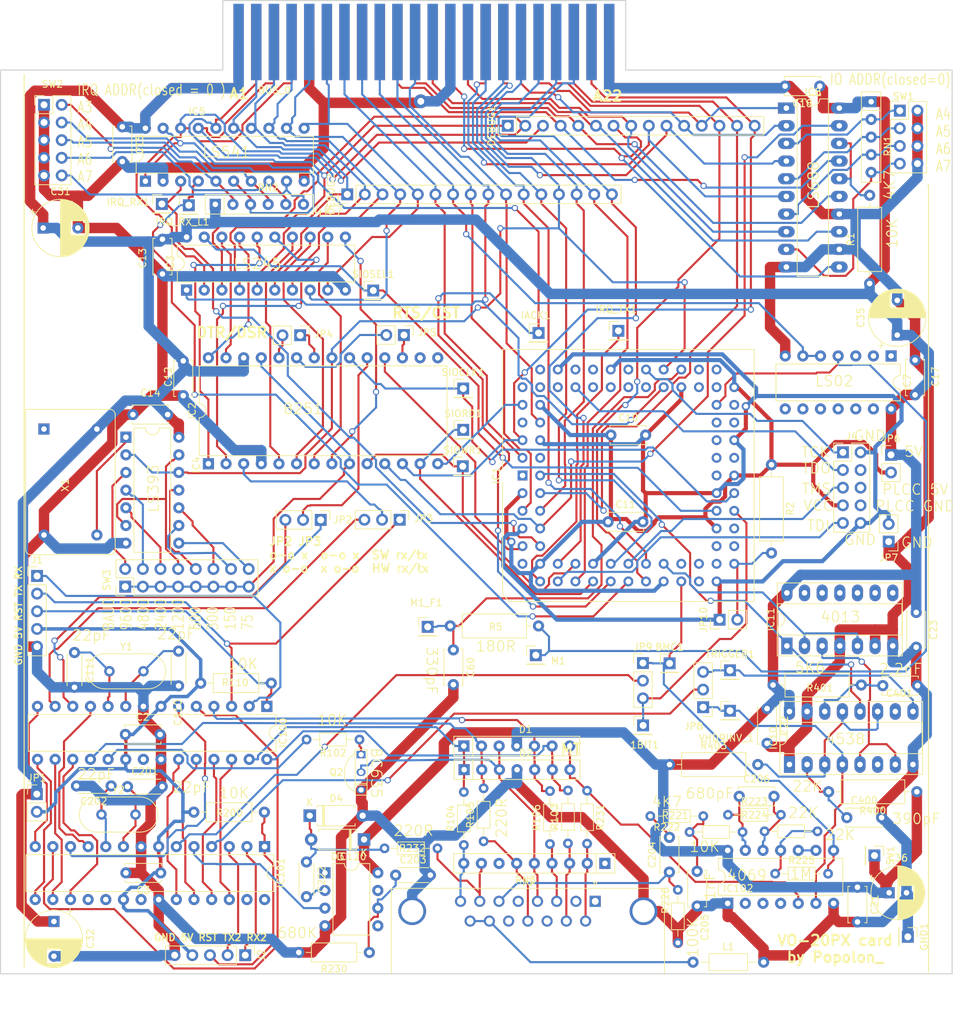
<source format=kicad_pcb>
(kicad_pcb (version 20171130) (host pcbnew "(5.1.5)-3")
  (layers (0 F.Cu signal) (31 B.Cu signal) (34 B.Paste user) (35 F.Paste user) (36 B.SilkS user) (37 F.SilkS user) (38 B.Mask user) (39 F.Mask user) (44 Edge.Cuts user))
  (net 0 "")
  (net 1 DB0)
  (net 2 DB1)
  (net 3 DB2)
  (net 4 GND)
  (net 5 AB11)
  (net 6 AB10)
  (net 7 AB9)
  (net 8 AB8)
  (net 9 AB7)
  (net 10 AB6)
  (net 11 AB5)
  (net 12 AB4)
  (net 13 AB3)
  (net 14 AB2)
  (net 15 AB1)
  (net 16 AB0)
  (net 17 ~EXWAIT)
  (net 18 ~EXINT)
  (net 19 RESET)
  (net 20 ~IEI)
  (net 21 ~IORQ)
  (net 22 ~RD)
  (net 23 ~WE)
  (net 24 ~M1)
  (net 25 CLK)
  (net 26 DB7)
  (net 27 DB6)
  (net 28 DB5)
  (net 29 DB4)
  (net 30 DB3)
  (net 31 ~IACK)
  (net 32 ~IRQ_RX)
  (net 33 IRQ_RX)
  (net 34 SIOCLK)
  (net 35 "Net-(IC4-Pad4)")
  (net 36 "Net-(IC4-Pad1)")
  (net 37 RXRDY)
  (net 38 TXEMPT)
  (net 39 M1)
  (net 40 TxRxCLK)
  (net 41 ~EXIO)
  (net 42 5V)
  (net 43 "Net-(C201-Pad1)")
  (net 44 "Net-(C202-Pad1)")
  (net 45 "Net-(C203-Pad1)")
  (net 46 "Net-(C204-Pad2)")
  (net 47 VHD6)
  (net 48 "Net-(C205-Pad1)")
  (net 49 "Net-(C206-Pad2)")
  (net 50 "Net-(C206-Pad1)")
  (net 51 VHD9_DIODE)
  (net 52 VHD10BIT)
  (net 53 VHD3BIT)
  (net 54 VHD8BIT)
  (net 55 VHD12BIT)
  (net 56 VHD4)
  (net 57 VHD_DATA_BIT0)
  (net 58 VHD_DATA_BIT7)
  (net 59 VHD_DATA_BIT6)
  (net 60 VHD_DATA_ENABLE)
  (net 61 VHD_DATA_BIT5)
  (net 62 VHD_DATA_BIT4)
  (net 63 ARDUINO_POWER)
  (net 64 VHD_DATA_ACK)
  (net 65 VHD4BIT)
  (net 66 VHD_DATA_REQ)
  (net 67 VHD_DATA_BIT3)
  (net 68 TX)
  (net 69 VHD_DATA_BIT2)
  (net 70 RX)
  (net 71 VHD_DATA_BIT1)
  (net 72 ARD_RST)
  (net 73 V_SYNCH)
  (net 74 TX2)
  (net 75 RX2)
  (net 76 ARD_RST2)
  (net 77 VHD12)
  (net 78 VHD10)
  (net 79 VHD9)
  (net 80 VHD8)
  (net 81 VHD7)
  (net 82 VHD3)
  (net 83 "Net-(Q2-Pad1)")
  (net 84 "Net-(C110-Pad1)")
  (net 85 "Net-(C111-Pad1)")
  (net 86 "Net-(C222-Pad2)")
  (net 87 "Net-(C222-Pad1)")
  (net 88 "Net-(IC102-Pad11)")
  (net 89 "Net-(IC102-Pad10)")
  (net 90 SW_TX)
  (net 91 SW_RX)
  (net 92 BMC_BIT)
  (net 93 VHD9_INV)
  (net 94 "Net-(IC2-Pad2)")
  (net 95 "Net-(IC2-Pad1)")
  (net 96 M1_FILTERED)
  (net 97 "Net-(IC2-Pad28)")
  (net 98 "Net-(IC2-Pad27)")
  (net 99 "Net-(IC2-Pad24)")
  (net 100 "Net-(IC2-Pad23)")
  (net 101 "Net-(IC2-Pad22)")
  (net 102 "Net-(IC2-Pad8)")
  (net 103 "Net-(IC2-Pad7)")
  (net 104 "Net-(IC2-Pad6)")
  (net 105 "Net-(IC2-Pad19)")
  (net 106 "Net-(IC2-Pad5)")
  (net 107 "Net-(IC2-Pad17)")
  (net 108 "Net-(IC2-Pad3)")
  (net 109 "Net-(IC4-Pad13)")
  (net 110 "Net-(IC4-Pad5)")
  (net 111 "Net-(IC4-Pad11)")
  (net 112 "Net-(IC4-Pad10)")
  (net 113 "Net-(IC4-Pad3)")
  (net 114 "Net-(IC4-Pad9)")
  (net 115 "Net-(IC4-Pad8)")
  (net 116 "Net-(IC5-Pad9)")
  (net 117 "Net-(IC5-Pad8)")
  (net 118 "Net-(IC5-Pad7)")
  (net 119 "Net-(IC5-Pad6)")
  (net 120 "Net-(IC5-Pad5)")
  (net 121 "Net-(IC8-Pad9)")
  (net 122 "Net-(IC8-Pad16)")
  (net 123 "Net-(IC8-Pad7)")
  (net 124 "Net-(IC8-Pad5)")
  (net 125 "Net-(IC8-Pad3)")
  (net 126 ~IEO)
  (net 127 PLCC_GND)
  (net 128 PLCC_VCC)
  (net 129 TCK)
  (net 130 TDO)
  (net 131 TDI)
  (net 132 TMS)
  (net 133 ~SIORD)
  (net 134 ~SIOSEL)
  (net 135 IRQ_TX)
  (net 136 ~SIOWR)
  (net 137 "Net-(J3-Pad14)")
  (net 138 VHD_1BIT)
  (net 139 "Net-(C400-Pad1)")
  (net 140 "Net-(C401-Pad1)")
  (net 141 DCLK2)
  (net 142 DCLK1)
  (net 143 "Net-(IC10-Pad5)")
  (net 144 "Net-(IC10-Pad11)")
  (net 145 VHD_1BIT_TRIGGER)
  (net 146 "Net-(IC101-Pad6)")
  (net 147 "Net-(IC101-Pad4)")
  (net 148 ENABLE_VHD)
  (net 149 ~SIOCS)
  (module Package_DIP:DIP-14_W7.62mm_Socket_LongPads (layer F.Cu) (at 241.236 185.864 90)
    (fp_text reference IC11 (at 3.81 -2.33 90) (layer F.SilkS))
    (fp_text value 4013)
    (pad 14 thru_hole oval (at 7.62 0 90) (size 2.4 1.6) (drill 0.8) (layers *.Cu *.Mask) (net 42 5V))
    (pad 7 thru_hole oval (at 0 15.24 90) (size 2.4 1.6) (drill 0.8) (layers *.Cu *.Mask) (net 4 GND))
    (pad 13 thru_hole oval (at 7.62 2.54 90) (size 2.4 1.6) (drill 0.8) (layers *.Cu *.Mask))
    (pad 6 thru_hole oval (at 0 12.7 90) (size 2.4 1.6) (drill 0.8) (layers *.Cu *.Mask) (net 4 GND))
    (pad 12 thru_hole oval (at 7.62 5.08 90) (size 2.4 1.6) (drill 0.8) (layers *.Cu *.Mask))
    (pad 5 thru_hole oval (at 0 10.16 90) (size 2.4 1.6) (drill 0.8) (layers *.Cu *.Mask) (net 142 DCLK1))
    (pad 11 thru_hole oval (at 7.62 7.62 90) (size 2.4 1.6) (drill 0.8) (layers *.Cu *.Mask))
    (pad 4 thru_hole oval (at 0 7.62 90) (size 2.4 1.6) (drill 0.8) (layers *.Cu *.Mask) (net 4 GND))
    (pad 10 thru_hole oval (at 7.62 10.16 90) (size 2.4 1.6) (drill 0.8) (layers *.Cu *.Mask))
    (pad 3 thru_hole oval (at 0 5.08 90) (size 2.4 1.6) (drill 0.8) (layers *.Cu *.Mask) (net 143 "Net-(IC10-Pad5)"))
    (pad 9 thru_hole oval (at 7.62 12.7 90) (size 2.4 1.6) (drill 0.8) (layers *.Cu *.Mask))
    (pad 2 thru_hole oval (at 0 2.54 90) (size 2.4 1.6) (drill 0.8) (layers *.Cu *.Mask) (net 142 DCLK1))
    (pad 8 thru_hole oval (at 7.62 15.24 90) (size 2.4 1.6) (drill 0.8) (layers *.Cu *.Mask))
    (pad 1 thru_hole rect (at 0 0 90) (size 2.4 1.6) (drill 0.8) (layers *.Cu *.Mask) (net 141 DCLK2))
  )
  (module Connector_PinHeader_2.54mm:PinHeader_1x01_P2.54mm_Vertical (layer F.Cu) (at 258.6482 227.711 270)
    (fp_text reference GND1 (at 0 -2.33 90) (layer F.SilkS))
    (fp_text value CONN_01x01)
    (pad 1 thru_hole rect (at 0 0 270) (size 1.7 1.7) (drill 1) (layers *.Cu *.Mask) (net 4 GND))
  )
  (module Connector_PinHeader_2.54mm:PinHeader_1x01_P2.54mm_Vertical (layer F.Cu) (at 253.8476 216.0143 270)
    (fp_text reference 5V1 (at 0 -2.33 90) (layer F.SilkS))
    (fp_text value CONN_01x01)
    (pad 1 thru_hole rect (at 0 0 270) (size 1.7 1.7) (drill 1) (layers *.Cu *.Mask) (net 42 5V))
  )
  (module Resistor_THT:R_Axial_DIN0309_L9.0mm_D3.2mm_P12.70mm_Horizontal (layer F.Cu) (at 239.014 159.804 270)
    (fp_text reference R2 (at 6.35 -2.72 90) (layer F.SilkS))
    (fp_text value 10K)
    (pad 2 thru_hole oval (at 12.7 0 270) (size 1.6 1.6) (drill 0.8) (layers *.Cu *.Mask) (net 148 ENABLE_VHD))
    (pad 1 thru_hole circle (at 0 0 270) (size 1.6 1.6) (drill 0.8) (layers *.Cu *.Mask) (net 128 PLCC_VCC))
  )
  (module Connector_PinHeader_2.54mm:PinHeader_1x02_P2.54mm_Vertical (layer F.Cu) (at 231.559 182.093 90)
    (fp_text reference JP10 (at 0 -2.33 90) (layer F.SilkS))
    (fp_text value Jumper)
    (pad 2 thru_hole oval (at 0 2.54 90) (size 1.7 1.7) (drill 1) (layers *.Cu *.Mask) (net 148 ENABLE_VHD))
    (pad 1 thru_hole rect (at 0 0 90) (size 1.7 1.7) (drill 1) (layers *.Cu *.Mask) (net 127 PLCC_GND))
  )
  (module Connector_PinHeader_2.54mm:PinHeader_1x01_P2.54mm_Vertical (layer F.Cu) (at 233.045 195.186)
    (fp_text reference VHD9INV_1 (at -0.5207 3.937) (layer F.SilkS))
    (fp_text value CONN_01x01)
    (pad 1 thru_hole rect (at 0 0) (size 1.7 1.7) (drill 1) (layers *.Cu *.Mask) (net 93 VHD9_INV))
  )
  (module Connector_PinHeader_2.54mm:PinHeader_1x01_P2.54mm_Vertical (layer F.Cu) (at 233.045 189.382)
    (fp_text reference TRIGGER1 (at 0 -2.33) (layer F.SilkS))
    (fp_text value CONN_01x01)
    (pad 1 thru_hole rect (at 0 0) (size 1.7 1.7) (drill 1) (layers *.Cu *.Mask) (net 145 VHD_1BIT_TRIGGER))
  )
  (module Resistor_THT:R_Axial_DIN0309_L9.0mm_D3.2mm_P12.70mm_Horizontal (layer F.Cu) (at 224.346 202.933)
    (fp_text reference R403 (at 6.35 -2.72) (layer F.SilkS))
    (fp_text value 10K)
    (pad 2 thru_hole oval (at 12.7 0) (size 1.6 1.6) (drill 0.8) (layers *.Cu *.Mask) (net 144 "Net-(IC10-Pad11)"))
    (pad 1 thru_hole circle (at 0 0) (size 1.6 1.6) (drill 0.8) (layers *.Cu *.Mask) (net 42 5V))
  )
  (module Resistor_THT:R_Axial_DIN0309_L9.0mm_D3.2mm_P12.70mm_Horizontal (layer F.Cu) (at 239.243 191.491)
    (fp_text reference R401 (at 6.7306 0.4187) (layer F.SilkS))
    (fp_text value 5K6)
    (pad 2 thru_hole oval (at 12.7 0) (size 1.6 1.6) (drill 0.8) (layers *.Cu *.Mask) (net 140 "Net-(C401-Pad1)"))
    (pad 1 thru_hole circle (at 0 0) (size 1.6 1.6) (drill 0.8) (layers *.Cu *.Mask) (net 42 5V))
  )
  (module Resistor_THT:R_Axial_DIN0309_L9.0mm_D3.2mm_P12.70mm_Horizontal (layer F.Cu) (at 259.944 206.845 180)
    (fp_text reference R400 (at 6.35 -2.72) (layer F.SilkS))
    (fp_text value 22K)
    (pad 2 thru_hole oval (at 12.7 0 180) (size 1.6 1.6) (drill 0.8) (layers *.Cu *.Mask) (net 139 "Net-(C400-Pad1)"))
    (pad 1 thru_hole circle (at 0 0 180) (size 1.6 1.6) (drill 0.8) (layers *.Cu *.Mask) (net 42 5V))
  )
  (module Connector_PinHeader_2.54mm:PinHeader_1x03_P2.54mm_Vertical (layer F.Cu) (at 220.51 188.328)
    (fp_text reference JP9 (at 0 -2.33) (layer F.SilkS))
    (fp_text value Jumper_3_Open)
    (pad 3 thru_hole oval (at 0 5.08) (size 1.7 1.7) (drill 1) (layers *.Cu *.Mask) (net 138 VHD_1BIT))
    (pad 2 thru_hole oval (at 0 2.54) (size 1.7 1.7) (drill 1) (layers *.Cu *.Mask) (net 146 "Net-(IC101-Pad6)"))
    (pad 1 thru_hole rect (at 0 0) (size 1.7 1.7) (drill 1) (layers *.Cu *.Mask) (net 92 BMC_BIT))
  )
  (module Connector_PinHeader_2.54mm:PinHeader_1x03_P2.54mm_Vertical (layer F.Cu) (at 229.172 194.691 180)
    (fp_text reference JP8 (at 1.3589 -2.7432) (layer F.SilkS))
    (fp_text value Jumper_3_Open)
    (pad 3 thru_hole oval (at 0 5.08 180) (size 1.7 1.7) (drill 1) (layers *.Cu *.Mask) (net 145 VHD_1BIT_TRIGGER))
    (pad 2 thru_hole oval (at 0 2.54 180) (size 1.7 1.7) (drill 1) (layers *.Cu *.Mask) (net 147 "Net-(IC101-Pad4)"))
    (pad 1 thru_hole rect (at 0 0 180) (size 1.7 1.7) (drill 1) (layers *.Cu *.Mask) (net 93 VHD9_INV))
  )
  (module Package_DIP:DIP-16_W7.62mm_Socket_LongPads (layer F.Cu) (at 241.605 202.921 90)
    (fp_text reference IC10 (at 3.81 -2.33 90) (layer F.SilkS))
    (fp_text value 4538)
    (pad 16 thru_hole oval (at 7.62 0 90) (size 2.4 1.6) (drill 0.8) (layers *.Cu *.Mask) (net 42 5V))
    (pad 8 thru_hole oval (at 0 17.78 90) (size 2.4 1.6) (drill 0.8) (layers *.Cu *.Mask) (net 4 GND))
    (pad 15 thru_hole oval (at 7.62 2.54 90) (size 2.4 1.6) (drill 0.8) (layers *.Cu *.Mask) (net 4 GND))
    (pad 7 thru_hole oval (at 0 15.24 90) (size 2.4 1.6) (drill 0.8) (layers *.Cu *.Mask) (net 143 "Net-(IC10-Pad5)"))
    (pad 14 thru_hole oval (at 7.62 5.08 90) (size 2.4 1.6) (drill 0.8) (layers *.Cu *.Mask) (net 140 "Net-(C401-Pad1)"))
    (pad 6 thru_hole oval (at 0 12.7 90) (size 2.4 1.6) (drill 0.8) (layers *.Cu *.Mask))
    (pad 13 thru_hole oval (at 7.62 7.62 90) (size 2.4 1.6) (drill 0.8) (layers *.Cu *.Mask) (net 144 "Net-(IC10-Pad11)"))
    (pad 5 thru_hole oval (at 0 10.16 90) (size 2.4 1.6) (drill 0.8) (layers *.Cu *.Mask) (net 143 "Net-(IC10-Pad5)"))
    (pad 12 thru_hole oval (at 7.62 10.16 90) (size 2.4 1.6) (drill 0.8) (layers *.Cu *.Mask) (net 141 DCLK2))
    (pad 4 thru_hole oval (at 0 7.62 90) (size 2.4 1.6) (drill 0.8) (layers *.Cu *.Mask) (net 93 VHD9_INV))
    (pad 11 thru_hole oval (at 7.62 12.7 90) (size 2.4 1.6) (drill 0.8) (layers *.Cu *.Mask) (net 144 "Net-(IC10-Pad11)"))
    (pad 3 thru_hole oval (at 0 5.08 90) (size 2.4 1.6) (drill 0.8) (layers *.Cu *.Mask) (net 144 "Net-(IC10-Pad11)"))
    (pad 10 thru_hole oval (at 7.62 15.24 90) (size 2.4 1.6) (drill 0.8) (layers *.Cu *.Mask))
    (pad 2 thru_hole oval (at 0 2.54 90) (size 2.4 1.6) (drill 0.8) (layers *.Cu *.Mask) (net 139 "Net-(C400-Pad1)"))
    (pad 9 thru_hole oval (at 7.62 17.78 90) (size 2.4 1.6) (drill 0.8) (layers *.Cu *.Mask) (net 145 VHD_1BIT_TRIGGER))
    (pad 1 thru_hole rect (at 0 0 90) (size 2.4 1.6) (drill 0.8) (layers *.Cu *.Mask) (net 4 GND))
  )
  (module Capacitor_THT:C_Disc_D5.0mm_W2.5mm_P5.00mm (layer F.Cu) (at 255.041 191.58)
    (fp_text reference C401 (at 2.4007 1.1171) (layer F.SilkS))
    (fp_text value 2.2nF)
    (pad 2 thru_hole circle (at 5 0) (size 1.6 1.6) (drill 0.8) (layers *.Cu *.Mask) (net 4 GND))
    (pad 1 thru_hole circle (at 0 0) (size 1.6 1.6) (drill 0.8) (layers *.Cu *.Mask) (net 140 "Net-(C401-Pad1)"))
  )
  (module Capacitor_THT:C_Disc_D5.0mm_W2.5mm_P5.00mm (layer F.Cu) (at 249.872 210.566)
    (fp_text reference C400 (at 2.5 -2.5) (layer F.SilkS))
    (fp_text value 390pF)
    (pad 2 thru_hole circle (at 5 0) (size 1.6 1.6) (drill 0.8) (layers *.Cu *.Mask) (net 4 GND))
    (pad 1 thru_hole circle (at 0 0) (size 1.6 1.6) (drill 0.8) (layers *.Cu *.Mask) (net 139 "Net-(C400-Pad1)"))
  )
  (module Capacitor_THT:C_Disc_D5.0mm_W2.5mm_P5.00mm (layer F.Cu) (at 259.855 181.051 270)
    (fp_text reference C23 (at 2.5 -2.5 90) (layer F.SilkS))
    (fp_text value 100nF)
    (pad 2 thru_hole circle (at 5 0 270) (size 1.6 1.6) (drill 0.8) (layers *.Cu *.Mask) (net 4 GND))
    (pad 1 thru_hole circle (at 0 0 270) (size 1.6 1.6) (drill 0.8) (layers *.Cu *.Mask) (net 42 5V))
  )
  (module Capacitor_THT:C_Disc_D5.0mm_W2.5mm_P5.00mm (layer F.Cu) (at 238.379 194.882 270)
    (fp_text reference C22 (at 2.5 -2.5 90) (layer F.SilkS))
    (fp_text value 100nF)
    (pad 2 thru_hole circle (at 5 0 270) (size 1.6 1.6) (drill 0.8) (layers *.Cu *.Mask) (net 4 GND))
    (pad 1 thru_hole circle (at 0 0 270) (size 1.6 1.6) (drill 0.8) (layers *.Cu *.Mask) (net 42 5V))
  )
  (module Connector_PinHeader_2.54mm:PinHeader_1x01_P2.54mm_Vertical (layer F.Cu) (at 224.346 188.379)
    (fp_text reference BMC1 (at 0 -2.33) (layer F.SilkS))
    (fp_text value CONN_01x01)
    (pad 1 thru_hole rect (at 0 0) (size 1.7 1.7) (drill 1) (layers *.Cu *.Mask) (net 92 BMC_BIT))
  )
  (module Connector_PinHeader_2.54mm:PinHeader_1x01_P2.54mm_Vertical (layer F.Cu) (at 220.536 197.307)
    (fp_text reference 1BIT1 (at 0.2159 2.8067) (layer F.SilkS))
    (fp_text value CONN_01x01)
    (pad 1 thru_hole rect (at 0 0) (size 1.7 1.7) (drill 1) (layers *.Cu *.Mask) (net 138 VHD_1BIT))
  )
  (module Connector_PinHeader_2.54mm:PinHeader_1x01_P2.54mm_Vertical (layer F.Cu) (at 194.577 160.033)
    (fp_text reference SIOWR1 (at 0 -2.33) (layer F.SilkS))
    (fp_text value CONN_01x01)
    (pad 1 thru_hole rect (at 0 0) (size 1.7 1.7) (drill 1) (layers *.Cu *.Mask) (net 136 ~SIOWR))
  )
  (module Connector_PinHeader_2.54mm:PinHeader_1x01_P2.54mm_Vertical (layer F.Cu) (at 181.686 134.747)
    (fp_text reference SIOSEL1 (at 0 -2.33) (layer F.SilkS))
    (fp_text value CONN_01x01)
    (pad 1 thru_hole rect (at 0 0) (size 1.7 1.7) (drill 1) (layers *.Cu *.Mask) (net 134 ~SIOSEL))
  )
  (module Connector_PinHeader_2.54mm:PinHeader_1x01_P2.54mm_Vertical (layer F.Cu) (at 194.64 154.788)
    (fp_text reference SIORD1 (at 0 -2.33) (layer F.SilkS))
    (fp_text value CONN_01x01)
    (pad 1 thru_hole rect (at 0 0) (size 1.7 1.7) (drill 1) (layers *.Cu *.Mask) (net 133 ~SIORD))
  )
  (module Connector_PinHeader_2.54mm:PinHeader_1x01_P2.54mm_Vertical (layer F.Cu) (at 194.64 148.844)
    (fp_text reference SIOCLK1 (at 0 -2.33) (layer F.SilkS))
    (fp_text value CONN_01x01)
    (pad 1 thru_hole rect (at 0 0) (size 1.7 1.7) (drill 1) (layers *.Cu *.Mask) (net 34 SIOCLK))
  )
  (module Connector_PinHeader_2.54mm:PinHeader_1x01_P2.54mm_Vertical (layer F.Cu) (at 189.522 183.121)
    (fp_text reference M1_F1 (at -0.2158 -3.4541) (layer F.SilkS))
    (fp_text value CONN_01x01)
    (pad 1 thru_hole rect (at 0 0) (size 1.7 1.7) (drill 1) (layers *.Cu *.Mask) (net 96 M1_FILTERED))
  )
  (module Connector_PinHeader_2.54mm:PinHeader_1x01_P2.54mm_Vertical (layer F.Cu) (at 205.092 187.198)
    (fp_text reference M1 (at 3.2261 0.8255) (layer F.SilkS))
    (fp_text value CONN_01x01)
    (pad 1 thru_hole rect (at 0 0) (size 1.7 1.7) (drill 1) (layers *.Cu *.Mask) (net 39 M1))
  )
  (module Connector_PinHeader_2.54mm:PinHeader_1x01_P2.54mm_Vertical (layer F.Cu) (at 216.98 140.538)
    (fp_text reference IRQ_TX1 (at -0.318 -3.0732) (layer F.SilkS))
    (fp_text value CONN_01x01)
    (pad 1 thru_hole rect (at 0 0) (size 1.7 1.7) (drill 1) (layers *.Cu *.Mask) (net 135 IRQ_TX))
  )
  (module Connector_PinHeader_2.54mm:PinHeader_1x01_P2.54mm_Vertical (layer F.Cu) (at 155.13 122.479)
    (fp_text reference IRQ_RX_L1 (at -0.9139 2.4001) (layer F.SilkS))
    (fp_text value CONN_01x01)
    (pad 1 thru_hole rect (at 0 0) (size 1.7 1.7) (drill 1) (layers *.Cu *.Mask) (net 32 ~IRQ_RX))
  )
  (module Connector_PinHeader_2.54mm:PinHeader_1x01_P2.54mm_Vertical (layer F.Cu) (at 151.257 122.301)
    (fp_text reference IRQ_RX1 (at -4.8641 -0.2794) (layer F.SilkS))
    (fp_text value CONN_01x01)
    (pad 1 thru_hole rect (at 0 0) (size 1.7 1.7) (drill 1) (layers *.Cu *.Mask) (net 33 IRQ_RX))
  )
  (module Connector_PinHeader_2.54mm:PinHeader_1x01_P2.54mm_Vertical (layer F.Cu) (at 205.486 140.856)
    (fp_text reference IACK1 (at -0.4064 -2.5403) (layer F.SilkS))
    (fp_text value CONN_01x01)
    (pad 1 thru_hole rect (at 0 0) (size 1.7 1.7) (drill 1) (layers *.Cu *.Mask) (net 31 ~IACK))
  )
  (module Inductor_THT:L_Axial_L5.3mm_D2.2mm_P10.16mm_Horizontal_Vishay_IM-1 (layer F.Cu) (at 227.724 231.356)
    (fp_text reference L1 (at 5.08 -2.22) (layer F.SilkS))
    (fp_text value L)
    (pad 2 thru_hole oval (at 10.16 0) (size 1.6 1.6) (drill 0.8) (layers *.Cu *.Mask) (net 4 GND))
    (pad 1 thru_hole circle (at 0 0) (size 1.6 1.6) (drill 0.8) (layers *.Cu *.Mask) (net 137 "Net-(J3-Pad14)"))
  )
  (module Connector_PinHeader_2.54mm:PinHeader_1x16_P2.54mm_Vertical (layer F.Cu) (at 177.94 120.917 90)
    (fp_text reference DEBUG2 (at 0 -2.33 90) (layer F.SilkS))
    (fp_text value CONN_01x16)
    (pad 16 thru_hole oval (at 0 38.1 90) (size 1.7 1.7) (drill 1) (layers *.Cu *.Mask) (net 17 ~EXWAIT))
    (pad 15 thru_hole oval (at 0 35.56 90) (size 1.7 1.7) (drill 1) (layers *.Cu *.Mask) (net 18 ~EXINT))
    (pad 14 thru_hole oval (at 0 33.02 90) (size 1.7 1.7) (drill 1) (layers *.Cu *.Mask) (net 41 ~EXIO))
    (pad 13 thru_hole oval (at 0 30.48 90) (size 1.7 1.7) (drill 1) (layers *.Cu *.Mask) (net 19 RESET))
    (pad 12 thru_hole oval (at 0 27.94 90) (size 1.7 1.7) (drill 1) (layers *.Cu *.Mask) (net 126 ~IEO))
    (pad 11 thru_hole oval (at 0 25.4 90) (size 1.7 1.7) (drill 1) (layers *.Cu *.Mask) (net 20 ~IEI))
    (pad 10 thru_hole oval (at 0 22.86 90) (size 1.7 1.7) (drill 1) (layers *.Cu *.Mask) (net 21 ~IORQ))
    (pad 9 thru_hole oval (at 0 20.32 90) (size 1.7 1.7) (drill 1) (layers *.Cu *.Mask) (net 22 ~RD))
    (pad 8 thru_hole oval (at 0 17.78 90) (size 1.7 1.7) (drill 1) (layers *.Cu *.Mask) (net 23 ~WE))
    (pad 7 thru_hole oval (at 0 15.24 90) (size 1.7 1.7) (drill 1) (layers *.Cu *.Mask) (net 24 ~M1))
    (pad 6 thru_hole oval (at 0 12.7 90) (size 1.7 1.7) (drill 1) (layers *.Cu *.Mask) (net 25 CLK))
    (pad 5 thru_hole oval (at 0 10.16 90) (size 1.7 1.7) (drill 1) (layers *.Cu *.Mask) (net 26 DB7))
    (pad 4 thru_hole oval (at 0 7.62 90) (size 1.7 1.7) (drill 1) (layers *.Cu *.Mask) (net 27 DB6))
    (pad 3 thru_hole oval (at 0 5.08 90) (size 1.7 1.7) (drill 1) (layers *.Cu *.Mask) (net 28 DB5))
    (pad 2 thru_hole oval (at 0 2.54 90) (size 1.7 1.7) (drill 1) (layers *.Cu *.Mask) (net 29 DB4))
    (pad 1 thru_hole rect (at 0 0 90) (size 1.7 1.7) (drill 1) (layers *.Cu *.Mask) (net 30 DB3))
  )
  (module Connector_PinHeader_2.54mm:PinHeader_1x15_P2.54mm_Vertical (layer F.Cu) (at 201.041 111.049 90)
    (fp_text reference DEBUG1 (at 0 -2.33 90) (layer F.SilkS))
    (fp_text value CONN_01x15)
    (pad 15 thru_hole oval (at 0 35.56 90) (size 1.7 1.7) (drill 1) (layers *.Cu *.Mask) (net 16 AB0))
    (pad 14 thru_hole oval (at 0 33.02 90) (size 1.7 1.7) (drill 1) (layers *.Cu *.Mask) (net 15 AB1))
    (pad 13 thru_hole oval (at 0 30.48 90) (size 1.7 1.7) (drill 1) (layers *.Cu *.Mask) (net 14 AB2))
    (pad 12 thru_hole oval (at 0 27.94 90) (size 1.7 1.7) (drill 1) (layers *.Cu *.Mask) (net 13 AB3))
    (pad 11 thru_hole oval (at 0 25.4 90) (size 1.7 1.7) (drill 1) (layers *.Cu *.Mask) (net 12 AB4))
    (pad 10 thru_hole oval (at 0 22.86 90) (size 1.7 1.7) (drill 1) (layers *.Cu *.Mask) (net 11 AB5))
    (pad 9 thru_hole oval (at 0 20.32 90) (size 1.7 1.7) (drill 1) (layers *.Cu *.Mask) (net 10 AB6))
    (pad 8 thru_hole oval (at 0 17.78 90) (size 1.7 1.7) (drill 1) (layers *.Cu *.Mask) (net 9 AB7))
    (pad 7 thru_hole oval (at 0 15.24 90) (size 1.7 1.7) (drill 1) (layers *.Cu *.Mask) (net 8 AB8))
    (pad 6 thru_hole oval (at 0 12.7 90) (size 1.7 1.7) (drill 1) (layers *.Cu *.Mask) (net 7 AB9))
    (pad 5 thru_hole oval (at 0 10.16 90) (size 1.7 1.7) (drill 1) (layers *.Cu *.Mask) (net 6 AB10))
    (pad 4 thru_hole oval (at 0 7.62 90) (size 1.7 1.7) (drill 1) (layers *.Cu *.Mask) (net 5 AB11))
    (pad 3 thru_hole oval (at 0 5.08 90) (size 1.7 1.7) (drill 1) (layers *.Cu *.Mask) (net 1 DB0))
    (pad 2 thru_hole oval (at 0 2.54 90) (size 1.7 1.7) (drill 1) (layers *.Cu *.Mask) (net 2 DB1))
    (pad 1 thru_hole rect (at 0 0 90) (size 1.7 1.7) (drill 1) (layers *.Cu *.Mask) (net 3 DB2))
  )
  (module Crystal:Crystal_HC18-U_Vertical (layer F.Cu) (at 143.7 189.509)
    (fp_text reference Y1 (at 2.45 -3.525) (layer F.SilkS))
    (fp_text value 16Mhz)
    (pad 2 thru_hole circle (at 4.9 0) (size 1.5 1.5) (drill 0.8) (layers *.Cu *.Mask) (net 84 "Net-(C110-Pad1)"))
    (pad 1 thru_hole circle (at 0 0) (size 1.5 1.5) (drill 0.8) (layers *.Cu *.Mask) (net 85 "Net-(C111-Pad1)"))
  )
  (module Crystal:Crystal_HC18-U_Vertical (layer F.Cu) (at 142.558 210.122)
    (fp_text reference Y2 (at 2.45 -3.525) (layer F.SilkS))
    (fp_text value 16Mhz)
    (pad 2 thru_hole circle (at 4.9 0) (size 1.5 1.5) (drill 0.8) (layers *.Cu *.Mask) (net 43 "Net-(C201-Pad1)"))
    (pad 1 thru_hole circle (at 0 0) (size 1.5 1.5) (drill 0.8) (layers *.Cu *.Mask) (net 44 "Net-(C202-Pad1)"))
  )
  (module Connector_PinHeader_2.54mm:PinHeader_1x02_P2.54mm_Vertical (layer F.Cu) (at 171.158 141.186 270)
    (fp_text reference JP4 (at -0.1524 -3.3782 180) (layer F.SilkS))
    (fp_text value Jumper)
    (pad 2 thru_hole oval (at 0 2.54 270) (size 1.7 1.7) (drill 1) (layers *.Cu *.Mask) (net 99 "Net-(IC2-Pad24)"))
    (pad 1 thru_hole rect (at 0 0 270) (size 1.7 1.7) (drill 1) (layers *.Cu *.Mask) (net 101 "Net-(IC2-Pad22)"))
  )
  (module Connector_PinHeader_2.54mm:PinHeader_1x03_P2.54mm_Vertical (layer F.Cu) (at 185.496 167.717 270)
    (fp_text reference JP3 (at -0.1524 -3.4544 180) (layer F.SilkS))
    (fp_text value Jumper_3_Open)
    (pad 3 thru_hole oval (at 0 5.08 270) (size 1.7 1.7) (drill 1) (layers *.Cu *.Mask) (net 90 SW_TX))
    (pad 2 thru_hole oval (at 0 2.54 270) (size 1.7 1.7) (drill 1) (layers *.Cu *.Mask) (net 108 "Net-(IC2-Pad3)"))
    (pad 1 thru_hole rect (at 0 0 270) (size 1.7 1.7) (drill 1) (layers *.Cu *.Mask) (net 68 TX))
  )
  (module Connector_PinHeader_2.54mm:PinHeader_1x03_P2.54mm_Vertical (layer F.Cu) (at 174.117 167.742 270)
    (fp_text reference JP2 (at -0.0254 -3.1877 180) (layer F.SilkS))
    (fp_text value Jumper_3_Open)
    (pad 3 thru_hole oval (at 0 5.08 270) (size 1.7 1.7) (drill 1) (layers *.Cu *.Mask) (net 91 SW_RX))
    (pad 2 thru_hole oval (at 0 2.54 270) (size 1.7 1.7) (drill 1) (layers *.Cu *.Mask) (net 105 "Net-(IC2-Pad19)"))
    (pad 1 thru_hole rect (at 0 0 270) (size 1.7 1.7) (drill 1) (layers *.Cu *.Mask) (net 70 RX))
  )
  (module Connector_Dsub:DSUB-15_Female_Horizontal_P2.77x2.84mm_EdgePinOffset7.70mm_Housed_MountingHolesOffset9.12mm (layer F.Cu) (at 213.639 222.606)
    (fp_text reference J3 (at -9.695 -2.8) (layer F.SilkS))
    (fp_text value DB15_Female_MountingHoles)
    (pad 0 thru_hole circle (at 6.955 1.42) (size 4 4) (drill 3.2) (layers *.Cu *.Mask) (net 4 GND))
    (pad 0 thru_hole circle (at -26.345 1.42) (size 4 4) (drill 3.2) (layers *.Cu *.Mask) (net 4 GND))
    (pad 15 thru_hole circle (at -18.005 2.84) (size 1.6 1.6) (drill 1) (layers *.Cu *.Mask) (net 137 "Net-(J3-Pad14)"))
    (pad 14 thru_hole circle (at -15.235 2.84) (size 1.6 1.6) (drill 1) (layers *.Cu *.Mask) (net 137 "Net-(J3-Pad14)"))
    (pad 13 thru_hole circle (at -12.465 2.84) (size 1.6 1.6) (drill 1) (layers *.Cu *.Mask))
    (pad 12 thru_hole circle (at -9.695 2.84) (size 1.6 1.6) (drill 1) (layers *.Cu *.Mask) (net 77 VHD12))
    (pad 11 thru_hole circle (at -6.925 2.84) (size 1.6 1.6) (drill 1) (layers *.Cu *.Mask))
    (pad 10 thru_hole circle (at -4.155 2.84) (size 1.6 1.6) (drill 1) (layers *.Cu *.Mask) (net 78 VHD10))
    (pad 9 thru_hole circle (at -1.385 2.84) (size 1.6 1.6) (drill 1) (layers *.Cu *.Mask) (net 79 VHD9))
    (pad 8 thru_hole circle (at -19.39 0) (size 1.6 1.6) (drill 1) (layers *.Cu *.Mask) (net 80 VHD8))
    (pad 7 thru_hole circle (at -16.62 0) (size 1.6 1.6) (drill 1) (layers *.Cu *.Mask) (net 81 VHD7))
    (pad 6 thru_hole circle (at -13.85 0) (size 1.6 1.6) (drill 1) (layers *.Cu *.Mask) (net 47 VHD6))
    (pad 5 thru_hole circle (at -11.08 0) (size 1.6 1.6) (drill 1) (layers *.Cu *.Mask))
    (pad 4 thru_hole circle (at -8.31 0) (size 1.6 1.6) (drill 1) (layers *.Cu *.Mask) (net 56 VHD4))
    (pad 3 thru_hole circle (at -5.54 0) (size 1.6 1.6) (drill 1) (layers *.Cu *.Mask) (net 82 VHD3))
    (pad 2 thru_hole circle (at -2.77 0) (size 1.6 1.6) (drill 1) (layers *.Cu *.Mask))
    (pad 1 thru_hole rect (at 0 0) (size 1.6 1.6) (drill 1) (layers *.Cu *.Mask))
  )
  (module Resistor_THT:R_Array_SIP9 (layer F.Cu) (at 215.036 217.145 180)
    (fp_text reference RN3 (at 11.43 -2.4) (layer F.SilkS))
    (fp_text value 8x4K7)
    (pad 9 thru_hole oval (at 20.32 0 180) (size 1.6 1.6) (drill 0.8) (layers *.Cu *.Mask) (net 80 VHD8))
    (pad 8 thru_hole oval (at 17.78 0 180) (size 1.6 1.6) (drill 0.8) (layers *.Cu *.Mask) (net 81 VHD7))
    (pad 7 thru_hole oval (at 15.24 0 180) (size 1.6 1.6) (drill 0.8) (layers *.Cu *.Mask))
    (pad 6 thru_hole oval (at 12.7 0 180) (size 1.6 1.6) (drill 0.8) (layers *.Cu *.Mask) (net 77 VHD12))
    (pad 5 thru_hole oval (at 10.16 0 180) (size 1.6 1.6) (drill 0.8) (layers *.Cu *.Mask) (net 56 VHD4))
    (pad 4 thru_hole oval (at 7.62 0 180) (size 1.6 1.6) (drill 0.8) (layers *.Cu *.Mask) (net 82 VHD3))
    (pad 3 thru_hole oval (at 5.08 0 180) (size 1.6 1.6) (drill 0.8) (layers *.Cu *.Mask) (net 78 VHD10))
    (pad 2 thru_hole oval (at 2.54 0 180) (size 1.6 1.6) (drill 0.8) (layers *.Cu *.Mask) (net 79 VHD9))
    (pad 1 thru_hole rect (at 0 0 180) (size 1.6 1.6) (drill 0.8) (layers *.Cu *.Mask))
  )
  (module Resistor_THT:R_Axial_DIN0204_L3.6mm_D1.6mm_P7.62mm_Horizontal (layer F.Cu) (at 207.124 214.363 90)
    (fp_text reference R106 (at 3.81 -1.92 90) (layer F.SilkS))
    (fp_text value 220R)
    (pad 2 thru_hole oval (at 7.62 0 90) (size 1.4 1.4) (drill 0.7) (layers *.Cu *.Mask) (net 53 VHD3BIT))
    (pad 1 thru_hole circle (at 0 0 90) (size 1.4 1.4) (drill 0.7) (layers *.Cu *.Mask) (net 82 VHD3))
  )
  (module Resistor_THT:R_Axial_DIN0204_L3.6mm_D1.6mm_P7.62mm_Horizontal (layer F.Cu) (at 197.574 213.97 90)
    (fp_text reference R105 (at 3.81 -1.92 90) (layer F.SilkS))
    (fp_text value 220R)
    (pad 2 thru_hole oval (at 7.62 0 90) (size 1.4 1.4) (drill 0.7) (layers *.Cu *.Mask) (net 55 VHD12BIT))
    (pad 1 thru_hole circle (at 0 0 90) (size 1.4 1.4) (drill 0.7) (layers *.Cu *.Mask) (net 77 VHD12))
  )
  (module Resistor_THT:R_Axial_DIN0204_L3.6mm_D1.6mm_P7.62mm_Horizontal (layer F.Cu) (at 194.729 214.503 90)
    (fp_text reference R104 (at 3.81 -1.92 90) (layer F.SilkS))
    (fp_text value 220R)
    (pad 2 thru_hole oval (at 7.62 0 90) (size 1.4 1.4) (drill 0.7) (layers *.Cu *.Mask) (net 54 VHD8BIT))
    (pad 1 thru_hole circle (at 0 0 90) (size 1.4 1.4) (drill 0.7) (layers *.Cu *.Mask) (net 80 VHD8))
  )
  (module Resistor_THT:R_Axial_DIN0204_L3.6mm_D1.6mm_P7.62mm_Horizontal (layer F.Cu) (at 209.715 214.274 90)
    (fp_text reference R103 (at 3.81 -1.92 90) (layer F.SilkS))
    (fp_text value 220R)
    (pad 2 thru_hole oval (at 7.62 0 90) (size 1.4 1.4) (drill 0.7) (layers *.Cu *.Mask) (net 52 VHD10BIT))
    (pad 1 thru_hole circle (at 0 0 90) (size 1.4 1.4) (drill 0.7) (layers *.Cu *.Mask) (net 78 VHD10))
  )
  (module Resistor_THT:R_Axial_DIN0204_L3.6mm_D1.6mm_P7.62mm_Horizontal (layer F.Cu) (at 183.312 214.986)
    (fp_text reference R232 (at 4.013 -0.0131) (layer F.SilkS))
    (fp_text value 220R)
    (pad 2 thru_hole oval (at 7.62 0) (size 1.4 1.4) (drill 0.7) (layers *.Cu *.Mask) (net 81 VHD7))
    (pad 1 thru_hole circle (at 0 0) (size 1.4 1.4) (drill 0.7) (layers *.Cu *.Mask) (net 87 "Net-(C222-Pad1)"))
  )
  (module Resistor_THT:R_Axial_DIN0204_L3.6mm_D1.6mm_P7.62mm_Horizontal (layer F.Cu) (at 239.547 218.63)
    (fp_text reference R225 (at 3.81 -1.92) (layer F.SilkS))
    (fp_text value 1M)
    (pad 2 thru_hole oval (at 7.62 0) (size 1.4 1.4) (drill 0.7) (layers *.Cu *.Mask) (net 92 BMC_BIT))
    (pad 1 thru_hole circle (at 0 0) (size 1.4 1.4) (drill 0.7) (layers *.Cu *.Mask) (net 88 "Net-(IC102-Pad11)"))
  )
  (module Resistor_THT:R_Axial_DIN0204_L3.6mm_D1.6mm_P7.62mm_Horizontal (layer F.Cu) (at 232.753 210.16)
    (fp_text reference R223 (at 3.81 -1.92) (layer F.SilkS))
    (fp_text value 22K)
    (pad 2 thru_hole oval (at 7.62 0) (size 1.4 1.4) (drill 0.7) (layers *.Cu *.Mask) (net 49 "Net-(C206-Pad2)"))
    (pad 1 thru_hole circle (at 0 0) (size 1.4 1.4) (drill 0.7) (layers *.Cu *.Mask) (net 50 "Net-(C206-Pad1)"))
  )
  (module Resistor_THT:R_Axial_DIN0207_L6.3mm_D2.5mm_P10.16mm_Horizontal (layer F.Cu) (at 156.845 191.224)
    (fp_text reference R110 (at 4.9657 -0.0762) (layer F.SilkS))
    (fp_text value 10K)
    (pad 2 thru_hole oval (at 10.16 0) (size 1.6 1.6) (drill 0.8) (layers *.Cu *.Mask) (net 72 ARD_RST))
    (pad 1 thru_hole circle (at 0 0) (size 1.6 1.6) (drill 0.8) (layers *.Cu *.Mask) (net 63 ARDUINO_POWER))
  )
  (module Connector_PinHeader_2.54mm:PinHeader_1x02_P2.54mm_Vertical (layer F.Cu) (at 133.248 207.188)
    (fp_text reference JP1 (at 0 -2.33) (layer F.SilkS))
    (fp_text value Jumper)
    (pad 2 thru_hole oval (at 0 2.54) (size 1.7 1.7) (drill 1) (layers *.Cu *.Mask) (net 63 ARDUINO_POWER))
    (pad 1 thru_hole rect (at 0 0) (size 1.7 1.7) (drill 1) (layers *.Cu *.Mask) (net 42 5V))
  )
  (module Connector_PinHeader_2.54mm:PinHeader_1x05_P2.54mm_Vertical (layer F.Cu) (at 163.258 230.353 270)
    (fp_text reference J2 (at 0 -2.33 90) (layer F.SilkS))
    (fp_text value CONN_01x05)
    (pad 5 thru_hole oval (at 0 10.16 270) (size 1.7 1.7) (drill 1) (layers *.Cu *.Mask) (net 4 GND))
    (pad 4 thru_hole oval (at 0 7.62 270) (size 1.7 1.7) (drill 1) (layers *.Cu *.Mask) (net 63 ARDUINO_POWER))
    (pad 3 thru_hole oval (at 0 5.08 270) (size 1.7 1.7) (drill 1) (layers *.Cu *.Mask) (net 76 ARD_RST2))
    (pad 2 thru_hole oval (at 0 2.54 270) (size 1.7 1.7) (drill 1) (layers *.Cu *.Mask) (net 74 TX2))
    (pad 1 thru_hole rect (at 0 0 270) (size 1.7 1.7) (drill 1) (layers *.Cu *.Mask) (net 75 RX2))
  )
  (module Connector_PinHeader_2.54mm:PinHeader_1x05_P2.54mm_Vertical (layer F.Cu) (at 133.286 175.806)
    (fp_text reference J1 (at 0 -2.33) (layer F.SilkS))
    (fp_text value CONN_01x05)
    (pad 5 thru_hole oval (at 0 10.16) (size 1.7 1.7) (drill 1) (layers *.Cu *.Mask) (net 4 GND))
    (pad 4 thru_hole oval (at 0 7.62) (size 1.7 1.7) (drill 1) (layers *.Cu *.Mask) (net 63 ARDUINO_POWER))
    (pad 3 thru_hole oval (at 0 5.08) (size 1.7 1.7) (drill 1) (layers *.Cu *.Mask) (net 72 ARD_RST))
    (pad 2 thru_hole oval (at 0 2.54) (size 1.7 1.7) (drill 1) (layers *.Cu *.Mask) (net 68 TX))
    (pad 1 thru_hole rect (at 0 0) (size 1.7 1.7) (drill 1) (layers *.Cu *.Mask) (net 70 RX))
  )
  (module Package_DIP:DIP-28_W7.62mm (layer F.Cu) (at 166.37 194.564 270)
    (fp_text reference IC100 (at 3.81 -2.33 90) (layer F.SilkS))
    (fp_text value ATmega328P-PU)
    (pad 28 thru_hole oval (at 7.62 0 270) (size 1.6 1.6) (drill 0.8) (layers *.Cu *.Mask) (net 52 VHD10BIT))
    (pad 14 thru_hole oval (at 0 33.02 270) (size 1.6 1.6) (drill 0.8) (layers *.Cu *.Mask) (net 57 VHD_DATA_BIT0))
    (pad 27 thru_hole oval (at 7.62 2.54 270) (size 1.6 1.6) (drill 0.8) (layers *.Cu *.Mask) (net 54 VHD8BIT))
    (pad 13 thru_hole oval (at 0 30.48 270) (size 1.6 1.6) (drill 0.8) (layers *.Cu *.Mask) (net 90 SW_TX))
    (pad 26 thru_hole oval (at 7.62 5.08 270) (size 1.6 1.6) (drill 0.8) (layers *.Cu *.Mask) (net 58 VHD_DATA_BIT7))
    (pad 12 thru_hole oval (at 0 27.94 270) (size 1.6 1.6) (drill 0.8) (layers *.Cu *.Mask) (net 91 SW_RX))
    (pad 25 thru_hole oval (at 7.62 7.62 270) (size 1.6 1.6) (drill 0.8) (layers *.Cu *.Mask) (net 59 VHD_DATA_BIT6))
    (pad 11 thru_hole oval (at 0 25.4 270) (size 1.6 1.6) (drill 0.8) (layers *.Cu *.Mask) (net 60 VHD_DATA_ENABLE))
    (pad 24 thru_hole oval (at 7.62 10.16 270) (size 1.6 1.6) (drill 0.8) (layers *.Cu *.Mask) (net 61 VHD_DATA_BIT5))
    (pad 10 thru_hole oval (at 0 22.86 270) (size 1.6 1.6) (drill 0.8) (layers *.Cu *.Mask) (net 85 "Net-(C111-Pad1)"))
    (pad 23 thru_hole oval (at 7.62 12.7 270) (size 1.6 1.6) (drill 0.8) (layers *.Cu *.Mask) (net 62 VHD_DATA_BIT4))
    (pad 9 thru_hole oval (at 0 20.32 270) (size 1.6 1.6) (drill 0.8) (layers *.Cu *.Mask) (net 84 "Net-(C110-Pad1)"))
    (pad 22 thru_hole oval (at 7.62 15.24 270) (size 1.6 1.6) (drill 0.8) (layers *.Cu *.Mask) (net 4 GND))
    (pad 8 thru_hole oval (at 0 17.78 270) (size 1.6 1.6) (drill 0.8) (layers *.Cu *.Mask) (net 4 GND))
    (pad 21 thru_hole oval (at 7.62 17.78 270) (size 1.6 1.6) (drill 0.8) (layers *.Cu *.Mask))
    (pad 7 thru_hole oval (at 0 15.24 270) (size 1.6 1.6) (drill 0.8) (layers *.Cu *.Mask) (net 63 ARDUINO_POWER))
    (pad 20 thru_hole oval (at 7.62 20.32 270) (size 1.6 1.6) (drill 0.8) (layers *.Cu *.Mask) (net 63 ARDUINO_POWER))
    (pad 6 thru_hole oval (at 0 12.7 270) (size 1.6 1.6) (drill 0.8) (layers *.Cu *.Mask) (net 64 VHD_DATA_ACK))
    (pad 19 thru_hole oval (at 7.62 22.86 270) (size 1.6 1.6) (drill 0.8) (layers *.Cu *.Mask) (net 65 VHD4BIT))
    (pad 5 thru_hole oval (at 0 10.16 270) (size 1.6 1.6) (drill 0.8) (layers *.Cu *.Mask) (net 66 VHD_DATA_REQ))
    (pad 18 thru_hole oval (at 7.62 25.4 270) (size 1.6 1.6) (drill 0.8) (layers *.Cu *.Mask) (net 55 VHD12BIT))
    (pad 4 thru_hole oval (at 0 7.62 270) (size 1.6 1.6) (drill 0.8) (layers *.Cu *.Mask) (net 53 VHD3BIT))
    (pad 17 thru_hole oval (at 7.62 27.94 270) (size 1.6 1.6) (drill 0.8) (layers *.Cu *.Mask) (net 67 VHD_DATA_BIT3))
    (pad 3 thru_hole oval (at 0 5.08 270) (size 1.6 1.6) (drill 0.8) (layers *.Cu *.Mask) (net 68 TX))
    (pad 16 thru_hole oval (at 7.62 30.48 270) (size 1.6 1.6) (drill 0.8) (layers *.Cu *.Mask) (net 69 VHD_DATA_BIT2))
    (pad 2 thru_hole oval (at 0 2.54 270) (size 1.6 1.6) (drill 0.8) (layers *.Cu *.Mask) (net 70 RX))
    (pad 15 thru_hole oval (at 7.62 33.02 270) (size 1.6 1.6) (drill 0.8) (layers *.Cu *.Mask) (net 71 VHD_DATA_BIT1))
    (pad 1 thru_hole rect (at 0 0 270) (size 1.6 1.6) (drill 0.8) (layers *.Cu *.Mask) (net 72 ARD_RST))
  )
  (module Diode_THT:D_A-405_P7.62mm_Horizontal (layer F.Cu) (at 172.542 210.287)
    (fp_text reference D4 (at 3.81 -2.47) (layer F.SilkS))
    (fp_text value 1N4148)
    (fp_text user K (at 0 -1.9) (layer F.SilkS))
    (pad 2 thru_hole oval (at 7.62 0) (size 1.8 1.8) (drill 0.9) (layers *.Cu *.Mask) (net 4 GND))
    (pad 1 thru_hole rect (at 0 0) (size 1.8 1.8) (drill 0.9) (layers *.Cu *.Mask) (net 87 "Net-(C222-Pad1)"))
  )
  (module Resistor_THT:R_Array_SIP7 (layer F.Cu) (at 194.767 203.67)
    (fp_text reference D2 (at 8.89 -2.4) (layer F.SilkS))
    (fp_text value DAP601)
    (pad 7 thru_hole oval (at 15.24 0) (size 1.6 1.6) (drill 0.8) (layers *.Cu *.Mask) (net 51 VHD9_DIODE))
    (pad 6 thru_hole oval (at 12.7 0) (size 1.6 1.6) (drill 0.8) (layers *.Cu *.Mask) (net 52 VHD10BIT))
    (pad 5 thru_hole oval (at 10.16 0) (size 1.6 1.6) (drill 0.8) (layers *.Cu *.Mask) (net 53 VHD3BIT))
    (pad 4 thru_hole oval (at 7.62 0) (size 1.6 1.6) (drill 0.8) (layers *.Cu *.Mask) (net 4 GND))
    (pad 3 thru_hole oval (at 5.08 0) (size 1.6 1.6) (drill 0.8) (layers *.Cu *.Mask) (net 56 VHD4))
    (pad 2 thru_hole oval (at 2.54 0) (size 1.6 1.6) (drill 0.8) (layers *.Cu *.Mask) (net 55 VHD12BIT))
    (pad 1 thru_hole rect (at 0 0) (size 1.6 1.6) (drill 0.8) (layers *.Cu *.Mask) (net 54 VHD8BIT))
  )
  (module Resistor_THT:R_Array_SIP7 (layer F.Cu) (at 194.729 200.266)
    (fp_text reference D1 (at 8.89 -2.4) (layer F.SilkS))
    (fp_text value DAN601)
    (pad 7 thru_hole oval (at 15.24 0) (size 1.6 1.6) (drill 0.8) (layers *.Cu *.Mask) (net 51 VHD9_DIODE))
    (pad 6 thru_hole oval (at 12.7 0) (size 1.6 1.6) (drill 0.8) (layers *.Cu *.Mask) (net 52 VHD10BIT))
    (pad 5 thru_hole oval (at 10.16 0) (size 1.6 1.6) (drill 0.8) (layers *.Cu *.Mask) (net 53 VHD3BIT))
    (pad 4 thru_hole oval (at 7.62 0) (size 1.6 1.6) (drill 0.8) (layers *.Cu *.Mask) (net 42 5V))
    (pad 3 thru_hole oval (at 5.08 0) (size 1.6 1.6) (drill 0.8) (layers *.Cu *.Mask) (net 56 VHD4))
    (pad 2 thru_hole oval (at 2.54 0) (size 1.6 1.6) (drill 0.8) (layers *.Cu *.Mask) (net 55 VHD12BIT))
    (pad 1 thru_hole rect (at 0 0) (size 1.6 1.6) (drill 0.8) (layers *.Cu *.Mask) (net 54 VHD8BIT))
  )
  (module Capacitor_THT:C_Disc_D4.3mm_W1.9mm_P5.00mm (layer F.Cu) (at 143.954 206.007 180)
    (fp_text reference C202 (at 2.5 -2.2) (layer F.SilkS))
    (fp_text value 22pF)
    (pad 2 thru_hole circle (at 5 0 180) (size 1.6 1.6) (drill 0.8) (layers *.Cu *.Mask) (net 4 GND))
    (pad 1 thru_hole circle (at 0 0 180) (size 1.6 1.6) (drill 0.8) (layers *.Cu *.Mask) (net 44 "Net-(C202-Pad1)"))
  )
  (module Capacitor_THT:C_Disc_D4.3mm_W1.9mm_P5.00mm (layer F.Cu) (at 146.304 206.108)
    (fp_text reference C201 (at 2.5 -2.2) (layer F.SilkS))
    (fp_text value 22pF)
    (pad 2 thru_hole circle (at 5 0) (size 1.6 1.6) (drill 0.8) (layers *.Cu *.Mask) (net 4 GND))
    (pad 1 thru_hole circle (at 0 0) (size 1.6 1.6) (drill 0.8) (layers *.Cu *.Mask) (net 43 "Net-(C201-Pad1)"))
  )
  (module Capacitor_THT:C_Disc_D4.3mm_W1.9mm_P5.00mm (layer F.Cu) (at 184.912 218.834)
    (fp_text reference C203 (at 2.5 -2.2) (layer F.SilkS))
    (fp_text value 100nF)
    (pad 2 thru_hole circle (at 5 0) (size 1.6 1.6) (drill 0.8) (layers *.Cu *.Mask) (net 4 GND))
    (pad 1 thru_hole circle (at 0 0) (size 1.6 1.6) (drill 0.8) (layers *.Cu *.Mask) (net 45 "Net-(C203-Pad1)"))
  )
  (module Capacitor_THT:C_Disc_D4.3mm_W1.9mm_P5.00mm (layer F.Cu) (at 138.671 186.817 270)
    (fp_text reference C111 (at 2.5 -2.2 90) (layer F.SilkS))
    (fp_text value 22pF)
    (pad 2 thru_hole circle (at 5 0 270) (size 1.6 1.6) (drill 0.8) (layers *.Cu *.Mask) (net 4 GND))
    (pad 1 thru_hole circle (at 0 0 270) (size 1.6 1.6) (drill 0.8) (layers *.Cu *.Mask) (net 85 "Net-(C111-Pad1)"))
  )
  (module Capacitor_THT:C_Disc_D4.3mm_W1.9mm_P5.00mm (layer F.Cu) (at 153.657 186.614 270)
    (fp_text reference C110 (at 8.8392 0.0889 90) (layer F.SilkS))
    (fp_text value 22pF)
    (pad 2 thru_hole circle (at 5 0 270) (size 1.6 1.6) (drill 0.8) (layers *.Cu *.Mask) (net 4 GND))
    (pad 1 thru_hole circle (at 0 0 270) (size 1.6 1.6) (drill 0.8) (layers *.Cu *.Mask) (net 84 "Net-(C110-Pad1)"))
  )
  (module Capacitor_THT:C_Disc_D5.0mm_W2.5mm_P5.00mm (layer F.Cu) (at 151.079 218.516 180)
    (fp_text reference C3 (at 2.5 -2.5) (layer F.SilkS))
    (fp_text value 100nF)
    (pad 2 thru_hole circle (at 5 0 180) (size 1.6 1.6) (drill 0.8) (layers *.Cu *.Mask) (net 4 GND))
    (pad 1 thru_hole circle (at 0 0 180) (size 1.6 1.6) (drill 0.8) (layers *.Cu *.Mask) (net 63 ARDUINO_POWER))
  )
  (module Capacitor_THT:C_Disc_D5.0mm_W2.5mm_P5.00mm (layer F.Cu) (at 145.999 198.603)
    (fp_text reference C2 (at 2.5 -2.5) (layer F.SilkS))
    (fp_text value 100nF)
    (pad 2 thru_hole circle (at 5 0) (size 1.6 1.6) (drill 0.8) (layers *.Cu *.Mask) (net 4 GND))
    (pad 1 thru_hole circle (at 0 0) (size 1.6 1.6) (drill 0.8) (layers *.Cu *.Mask) (net 63 ARDUINO_POWER))
  )
  (module Capacitor_THT:C_Disc_D5.0mm_W2.5mm_P5.00mm (layer F.Cu) (at 251.396 220.574 270)
    (fp_text reference C21 (at 2.5 -2.5 90) (layer F.SilkS))
    (fp_text value 100nF)
    (pad 2 thru_hole circle (at 5 0 270) (size 1.6 1.6) (drill 0.8) (layers *.Cu *.Mask) (net 4 GND))
    (pad 1 thru_hole circle (at 0 0 270) (size 1.6 1.6) (drill 0.8) (layers *.Cu *.Mask) (net 42 5V))
  )
  (module Capacitor_THT:CP_Radial_D7.5mm_P2.50mm (layer F.Cu) (at 255.956 221.374)
    (fp_text reference C36 (at 1.25 -5) (layer F.SilkS))
    (fp_text value 100u/16V)
    (pad 2 thru_hole circle (at 2.5 0) (size 1.6 1.6) (drill 0.8) (layers *.Cu *.Mask) (net 4 GND))
    (pad 1 thru_hole rect (at 0 0) (size 1.6 1.6) (drill 0.8) (layers *.Cu *.Mask) (net 42 5V))
  )
  (module Oscillator:Oscillator_DIP-14 (layer F.Cu) (at 134.277 154.673 270)
    (fp_text reference X1 (at 8.064 -3.0485 90) (layer F.SilkS))
    (fp_text value CXO_DIP8)
    (pad 7 thru_hole circle (at 15.24 0 270) (size 1.6 1.6) (drill 0.8) (layers *.Cu *.Mask) (net 4 GND))
    (pad 8 thru_hole circle (at 15.24 -7.62 270) (size 1.6 1.6) (drill 0.8) (layers *.Cu *.Mask) (net 36 "Net-(IC4-Pad1)"))
    (pad 14 thru_hole circle (at 0 -7.62 270) (size 1.6 1.6) (drill 0.8) (layers *.Cu *.Mask) (net 42 5V))
    (pad 1 thru_hole rect (at 0 0 270) (size 1.6 1.6) (drill 0.8) (layers *.Cu *.Mask))
  )
  (module Package_DIP:DIP-20_W7.62mm (layer F.Cu) (at 154.813 134.683 90)
    (fp_text reference IC3 (at 3.81 -2.33 90) (layer F.SilkS))
    (fp_text value 74LS245)
    (pad 20 thru_hole oval (at 7.62 0 90) (size 1.6 1.6) (drill 0.8) (layers *.Cu *.Mask) (net 42 5V))
    (pad 10 thru_hole oval (at 0 22.86 90) (size 1.6 1.6) (drill 0.8) (layers *.Cu *.Mask) (net 4 GND))
    (pad 19 thru_hole oval (at 7.62 2.54 90) (size 1.6 1.6) (drill 0.8) (layers *.Cu *.Mask) (net 134 ~SIOSEL))
    (pad 9 thru_hole oval (at 0 20.32 90) (size 1.6 1.6) (drill 0.8) (layers *.Cu *.Mask) (net 26 DB7))
    (pad 18 thru_hole oval (at 7.62 5.08 90) (size 1.6 1.6) (drill 0.8) (layers *.Cu *.Mask) (net 98 "Net-(IC2-Pad27)"))
    (pad 8 thru_hole oval (at 0 17.78 90) (size 1.6 1.6) (drill 0.8) (layers *.Cu *.Mask) (net 27 DB6))
    (pad 17 thru_hole oval (at 7.62 7.62 90) (size 1.6 1.6) (drill 0.8) (layers *.Cu *.Mask) (net 97 "Net-(IC2-Pad28)"))
    (pad 7 thru_hole oval (at 0 15.24 90) (size 1.6 1.6) (drill 0.8) (layers *.Cu *.Mask) (net 28 DB5))
    (pad 16 thru_hole oval (at 7.62 10.16 90) (size 1.6 1.6) (drill 0.8) (layers *.Cu *.Mask) (net 95 "Net-(IC2-Pad1)"))
    (pad 6 thru_hole oval (at 0 12.7 90) (size 1.6 1.6) (drill 0.8) (layers *.Cu *.Mask) (net 29 DB4))
    (pad 15 thru_hole oval (at 7.62 12.7 90) (size 1.6 1.6) (drill 0.8) (layers *.Cu *.Mask) (net 94 "Net-(IC2-Pad2)"))
    (pad 5 thru_hole oval (at 0 10.16 90) (size 1.6 1.6) (drill 0.8) (layers *.Cu *.Mask) (net 30 DB3))
    (pad 14 thru_hole oval (at 7.62 15.24 90) (size 1.6 1.6) (drill 0.8) (layers *.Cu *.Mask) (net 106 "Net-(IC2-Pad5)"))
    (pad 4 thru_hole oval (at 0 7.62 90) (size 1.6 1.6) (drill 0.8) (layers *.Cu *.Mask) (net 3 DB2))
    (pad 13 thru_hole oval (at 7.62 17.78 90) (size 1.6 1.6) (drill 0.8) (layers *.Cu *.Mask) (net 104 "Net-(IC2-Pad6)"))
    (pad 3 thru_hole oval (at 0 5.08 90) (size 1.6 1.6) (drill 0.8) (layers *.Cu *.Mask) (net 2 DB1))
    (pad 12 thru_hole oval (at 7.62 20.32 90) (size 1.6 1.6) (drill 0.8) (layers *.Cu *.Mask) (net 103 "Net-(IC2-Pad7)"))
    (pad 2 thru_hole oval (at 0 2.54 90) (size 1.6 1.6) (drill 0.8) (layers *.Cu *.Mask) (net 1 DB0))
    (pad 11 thru_hole oval (at 7.62 22.86 90) (size 1.6 1.6) (drill 0.8) (layers *.Cu *.Mask) (net 102 "Net-(IC2-Pad8)"))
    (pad 1 thru_hole rect (at 0 0 90) (size 1.6 1.6) (drill 0.8) (layers *.Cu *.Mask) (net 22 ~RD))
  )
  (module Package_DIP:DIP-14_W7.62mm (layer F.Cu) (at 256.235 144.158 270)
    (fp_text reference IC7 (at 3.81 -2.33 90) (layer F.SilkS))
    (fp_text value 74LS02)
    (pad 14 thru_hole oval (at 7.62 0 270) (size 1.6 1.6) (drill 0.8) (layers *.Cu *.Mask) (net 42 5V))
    (pad 7 thru_hole oval (at 0 15.24 270) (size 1.6 1.6) (drill 0.8) (layers *.Cu *.Mask) (net 4 GND))
    (pad 13 thru_hole oval (at 7.62 2.54 270) (size 1.6 1.6) (drill 0.8) (layers *.Cu *.Mask))
    (pad 6 thru_hole oval (at 0 12.7 270) (size 1.6 1.6) (drill 0.8) (layers *.Cu *.Mask) (net 24 ~M1))
    (pad 12 thru_hole oval (at 7.62 5.08 270) (size 1.6 1.6) (drill 0.8) (layers *.Cu *.Mask))
    (pad 5 thru_hole oval (at 0 10.16 270) (size 1.6 1.6) (drill 0.8) (layers *.Cu *.Mask) (net 24 ~M1))
    (pad 11 thru_hole oval (at 7.62 7.62 270) (size 1.6 1.6) (drill 0.8) (layers *.Cu *.Mask))
    (pad 4 thru_hole oval (at 0 7.62 270) (size 1.6 1.6) (drill 0.8) (layers *.Cu *.Mask) (net 39 M1))
    (pad 10 thru_hole oval (at 7.62 10.16 270) (size 1.6 1.6) (drill 0.8) (layers *.Cu *.Mask))
    (pad 3 thru_hole oval (at 0 5.08 270) (size 1.6 1.6) (drill 0.8) (layers *.Cu *.Mask))
    (pad 9 thru_hole oval (at 7.62 12.7 270) (size 1.6 1.6) (drill 0.8) (layers *.Cu *.Mask))
    (pad 2 thru_hole oval (at 0 2.54 270) (size 1.6 1.6) (drill 0.8) (layers *.Cu *.Mask))
    (pad 8 thru_hole oval (at 7.62 15.24 270) (size 1.6 1.6) (drill 0.8) (layers *.Cu *.Mask))
    (pad 1 thru_hole rect (at 0 0 270) (size 1.6 1.6) (drill 0.8) (layers *.Cu *.Mask))
  )
  (module Connector_PinHeader_2.54mm:PinHeader_2x04_P2.54mm_Vertical (layer F.Cu) (at 257.492 108.877)
    (fp_text reference SW1 (at 0.5207 -2.0701) (layer F.SilkS))
    (fp_text value CONN_02x04)
    (pad 8 thru_hole oval (at 2.54 7.62) (size 1.7 1.7) (drill 1) (layers *.Cu *.Mask) (net 4 GND))
    (pad 7 thru_hole oval (at 0 7.62) (size 1.7 1.7) (drill 1) (layers *.Cu *.Mask) (net 121 "Net-(IC8-Pad9)"))
    (pad 6 thru_hole oval (at 2.54 5.08) (size 1.7 1.7) (drill 1) (layers *.Cu *.Mask) (net 4 GND))
    (pad 5 thru_hole oval (at 0 5.08) (size 1.7 1.7) (drill 1) (layers *.Cu *.Mask) (net 123 "Net-(IC8-Pad7)"))
    (pad 4 thru_hole oval (at 2.54 2.54) (size 1.7 1.7) (drill 1) (layers *.Cu *.Mask) (net 4 GND))
    (pad 3 thru_hole oval (at 0 2.54) (size 1.7 1.7) (drill 1) (layers *.Cu *.Mask) (net 124 "Net-(IC8-Pad5)"))
    (pad 2 thru_hole oval (at 2.54 0) (size 1.7 1.7) (drill 1) (layers *.Cu *.Mask) (net 4 GND))
    (pad 1 thru_hole rect (at 0 0) (size 1.7 1.7) (drill 1) (layers *.Cu *.Mask) (net 125 "Net-(IC8-Pad3)"))
  )
  (module Resistor_THT:R_Axial_DIN0309_L9.0mm_D3.2mm_P12.70mm_Horizontal (layer F.Cu) (at 205.473 182.994 180)
    (fp_text reference R5 (at 6.1595 -0.1275) (layer F.SilkS))
    (fp_text value 180R)
    (pad 2 thru_hole oval (at 12.7 0 180) (size 1.6 1.6) (drill 0.8) (layers *.Cu *.Mask) (net 96 M1_FILTERED))
    (pad 1 thru_hole circle (at 0 0 180) (size 1.6 1.6) (drill 0.8) (layers *.Cu *.Mask) (net 39 M1))
  )
  (module Package_DIP:DIP-28_W15.24mm (layer F.Cu) (at 157.95 159.664 90)
    (fp_text reference IC2 (at 7.62 -2.33 90) (layer F.SilkS))
    (fp_text value 8251)
    (pad 28 thru_hole oval (at 15.24 0 90) (size 1.6 1.6) (drill 0.8) (layers *.Cu *.Mask) (net 97 "Net-(IC2-Pad28)"))
    (pad 14 thru_hole oval (at 0 33.02 90) (size 1.6 1.6) (drill 0.8) (layers *.Cu *.Mask) (net 37 RXRDY))
    (pad 27 thru_hole oval (at 15.24 2.54 90) (size 1.6 1.6) (drill 0.8) (layers *.Cu *.Mask) (net 98 "Net-(IC2-Pad27)"))
    (pad 13 thru_hole oval (at 0 30.48 90) (size 1.6 1.6) (drill 0.8) (layers *.Cu *.Mask) (net 133 ~SIORD))
    (pad 26 thru_hole oval (at 15.24 5.08 90) (size 1.6 1.6) (drill 0.8) (layers *.Cu *.Mask) (net 42 5V))
    (pad 12 thru_hole oval (at 0 27.94 90) (size 1.6 1.6) (drill 0.8) (layers *.Cu *.Mask) (net 16 AB0))
    (pad 25 thru_hole oval (at 15.24 7.62 90) (size 1.6 1.6) (drill 0.8) (layers *.Cu *.Mask) (net 40 TxRxCLK))
    (pad 11 thru_hole oval (at 0 25.4 90) (size 1.6 1.6) (drill 0.8) (layers *.Cu *.Mask) (net 149 ~SIOCS))
    (pad 24 thru_hole oval (at 15.24 10.16 90) (size 1.6 1.6) (drill 0.8) (layers *.Cu *.Mask) (net 99 "Net-(IC2-Pad24)"))
    (pad 10 thru_hole oval (at 0 22.86 90) (size 1.6 1.6) (drill 0.8) (layers *.Cu *.Mask) (net 136 ~SIOWR))
    (pad 23 thru_hole oval (at 15.24 12.7 90) (size 1.6 1.6) (drill 0.8) (layers *.Cu *.Mask) (net 100 "Net-(IC2-Pad23)"))
    (pad 9 thru_hole oval (at 0 20.32 90) (size 1.6 1.6) (drill 0.8) (layers *.Cu *.Mask) (net 40 TxRxCLK))
    (pad 22 thru_hole oval (at 15.24 15.24 90) (size 1.6 1.6) (drill 0.8) (layers *.Cu *.Mask) (net 101 "Net-(IC2-Pad22)"))
    (pad 8 thru_hole oval (at 0 17.78 90) (size 1.6 1.6) (drill 0.8) (layers *.Cu *.Mask) (net 102 "Net-(IC2-Pad8)"))
    (pad 21 thru_hole oval (at 15.24 17.78 90) (size 1.6 1.6) (drill 0.8) (layers *.Cu *.Mask) (net 19 RESET))
    (pad 7 thru_hole oval (at 0 15.24 90) (size 1.6 1.6) (drill 0.8) (layers *.Cu *.Mask) (net 103 "Net-(IC2-Pad7)"))
    (pad 20 thru_hole oval (at 15.24 20.32 90) (size 1.6 1.6) (drill 0.8) (layers *.Cu *.Mask) (net 34 SIOCLK))
    (pad 6 thru_hole oval (at 0 12.7 90) (size 1.6 1.6) (drill 0.8) (layers *.Cu *.Mask) (net 104 "Net-(IC2-Pad6)"))
    (pad 19 thru_hole oval (at 15.24 22.86 90) (size 1.6 1.6) (drill 0.8) (layers *.Cu *.Mask) (net 105 "Net-(IC2-Pad19)"))
    (pad 5 thru_hole oval (at 0 10.16 90) (size 1.6 1.6) (drill 0.8) (layers *.Cu *.Mask) (net 106 "Net-(IC2-Pad5)"))
    (pad 18 thru_hole oval (at 15.24 25.4 90) (size 1.6 1.6) (drill 0.8) (layers *.Cu *.Mask) (net 38 TXEMPT))
    (pad 4 thru_hole oval (at 0 7.62 90) (size 1.6 1.6) (drill 0.8) (layers *.Cu *.Mask) (net 4 GND))
    (pad 17 thru_hole oval (at 15.24 27.94 90) (size 1.6 1.6) (drill 0.8) (layers *.Cu *.Mask) (net 107 "Net-(IC2-Pad17)"))
    (pad 3 thru_hole oval (at 0 5.08 90) (size 1.6 1.6) (drill 0.8) (layers *.Cu *.Mask) (net 108 "Net-(IC2-Pad3)"))
    (pad 16 thru_hole oval (at 15.24 30.48 90) (size 1.6 1.6) (drill 0.8) (layers *.Cu *.Mask))
    (pad 2 thru_hole oval (at 0 2.54 90) (size 1.6 1.6) (drill 0.8) (layers *.Cu *.Mask) (net 94 "Net-(IC2-Pad2)"))
    (pad 15 thru_hole oval (at 15.24 33.02 90) (size 1.6 1.6) (drill 0.8) (layers *.Cu *.Mask))
    (pad 1 thru_hole rect (at 0 0 90) (size 1.6 1.6) (drill 0.8) (layers *.Cu *.Mask) (net 95 "Net-(IC2-Pad1)"))
  )
  (module Capacitor_THT:C_Disc_D5.0mm_W2.5mm_P5.00mm (layer F.Cu) (at 193.218 186.436 270)
    (fp_text reference C60 (at 2.5 -2.5 90) (layer F.SilkS))
    (fp_text value 330pF)
    (pad 2 thru_hole circle (at 5 0 270) (size 1.6 1.6) (drill 0.8) (layers *.Cu *.Mask) (net 4 GND))
    (pad 1 thru_hole circle (at 0 0 270) (size 1.6 1.6) (drill 0.8) (layers *.Cu *.Mask) (net 96 M1_FILTERED))
  )
  (module Capacitor_THT:C_Disc_D5.0mm_W2.5mm_P5.00mm (layer F.Cu) (at 145.555 111.201 270)
    (fp_text reference C15 (at 2.5 -2.5 90) (layer F.SilkS))
    (fp_text value 100nF)
    (pad 2 thru_hole circle (at 5 0 270) (size 1.6 1.6) (drill 0.8) (layers *.Cu *.Mask) (net 4 GND))
    (pad 1 thru_hole circle (at 0 0 270) (size 1.6 1.6) (drill 0.8) (layers *.Cu *.Mask) (net 42 5V))
  )
  (module Capacitor_THT:C_Disc_D5.0mm_W2.5mm_P5.00mm (layer F.Cu) (at 151.333 127.368 270)
    (fp_text reference C13 (at 2.73 2.8575 90) (layer F.SilkS))
    (fp_text value 100nF)
    (pad 2 thru_hole circle (at 5 0 270) (size 1.6 1.6) (drill 0.8) (layers *.Cu *.Mask) (net 4 GND))
    (pad 1 thru_hole circle (at 0 0 270) (size 1.6 1.6) (drill 0.8) (layers *.Cu *.Mask) (net 42 5V))
  )
  (module Capacitor_THT:C_Disc_D5.0mm_W2.5mm_P5.00mm (layer F.Cu) (at 154.33 144.869 270)
    (fp_text reference C12 (at 2.2865 2.1585 90) (layer F.SilkS))
    (fp_text value 100nF)
    (pad 2 thru_hole circle (at 5 0 270) (size 1.6 1.6) (drill 0.8) (layers *.Cu *.Mask) (net 4 GND))
    (pad 1 thru_hole circle (at 0 0 270) (size 1.6 1.6) (drill 0.8) (layers *.Cu *.Mask) (net 42 5V))
  )
  (module Capacitor_THT:CP_Radial_D8.0mm_P5.00mm (layer F.Cu) (at 257.124 141.16 90)
    (fp_text reference C35 (at 2.5 -5.25 90) (layer F.SilkS))
    (fp_text value 100u/16V)
    (pad 2 thru_hole circle (at 5 0 90) (size 1.6 1.6) (drill 0.8) (layers *.Cu *.Mask) (net 4 GND))
    (pad 1 thru_hole rect (at 0 0 90) (size 1.6 1.6) (drill 0.8) (layers *.Cu *.Mask) (net 42 5V))
  )
  (module Capacitor_THT:CP_Radial_D8.0mm_P5.00mm (layer F.Cu) (at 135.712 225.501 270)
    (fp_text reference C32 (at 2.5 -5.25 90) (layer F.SilkS))
    (fp_text value 100u/16V)
    (pad 2 thru_hole circle (at 5 0 270) (size 1.6 1.6) (drill 0.8) (layers *.Cu *.Mask) (net 4 GND))
    (pad 1 thru_hole rect (at 0 0 270) (size 1.6 1.6) (drill 0.8) (layers *.Cu *.Mask) (net 42 5V))
  )
  (module Capacitor_THT:CP_Radial_D8.0mm_P5.00mm (layer F.Cu) (at 134.163 125.755)
    (fp_text reference C31 (at 2.5 -5.25) (layer F.SilkS))
    (fp_text value 100u/16V)
    (pad 2 thru_hole circle (at 5 0) (size 1.6 1.6) (drill 0.8) (layers *.Cu *.Mask) (net 4 GND))
    (pad 1 thru_hole rect (at 0 0) (size 1.6 1.6) (drill 0.8) (layers *.Cu *.Mask) (net 42 5V))
  )
  (module "msx cartridge:X1_IO" (layer F.Cu) (at 192.786 98.8695 180)
    (fp_text reference BUS_0 (at 25.3238 -7.0485) (layer F.SilkS))
    (fp_text value BUS_X1)
    (pad A4 connect rect (at 22.86 -0.127 180) (size 1.5 11) (layers F.Cu F.Mask) (net 1 DB0))
    (pad A3 connect rect (at 25.4 -0.127 180) (size 1.5 11) (layers F.Cu F.Mask) (net 2 DB1))
    (pad A2 connect rect (at 27.94 -0.127 180) (size 1.5 11) (layers F.Cu F.Mask) (net 3 DB2))
    (pad A1 connect rect (at 30.48 -0.127 180) (size 1.5 11) (layers F.Cu F.Mask) (net 42 5V))
    (pad A5 connect rect (at 20.32 -0.127 180) (size 1.5 11) (layers F.Cu F.Mask) (net 4 GND))
    (pad A6 connect rect (at 17.78 -0.127 180) (size 1.5 11) (layers F.Cu F.Mask))
    (pad A7 connect rect (at 15.24 -0.127 180) (size 1.5 11) (layers F.Cu F.Mask))
    (pad A8 connect rect (at 12.7 -0.127 180) (size 1.5 11) (layers F.Cu F.Mask))
    (pad A9 connect rect (at 10.16 -0.127 180) (size 1.5 11) (layers F.Cu F.Mask))
    (pad A10 connect rect (at 7.62 -0.127 180) (size 1.5 11) (layers F.Cu F.Mask) (net 5 AB11))
    (pad A11 connect rect (at 5.08 -0.127 180) (size 1.5 11) (layers F.Cu F.Mask) (net 6 AB10))
    (pad A12 connect rect (at 2.54 -0.127 180) (size 1.5 11) (layers F.Cu F.Mask) (net 7 AB9))
    (pad A13 connect rect (at 0 -0.127 180) (size 1.5 11) (layers F.Cu F.Mask) (net 8 AB8))
    (pad A14 connect rect (at -2.54 -0.127 180) (size 1.5 11) (layers F.Cu F.Mask) (net 9 AB7))
    (pad A15 connect rect (at -5.08 -0.127 180) (size 1.5 11) (layers F.Cu F.Mask) (net 10 AB6))
    (pad A16 connect rect (at -7.62 -0.127 180) (size 1.5 11) (layers F.Cu F.Mask) (net 11 AB5))
    (pad A17 connect rect (at -10.16 -0.127 180) (size 1.5 11) (layers F.Cu F.Mask) (net 12 AB4))
    (pad A18 connect rect (at -12.7 -0.127 180) (size 1.5 11) (layers F.Cu F.Mask) (net 13 AB3))
    (pad A19 connect rect (at -15.24 -0.127 180) (size 1.5 11) (layers F.Cu F.Mask) (net 14 AB2))
    (pad A20 connect rect (at -17.78 -0.127 180) (size 1.5 11) (layers F.Cu F.Mask) (net 15 AB1))
    (pad A21 connect rect (at -20.32 -0.127 180) (size 1.5 11) (layers F.Cu F.Mask) (net 16 AB0))
    (pad A22 connect rect (at -22.86 -0.127 180) (size 1.5 11) (layers F.Cu F.Mask) (net 4 GND))
    (pad B22 connect rect (at -22.86 -0.127 180) (size 1.5 11) (layers B.Cu B.Mask) (net 4 GND))
    (pad B21 connect rect (at -20.32 -0.127 180) (size 1.5 11) (layers B.Cu B.Mask))
    (pad B20 connect rect (at -17.78 -0.127 180) (size 1.5 11) (layers B.Cu B.Mask) (net 17 ~EXWAIT))
    (pad B19 connect rect (at -15.24 -0.127 180) (size 1.5 11) (layers B.Cu B.Mask) (net 18 ~EXINT))
    (pad B18 connect rect (at -12.7 -0.127 180) (size 1.5 11) (layers B.Cu B.Mask) (net 41 ~EXIO))
    (pad B17 connect rect (at -10.16 -0.127 180) (size 1.5 11) (layers B.Cu B.Mask) (net 19 RESET))
    (pad B16 connect rect (at -7.62 -0.127 180) (size 1.5 11) (layers B.Cu B.Mask) (net 126 ~IEO))
    (pad B15 connect rect (at -5.08 -0.127 180) (size 1.5 11) (layers B.Cu B.Mask) (net 20 ~IEI))
    (pad B14 connect rect (at -2.54 -0.127 180) (size 1.5 11) (layers B.Cu B.Mask))
    (pad B13 connect rect (at 0 -0.127 180) (size 1.5 11) (layers B.Cu B.Mask) (net 4 GND))
    (pad B12 connect rect (at 2.54 -0.127 180) (size 1.5 11) (layers B.Cu B.Mask))
    (pad B11 connect rect (at 5.08 -0.127 180) (size 1.5 11) (layers B.Cu B.Mask) (net 21 ~IORQ))
    (pad B10 connect rect (at 7.62 -0.127 180) (size 1.5 11) (layers B.Cu B.Mask) (net 22 ~RD))
    (pad B9 connect rect (at 10.16 -0.127 180) (size 1.5 11) (layers B.Cu B.Mask) (net 23 ~WE))
    (pad B8 connect rect (at 12.7 -0.127 180) (size 1.5 11) (layers B.Cu B.Mask) (net 24 ~M1))
    (pad B7 connect rect (at 15.24 -0.127 180) (size 1.5 11) (layers B.Cu B.Mask) (net 25 CLK))
    (pad B6 connect rect (at 17.78 -0.127 180) (size 1.5 11) (layers B.Cu B.Mask) (net 26 DB7))
    (pad B5 connect rect (at 20.32 -0.127 180) (size 1.5 11) (layers B.Cu B.Mask) (net 27 DB6))
    (pad B4 connect rect (at 22.86 -0.127 180) (size 1.5 11) (layers B.Cu B.Mask) (net 28 DB5))
    (pad B3 connect rect (at 25.4 -0.127 180) (size 1.5 11) (layers B.Cu B.Mask) (net 29 DB4))
    (pad B2 connect rect (at 27.94 -0.127 180) (size 1.5 11) (layers B.Cu B.Mask) (net 30 DB3))
    (pad B1 connect rect (at 30.48 -0.127 180) (size 1.5 11) (layers B.Cu B.Mask) (net 42 5V))
  )
  (module Capacitor_THT:C_Disc_D5.0mm_W2.5mm_P5.00mm (layer F.Cu) (at 215.494 168.021)
    (fp_text reference C11 (at 2.5 -2.5) (layer F.SilkS))
    (fp_text value 100nF)
    (pad 2 thru_hole circle (at 5 0) (size 1.6 1.6) (drill 0.8) (layers *.Cu *.Mask) (net 127 PLCC_GND))
    (pad 1 thru_hole circle (at 0 0) (size 1.6 1.6) (drill 0.8) (layers *.Cu *.Mask) (net 128 PLCC_VCC))
  )
  (module Capacitor_THT:C_Disc_D5.0mm_W2.5mm_P5.00mm (layer F.Cu) (at 215.9 155.537)
    (fp_text reference C10 (at 2.5 -2.5) (layer F.SilkS))
    (fp_text value 100nF)
    (pad 2 thru_hole circle (at 5 0) (size 1.6 1.6) (drill 0.8) (layers *.Cu *.Mask) (net 127 PLCC_GND))
    (pad 1 thru_hole circle (at 0 0) (size 1.6 1.6) (drill 0.8) (layers *.Cu *.Mask) (net 128 PLCC_VCC))
  )
  (module Connector_PinHeader_2.54mm:PinHeader_1x02_P2.54mm_Vertical (layer F.Cu) (at 255.892 170.866 180)
    (fp_text reference JP7 (at 0 -2.33) (layer F.SilkS))
    (fp_text value Jumper)
    (pad 2 thru_hole oval (at 0 2.54 180) (size 1.7 1.7) (drill 1) (layers *.Cu *.Mask) (net 127 PLCC_GND))
    (pad 1 thru_hole rect (at 0 0 180) (size 1.7 1.7) (drill 1) (layers *.Cu *.Mask) (net 4 GND))
  )
  (module Connector_PinHeader_2.54mm:PinHeader_1x02_P2.54mm_Vertical (layer F.Cu) (at 256.222 158.382)
    (fp_text reference JP6 (at 0 -2.33) (layer F.SilkS))
    (fp_text value Jumper)
    (pad 2 thru_hole oval (at 0 2.54) (size 1.7 1.7) (drill 1) (layers *.Cu *.Mask) (net 128 PLCC_VCC))
    (pad 1 thru_hole rect (at 0 0) (size 1.7 1.7) (drill 1) (layers *.Cu *.Mask) (net 42 5V))
  )
  (module Connector_PinHeader_2.54mm:PinHeader_2x05_P2.54mm_Vertical (layer F.Cu) (at 249.301 158.026)
    (fp_text reference J4 (at 1.27 -2.33) (layer F.SilkS))
    (fp_text value AVR-JTAG-10)
    (pad 10 thru_hole oval (at 2.54 10.16) (size 1.7 1.7) (drill 1) (layers *.Cu *.Mask) (net 127 PLCC_GND))
    (pad 9 thru_hole oval (at 0 10.16) (size 1.7 1.7) (drill 1) (layers *.Cu *.Mask) (net 131 TDI))
    (pad 8 thru_hole oval (at 2.54 7.62) (size 1.7 1.7) (drill 1) (layers *.Cu *.Mask))
    (pad 7 thru_hole oval (at 0 7.62) (size 1.7 1.7) (drill 1) (layers *.Cu *.Mask) (net 128 PLCC_VCC))
    (pad 6 thru_hole oval (at 2.54 5.08) (size 1.7 1.7) (drill 1) (layers *.Cu *.Mask))
    (pad 5 thru_hole oval (at 0 5.08) (size 1.7 1.7) (drill 1) (layers *.Cu *.Mask) (net 132 TMS))
    (pad 4 thru_hole oval (at 2.54 2.54) (size 1.7 1.7) (drill 1) (layers *.Cu *.Mask))
    (pad 3 thru_hole oval (at 0 2.54) (size 1.7 1.7) (drill 1) (layers *.Cu *.Mask) (net 130 TDO))
    (pad 2 thru_hole oval (at 2.54 0) (size 1.7 1.7) (drill 1) (layers *.Cu *.Mask) (net 127 PLCC_GND))
    (pad 1 thru_hole rect (at 0 0) (size 1.7 1.7) (drill 1) (layers *.Cu *.Mask) (net 129 TCK))
  )
  (module Capacitor_THT:C_Disc_D5.0mm_W2.5mm_P5.00mm (layer F.Cu) (at 245.974 105.346 180)
    (fp_text reference C18 (at 2.5 -2.5) (layer F.SilkS))
    (fp_text value 100nF)
    (pad 2 thru_hole circle (at 5 0 180) (size 1.6 1.6) (drill 0.8) (layers *.Cu *.Mask) (net 4 GND))
    (pad 1 thru_hole circle (at 0 0 180) (size 1.6 1.6) (drill 0.8) (layers *.Cu *.Mask) (net 42 5V))
  )
  (module Package_LCC:PLCC-84_THT-Socket (layer F.Cu) (at 203.175 161.354 90)
    (fp_text reference IC1 (at 0 -3.77 90) (layer F.SilkS))
    (fp_text value EMP7064_PLCC84)
    (pad 72 thru_hole circle (at 15.24 5.08 90) (size 1.4224 1.4224) (drill 0.8) (layers *.Cu *.Mask) (net 127 PLCC_GND))
    (pad 70 thru_hole circle (at 15.24 7.62 90) (size 1.4224 1.4224) (drill 0.8) (layers *.Cu *.Mask))
    (pad 68 thru_hole circle (at 15.24 10.16 90) (size 1.4224 1.4224) (drill 0.8) (layers *.Cu *.Mask))
    (pad 66 thru_hole circle (at 15.24 12.7 90) (size 1.4224 1.4224) (drill 0.8) (layers *.Cu *.Mask) (net 128 PLCC_VCC))
    (pad 64 thru_hole circle (at 15.24 15.24 90) (size 1.4224 1.4224) (drill 0.8) (layers *.Cu *.Mask))
    (pad 62 thru_hole circle (at 15.24 17.78 90) (size 1.4224 1.4224) (drill 0.8) (layers *.Cu *.Mask) (net 129 TCK))
    (pad 60 thru_hole circle (at 15.24 20.32 90) (size 1.4224 1.4224) (drill 0.8) (layers *.Cu *.Mask) (net 19 RESET))
    (pad 58 thru_hole circle (at 15.24 22.86 90) (size 1.4224 1.4224) (drill 0.8) (layers *.Cu *.Mask) (net 96 M1_FILTERED))
    (pad 56 thru_hole circle (at 15.24 25.4 90) (size 1.4224 1.4224) (drill 0.8) (layers *.Cu *.Mask))
    (pad 54 thru_hole circle (at 15.24 27.94 90) (size 1.4224 1.4224) (drill 0.8) (layers *.Cu *.Mask))
    (pad 73 thru_hole circle (at 12.7 5.08 90) (size 1.4224 1.4224) (drill 0.8) (layers *.Cu *.Mask))
    (pad 71 thru_hole circle (at 12.7 7.62 90) (size 1.4224 1.4224) (drill 0.8) (layers *.Cu *.Mask) (net 130 TDO))
    (pad 69 thru_hole circle (at 12.7 10.16 90) (size 1.4224 1.4224) (drill 0.8) (layers *.Cu *.Mask))
    (pad 67 thru_hole circle (at 12.7 12.7 90) (size 1.4224 1.4224) (drill 0.8) (layers *.Cu *.Mask))
    (pad 65 thru_hole circle (at 12.7 15.24 90) (size 1.4224 1.4224) (drill 0.8) (layers *.Cu *.Mask))
    (pad 63 thru_hole circle (at 12.7 17.78 90) (size 1.4224 1.4224) (drill 0.8) (layers *.Cu *.Mask))
    (pad 61 thru_hole circle (at 12.7 20.32 90) (size 1.4224 1.4224) (drill 0.8) (layers *.Cu *.Mask) (net 22 ~RD))
    (pad 59 thru_hole circle (at 12.7 22.86 90) (size 1.4224 1.4224) (drill 0.8) (layers *.Cu *.Mask) (net 127 PLCC_GND))
    (pad 57 thru_hole circle (at 12.7 25.4 90) (size 1.4224 1.4224) (drill 0.8) (layers *.Cu *.Mask))
    (pad 55 thru_hole circle (at 12.7 27.94 90) (size 1.4224 1.4224) (drill 0.8) (layers *.Cu *.Mask))
    (pad 53 thru_hole circle (at 12.7 30.48 90) (size 1.4224 1.4224) (drill 0.8) (layers *.Cu *.Mask) (net 128 PLCC_VCC))
    (pad 51 thru_hole circle (at 10.16 30.48 90) (size 1.4224 1.4224) (drill 0.8) (layers *.Cu *.Mask))
    (pad 49 thru_hole circle (at 7.62 30.48 90) (size 1.4224 1.4224) (drill 0.8) (layers *.Cu *.Mask))
    (pad 47 thru_hole circle (at 5.08 30.48 90) (size 1.4224 1.4224) (drill 0.8) (layers *.Cu *.Mask) (net 127 PLCC_GND))
    (pad 45 thru_hole circle (at 2.54 30.48 90) (size 1.4224 1.4224) (drill 0.8) (layers *.Cu *.Mask))
    (pad 43 thru_hole circle (at 0 30.48 90) (size 1.4224 1.4224) (drill 0.8) (layers *.Cu *.Mask) (net 128 PLCC_VCC))
    (pad 41 thru_hole circle (at -2.54 30.48 90) (size 1.4224 1.4224) (drill 0.8) (layers *.Cu *.Mask) (net 34 SIOCLK))
    (pad 39 thru_hole circle (at -5.08 30.48 90) (size 1.4224 1.4224) (drill 0.8) (layers *.Cu *.Mask) (net 138 VHD_1BIT))
    (pad 37 thru_hole circle (at -7.62 30.48 90) (size 1.4224 1.4224) (drill 0.8) (layers *.Cu *.Mask))
    (pad 35 thru_hole circle (at -10.16 30.48 90) (size 1.4224 1.4224) (drill 0.8) (layers *.Cu *.Mask))
    (pad 33 thru_hole circle (at -12.7 30.48 90) (size 1.4224 1.4224) (drill 0.8) (layers *.Cu *.Mask) (net 148 ENABLE_VHD))
    (pad 52 thru_hole circle (at 10.16 27.94 90) (size 1.4224 1.4224) (drill 0.8) (layers *.Cu *.Mask) (net 39 M1))
    (pad 50 thru_hole circle (at 7.62 27.94 90) (size 1.4224 1.4224) (drill 0.8) (layers *.Cu *.Mask))
    (pad 48 thru_hole circle (at 5.08 27.94 90) (size 1.4224 1.4224) (drill 0.8) (layers *.Cu *.Mask))
    (pad 46 thru_hole circle (at 2.54 27.94 90) (size 1.4224 1.4224) (drill 0.8) (layers *.Cu *.Mask))
    (pad 44 thru_hole circle (at 0 27.94 90) (size 1.4224 1.4224) (drill 0.8) (layers *.Cu *.Mask))
    (pad 42 thru_hole circle (at -2.54 27.94 90) (size 1.4224 1.4224) (drill 0.8) (layers *.Cu *.Mask) (net 127 PLCC_GND))
    (pad 40 thru_hole circle (at -5.08 27.94 90) (size 1.4224 1.4224) (drill 0.8) (layers *.Cu *.Mask) (net 134 ~SIOSEL))
    (pad 38 thru_hole circle (at -7.62 27.94 90) (size 1.4224 1.4224) (drill 0.8) (layers *.Cu *.Mask) (net 128 PLCC_VCC))
    (pad 36 thru_hole circle (at -10.16 27.94 90) (size 1.4224 1.4224) (drill 0.8) (layers *.Cu *.Mask))
    (pad 34 thru_hole circle (at -12.7 27.94 90) (size 1.4224 1.4224) (drill 0.8) (layers *.Cu *.Mask))
    (pad 32 thru_hole circle (at -15.24 27.94 90) (size 1.4224 1.4224) (drill 0.8) (layers *.Cu *.Mask) (net 127 PLCC_GND))
    (pad 30 thru_hole circle (at -15.24 25.4 90) (size 1.4224 1.4224) (drill 0.8) (layers *.Cu *.Mask))
    (pad 28 thru_hole circle (at -15.24 22.86 90) (size 1.4224 1.4224) (drill 0.8) (layers *.Cu *.Mask) (net 92 BMC_BIT))
    (pad 26 thru_hole circle (at -15.24 20.32 90) (size 1.4224 1.4224) (drill 0.8) (layers *.Cu *.Mask) (net 128 PLCC_VCC))
    (pad 24 thru_hole circle (at -15.24 17.78 90) (size 1.4224 1.4224) (drill 0.8) (layers *.Cu *.Mask) (net 14 AB2))
    (pad 22 thru_hole circle (at -15.24 15.24 90) (size 1.4224 1.4224) (drill 0.8) (layers *.Cu *.Mask) (net 32 ~IRQ_RX))
    (pad 20 thru_hole circle (at -15.24 12.7 90) (size 1.4224 1.4224) (drill 0.8) (layers *.Cu *.Mask) (net 31 ~IACK))
    (pad 18 thru_hole circle (at -15.24 10.16 90) (size 1.4224 1.4224) (drill 0.8) (layers *.Cu *.Mask) (net 133 ~SIORD))
    (pad 16 thru_hole circle (at -15.24 7.62 90) (size 1.4224 1.4224) (drill 0.8) (layers *.Cu *.Mask) (net 18 ~EXINT))
    (pad 14 thru_hole circle (at -15.24 5.08 90) (size 1.4224 1.4224) (drill 0.8) (layers *.Cu *.Mask) (net 131 TDI))
    (pad 12 thru_hole circle (at -15.24 2.54 90) (size 1.4224 1.4224) (drill 0.8) (layers *.Cu *.Mask) (net 135 IRQ_TX))
    (pad 31 thru_hole circle (at -12.7 25.4 90) (size 1.4224 1.4224) (drill 0.8) (layers *.Cu *.Mask))
    (pad 29 thru_hole circle (at -12.7 22.86 90) (size 1.4224 1.4224) (drill 0.8) (layers *.Cu *.Mask))
    (pad 27 thru_hole circle (at -12.7 20.32 90) (size 1.4224 1.4224) (drill 0.8) (layers *.Cu *.Mask) (net 142 DCLK1))
    (pad 25 thru_hole circle (at -12.7 17.78 90) (size 1.4224 1.4224) (drill 0.8) (layers *.Cu *.Mask) (net 20 ~IEI))
    (pad 23 thru_hole circle (at -12.7 15.24 90) (size 1.4224 1.4224) (drill 0.8) (layers *.Cu *.Mask) (net 132 TMS))
    (pad 21 thru_hole circle (at -12.7 12.7 90) (size 1.4224 1.4224) (drill 0.8) (layers *.Cu *.Mask) (net 126 ~IEO))
    (pad 19 thru_hole circle (at -12.7 10.16 90) (size 1.4224 1.4224) (drill 0.8) (layers *.Cu *.Mask) (net 127 PLCC_GND))
    (pad 17 thru_hole circle (at -12.7 7.62 90) (size 1.4224 1.4224) (drill 0.8) (layers *.Cu *.Mask) (net 136 ~SIOWR))
    (pad 15 thru_hole circle (at -12.7 5.08 90) (size 1.4224 1.4224) (drill 0.8) (layers *.Cu *.Mask) (net 17 ~EXWAIT))
    (pad 13 thru_hole circle (at -12.7 2.54 90) (size 1.4224 1.4224) (drill 0.8) (layers *.Cu *.Mask) (net 128 PLCC_VCC))
    (pad 75 thru_hole circle (at 12.7 0 90) (size 1.4224 1.4224) (drill 0.8) (layers *.Cu *.Mask))
    (pad 77 thru_hole circle (at 10.16 0 90) (size 1.4224 1.4224) (drill 0.8) (layers *.Cu *.Mask) (net 37 RXRDY))
    (pad 79 thru_hole circle (at 7.62 0 90) (size 1.4224 1.4224) (drill 0.8) (layers *.Cu *.Mask))
    (pad 81 thru_hole circle (at 5.08 0 90) (size 1.4224 1.4224) (drill 0.8) (layers *.Cu *.Mask) (net 16 AB0))
    (pad 83 thru_hole circle (at 2.54 0 90) (size 1.4224 1.4224) (drill 0.8) (layers *.Cu *.Mask) (net 25 CLK))
    (pad 11 thru_hole circle (at -12.7 0 90) (size 1.4224 1.4224) (drill 0.8) (layers *.Cu *.Mask))
    (pad 9 thru_hole circle (at -10.16 0 90) (size 1.4224 1.4224) (drill 0.8) (layers *.Cu *.Mask) (net 38 TXEMPT))
    (pad 7 thru_hole circle (at -7.62 0 90) (size 1.4224 1.4224) (drill 0.8) (layers *.Cu *.Mask) (net 127 PLCC_GND))
    (pad 5 thru_hole circle (at -5.08 0 90) (size 1.4224 1.4224) (drill 0.8) (layers *.Cu *.Mask) (net 23 ~WE))
    (pad 3 thru_hole circle (at -2.54 0 90) (size 1.4224 1.4224) (drill 0.8) (layers *.Cu *.Mask) (net 128 PLCC_VCC))
    (pad 1 thru_hole rect (at 0 0 90) (size 1.4224 1.4224) (drill 0.8) (layers *.Cu *.Mask))
    (pad 74 thru_hole circle (at 15.24 2.54 90) (size 1.4224 1.4224) (drill 0.8) (layers *.Cu *.Mask))
    (pad 76 thru_hole circle (at 12.7 2.54 90) (size 1.4224 1.4224) (drill 0.8) (layers *.Cu *.Mask))
    (pad 78 thru_hole circle (at 10.16 2.54 90) (size 1.4224 1.4224) (drill 0.8) (layers *.Cu *.Mask) (net 128 PLCC_VCC))
    (pad 80 thru_hole circle (at 7.62 2.54 90) (size 1.4224 1.4224) (drill 0.8) (layers *.Cu *.Mask) (net 21 ~IORQ))
    (pad 82 thru_hole circle (at 5.08 2.54 90) (size 1.4224 1.4224) (drill 0.8) (layers *.Cu *.Mask) (net 127 PLCC_GND))
    (pad 84 thru_hole circle (at 2.54 2.54 90) (size 1.4224 1.4224) (drill 0.8) (layers *.Cu *.Mask))
    (pad 10 thru_hole circle (at -10.16 2.54 90) (size 1.4224 1.4224) (drill 0.8) (layers *.Cu *.Mask) (net 33 IRQ_RX))
    (pad 8 thru_hole circle (at -7.62 2.54 90) (size 1.4224 1.4224) (drill 0.8) (layers *.Cu *.Mask) (net 149 ~SIOCS))
    (pad 6 thru_hole circle (at -5.08 2.54 90) (size 1.4224 1.4224) (drill 0.8) (layers *.Cu *.Mask) (net 41 ~EXIO))
    (pad 4 thru_hole circle (at -2.54 2.54 90) (size 1.4224 1.4224) (drill 0.8) (layers *.Cu *.Mask) (net 15 AB1))
    (pad 2 thru_hole circle (at 0 2.54 90) (size 1.4224 1.4224) (drill 0.8) (layers *.Cu *.Mask) (net 141 DCLK2))
  )
  (module Resistor_THT:R_Axial_DIN0309_L9.0mm_D3.2mm_P12.70mm_Horizontal (layer F.Cu) (at 253.149 133.744 90)
    (fp_text reference R1 (at 6.35 -2.72 90) (layer F.SilkS))
    (fp_text value 10K)
    (pad 2 thru_hole oval (at 12.7 0 90) (size 1.6 1.6) (drill 0.8) (layers *.Cu *.Mask) (net 122 "Net-(IC8-Pad16)"))
    (pad 1 thru_hole circle (at 0 0 90) (size 1.6 1.6) (drill 0.8) (layers *.Cu *.Mask) (net 42 5V))
  )
  (module Package_DIP:DIP-20_W7.62mm_LongPads (layer F.Cu) (at 241.16 108.509)
    (fp_text reference IC8 (at 3.81 -2.33) (layer F.SilkS))
    (fp_text value 74LS688)
    (pad 20 thru_hole oval (at 7.62 0) (size 2.4 1.6) (drill 0.8) (layers *.Cu *.Mask) (net 42 5V))
    (pad 10 thru_hole oval (at 0 22.86) (size 2.4 1.6) (drill 0.8) (layers *.Cu *.Mask) (net 4 GND))
    (pad 19 thru_hole oval (at 7.62 2.54) (size 2.4 1.6) (drill 0.8) (layers *.Cu *.Mask) (net 149 ~SIOCS))
    (pad 9 thru_hole oval (at 0 20.32) (size 2.4 1.6) (drill 0.8) (layers *.Cu *.Mask) (net 121 "Net-(IC8-Pad9)"))
    (pad 18 thru_hole oval (at 7.62 5.08) (size 2.4 1.6) (drill 0.8) (layers *.Cu *.Mask) (net 122 "Net-(IC8-Pad16)"))
    (pad 8 thru_hole oval (at 0 17.78) (size 2.4 1.6) (drill 0.8) (layers *.Cu *.Mask) (net 9 AB7))
    (pad 17 thru_hole oval (at 7.62 7.62) (size 2.4 1.6) (drill 0.8) (layers *.Cu *.Mask) (net 5 AB11))
    (pad 7 thru_hole oval (at 0 15.24) (size 2.4 1.6) (drill 0.8) (layers *.Cu *.Mask) (net 123 "Net-(IC8-Pad7)"))
    (pad 16 thru_hole oval (at 7.62 10.16) (size 2.4 1.6) (drill 0.8) (layers *.Cu *.Mask) (net 122 "Net-(IC8-Pad16)"))
    (pad 6 thru_hole oval (at 0 12.7) (size 2.4 1.6) (drill 0.8) (layers *.Cu *.Mask) (net 10 AB6))
    (pad 15 thru_hole oval (at 7.62 12.7) (size 2.4 1.6) (drill 0.8) (layers *.Cu *.Mask) (net 6 AB10))
    (pad 5 thru_hole oval (at 0 10.16) (size 2.4 1.6) (drill 0.8) (layers *.Cu *.Mask) (net 124 "Net-(IC8-Pad5)"))
    (pad 14 thru_hole oval (at 7.62 15.24) (size 2.4 1.6) (drill 0.8) (layers *.Cu *.Mask) (net 4 GND))
    (pad 4 thru_hole oval (at 0 7.62) (size 2.4 1.6) (drill 0.8) (layers *.Cu *.Mask) (net 11 AB5))
    (pad 13 thru_hole oval (at 7.62 17.78) (size 2.4 1.6) (drill 0.8) (layers *.Cu *.Mask) (net 7 AB9))
    (pad 3 thru_hole oval (at 0 5.08) (size 2.4 1.6) (drill 0.8) (layers *.Cu *.Mask) (net 125 "Net-(IC8-Pad3)"))
    (pad 12 thru_hole oval (at 7.62 20.32) (size 2.4 1.6) (drill 0.8) (layers *.Cu *.Mask) (net 4 GND))
    (pad 2 thru_hole oval (at 0 2.54) (size 2.4 1.6) (drill 0.8) (layers *.Cu *.Mask) (net 12 AB4))
    (pad 11 thru_hole oval (at 7.62 22.86) (size 2.4 1.6) (drill 0.8) (layers *.Cu *.Mask) (net 8 AB8))
    (pad 1 thru_hole rect (at 0 0) (size 2.4 1.6) (drill 0.8) (layers *.Cu *.Mask) (net 13 AB3))
  )
  (module Connector_PinHeader_2.54mm:PinHeader_1x02_P2.54mm_Vertical (layer F.Cu) (at 186.106 141.148 270)
    (fp_text reference JP5 (at -0.3302 -3.3274 180) (layer F.SilkS))
    (fp_text value Jumper)
    (pad 2 thru_hole oval (at 0 2.54 270) (size 1.7 1.7) (drill 1) (layers *.Cu *.Mask) (net 100 "Net-(IC2-Pad23)"))
    (pad 1 thru_hole rect (at 0 0 270) (size 1.7 1.7) (drill 1) (layers *.Cu *.Mask) (net 107 "Net-(IC2-Pad17)"))
  )
  (module Resistor_THT:R_Axial_DIN0207_L6.3mm_D2.5mm_P10.16mm_Horizontal (layer F.Cu) (at 155.8544 209.7786)
    (fp_text reference R200 (at 5.1181 0.1143) (layer F.SilkS))
    (fp_text value 10K)
    (pad 2 thru_hole oval (at 10.16 0) (size 1.6 1.6) (drill 0.8) (layers *.Cu *.Mask) (net 76 ARD_RST2))
    (pad 1 thru_hole circle (at 0 0) (size 1.6 1.6) (drill 0.8) (layers *.Cu *.Mask) (net 63 ARDUINO_POWER))
  )
  (module Resistor_THT:R_Axial_DIN0204_L3.6mm_D1.6mm_P7.62mm_Horizontal (layer F.Cu) (at 179.705 199.339 180)
    (fp_text reference R102 (at 3.81 -1.92) (layer F.SilkS))
    (fp_text value 10K)
    (pad 2 thru_hole oval (at 7.62 0 180) (size 1.4 1.4) (drill 0.7) (layers *.Cu *.Mask) (net 65 VHD4BIT))
    (pad 1 thru_hole circle (at 0 0 180) (size 1.4 1.4) (drill 0.7) (layers *.Cu *.Mask) (net 83 "Net-(Q2-Pad1)"))
  )
  (module Resistor_THT:R_Axial_DIN0204_L3.6mm_D1.6mm_P7.62mm_Horizontal (layer F.Cu) (at 212.471 206.692 270)
    (fp_text reference R231 (at 3.81 -1.92 90) (layer F.SilkS))
    (fp_text value 220R)
    (pad 2 thru_hole oval (at 7.62 0 270) (size 1.4 1.4) (drill 0.7) (layers *.Cu *.Mask) (net 79 VHD9))
    (pad 1 thru_hole circle (at 0 0 270) (size 1.4 1.4) (drill 0.7) (layers *.Cu *.Mask) (net 51 VHD9_DIODE))
  )
  (module Resistor_THT:R_Axial_DIN0207_L6.3mm_D2.5mm_P10.16mm_Horizontal (layer F.Cu) (at 181.127 229.959 180)
    (fp_text reference R230 (at 5.08 -2.37) (layer F.SilkS))
    (fp_text value 680K)
    (pad 2 thru_hole oval (at 10.16 0 180) (size 1.6 1.6) (drill 0.8) (layers *.Cu *.Mask) (net 4 GND))
    (pad 1 thru_hole circle (at 0 0 180) (size 1.6 1.6) (drill 0.8) (layers *.Cu *.Mask) (net 45 "Net-(C203-Pad1)"))
  )
  (module Resistor_THT:R_Axial_DIN0204_L3.6mm_D1.6mm_P7.62mm_Horizontal (layer F.Cu) (at 238.023 212.534)
    (fp_text reference R224 (at -1.4474 -2.349) (layer F.SilkS))
    (fp_text value 22K)
    (pad 2 thru_hole oval (at 7.62 0) (size 1.4 1.4) (drill 0.7) (layers *.Cu *.Mask) (net 88 "Net-(IC102-Pad11)"))
    (pad 1 thru_hole circle (at 0 0) (size 1.4 1.4) (drill 0.7) (layers *.Cu *.Mask) (net 49 "Net-(C206-Pad2)"))
  )
  (module Resistor_THT:R_Axial_DIN0204_L3.6mm_D1.6mm_P7.62mm_Horizontal (layer F.Cu) (at 227.228 212.636)
    (fp_text reference R222 (at -3.2762 -0.6984) (layer F.SilkS))
    (fp_text value 10K)
    (pad 2 thru_hole oval (at 7.62 0) (size 1.4 1.4) (drill 0.7) (layers *.Cu *.Mask) (net 50 "Net-(C206-Pad1)"))
    (pad 1 thru_hole circle (at 0 0) (size 1.4 1.4) (drill 0.7) (layers *.Cu *.Mask) (net 48 "Net-(C205-Pad1)"))
  )
  (module Resistor_THT:R_Axial_DIN0204_L3.6mm_D1.6mm_P7.62mm_Horizontal (layer F.Cu) (at 221.577 210.35)
    (fp_text reference R221 (at 3.5813 -0.0888) (layer F.SilkS))
    (fp_text value 4K7)
    (pad 2 thru_hole oval (at 7.62 0) (size 1.4 1.4) (drill 0.7) (layers *.Cu *.Mask) (net 48 "Net-(C205-Pad1)"))
    (pad 1 thru_hole circle (at 0 0) (size 1.4 1.4) (drill 0.7) (layers *.Cu *.Mask) (net 46 "Net-(C204-Pad2)"))
  )
  (module Resistor_THT:R_Axial_DIN0204_L3.6mm_D1.6mm_P7.62mm_Horizontal (layer F.Cu) (at 225.539 220.955 270)
    (fp_text reference R220 (at 1.5236 1.765 90) (layer F.SilkS))
    (fp_text value 100K)
    (pad 2 thru_hole oval (at 7.62 0 270) (size 1.4 1.4) (drill 0.7) (layers *.Cu *.Mask) (net 4 GND))
    (pad 1 thru_hole circle (at 0 0 270) (size 1.4 1.4) (drill 0.7) (layers *.Cu *.Mask) (net 47 VHD6))
  )
  (module Package_TO_SOT_THT:TO-92S_own (layer F.Cu) (at 179.934 201.498 270)
    (fp_text reference Q2 (at 2.5529 3.5564 180) (layer F.SilkS))
    (fp_text value "NPN (D637) or BC635")
    (pad 1 thru_hole rect (at 0 0 90) (size 1.05 1.3) (drill 0.75) (layers *.Cu *.Mask) (net 83 "Net-(Q2-Pad1)"))
    (pad 3 thru_hole oval (at 5.08 0 90) (size 1.05 1.3) (drill 0.75) (layers *.Cu *.Mask) (net 4 GND))
    (pad 2 thru_hole oval (at 2.54 0 90) (size 1.05 1.3) (drill 0.75) (layers *.Cu *.Mask) (net 56 VHD4))
  )
  (module Package_DIP:DIP-8_W7.62mm (layer F.Cu) (at 174.727 218.504)
    (fp_text reference IC120 (at 3.81 -2.33) (layer F.SilkS))
    (fp_text value LM1881)
    (pad 8 thru_hole oval (at 7.62 0) (size 1.6 1.6) (drill 0.8) (layers *.Cu *.Mask) (net 42 5V))
    (pad 4 thru_hole oval (at 0 7.62) (size 1.6 1.6) (drill 0.8) (layers *.Cu *.Mask) (net 4 GND))
    (pad 7 thru_hole oval (at 7.62 2.54) (size 1.6 1.6) (drill 0.8) (layers *.Cu *.Mask))
    (pad 3 thru_hole oval (at 0 5.08) (size 1.6 1.6) (drill 0.8) (layers *.Cu *.Mask) (net 73 V_SYNCH))
    (pad 6 thru_hole oval (at 7.62 5.08) (size 1.6 1.6) (drill 0.8) (layers *.Cu *.Mask) (net 45 "Net-(C203-Pad1)"))
    (pad 2 thru_hole oval (at 0 2.54) (size 1.6 1.6) (drill 0.8) (layers *.Cu *.Mask) (net 86 "Net-(C222-Pad2)"))
    (pad 5 thru_hole oval (at 7.62 7.62) (size 1.6 1.6) (drill 0.8) (layers *.Cu *.Mask))
    (pad 1 thru_hole rect (at 0 0) (size 1.6 1.6) (drill 0.8) (layers *.Cu *.Mask))
  )
  (module Package_DIP:DIP-28_W7.62mm (layer F.Cu) (at 166.04 214.732 270)
    (fp_text reference IC101 (at 3.81 -2.33 90) (layer F.SilkS))
    (fp_text value ATmega328P-PU)
    (pad 28 thru_hole oval (at 7.62 0 270) (size 1.6 1.6) (drill 0.8) (layers *.Cu *.Mask))
    (pad 14 thru_hole oval (at 0 33.02 270) (size 1.6 1.6) (drill 0.8) (layers *.Cu *.Mask) (net 57 VHD_DATA_BIT0))
    (pad 27 thru_hole oval (at 7.62 2.54 270) (size 1.6 1.6) (drill 0.8) (layers *.Cu *.Mask))
    (pad 13 thru_hole oval (at 0 30.48 270) (size 1.6 1.6) (drill 0.8) (layers *.Cu *.Mask) (net 66 VHD_DATA_REQ))
    (pad 26 thru_hole oval (at 7.62 5.08 270) (size 1.6 1.6) (drill 0.8) (layers *.Cu *.Mask) (net 58 VHD_DATA_BIT7))
    (pad 12 thru_hole oval (at 0 27.94 270) (size 1.6 1.6) (drill 0.8) (layers *.Cu *.Mask) (net 64 VHD_DATA_ACK))
    (pad 25 thru_hole oval (at 7.62 7.62 270) (size 1.6 1.6) (drill 0.8) (layers *.Cu *.Mask) (net 59 VHD_DATA_BIT6))
    (pad 11 thru_hole oval (at 0 25.4 270) (size 1.6 1.6) (drill 0.8) (layers *.Cu *.Mask) (net 60 VHD_DATA_ENABLE))
    (pad 24 thru_hole oval (at 7.62 10.16 270) (size 1.6 1.6) (drill 0.8) (layers *.Cu *.Mask) (net 61 VHD_DATA_BIT5))
    (pad 10 thru_hole oval (at 0 22.86 270) (size 1.6 1.6) (drill 0.8) (layers *.Cu *.Mask) (net 44 "Net-(C202-Pad1)"))
    (pad 23 thru_hole oval (at 7.62 12.7 270) (size 1.6 1.6) (drill 0.8) (layers *.Cu *.Mask) (net 62 VHD_DATA_BIT4))
    (pad 9 thru_hole oval (at 0 20.32 270) (size 1.6 1.6) (drill 0.8) (layers *.Cu *.Mask) (net 43 "Net-(C201-Pad1)"))
    (pad 22 thru_hole oval (at 7.62 15.24 270) (size 1.6 1.6) (drill 0.8) (layers *.Cu *.Mask) (net 4 GND))
    (pad 8 thru_hole oval (at 0 17.78 270) (size 1.6 1.6) (drill 0.8) (layers *.Cu *.Mask) (net 4 GND))
    (pad 21 thru_hole oval (at 7.62 17.78 270) (size 1.6 1.6) (drill 0.8) (layers *.Cu *.Mask))
    (pad 7 thru_hole oval (at 0 15.24 270) (size 1.6 1.6) (drill 0.8) (layers *.Cu *.Mask) (net 63 ARDUINO_POWER))
    (pad 20 thru_hole oval (at 7.62 20.32 270) (size 1.6 1.6) (drill 0.8) (layers *.Cu *.Mask) (net 63 ARDUINO_POWER))
    (pad 6 thru_hole oval (at 0 12.7 270) (size 1.6 1.6) (drill 0.8) (layers *.Cu *.Mask) (net 146 "Net-(IC101-Pad6)"))
    (pad 19 thru_hole oval (at 7.62 22.86 270) (size 1.6 1.6) (drill 0.8) (layers *.Cu *.Mask))
    (pad 5 thru_hole oval (at 0 10.16 270) (size 1.6 1.6) (drill 0.8) (layers *.Cu *.Mask) (net 73 V_SYNCH))
    (pad 18 thru_hole oval (at 7.62 25.4 270) (size 1.6 1.6) (drill 0.8) (layers *.Cu *.Mask))
    (pad 4 thru_hole oval (at 0 7.62 270) (size 1.6 1.6) (drill 0.8) (layers *.Cu *.Mask) (net 147 "Net-(IC101-Pad4)"))
    (pad 17 thru_hole oval (at 7.62 27.94 270) (size 1.6 1.6) (drill 0.8) (layers *.Cu *.Mask) (net 67 VHD_DATA_BIT3))
    (pad 3 thru_hole oval (at 0 5.08 270) (size 1.6 1.6) (drill 0.8) (layers *.Cu *.Mask) (net 74 TX2))
    (pad 16 thru_hole oval (at 7.62 30.48 270) (size 1.6 1.6) (drill 0.8) (layers *.Cu *.Mask) (net 69 VHD_DATA_BIT2))
    (pad 2 thru_hole oval (at 0 2.54 270) (size 1.6 1.6) (drill 0.8) (layers *.Cu *.Mask) (net 75 RX2))
    (pad 15 thru_hole oval (at 7.62 33.02 270) (size 1.6 1.6) (drill 0.8) (layers *.Cu *.Mask) (net 71 VHD_DATA_BIT1))
    (pad 1 thru_hole rect (at 0 0 270) (size 1.6 1.6) (drill 0.8) (layers *.Cu *.Mask) (net 76 ARD_RST2))
  )
  (module Package_DIP:DIP-14_W7.62mm (layer F.Cu) (at 232.715 222.898 90)
    (fp_text reference IC102 (at 2.1593 1.5111 180) (layer F.SilkS))
    (fp_text value 4069)
    (pad 14 thru_hole oval (at 7.62 0 90) (size 1.6 1.6) (drill 0.8) (layers *.Cu *.Mask) (net 42 5V))
    (pad 7 thru_hole oval (at 0 15.24 90) (size 1.6 1.6) (drill 0.8) (layers *.Cu *.Mask) (net 4 GND))
    (pad 13 thru_hole oval (at 7.62 2.54 90) (size 1.6 1.6) (drill 0.8) (layers *.Cu *.Mask) (net 50 "Net-(C206-Pad1)"))
    (pad 6 thru_hole oval (at 0 12.7 90) (size 1.6 1.6) (drill 0.8) (layers *.Cu *.Mask) (net 93 VHD9_INV))
    (pad 12 thru_hole oval (at 7.62 5.08 90) (size 1.6 1.6) (drill 0.8) (layers *.Cu *.Mask) (net 49 "Net-(C206-Pad2)"))
    (pad 5 thru_hole oval (at 0 10.16 90) (size 1.6 1.6) (drill 0.8) (layers *.Cu *.Mask) (net 51 VHD9_DIODE))
    (pad 11 thru_hole oval (at 7.62 7.62 90) (size 1.6 1.6) (drill 0.8) (layers *.Cu *.Mask) (net 88 "Net-(IC102-Pad11)"))
    (pad 4 thru_hole oval (at 0 7.62 90) (size 1.6 1.6) (drill 0.8) (layers *.Cu *.Mask))
    (pad 10 thru_hole oval (at 7.62 10.16 90) (size 1.6 1.6) (drill 0.8) (layers *.Cu *.Mask) (net 89 "Net-(IC102-Pad10)"))
    (pad 3 thru_hole oval (at 0 5.08 90) (size 1.6 1.6) (drill 0.8) (layers *.Cu *.Mask))
    (pad 9 thru_hole oval (at 7.62 12.7 90) (size 1.6 1.6) (drill 0.8) (layers *.Cu *.Mask) (net 89 "Net-(IC102-Pad10)"))
    (pad 2 thru_hole oval (at 0 2.54 90) (size 1.6 1.6) (drill 0.8) (layers *.Cu *.Mask))
    (pad 8 thru_hole oval (at 7.62 15.24 90) (size 1.6 1.6) (drill 0.8) (layers *.Cu *.Mask) (net 92 BMC_BIT))
    (pad 1 thru_hole rect (at 0 0 90) (size 1.6 1.6) (drill 0.8) (layers *.Cu *.Mask) (net 4 GND))
  )
  (module Diode_THT:D_A-405_P7.62mm_Horizontal (layer F.Cu) (at 180.365 213.716 180)
    (fp_text reference D3 (at 3.81 -2.47) (layer F.SilkS))
    (fp_text value 1N4148)
    (fp_text user K (at 0 -1.9) (layer F.SilkS))
    (pad 2 thru_hole oval (at 7.62 0 180) (size 1.8 1.8) (drill 0.9) (layers *.Cu *.Mask) (net 87 "Net-(C222-Pad1)"))
    (pad 1 thru_hole rect (at 0 0 180) (size 1.8 1.8) (drill 0.9) (layers *.Cu *.Mask) (net 42 5V))
  )
  (module Capacitor_THT:C_Disc_D5.0mm_W2.5mm_P5.00mm (layer F.Cu) (at 234.378 207.505)
    (fp_text reference C206 (at 2.5 -2.5) (layer F.SilkS))
    (fp_text value 680pF)
    (pad 2 thru_hole circle (at 5 0) (size 1.6 1.6) (drill 0.8) (layers *.Cu *.Mask) (net 49 "Net-(C206-Pad2)"))
    (pad 1 thru_hole circle (at 0 0) (size 1.6 1.6) (drill 0.8) (layers *.Cu *.Mask) (net 50 "Net-(C206-Pad1)"))
  )
  (module Capacitor_THT:C_Disc_D5.0mm_W2.5mm_P5.00mm (layer F.Cu) (at 228.308 218.288 270)
    (fp_text reference C205 (at 8.0768 -1.1048 90) (layer F.SilkS))
    (fp_text value 1nF)
    (pad 2 thru_hole circle (at 5 0 270) (size 1.6 1.6) (drill 0.8) (layers *.Cu *.Mask) (net 4 GND))
    (pad 1 thru_hole circle (at 0 0 270) (size 1.6 1.6) (drill 0.8) (layers *.Cu *.Mask) (net 48 "Net-(C205-Pad1)"))
  )
  (module Capacitor_THT:C_Disc_D5.0mm_W2.5mm_P5.00mm (layer F.Cu) (at 224.32 218.402 90)
    (fp_text reference C204 (at 2.5 -2.5 90) (layer F.SilkS))
    (fp_text value 47nF)
    (pad 2 thru_hole circle (at 5 0 90) (size 1.6 1.6) (drill 0.8) (layers *.Cu *.Mask) (net 46 "Net-(C204-Pad2)"))
    (pad 1 thru_hole circle (at 0 0 90) (size 1.6 1.6) (drill 0.8) (layers *.Cu *.Mask) (net 47 VHD6))
  )
  (module Capacitor_THT:C_Disc_D4.3mm_W1.9mm_P5.00mm (layer F.Cu) (at 172.072 216.941 270)
    (fp_text reference C222 (at 2.5 -2.2 90) (layer F.SilkS))
    (fp_text value 100nF)
    (pad 2 thru_hole circle (at 5 0 270) (size 1.6 1.6) (drill 0.8) (layers *.Cu *.Mask) (net 86 "Net-(C222-Pad2)"))
    (pad 1 thru_hole circle (at 0 0 270) (size 1.6 1.6) (drill 0.8) (layers *.Cu *.Mask) (net 87 "Net-(C222-Pad1)"))
  )
  (module Package_DIP:DIP-14_W7.62mm (layer F.Cu) (at 146.075 155.842)
    (fp_text reference IC4 (at 10.1605 4.001 270) (layer F.SilkS))
    (fp_text value 74LS393)
    (pad 14 thru_hole oval (at 7.62 0) (size 1.6 1.6) (drill 0.8) (layers *.Cu *.Mask) (net 42 5V))
    (pad 7 thru_hole oval (at 0 15.24) (size 1.6 1.6) (drill 0.8) (layers *.Cu *.Mask) (net 4 GND))
    (pad 13 thru_hole oval (at 7.62 2.54) (size 1.6 1.6) (drill 0.8) (layers *.Cu *.Mask) (net 109 "Net-(IC4-Pad13)"))
    (pad 6 thru_hole oval (at 0 12.7) (size 1.6 1.6) (drill 0.8) (layers *.Cu *.Mask) (net 109 "Net-(IC4-Pad13)"))
    (pad 12 thru_hole oval (at 7.62 5.08) (size 1.6 1.6) (drill 0.8) (layers *.Cu *.Mask) (net 19 RESET))
    (pad 5 thru_hole oval (at 0 10.16) (size 1.6 1.6) (drill 0.8) (layers *.Cu *.Mask) (net 110 "Net-(IC4-Pad5)"))
    (pad 11 thru_hole oval (at 7.62 7.62) (size 1.6 1.6) (drill 0.8) (layers *.Cu *.Mask) (net 111 "Net-(IC4-Pad11)"))
    (pad 4 thru_hole oval (at 0 7.62) (size 1.6 1.6) (drill 0.8) (layers *.Cu *.Mask) (net 35 "Net-(IC4-Pad4)"))
    (pad 10 thru_hole oval (at 7.62 10.16) (size 1.6 1.6) (drill 0.8) (layers *.Cu *.Mask) (net 112 "Net-(IC4-Pad10)"))
    (pad 3 thru_hole oval (at 0 5.08) (size 1.6 1.6) (drill 0.8) (layers *.Cu *.Mask) (net 113 "Net-(IC4-Pad3)"))
    (pad 9 thru_hole oval (at 7.62 12.7) (size 1.6 1.6) (drill 0.8) (layers *.Cu *.Mask) (net 114 "Net-(IC4-Pad9)"))
    (pad 2 thru_hole oval (at 0 2.54) (size 1.6 1.6) (drill 0.8) (layers *.Cu *.Mask) (net 19 RESET))
    (pad 8 thru_hole oval (at 7.62 15.24) (size 1.6 1.6) (drill 0.8) (layers *.Cu *.Mask) (net 115 "Net-(IC4-Pad8)"))
    (pad 1 thru_hole rect (at 0 0) (size 1.6 1.6) (drill 0.8) (layers *.Cu *.Mask) (net 36 "Net-(IC4-Pad1)"))
  )
  (module Package_DIP:DIP-20_W7.62mm (layer F.Cu) (at 148.882 119.024 90)
    (fp_text reference IC5 (at 10.033 7.4295 180) (layer F.SilkS))
    (fp_text value 74LS541)
    (pad 20 thru_hole oval (at 7.62 0 90) (size 1.6 1.6) (drill 0.8) (layers *.Cu *.Mask) (net 42 5V))
    (pad 10 thru_hole oval (at 0 22.86 90) (size 1.6 1.6) (drill 0.8) (layers *.Cu *.Mask) (net 4 GND))
    (pad 19 thru_hole oval (at 7.62 2.54 90) (size 1.6 1.6) (drill 0.8) (layers *.Cu *.Mask) (net 31 ~IACK))
    (pad 9 thru_hole oval (at 0 20.32 90) (size 1.6 1.6) (drill 0.8) (layers *.Cu *.Mask) (net 116 "Net-(IC5-Pad9)"))
    (pad 18 thru_hole oval (at 7.62 5.08 90) (size 1.6 1.6) (drill 0.8) (layers *.Cu *.Mask) (net 1 DB0))
    (pad 8 thru_hole oval (at 0 17.78 90) (size 1.6 1.6) (drill 0.8) (layers *.Cu *.Mask) (net 117 "Net-(IC5-Pad8)"))
    (pad 17 thru_hole oval (at 7.62 7.62 90) (size 1.6 1.6) (drill 0.8) (layers *.Cu *.Mask) (net 2 DB1))
    (pad 7 thru_hole oval (at 0 15.24 90) (size 1.6 1.6) (drill 0.8) (layers *.Cu *.Mask) (net 118 "Net-(IC5-Pad7)"))
    (pad 16 thru_hole oval (at 7.62 10.16 90) (size 1.6 1.6) (drill 0.8) (layers *.Cu *.Mask) (net 3 DB2))
    (pad 6 thru_hole oval (at 0 12.7 90) (size 1.6 1.6) (drill 0.8) (layers *.Cu *.Mask) (net 119 "Net-(IC5-Pad6)"))
    (pad 15 thru_hole oval (at 7.62 12.7 90) (size 1.6 1.6) (drill 0.8) (layers *.Cu *.Mask) (net 30 DB3))
    (pad 5 thru_hole oval (at 0 10.16 90) (size 1.6 1.6) (drill 0.8) (layers *.Cu *.Mask) (net 120 "Net-(IC5-Pad5)"))
    (pad 14 thru_hole oval (at 7.62 15.24 90) (size 1.6 1.6) (drill 0.8) (layers *.Cu *.Mask) (net 29 DB4))
    (pad 4 thru_hole oval (at 0 7.62 90) (size 1.6 1.6) (drill 0.8) (layers *.Cu *.Mask) (net 32 ~IRQ_RX))
    (pad 13 thru_hole oval (at 7.62 17.78 90) (size 1.6 1.6) (drill 0.8) (layers *.Cu *.Mask) (net 28 DB5))
    (pad 3 thru_hole oval (at 0 5.08 90) (size 1.6 1.6) (drill 0.8) (layers *.Cu *.Mask) (net 33 IRQ_RX))
    (pad 12 thru_hole oval (at 7.62 20.32 90) (size 1.6 1.6) (drill 0.8) (layers *.Cu *.Mask) (net 27 DB6))
    (pad 2 thru_hole oval (at 0 2.54 90) (size 1.6 1.6) (drill 0.8) (layers *.Cu *.Mask) (net 4 GND))
    (pad 11 thru_hole oval (at 7.62 22.86 90) (size 1.6 1.6) (drill 0.8) (layers *.Cu *.Mask) (net 26 DB7))
    (pad 1 thru_hole rect (at 0 0 90) (size 1.6 1.6) (drill 0.8) (layers *.Cu *.Mask) (net 31 ~IACK))
  )
  (module Connector_PinHeader_2.54mm:PinHeader_2x08_P2.54mm_Vertical (layer F.Cu) (at 145.974 177.343 90)
    (fp_text reference SW3 (at 0.9525 -2.6665 90) (layer F.SilkS))
    (fp_text value CONN_02x08)
    (pad 16 thru_hole oval (at 2.54 17.78 90) (size 1.7 1.7) (drill 1) (layers *.Cu *.Mask) (net 115 "Net-(IC4-Pad8)"))
    (pad 15 thru_hole oval (at 0 17.78 90) (size 1.7 1.7) (drill 1) (layers *.Cu *.Mask) (net 40 TxRxCLK))
    (pad 14 thru_hole oval (at 2.54 15.24 90) (size 1.7 1.7) (drill 1) (layers *.Cu *.Mask) (net 114 "Net-(IC4-Pad9)"))
    (pad 13 thru_hole oval (at 0 15.24 90) (size 1.7 1.7) (drill 1) (layers *.Cu *.Mask) (net 40 TxRxCLK))
    (pad 12 thru_hole oval (at 2.54 12.7 90) (size 1.7 1.7) (drill 1) (layers *.Cu *.Mask) (net 112 "Net-(IC4-Pad10)"))
    (pad 11 thru_hole oval (at 0 12.7 90) (size 1.7 1.7) (drill 1) (layers *.Cu *.Mask) (net 40 TxRxCLK))
    (pad 10 thru_hole oval (at 2.54 10.16 90) (size 1.7 1.7) (drill 1) (layers *.Cu *.Mask) (net 111 "Net-(IC4-Pad11)"))
    (pad 9 thru_hole oval (at 0 10.16 90) (size 1.7 1.7) (drill 1) (layers *.Cu *.Mask) (net 40 TxRxCLK))
    (pad 8 thru_hole oval (at 2.54 7.62 90) (size 1.7 1.7) (drill 1) (layers *.Cu *.Mask) (net 109 "Net-(IC4-Pad13)"))
    (pad 7 thru_hole oval (at 0 7.62 90) (size 1.7 1.7) (drill 1) (layers *.Cu *.Mask) (net 40 TxRxCLK))
    (pad 6 thru_hole oval (at 2.54 5.08 90) (size 1.7 1.7) (drill 1) (layers *.Cu *.Mask) (net 110 "Net-(IC4-Pad5)"))
    (pad 5 thru_hole oval (at 0 5.08 90) (size 1.7 1.7) (drill 1) (layers *.Cu *.Mask) (net 40 TxRxCLK))
    (pad 4 thru_hole oval (at 2.54 2.54 90) (size 1.7 1.7) (drill 1) (layers *.Cu *.Mask) (net 35 "Net-(IC4-Pad4)"))
    (pad 3 thru_hole oval (at 0 2.54 90) (size 1.7 1.7) (drill 1) (layers *.Cu *.Mask) (net 40 TxRxCLK))
    (pad 2 thru_hole oval (at 2.54 0 90) (size 1.7 1.7) (drill 1) (layers *.Cu *.Mask) (net 113 "Net-(IC4-Pad3)"))
    (pad 1 thru_hole rect (at 0 0 90) (size 1.7 1.7) (drill 1) (layers *.Cu *.Mask) (net 40 TxRxCLK))
  )
  (module Connector_PinHeader_2.54mm:PinHeader_2x05_P2.54mm_Vertical (layer F.Cu) (at 134.29 108.039)
    (fp_text reference SW2 (at 1.2065 -2.9845) (layer F.SilkS))
    (fp_text value CONN_02x05)
    (pad 10 thru_hole oval (at 2.54 10.16) (size 1.7 1.7) (drill 1) (layers *.Cu *.Mask) (net 116 "Net-(IC5-Pad9)"))
    (pad 9 thru_hole oval (at 0 10.16) (size 1.7 1.7) (drill 1) (layers *.Cu *.Mask) (net 4 GND))
    (pad 8 thru_hole oval (at 2.54 7.62) (size 1.7 1.7) (drill 1) (layers *.Cu *.Mask) (net 117 "Net-(IC5-Pad8)"))
    (pad 7 thru_hole oval (at 0 7.62) (size 1.7 1.7) (drill 1) (layers *.Cu *.Mask) (net 4 GND))
    (pad 6 thru_hole oval (at 2.54 5.08) (size 1.7 1.7) (drill 1) (layers *.Cu *.Mask) (net 118 "Net-(IC5-Pad7)"))
    (pad 5 thru_hole oval (at 0 5.08) (size 1.7 1.7) (drill 1) (layers *.Cu *.Mask) (net 4 GND))
    (pad 4 thru_hole oval (at 2.54 2.54) (size 1.7 1.7) (drill 1) (layers *.Cu *.Mask) (net 119 "Net-(IC5-Pad6)"))
    (pad 3 thru_hole oval (at 0 2.54) (size 1.7 1.7) (drill 1) (layers *.Cu *.Mask) (net 4 GND))
    (pad 2 thru_hole oval (at 2.54 0) (size 1.7 1.7) (drill 1) (layers *.Cu *.Mask) (net 120 "Net-(IC5-Pad5)"))
    (pad 1 thru_hole rect (at 0 0) (size 1.7 1.7) (drill 1) (layers *.Cu *.Mask) (net 4 GND))
  )
  (module Resistor_THT:R_Array_SIP6 (layer F.Cu) (at 158.94 122.352)
    (fp_text reference RN2 (at 7.62 -2.4) (layer F.SilkS))
    (fp_text value 4K7x5)
    (pad 6 thru_hole oval (at 12.7 0) (size 1.6 1.6) (drill 0.8) (layers *.Cu *.Mask) (net 116 "Net-(IC5-Pad9)"))
    (pad 5 thru_hole oval (at 10.16 0) (size 1.6 1.6) (drill 0.8) (layers *.Cu *.Mask) (net 117 "Net-(IC5-Pad8)"))
    (pad 4 thru_hole oval (at 7.62 0) (size 1.6 1.6) (drill 0.8) (layers *.Cu *.Mask) (net 118 "Net-(IC5-Pad7)"))
    (pad 3 thru_hole oval (at 5.08 0) (size 1.6 1.6) (drill 0.8) (layers *.Cu *.Mask) (net 119 "Net-(IC5-Pad6)"))
    (pad 2 thru_hole oval (at 2.54 0) (size 1.6 1.6) (drill 0.8) (layers *.Cu *.Mask) (net 120 "Net-(IC5-Pad5)"))
    (pad 1 thru_hole rect (at 0 0) (size 1.6 1.6) (drill 0.8) (layers *.Cu *.Mask) (net 42 5V))
  )
  (module Resistor_THT:R_Array_SIP5 (layer F.Cu) (at 253.365 107.594 270)
    (fp_text reference RN1 (at 6.35 -2.4 90) (layer F.SilkS))
    (fp_text value 4K7x4)
    (pad 5 thru_hole oval (at 10.16 0 270) (size 1.6 1.6) (drill 0.8) (layers *.Cu *.Mask) (net 121 "Net-(IC8-Pad9)"))
    (pad 4 thru_hole oval (at 7.62 0 270) (size 1.6 1.6) (drill 0.8) (layers *.Cu *.Mask) (net 123 "Net-(IC8-Pad7)"))
    (pad 3 thru_hole oval (at 5.08 0 270) (size 1.6 1.6) (drill 0.8) (layers *.Cu *.Mask) (net 124 "Net-(IC8-Pad5)"))
    (pad 2 thru_hole oval (at 2.54 0 270) (size 1.6 1.6) (drill 0.8) (layers *.Cu *.Mask) (net 125 "Net-(IC8-Pad3)"))
    (pad 1 thru_hole rect (at 0 0 270) (size 1.6 1.6) (drill 0.8) (layers *.Cu *.Mask) (net 42 5V))
  )
  (module Capacitor_THT:C_Disc_D5.0mm_W2.5mm_P5.00mm (layer F.Cu) (at 259.69 149.758 90)
    (fp_text reference C17 (at 2.603 2.9205 90) (layer F.SilkS))
    (fp_text value 100nF)
    (pad 2 thru_hole circle (at 5 0 90) (size 1.6 1.6) (drill 0.8) (layers *.Cu *.Mask) (net 4 GND))
    (pad 1 thru_hole circle (at 0 0 90) (size 1.6 1.6) (drill 0.8) (layers *.Cu *.Mask) (net 42 5V))
  )
  (module Capacitor_THT:C_Disc_D5.0mm_W2.5mm_P5.00mm (layer F.Cu) (at 152.082 152.59 180)
    (fp_text reference C14 (at 2.477 3.1115) (layer F.SilkS))
    (fp_text value 100nF)
    (pad 2 thru_hole circle (at 5 0 180) (size 1.6 1.6) (drill 0.8) (layers *.Cu *.Mask) (net 4 GND))
    (pad 1 thru_hole circle (at 0 0 180) (size 1.6 1.6) (drill 0.8) (layers *.Cu *.Mask) (net 42 5V))
  )
  (gr_text 10K (at 256.4003 126.5174 90) (layer F.SilkS) (effects (font (size 1.5 1.5))))
  (gr_text 4K7 (at 256.0193 119.5705 90) (layer F.SilkS) (effects (font (size 1.5 1.5))))
  (gr_text 4K7 (at 175.2346 123.3424) (layer F.SilkS) (effects (font (size 1.5 1.5))))
  (gr_text 22pF (at 141.097 184.3532) (layer F.SilkS) (effects (font (size 1.5 1.5))))
  (gr_text 22pF (at 153.3017 184.15) (layer F.SilkS) (effects (font (size 1.5 1.5))))
  (gr_text 10K (at 162.9283 188.4553) (layer F.SilkS) (effects (font (size 1.5 1.5))))
  (gr_text BC635 (at 182.1307 204.1398 270) (layer F.SilkS) (effects (font (size 1.5 1.5))))
  (gr_text 10K (at 175.7934 196.5325) (layer F.SilkS) (effects (font (size 1.5 1.5))))
  (gr_text 220R (at 187.4901 212.4456) (layer F.SilkS) (effects (font (size 1.5 1.5))))
  (gr_text 680K (at 170.7515 227.1522) (layer F.SilkS) (effects (font (size 1.5 1.5))))
  (gr_text 22pF (at 141.7701 204.3303) (layer F.SilkS) (effects (font (size 1.5 1.5))))
  (gr_text 22pF (at 155.5115 206.1972) (layer F.SilkS) (effects (font (size 1.5 1.5))))
  (gr_text 10K (at 161.6583 207.0227) (layer F.SilkS) (effects (font (size 1.5 1.5))))
  (gr_text 2.2nF (at 257.5941 189.1792) (layer F.SilkS) (effects (font (size 1.5 1.5))))
  (gr_text 5K6 (at 244.5639 188.9633) (layer F.SilkS) (effects (font (size 1.5 1.5))))
  (gr_text 22K (at 244.1829 206.0575) (layer F.SilkS) (effects (font (size 1.5 1.5))))
  (gr_text 390pF (at 259.8674 210.7438) (layer F.SilkS) (effects (font (size 1.5 1.5))))
  (gr_text 1nF (at 230.1621 220.4212 90) (layer F.SilkS) (effects (font (size 1.5 1.5))))
  (gr_text 100K (at 227.6983 227.7872 90) (layer F.SilkS) (effects (font (size 1.5 1.5))))
  (gr_text "680pF\n" (at 230.124 207.0862) (layer F.SilkS) (effects (font (size 1.5 1.5))))
  (gr_text 4K7 (at 223.9772 208.2927) (layer F.SilkS) (effects (font (size 1.5 1.5))))
  (gr_text 10K (at 229.4001 214.757) (layer F.SilkS) (effects (font (size 1.5 1.5))))
  (gr_text 22K (at 243.5987 209.8675) (layer F.SilkS) (effects (font (size 1.5 1.5))))
  (gr_text 22K (at 248.8819 213.0425) (layer F.SilkS) (effects (font (size 1.5 1.5))))
  (gr_text 1M (at 243.2685 218.6559) (layer F.SilkS) (effects (font (size 1.5 1.5))))
  (gr_text 220R (at 200.1647 210.5914 90) (layer F.SilkS) (effects (font (size 1.5 1.5))))
  (gr_text 330pF (at 190.119 189.4078 270) (layer F.SilkS) (effects (font (size 1.5 1.5))))
  (gr_text 180R (at 199.3519 185.928) (layer F.SilkS) (effects (font (size 1.5 1.5))))
  (gr_text LS688 (at 245.0719 119.5705 90) (layer F.SilkS) (effects (font (size 1.5 1.5))))
  (gr_text LS541 (at 160.5407 114.8334) (layer F.SilkS) (effects (font (size 1.5 1.5))))
  (gr_text LS245 (at 165.0111 130.9116) (layer F.SilkS) (effects (font (size 1.5 1.5))))
  (gr_text 8251 (at 171.5897 151.765) (layer F.SilkS) (effects (font (size 1.5 1.5))))
  (gr_text LS393 (at 150.0378 163.2331 90) (layer F.SilkS) (effects (font (size 1.5 1.5))))
  (gr_text 4069 (at 235.4707 218.8591) (layer F.SilkS) (effects (font (size 1.5 1.5))))
  (gr_text 4538 (at 249.6566 199.263) (layer F.SilkS) (effects (font (size 1.5 1.5))))
  (gr_text 4013 (at 248.9454 181.6989) (layer F.SilkS) (effects (font (size 1.5 1.5))))
  (gr_text LS02 (at 248.0437 147.7772) (layer F.SilkS) (effects (font (size 1.5 1.5))))
  (gr_text "PLCC GND" (at 259.6642 165.7604) (layer F.SilkS) (effects (font (size 1.5 1.5))))
  (gr_text "PLCC 5V" (at 259.715 163.3728) (layer F.SilkS) (effects (font (size 1.5 1.5))))
  (gr_text GND (at 259.969 171.0055) (layer F.SilkS) (effects (font (size 1.5 1.5))))
  (gr_text 5V (at 259.4737 157.9118) (layer F.SilkS) (effects (font (size 1.5 1.5))))
  (gr_text GND (at 251.7775 170.5991) (layer F.SilkS) (effects (font (size 1.5 1.5))))
  (gr_text GND (at 253.1745 155.6385) (layer F.SilkS) (effects (font (size 1.5 1.5))))
  (gr_text TDI (at 245.7831 168.5417) (layer F.SilkS) (effects (font (size 1.5 1.5))))
  (gr_text VCC (at 245.7577 165.6842) (layer F.SilkS) (effects (font (size 1.5 1.5))))
  (gr_text TMS (at 245.5037 163.2712) (layer F.SilkS) (effects (font (size 1.5 1.5))))
  (gr_text TDO (at 245.4783 160.2994) (layer F.SilkS) (effects (font (size 1.5 1.5))))
  (gr_text TCK (at 245.364 158.0007) (layer F.SilkS) (effects (font (size 1.5 1.5))))
  (gr_text "GND 5V RST TX RX" (at 130.6195 181.5211 90) (layer F.SilkS) (effects (font (size 1 1) (thickness 0.2))))
  (gr_text "GND 5V RST TX2 RX2" (at 158.2547 227.7999) (layer F.SilkS) (effects (font (size 1 1) (thickness 0.2))))
  (gr_line (start 131.4235 103.6828) (end 131.4235 232.0417) (layer F.SilkS) (width 0.15))
  (gr_line (start 261.5692 119.5705) (end 261.5057 119.5705) (layer F.SilkS) (width 0.15))
  (gr_line (start 261.6235 232.8164) (end 261.6235 119.5705) (layer F.SilkS) (width 0.15))
  (gr_text "IO ADDR(closed=0)\n\nA4\nA5\nA6\nA7" (at 264.9474 110.617) (layer F.SilkS) (effects (font (size 1.55 1.2)) (justify right)))
  (gr_text A22 (at 215.4301 106.7689) (layer F.SilkS) (effects (font (size 1.5 1.5) (thickness 0.3))))
  (gr_text A1 (at 162.3441 106.4387) (layer F.SilkS) (effects (font (size 1.5 1.5) (thickness 0.3))))
  (gr_text "IRQ ADDR(closed = 0 )\nA3\nA4\nA5\nA6\nA7" (at 138.9888 112.1283) (layer F.SilkS) (effects (font (size 1.55 1.2)) (justify left)))
  (gr_text "BAUD\n9600\n4800\n2400\n1200\n600\n300\n150\n75" (at 153.5938 183.7182 90) (layer F.SilkS) (effects (font (size 1.55 1.2)) (justify left)))
  (gr_text "VO-20PX card\nby Popolon_" (at 248.1834 229.4382) (layer F.SilkS) (effects (font (size 1.5 1.5) (thickness 0.3))))
  (gr_text "JP2 JP3\no-o x  o-o x  SW rx/tx\nx o-o  x o-o  HW rx/tx" (at 166.5986 172.7708) (layer F.SilkS) (effects (font (size 1.2 1.2) (thickness 0.22)) (justify left)))
  (gr_text DTR/DSR (at 161.3281 140.7922) (layer F.SilkS) (effects (font (size 1.5 1.5) (thickness 0.3))))
  (gr_text RTS/CST (at 189.3062 137.9601) (layer F.SilkS) (effects (font (size 1.5 1.5) (thickness 0.3))))
  (gr_text M (at 209.5627 200.7235) (layer F.SilkS) (effects (font (size 1.5 1.5) (thickness 0.3))))
  (gr_text T (at 211.0232 200.7235) (layer F.SilkS) (effects (font (size 1.5 1.5) (thickness 0.3))))
  (gr_line (start 218.0235 103.0345) (end 218.0235 93.0345) (angle 90) (layer Edge.Cuts) (width 0.15))
  (gr_line (start 218.0235 93.0345) (end 160.0235 93.0345) (angle 90) (layer Edge.Cuts) (width 0.15))
  (gr_line (start 265.0235 103.0345) (end 218.0235 103.0345) (angle 90) (layer Edge.Cuts) (width 0.15))
  (gr_line (start 160.0235 103.0345) (end 160.0235 93.0345) (angle 90) (layer Edge.Cuts) (width 0.15))
  (gr_line (start 128.0235 103.0345) (end 160.0235 103.0345) (angle 90) (layer Edge.Cuts) (width 0.15))
  (gr_line (start 128.0235 233.0345) (end 128.0235 103.0345) (angle 90) (layer Edge.Cuts) (width 0.15))
  (gr_line (start 265.0235 233.0345) (end 265.0235 103.0345) (angle 90) (layer Edge.Cuts) (width 0.15))
  (gr_line (start 265.0235 233.0345) (end 128.0235 233.0345) (angle 90) (layer Edge.Cuts) (width 0.15))
  (segment (start 153.962 111.404) (end 155.2121 111.404) (width 0.3) (layer F.Cu) (net 1))
  (segment (start 169.926 98.9965) (end 169.926 104.9466) (width 0.3) (layer F.Cu) (net 1))
  (segment (start 169.926 104.9466) (end 168.7984 104.9466) (width 0.3) (layer F.Cu) (net 1))
  (segment (start 168.7984 104.9466) (end 162.852 110.893) (width 0.3) (layer F.Cu) (net 1))
  (segment (start 162.852 110.893) (end 162.852 111.9803) (width 0.3) (layer F.Cu) (net 1))
  (segment (start 162.852 111.9803) (end 161.558 113.2743) (width 0.3) (layer F.Cu) (net 1))
  (segment (start 161.558 113.2743) (end 156.5644 113.2743) (width 0.3) (layer F.Cu) (net 1))
  (segment (start 156.5644 113.2743) (end 155.2121 111.922) (width 0.3) (layer F.Cu) (net 1))
  (segment (start 155.2121 111.922) (end 155.2121 111.404) (width 0.3) (layer F.Cu) (net 1))
  (segment (start 177.0255 118.9486) (end 182.5087 113.4654) (width 0.3) (layer F.Cu) (net 1))
  (segment (start 182.5087 113.4654) (end 203.7046 113.4654) (width 0.3) (layer F.Cu) (net 1))
  (segment (start 203.7046 113.4654) (end 206.121 111.049) (width 0.3) (layer F.Cu) (net 1))
  (segment (start 153.962 110.1539) (end 154.6512 109.4647) (width 0.3) (layer B.Cu) (net 1))
  (segment (start 154.6512 109.4647) (end 158.9559 109.4647) (width 0.3) (layer B.Cu) (net 1))
  (segment (start 158.9559 109.4647) (end 160.312 110.8208) (width 0.3) (layer B.Cu) (net 1))
  (segment (start 160.312 110.8208) (end 160.312 111.9475) (width 0.3) (layer B.Cu) (net 1))
  (segment (start 160.312 111.9475) (end 163.087 114.7225) (width 0.3) (layer B.Cu) (net 1))
  (segment (start 163.087 114.7225) (end 168.1611 114.7225) (width 0.3) (layer B.Cu) (net 1))
  (segment (start 168.1611 114.7225) (end 168.495 115.0564) (width 0.3) (layer B.Cu) (net 1))
  (segment (start 168.495 115.0564) (end 173.6716 115.0564) (width 0.3) (layer B.Cu) (net 1))
  (segment (start 173.6716 115.0564) (end 177.0254 118.4102) (width 0.3) (layer B.Cu) (net 1))
  (segment (start 177.0254 118.4102) (end 177.0254 118.9486) (width 0.3) (layer B.Cu) (net 1))
  (segment (start 177.0254 118.9486) (end 177.0255 118.9486) (width 0.3) (layer B.Cu) (net 1))
  (segment (start 153.962 111.404) (end 153.962 112.6541) (width 0.3) (layer F.Cu) (net 1))
  (segment (start 153.962 112.6541) (end 152.9463 112.6541) (width 0.3) (layer F.Cu) (net 1))
  (segment (start 152.9463 112.6541) (end 147.6153 117.9851) (width 0.3) (layer F.Cu) (net 1))
  (segment (start 147.6153 117.9851) (end 147.6153 120.9958) (width 0.3) (layer F.Cu) (net 1))
  (segment (start 147.6153 120.9958) (end 150.4165 123.797) (width 0.3) (layer F.Cu) (net 1))
  (segment (start 150.4165 123.797) (end 150.7916 123.797) (width 0.3) (layer F.Cu) (net 1))
  (segment (start 150.7916 123.797) (end 152.6832 125.6886) (width 0.3) (layer F.Cu) (net 1))
  (segment (start 152.6832 125.6886) (end 152.6832 127.7588) (width 0.3) (layer F.Cu) (net 1))
  (segment (start 152.6832 127.7588) (end 154.7583 129.8339) (width 0.3) (layer F.Cu) (net 1))
  (segment (start 154.7583 129.8339) (end 155.9091 129.8339) (width 0.3) (layer F.Cu) (net 1))
  (segment (start 155.9091 129.8339) (end 157.353 131.2778) (width 0.3) (layer F.Cu) (net 1))
  (segment (start 157.353 131.2778) (end 157.353 134.683) (width 0.3) (layer F.Cu) (net 1))
  (segment (start 153.962 111.404) (end 153.962 110.1539) (width 0.3) (layer B.Cu) (net 1))
  (via (at 177.0255 118.9486) (size 0.9) (layers F.Cu B.Cu) (net 1))
  (segment (start 156.502 111.404) (end 157.7521 111.404) (width 0.3) (layer F.Cu) (net 2))
  (segment (start 167.386 98.9965) (end 167.386 104.9466) (width 0.3) (layer F.Cu) (net 2))
  (segment (start 167.386 104.9466) (end 166.1859 104.9466) (width 0.3) (layer F.Cu) (net 2))
  (segment (start 166.1859 104.9466) (end 160.312 110.8205) (width 0.3) (layer F.Cu) (net 2))
  (segment (start 160.312 110.8205) (end 160.312 111.9071) (width 0.3) (layer F.Cu) (net 2))
  (segment (start 160.312 111.9071) (end 159.545 112.6741) (width 0.3) (layer F.Cu) (net 2))
  (segment (start 159.545 112.6741) (end 158.5042 112.6741) (width 0.3) (layer F.Cu) (net 2))
  (segment (start 158.5042 112.6741) (end 157.7521 111.922) (width 0.3) (layer F.Cu) (net 2))
  (segment (start 157.7521 111.922) (end 157.7521 111.404) (width 0.3) (layer F.Cu) (net 2))
  (segment (start 202.9299 111.049) (end 202.9299 111.5413) (width 0.3) (layer F.Cu) (net 2))
  (segment (start 202.9299 111.5413) (end 202.122 112.3492) (width 0.3) (layer F.Cu) (net 2))
  (segment (start 202.122 112.3492) (end 182.2155 112.3492) (width 0.3) (layer F.Cu) (net 2))
  (segment (start 182.2155 112.3492) (end 175.8082 118.7565) (width 0.3) (layer F.Cu) (net 2))
  (segment (start 156.502 111.404) (end 160.4206 115.3226) (width 0.3) (layer B.Cu) (net 2))
  (segment (start 160.4206 115.3226) (end 167.9126 115.3226) (width 0.3) (layer B.Cu) (net 2))
  (segment (start 167.9126 115.3226) (end 168.2465 115.6565) (width 0.3) (layer B.Cu) (net 2))
  (segment (start 168.2465 115.6565) (end 173.4231 115.6565) (width 0.3) (layer B.Cu) (net 2))
  (segment (start 173.4231 115.6565) (end 175.8081 118.0415) (width 0.3) (layer B.Cu) (net 2))
  (segment (start 175.8081 118.0415) (end 175.8081 118.7565) (width 0.3) (layer B.Cu) (net 2))
  (segment (start 175.8081 118.7565) (end 175.8082 118.7565) (width 0.3) (layer B.Cu) (net 2))
  (segment (start 159.893 134.683) (end 159.893 129.1619) (width 0.3) (layer F.Cu) (net 2))
  (segment (start 159.893 129.1619) (end 158.6032 127.8721) (width 0.3) (layer F.Cu) (net 2))
  (segment (start 158.6032 127.8721) (end 158.6032 126.5058) (width 0.3) (layer F.Cu) (net 2))
  (segment (start 158.6032 126.5058) (end 160.1459 124.9631) (width 0.3) (layer F.Cu) (net 2))
  (segment (start 160.1459 124.9631) (end 168.2695 124.9631) (width 0.3) (layer F.Cu) (net 2))
  (segment (start 168.2695 124.9631) (end 170.37 122.8626) (width 0.3) (layer F.Cu) (net 2))
  (segment (start 170.37 122.8626) (end 170.37 121.7889) (width 0.3) (layer F.Cu) (net 2))
  (segment (start 170.37 121.7889) (end 171.6776 120.4813) (width 0.3) (layer F.Cu) (net 2))
  (segment (start 171.6776 120.4813) (end 172.2073 120.4813) (width 0.3) (layer F.Cu) (net 2))
  (segment (start 172.2073 120.4813) (end 173.729 118.9596) (width 0.3) (layer F.Cu) (net 2))
  (segment (start 173.729 118.9596) (end 173.729 117.8454) (width 0.3) (layer F.Cu) (net 2))
  (segment (start 173.729 117.8454) (end 181.8277 109.7467) (width 0.3) (layer F.Cu) (net 2))
  (segment (start 181.8277 109.7467) (end 202.1159 109.7467) (width 0.3) (layer F.Cu) (net 2))
  (segment (start 202.1159 109.7467) (end 202.9299 110.5607) (width 0.3) (layer F.Cu) (net 2))
  (segment (start 202.9299 110.5607) (end 202.9299 111.049) (width 0.3) (layer F.Cu) (net 2))
  (segment (start 203.581 111.049) (end 202.9299 111.049) (width 0.3) (layer F.Cu) (net 2))
  (via (at 175.8082 118.7565) (size 0.9) (layers F.Cu B.Cu) (net 2))
  (segment (start 174.6518 118.2134) (end 172.695 116.2566) (width 0.3) (layer B.Cu) (net 3))
  (segment (start 172.695 116.2566) (end 167.5947 116.2566) (width 0.3) (layer B.Cu) (net 3))
  (segment (start 167.5947 116.2566) (end 167.2608 115.9227) (width 0.3) (layer B.Cu) (net 3))
  (segment (start 167.2608 115.9227) (end 159.2064 115.9227) (width 0.3) (layer B.Cu) (net 3))
  (segment (start 159.2064 115.9227) (end 155.232 111.9483) (width 0.3) (layer B.Cu) (net 3))
  (segment (start 155.232 111.9483) (end 155.232 110.8793) (width 0.3) (layer B.Cu) (net 3))
  (segment (start 155.232 110.8793) (end 156.0268 110.0845) (width 0.3) (layer B.Cu) (net 3))
  (segment (start 156.0268 110.0845) (end 157.0193 110.0845) (width 0.3) (layer B.Cu) (net 3))
  (segment (start 199.7409 111.049) (end 181.8162 111.049) (width 0.3) (layer F.Cu) (net 3))
  (segment (start 181.8162 111.049) (end 174.6518 118.2134) (width 0.3) (layer F.Cu) (net 3))
  (segment (start 159.042 111.404) (end 159.042 110.1539) (width 0.3) (layer F.Cu) (net 3))
  (segment (start 164.846 98.9965) (end 164.846 104.9594) (width 0.3) (layer F.Cu) (net 3))
  (segment (start 164.846 104.9594) (end 159.6515 110.1539) (width 0.3) (layer F.Cu) (net 3))
  (segment (start 159.6515 110.1539) (end 159.042 110.1539) (width 0.3) (layer F.Cu) (net 3))
  (segment (start 174.6518 118.2134) (end 174.6518 121.1495) (width 0.3) (layer F.Cu) (net 3))
  (segment (start 174.6518 121.1495) (end 172.0678 123.7335) (width 0.3) (layer F.Cu) (net 3))
  (segment (start 172.0678 123.7335) (end 170.758 123.7335) (width 0.3) (layer F.Cu) (net 3))
  (segment (start 170.758 123.7335) (end 168.8556 125.6359) (width 0.3) (layer F.Cu) (net 3))
  (segment (start 168.8556 125.6359) (end 162.0157 125.6359) (width 0.3) (layer F.Cu) (net 3))
  (segment (start 162.0157 125.6359) (end 161.1432 126.5084) (width 0.3) (layer F.Cu) (net 3))
  (segment (start 161.1432 126.5084) (end 161.1432 127.5412) (width 0.3) (layer F.Cu) (net 3))
  (segment (start 161.1432 127.5412) (end 161.7632 128.1612) (width 0.3) (layer F.Cu) (net 3))
  (segment (start 161.7632 128.1612) (end 161.7632 132.7631) (width 0.3) (layer F.Cu) (net 3))
  (segment (start 161.7632 132.7631) (end 162.433 133.4329) (width 0.3) (layer F.Cu) (net 3))
  (segment (start 162.433 134.683) (end 162.433 133.4329) (width 0.3) (layer F.Cu) (net 3))
  (segment (start 201.041 111.049) (end 199.7409 111.049) (width 0.3) (layer F.Cu) (net 3))
  (via (at 174.6518 118.2134) (size 0.9) (layers F.Cu B.Cu) (net 3))
  (segment (start 157.708301 110.604001) (end 157.4546 110.3503) (width 0.3) (layer B.Cu) (net 3))
  (segment (start 158.242001 110.604001) (end 157.708301 110.604001) (width 0.3) (layer B.Cu) (net 3))
  (segment (start 159.042 111.404) (end 158.242001 110.604001) (width 0.3) (layer B.Cu) (net 3))
  (segment (start 157.0193 110.0845) (end 157.4546 110.3503) (width 0.3) (layer B.Cu) (net 3))
  (segment (start 254.872 210.566) (end 254.872 208.818) (width 1.5) (layer F.Cu) (net 4))
  (segment (start 254.872 208.818) (end 259.385 204.305) (width 1.5) (layer F.Cu) (net 4))
  (segment (start 259.385 204.305) (end 259.385 202.921) (width 1.5) (layer F.Cu) (net 4))
  (segment (start 256.8364 172.8661) (end 255.892 172.8661) (width 1.5) (layer F.Cu) (net 4))
  (segment (start 259.69 144.758) (end 261.6465 146.7145) (width 1.5) (layer F.Cu) (net 4))
  (segment (start 261.6465 146.7145) (end 261.6465 167.3792) (width 1.5) (layer F.Cu) (net 4))
  (segment (start 261.6465 167.3792) (end 256.8364 172.1893) (width 1.5) (layer F.Cu) (net 4))
  (segment (start 256.8364 172.1893) (end 256.8364 172.8661) (width 1.5) (layer F.Cu) (net 4))
  (segment (start 257.124 136.16) (end 259.69 138.726) (width 1.5) (layer F.Cu) (net 4))
  (segment (start 259.69 138.726) (end 259.69 144.758) (width 1.5) (layer F.Cu) (net 4))
  (segment (start 255.892 170.866) (end 255.892 172.8661) (width 1.5) (layer F.Cu) (net 4))
  (segment (start 256.476 183.5139) (end 253.936 183.5139) (width 1.5) (layer F.Cu) (net 4))
  (segment (start 170.967 229.959) (end 169.0169 229.959) (width 1.5) (layer B.Cu) (net 4))
  (segment (start 169.0169 229.959) (end 167.0668 228.0089) (width 1.5) (layer B.Cu) (net 4))
  (segment (start 167.0668 228.0089) (end 156.2351 228.0089) (width 1.5) (layer B.Cu) (net 4))
  (segment (start 156.2351 228.0089) (end 150.8 222.5738) (width 1.5) (layer B.Cu) (net 4))
  (segment (start 150.8 222.5738) (end 150.8 222.352) (width 1.5) (layer B.Cu) (net 4))
  (segment (start 174.5658 107.7464) (end 174.5658 114.2501) (width 1.5) (layer F.Cu) (net 4))
  (segment (start 174.5658 114.2501) (end 171.742 117.0739) (width 1.5) (layer F.Cu) (net 4))
  (segment (start 192.786 98.9965) (end 192.786 105.6466) (width 1.5) (layer B.Cu) (net 4))
  (segment (start 174.5658 107.7464) (end 172.466 105.6466) (width 1.5) (layer F.Cu) (net 4))
  (segment (start 174.5658 107.7464) (end 188.3149 107.7464) (width 1.5) (layer F.Cu) (net 4))
  (segment (start 188.3149 107.7464) (end 188.5263 107.535) (width 1.5) (layer F.Cu) (net 4))
  (segment (start 188.5263 107.535) (end 190.8976 107.535) (width 1.5) (layer B.Cu) (net 4))
  (segment (start 190.8976 107.535) (end 192.786 105.6466) (width 1.5) (layer B.Cu) (net 4))
  (segment (start 251.1301 123.749) (end 248.78 123.749) (width 1.5) (layer B.Cu) (net 4))
  (segment (start 260.032 118.4971) (end 254.7801 123.749) (width 1.5) (layer B.Cu) (net 4))
  (segment (start 254.7801 123.749) (end 251.1301 123.749) (width 1.5) (layer B.Cu) (net 4))
  (segment (start 251.1301 128.829) (end 251.1301 123.749) (width 1.5) (layer B.Cu) (net 4))
  (segment (start 250.6551 128.829) (end 251.1301 128.829) (width 1.5) (layer B.Cu) (net 4))
  (segment (start 248.78 128.829) (end 250.6551 128.829) (width 1.5) (layer B.Cu) (net 4))
  (segment (start 257.124 136.16) (end 257.124 134.8229) (width 1.5) (layer B.Cu) (net 4))
  (segment (start 257.124 134.8229) (end 251.1301 128.829) (width 1.5) (layer B.Cu) (net 4))
  (segment (start 172.466 98.9965) (end 172.466 105.6466) (width 1.5) (layer F.Cu) (net 4))
  (segment (start 171.742 119.024) (end 171.742 117.0739) (width 1.5) (layer F.Cu) (net 4))
  (segment (start 151.422 119.024) (end 151.422 117.0739) (width 1.5) (layer F.Cu) (net 4))
  (segment (start 151.422 117.0739) (end 171.742 117.0739) (width 1.5) (layer F.Cu) (net 4))
  (segment (start 251.396 225.574) (end 248.6809 225.574) (width 1.5) (layer F.Cu) (net 4))
  (segment (start 248.6809 225.574) (end 247.955 224.8481) (width 1.5) (layer F.Cu) (net 4))
  (segment (start 247.955 222.898) (end 247.955 224.8481) (width 1.5) (layer F.Cu) (net 4))
  (segment (start 237.884 230.3809) (end 242.4222 230.3809) (width 1.5) (layer F.Cu) (net 4))
  (segment (start 242.4222 230.3809) (end 247.955 224.8481) (width 1.5) (layer F.Cu) (net 4))
  (segment (start 237.884 230.3809) (end 237.884 229.4059) (width 1.5) (layer F.Cu) (net 4))
  (segment (start 237.884 231.356) (end 237.884 230.3809) (width 1.5) (layer F.Cu) (net 4))
  (segment (start 241.4151 200.381) (end 238.878 200.381) (width 1.5) (layer F.Cu) (net 4))
  (segment (start 238.878 200.381) (end 238.379 199.882) (width 1.5) (layer F.Cu) (net 4))
  (segment (start 244.145 197.6511) (end 241.4151 200.381) (width 1.5) (layer F.Cu) (net 4))
  (segment (start 241.4151 200.381) (end 241.605 200.5709) (width 1.5) (layer F.Cu) (net 4))
  (segment (start 241.605 202.921) (end 241.605 200.5709) (width 1.5) (layer F.Cu) (net 4))
  (segment (start 244.145 195.301) (end 244.145 197.6511) (width 1.5) (layer F.Cu) (net 4))
  (segment (start 248.856 188.2141) (end 244.145 192.9251) (width 1.5) (layer F.Cu) (net 4))
  (segment (start 244.145 192.9251) (end 244.145 195.301) (width 1.5) (layer F.Cu) (net 4))
  (segment (start 202.387 203.67) (end 202.387 205.6201) (width 1.5) (layer B.Cu) (net 4))
  (segment (start 189.0819 214.2198) (end 189.0819 218.0039) (width 1.5) (layer B.Cu) (net 4))
  (segment (start 189.0819 218.0039) (end 189.912 218.834) (width 1.5) (layer B.Cu) (net 4))
  (segment (start 202.387 205.6201) (end 200.9953 205.6201) (width 1.5) (layer B.Cu) (net 4))
  (segment (start 200.9953 205.6201) (end 193.4795 213.1359) (width 1.5) (layer B.Cu) (net 4))
  (segment (start 193.4795 213.1359) (end 190.1658 213.1359) (width 1.5) (layer B.Cu) (net 4))
  (segment (start 190.1658 213.1359) (end 189.0819 214.2198) (width 1.5) (layer B.Cu) (net 4))
  (segment (start 182.2121 210.287) (end 186.1449 214.2198) (width 1.5) (layer B.Cu) (net 4))
  (segment (start 186.1449 214.2198) (end 189.0819 214.2198) (width 1.5) (layer B.Cu) (net 4))
  (segment (start 180.162 210.287) (end 182.2121 210.287) (width 1.5) (layer B.Cu) (net 4))
  (segment (start 187.294 224.026) (end 187.294 221.452) (width 1.5) (layer B.Cu) (net 4))
  (segment (start 187.294 221.452) (end 189.912 218.834) (width 1.5) (layer B.Cu) (net 4))
  (segment (start 154.33 149.869) (end 154.33 150.3361) (width 1.5) (layer B.Cu) (net 4))
  (segment (start 154.33 150.3361) (end 161.7078 157.7139) (width 1.5) (layer B.Cu) (net 4))
  (segment (start 161.7078 157.7139) (end 165.57 157.7139) (width 1.5) (layer B.Cu) (net 4))
  (segment (start 139.163 125.755) (end 144.72 125.755) (width 1.5) (layer F.Cu) (net 4))
  (segment (start 144.72 125.755) (end 151.333 132.368) (width 1.5) (layer F.Cu) (net 4))
  (segment (start 139.163 121.1134) (end 139.163 125.755) (width 1.5) (layer F.Cu) (net 4))
  (segment (start 139.163 121.1134) (end 140.6426 121.1134) (width 1.5) (layer F.Cu) (net 4))
  (segment (start 140.6426 121.1134) (end 145.555 116.201) (width 1.5) (layer F.Cu) (net 4))
  (segment (start 134.29 120.1991) (end 135.2043 121.1134) (width 1.5) (layer F.Cu) (net 4))
  (segment (start 135.2043 121.1134) (end 139.163 121.1134) (width 1.5) (layer F.Cu) (net 4))
  (segment (start 151.333 149.869) (end 149.803 149.869) (width 1.5) (layer F.Cu) (net 4))
  (segment (start 149.803 149.869) (end 147.082 152.59) (width 1.5) (layer F.Cu) (net 4))
  (segment (start 154.33 149.869) (end 151.333 149.869) (width 1.5) (layer F.Cu) (net 4))
  (segment (start 151.333 149.869) (end 151.333 132.368) (width 1.5) (layer F.Cu) (net 4))
  (segment (start 215.646 98.9965) (end 215.646 105.6466) (width 1.5) (layer B.Cu) (net 4))
  (segment (start 240.974 105.346) (end 240.6734 105.6466) (width 1.5) (layer B.Cu) (net 4))
  (segment (start 240.6734 105.6466) (end 215.646 105.6466) (width 1.5) (layer B.Cu) (net 4))
  (segment (start 148.59 194.564) (end 148.59 196.5141) (width 1.5) (layer F.Cu) (net 4))
  (segment (start 150.999 198.603) (end 148.9101 196.5141) (width 1.5) (layer F.Cu) (net 4))
  (segment (start 148.9101 196.5141) (end 148.59 196.5141) (width 1.5) (layer F.Cu) (net 4))
  (segment (start 151.13 202.184) (end 151.13 198.734) (width 1.5) (layer F.Cu) (net 4))
  (segment (start 151.13 198.734) (end 150.999 198.603) (width 1.5) (layer F.Cu) (net 4))
  (segment (start 134.277 169.913) (end 134.277 166.5044) (width 1.5) (layer F.Cu) (net 4))
  (segment (start 134.277 166.5044) (end 144.1188 156.6626) (width 1.5) (layer F.Cu) (net 4))
  (segment (start 144.1188 156.6626) (end 144.1188 154.5345) (width 1.5) (layer F.Cu) (net 4))
  (segment (start 144.1188 154.5345) (end 146.0633 152.59) (width 1.5) (layer F.Cu) (net 4))
  (segment (start 146.0633 152.59) (end 147.082 152.59) (width 1.5) (layer F.Cu) (net 4))
  (segment (start 148.26 218.516) (end 148.26 214.732) (width 1.5) (layer F.Cu) (net 4))
  (segment (start 150.8 222.352) (end 150.8 221.056) (width 1.5) (layer F.Cu) (net 4))
  (segment (start 150.8 221.056) (end 148.26 218.516) (width 1.5) (layer F.Cu) (net 4))
  (segment (start 148.26 218.516) (end 146.079 218.516) (width 1.5) (layer F.Cu) (net 4))
  (segment (start 153.098 228.3529) (end 150.8 226.0549) (width 1.5) (layer F.Cu) (net 4))
  (segment (start 150.8 226.0549) (end 150.8 222.352) (width 1.5) (layer F.Cu) (net 4))
  (segment (start 131.2859 185.966) (end 131.2859 172.9041) (width 1.5) (layer F.Cu) (net 4))
  (segment (start 131.2859 172.9041) (end 134.277 169.913) (width 1.5) (layer F.Cu) (net 4))
  (segment (start 260.041 191.58) (end 259.855 191.394) (width 1.5) (layer F.Cu) (net 4))
  (segment (start 259.855 191.394) (end 259.855 186.051) (width 1.5) (layer F.Cu) (net 4))
  (segment (start 258.456 221.374) (end 258.456 222.1253) (width 1.5) (layer B.Cu) (net 4))
  (segment (start 258.456 222.1253) (end 255.0073 225.574) (width 1.5) (layer B.Cu) (net 4))
  (segment (start 255.0073 225.574) (end 251.396 225.574) (width 1.5) (layer B.Cu) (net 4))
  (segment (start 254.872 210.566) (end 258.456 214.15) (width 1.5) (layer B.Cu) (net 4))
  (segment (start 258.456 214.15) (end 258.456 221.374) (width 1.5) (layer B.Cu) (net 4))
  (segment (start 232.715 222.898) (end 232.715 224.8481) (width 1.5) (layer F.Cu) (net 4))
  (segment (start 232.715 224.8481) (end 233.3262 224.8481) (width 1.5) (layer F.Cu) (net 4))
  (segment (start 233.3262 224.8481) (end 237.884 229.4059) (width 1.5) (layer F.Cu) (net 4))
  (segment (start 151.333 132.368) (end 151.665 132.7) (width 1.5) (layer B.Cu) (net 4))
  (segment (start 151.665 132.7) (end 175.9178 132.7) (width 1.5) (layer B.Cu) (net 4))
  (segment (start 175.9178 132.7) (end 177.673 134.4552) (width 1.5) (layer B.Cu) (net 4))
  (segment (start 177.673 134.4552) (end 177.673 134.683) (width 1.5) (layer B.Cu) (net 4))
  (segment (start 134.29 118.199) (end 134.29 120.1991) (width 1.5) (layer F.Cu) (net 4))
  (segment (start 259.385 202.921) (end 259.385 200.5709) (width 1.5) (layer B.Cu) (net 4))
  (segment (start 259.385 200.5709) (end 261.3675 198.5884) (width 1.5) (layer B.Cu) (net 4))
  (segment (start 261.3675 198.5884) (end 261.3675 192.9065) (width 1.5) (layer B.Cu) (net 4))
  (segment (start 261.3675 192.9065) (end 260.041 191.58) (width 1.5) (layer B.Cu) (net 4))
  (segment (start 253.936 183.5139) (end 248.856 183.5139) (width 1.5) (layer F.Cu) (net 4))
  (segment (start 253.936 185.864) (end 253.936 183.5139) (width 1.5) (layer F.Cu) (net 4))
  (segment (start 248.856 185.864) (end 248.856 183.5139) (width 1.5) (layer F.Cu) (net 4))
  (segment (start 256.476 185.864) (end 256.476 183.5139) (width 1.5) (layer F.Cu) (net 4))
  (segment (start 248.856 185.864) (end 248.856 188.2141) (width 1.5) (layer F.Cu) (net 4))
  (segment (start 248.78 128.829) (end 246.4299 128.829) (width 1.5) (layer B.Cu) (net 4))
  (segment (start 246.4299 128.829) (end 243.8899 131.369) (width 1.5) (layer B.Cu) (net 4))
  (segment (start 243.8899 131.369) (end 241.16 131.369) (width 1.5) (layer B.Cu) (net 4))
  (segment (start 248.78 123.749) (end 246.4299 123.749) (width 1.5) (layer F.Cu) (net 4))
  (segment (start 246.4299 123.749) (end 243.9857 121.3048) (width 1.5) (layer F.Cu) (net 4))
  (segment (start 243.9857 121.3048) (end 243.9857 107.683) (width 1.5) (layer F.Cu) (net 4))
  (segment (start 243.9857 107.683) (end 241.6487 105.346) (width 1.5) (layer F.Cu) (net 4))
  (segment (start 241.6487 105.346) (end 240.974 105.346) (width 1.5) (layer F.Cu) (net 4))
  (segment (start 232.715 222.898) (end 230.7649 222.898) (width 1.5) (layer B.Cu) (net 4))
  (segment (start 228.308 223.288) (end 230.3749 223.288) (width 1.5) (layer B.Cu) (net 4))
  (segment (start 230.3749 223.288) (end 230.7649 222.898) (width 1.5) (layer B.Cu) (net 4))
  (segment (start 220.594 224.026) (end 222.8401 224.026) (width 1.5) (layer F.Cu) (net 4))
  (segment (start 222.8401 224.026) (end 225.539 226.7249) (width 1.5) (layer F.Cu) (net 4))
  (segment (start 202.387 205.6201) (end 207.2689 210.502) (width 1.5) (layer F.Cu) (net 4))
  (segment (start 207.2689 210.502) (end 211.7114 210.502) (width 1.5) (layer F.Cu) (net 4))
  (segment (start 211.7114 210.502) (end 220.594 219.3846) (width 1.5) (layer F.Cu) (net 4))
  (segment (start 220.594 219.3846) (end 220.594 224.026) (width 1.5) (layer F.Cu) (net 4))
  (segment (start 202.387 203.67) (end 202.387 205.6201) (width 1.5) (layer F.Cu) (net 4))
  (segment (start 240.974 105.346) (end 240.6734 105.6466) (width 1.5) (layer F.Cu) (net 4))
  (segment (start 240.6734 105.6466) (end 215.646 105.6466) (width 1.5) (layer F.Cu) (net 4))
  (segment (start 148.26 214.732) (end 148.26 212.7819) (width 1.5) (layer F.Cu) (net 4))
  (segment (start 148.26 212.7819) (end 149.6267 211.4152) (width 1.5) (layer F.Cu) (net 4))
  (segment (start 149.6267 211.4152) (end 149.6267 207.7853) (width 1.5) (layer F.Cu) (net 4))
  (segment (start 149.6267 207.7853) (end 151.304 206.108) (width 1.5) (layer F.Cu) (net 4))
  (segment (start 133.286 185.966) (end 131.2859 185.966) (width 1.5) (layer F.Cu) (net 4))
  (segment (start 134.29 113.119) (end 134.29 110.579) (width 1.5) (layer F.Cu) (net 4))
  (segment (start 134.29 115.659) (end 134.29 113.119) (width 1.5) (layer F.Cu) (net 4))
  (segment (start 134.29 118.199) (end 134.29 115.659) (width 1.5) (layer F.Cu) (net 4))
  (segment (start 256.476 185.864) (end 256.476 188.2141) (width 1.5) (layer B.Cu) (net 4))
  (segment (start 259.855 186.051) (end 257.6919 188.2141) (width 1.5) (layer B.Cu) (net 4))
  (segment (start 257.6919 188.2141) (end 256.476 188.2141) (width 1.5) (layer B.Cu) (net 4))
  (segment (start 151.304 206.108) (end 151.13 205.934) (width 1.5) (layer F.Cu) (net 4))
  (segment (start 151.13 205.934) (end 151.13 202.184) (width 1.5) (layer F.Cu) (net 4))
  (segment (start 193.218 191.436) (end 193.218 193.294) (width 1.5) (layer F.Cu) (net 4))
  (segment (start 193.218 193.294) (end 179.934 206.578) (width 1.5) (layer F.Cu) (net 4))
  (segment (start 225.539 228.575) (end 225.539 226.7249) (width 1.5) (layer F.Cu) (net 4))
  (segment (start 225.539 226.7249) (end 228.308 223.9559) (width 1.5) (layer F.Cu) (net 4))
  (segment (start 228.308 223.9559) (end 228.308 223.288) (width 1.5) (layer F.Cu) (net 4))
  (segment (start 174.727 227.099) (end 177.0552 224.7708) (width 1.5) (layer F.Cu) (net 4))
  (segment (start 177.0552 224.7708) (end 177.0552 213.3938) (width 1.5) (layer F.Cu) (net 4))
  (segment (start 177.0552 213.3938) (end 180.162 210.287) (width 1.5) (layer F.Cu) (net 4))
  (segment (start 174.727 227.099) (end 174.727 228.0741) (width 1.5) (layer F.Cu) (net 4))
  (segment (start 174.727 226.124) (end 174.727 227.099) (width 1.5) (layer F.Cu) (net 4))
  (segment (start 153.098 230.353) (end 153.098 228.3529) (width 1.5) (layer F.Cu) (net 4))
  (segment (start 138.954 206.007) (end 141.1964 206.007) (width 1.5) (layer B.Cu) (net 4))
  (segment (start 141.1964 206.007) (end 141.1964 206.0071) (width 1.5) (layer B.Cu) (net 4))
  (segment (start 141.1964 206.0071) (end 143.2474 208.0581) (width 1.5) (layer B.Cu) (net 4))
  (segment (start 143.2474 208.0581) (end 149.3539 208.0581) (width 1.5) (layer B.Cu) (net 4))
  (segment (start 149.3539 208.0581) (end 151.304 206.108) (width 1.5) (layer B.Cu) (net 4))
  (segment (start 138.671 191.817) (end 147.7931 191.817) (width 1.5) (layer B.Cu) (net 4))
  (segment (start 147.7931 191.817) (end 148.59 192.6139) (width 1.5) (layer B.Cu) (net 4))
  (segment (start 148.59 194.564) (end 148.59 192.6139) (width 1.5) (layer B.Cu) (net 4))
  (segment (start 153.657 191.614) (end 149.5899 191.614) (width 1.5) (layer B.Cu) (net 4))
  (segment (start 149.5899 191.614) (end 148.59 192.6139) (width 1.5) (layer B.Cu) (net 4))
  (segment (start 151.422 119.024) (end 151.422 117.0739) (width 1.5) (layer B.Cu) (net 4))
  (segment (start 151.422 117.0739) (end 146.4279 117.0739) (width 1.5) (layer B.Cu) (net 4))
  (segment (start 146.4279 117.0739) (end 145.555 116.201) (width 1.5) (layer B.Cu) (net 4))
  (segment (start 146.075 171.082) (end 144.1249 171.082) (width 1.5) (layer B.Cu) (net 4))
  (segment (start 144.1249 171.082) (end 143.342 171.8649) (width 1.5) (layer B.Cu) (net 4))
  (segment (start 143.342 171.8649) (end 136.2289 171.8649) (width 1.5) (layer B.Cu) (net 4))
  (segment (start 136.2289 171.8649) (end 134.277 169.913) (width 1.5) (layer B.Cu) (net 4))
  (segment (start 260.032 116.497) (end 260.032 118.4971) (width 1.5) (layer B.Cu) (net 4))
  (segment (start 260.032 113.957) (end 260.032 116.497) (width 1.5) (layer F.Cu) (net 4))
  (segment (start 260.032 111.417) (end 260.032 113.957) (width 1.5) (layer F.Cu) (net 4))
  (segment (start 260.032 108.877) (end 260.032 111.417) (width 1.5) (layer F.Cu) (net 4))
  (segment (start 165.57 159.664) (end 165.57 157.7139) (width 1.5) (layer B.Cu) (net 4))
  (segment (start 153.098 230.353) (end 151.0979 230.353) (width 1.5) (layer B.Cu) (net 4))
  (segment (start 135.712 230.501) (end 150.9499 230.501) (width 1.5) (layer B.Cu) (net 4))
  (segment (start 150.9499 230.501) (end 151.0979 230.353) (width 1.5) (layer B.Cu) (net 4))
  (segment (start 215.646 98.9965) (end 215.646 105.6466) (width 1.5) (layer F.Cu) (net 4))
  (segment (start 134.29 108.039) (end 134.29 110.579) (width 1.5) (layer F.Cu) (net 4))
  (segment (start 240.995 144.158) (end 240.995 142.2079) (width 1.5) (layer F.Cu) (net 4))
  (segment (start 241.16 131.369) (end 238.8099 131.369) (width 1.5) (layer F.Cu) (net 4))
  (segment (start 238.8099 131.369) (end 238.8099 140.0228) (width 1.5) (layer F.Cu) (net 4))
  (segment (start 238.8099 140.0228) (end 240.995 142.2079) (width 1.5) (layer F.Cu) (net 4))
  (segment (start 179.934 206.578) (end 179.934 208.2531) (width 1.5) (layer F.Cu) (net 4))
  (segment (start 179.934 208.2531) (end 180.162 208.4811) (width 1.5) (layer F.Cu) (net 4))
  (segment (start 180.162 208.4811) (end 180.162 210.287) (width 1.5) (layer F.Cu) (net 4))
  (segment (start 170.967 229.959) (end 172.9171 229.959) (width 1.5) (layer F.Cu) (net 4))
  (segment (start 174.727 228.0741) (end 172.9171 229.884) (width 1.5) (layer F.Cu) (net 4))
  (segment (start 172.9171 229.884) (end 172.9171 229.959) (width 1.5) (layer F.Cu) (net 4))
  (via (at 188.5263 107.535) (size 2) (drill 1) (layers F.Cu B.Cu) (net 4))
  (segment (start 258.6482 221.5662) (end 258.456 221.374) (width 1.5) (layer B.Cu) (net 4))
  (segment (start 258.6482 227.711) (end 258.6482 221.5662) (width 1.5) (layer B.Cu) (net 4))
  (segment (start 138.671 191.817) (end 135.5306 191.817) (width 1.5) (layer B.Cu) (net 4))
  (segment (start 133.286 189.5724) (end 133.286 185.966) (width 1.5) (layer B.Cu) (net 4))
  (segment (start 135.5306 191.817) (end 133.286 189.5724) (width 1.5) (layer B.Cu) (net 4))
  (segment (start 256.476 181.40173) (end 258.8006 179.07713) (width 1.5) (layer F.Cu) (net 4))
  (segment (start 256.476 183.5139) (end 256.476 181.40173) (width 1.5) (layer F.Cu) (net 4))
  (segment (start 258.8006 174.8303) (end 256.8364 172.8661) (width 1.5) (layer F.Cu) (net 4))
  (segment (start 258.8006 179.07713) (end 258.8006 174.8303) (width 1.5) (layer F.Cu) (net 4))
  (segment (start 185.166 104.9466) (end 185.8177 105.5983) (width 0.3) (layer F.Cu) (net 5))
  (segment (start 185.8177 105.5983) (end 189.0585 105.5983) (width 0.3) (layer F.Cu) (net 5))
  (segment (start 189.0585 105.5983) (end 192.5505 109.0903) (width 0.3) (layer F.Cu) (net 5))
  (segment (start 192.5505 109.0903) (end 206.5587 109.0903) (width 0.3) (layer F.Cu) (net 5))
  (segment (start 206.5587 109.0903) (end 208.5174 111.049) (width 0.3) (layer F.Cu) (net 5))
  (segment (start 208.5174 111.049) (end 208.661 111.049) (width 0.3) (layer F.Cu) (net 5))
  (segment (start 248.78 116.129) (end 247.1299 116.129) (width 0.3) (layer B.Cu) (net 5))
  (segment (start 229.2414 119.6985) (end 229.4818 119.9389) (width 0.3) (layer B.Cu) (net 5))
  (segment (start 229.4818 119.9389) (end 243.32 119.9389) (width 0.3) (layer B.Cu) (net 5))
  (segment (start 243.32 119.9389) (end 247.1299 116.129) (width 0.3) (layer B.Cu) (net 5))
  (segment (start 229.2414 119.6985) (end 228.381 118.8381) (width 0.3) (layer F.Cu) (net 5))
  (segment (start 228.381 118.8381) (end 219.3273 118.8381) (width 0.3) (layer F.Cu) (net 5))
  (segment (start 208.661 111.049) (end 216.45 118.838) (width 0.3) (layer B.Cu) (net 5))
  (segment (start 216.45 118.838) (end 219.3273 118.838) (width 0.3) (layer B.Cu) (net 5))
  (segment (start 219.3273 118.838) (end 219.3273 118.8381) (width 0.3) (layer B.Cu) (net 5))
  (segment (start 185.166 98.9965) (end 185.166 104.9466) (width 0.3) (layer F.Cu) (net 5))
  (via (at 219.3273 118.8381) (size 0.9) (layers F.Cu B.Cu) (net 5))
  (via (at 229.2414 119.6985) (size 0.9) (layers F.Cu B.Cu) (net 5))
  (segment (start 187.706 104.9466) (end 189.2556 104.9466) (width 0.3) (layer F.Cu) (net 6))
  (segment (start 189.2556 104.9466) (end 192.7991 108.4901) (width 0.3) (layer F.Cu) (net 6))
  (segment (start 192.7991 108.4901) (end 206.8071 108.4901) (width 0.3) (layer F.Cu) (net 6))
  (segment (start 206.8071 108.4901) (end 207.9895 109.6725) (width 0.3) (layer F.Cu) (net 6))
  (segment (start 207.9895 109.6725) (end 209.8245 109.6725) (width 0.3) (layer F.Cu) (net 6))
  (segment (start 209.8245 109.6725) (end 211.201 111.049) (width 0.3) (layer F.Cu) (net 6))
  (segment (start 248.78 121.209) (end 247.1299 121.209) (width 0.3) (layer B.Cu) (net 6))
  (segment (start 219.2991 113.6956) (end 213.8476 113.6956) (width 0.3) (layer F.Cu) (net 6))
  (segment (start 213.8476 113.6956) (end 211.201 111.049) (width 0.3) (layer F.Cu) (net 6))
  (segment (start 247.1299 121.209) (end 243.3199 125.019) (width 0.3) (layer B.Cu) (net 6))
  (segment (start 243.3199 125.019) (end 230.6225 125.019) (width 0.3) (layer B.Cu) (net 6))
  (segment (start 230.6225 125.019) (end 219.2991 113.6956) (width 0.3) (layer B.Cu) (net 6))
  (segment (start 187.706 98.9965) (end 187.706 104.9466) (width 0.3) (layer F.Cu) (net 6))
  (via (at 219.2991 113.6956) (size 0.9) (layers F.Cu B.Cu) (net 6))
  (segment (start 190.246 104.9466) (end 193.0954 107.796) (width 0.3) (layer F.Cu) (net 7))
  (segment (start 193.0954 107.796) (end 206.9616 107.796) (width 0.3) (layer F.Cu) (net 7))
  (segment (start 206.9616 107.796) (end 208.238 109.0724) (width 0.3) (layer F.Cu) (net 7))
  (segment (start 208.238 109.0724) (end 211.1245 109.0724) (width 0.3) (layer F.Cu) (net 7))
  (segment (start 211.1245 109.0724) (end 213.1011 111.049) (width 0.3) (layer F.Cu) (net 7))
  (segment (start 213.1011 111.049) (end 213.741 111.049) (width 0.3) (layer F.Cu) (net 7))
  (segment (start 248.78 126.289) (end 245.5298 126.289) (width 0.3) (layer B.Cu) (net 7))
  (segment (start 245.5298 126.289) (end 244.2599 127.5589) (width 0.3) (layer B.Cu) (net 7))
  (segment (start 244.2599 127.5589) (end 230.594 127.5589) (width 0.3) (layer B.Cu) (net 7))
  (segment (start 230.594 127.5589) (end 214.0841 111.049) (width 0.3) (layer B.Cu) (net 7))
  (segment (start 214.0841 111.049) (end 213.741 111.049) (width 0.3) (layer B.Cu) (net 7))
  (segment (start 190.246 98.9965) (end 190.246 104.9466) (width 0.3) (layer F.Cu) (net 7))
  (segment (start 192.786 98.9965) (end 192.786 104.9466) (width 0.3) (layer F.Cu) (net 8))
  (segment (start 194.7748 106.8611) (end 192.8603 104.9466) (width 0.3) (layer F.Cu) (net 8))
  (segment (start 192.8603 104.9466) (end 192.786 104.9466) (width 0.3) (layer F.Cu) (net 8))
  (segment (start 194.7748 114.3655) (end 194.7748 106.8611) (width 0.3) (layer B.Cu) (net 8))
  (segment (start 217.4463 115.4413) (end 216.3705 114.3655) (width 0.3) (layer F.Cu) (net 8))
  (segment (start 216.3705 114.3655) (end 194.7748 114.3655) (width 0.3) (layer F.Cu) (net 8))
  (segment (start 217.4463 115.4413) (end 218.8483 115.4413) (width 0.3) (layer F.Cu) (net 8))
  (segment (start 218.8483 115.4413) (end 220.2197 114.0699) (width 0.3) (layer F.Cu) (net 8))
  (segment (start 220.2197 114.0699) (end 220.2197 113.3084) (width 0.3) (layer F.Cu) (net 8))
  (segment (start 220.2197 113.3084) (end 219.6362 112.7249) (width 0.3) (layer F.Cu) (net 8))
  (segment (start 219.6362 112.7249) (end 217.9569 112.7249) (width 0.3) (layer F.Cu) (net 8))
  (segment (start 217.9569 112.7249) (end 216.281 111.049) (width 0.3) (layer F.Cu) (net 8))
  (segment (start 217.4463 115.6841) (end 217.4463 115.4413) (width 0.3) (layer F.Cu) (net 8))
  (segment (start 248.78 131.369) (end 247.1299 131.369) (width 0.3) (layer B.Cu) (net 8))
  (segment (start 247.1299 131.369) (end 245.7735 132.7254) (width 0.3) (layer B.Cu) (net 8))
  (segment (start 245.7735 132.7254) (end 234.4876 132.7254) (width 0.3) (layer B.Cu) (net 8))
  (segment (start 234.4876 132.7254) (end 217.4463 115.6841) (width 0.3) (layer B.Cu) (net 8))
  (via (at 194.7748 106.8611) (size 0.9) (layers F.Cu B.Cu) (net 8))
  (via (at 194.7748 114.3655) (size 0.9) (layers F.Cu B.Cu) (net 8))
  (via (at 217.4463 115.6841) (size 0.9) (layers F.Cu B.Cu) (net 8))
  (segment (start 195.326 104.9466) (end 195.326 105.1233) (width 0.3) (layer F.Cu) (net 9))
  (segment (start 195.326 105.1233) (end 197.3986 107.1959) (width 0.3) (layer F.Cu) (net 9))
  (segment (start 197.3986 107.1959) (end 207.2101 107.1959) (width 0.3) (layer F.Cu) (net 9))
  (segment (start 207.2101 107.1959) (end 208.4865 108.4723) (width 0.3) (layer F.Cu) (net 9))
  (segment (start 208.4865 108.4723) (end 211.373 108.4723) (width 0.3) (layer F.Cu) (net 9))
  (segment (start 211.373 108.4723) (end 212.6495 109.7488) (width 0.3) (layer F.Cu) (net 9))
  (segment (start 212.6495 109.7488) (end 217.5208 109.7488) (width 0.3) (layer F.Cu) (net 9))
  (segment (start 217.5208 109.7488) (end 218.821 111.049) (width 0.3) (layer F.Cu) (net 9))
  (segment (start 218.821 112.3491) (end 218.399 112.7711) (width 0.3) (layer B.Cu) (net 9))
  (segment (start 218.399 112.7711) (end 218.399 114.0683) (width 0.3) (layer B.Cu) (net 9))
  (segment (start 218.399 114.0683) (end 230.6197 126.289) (width 0.3) (layer B.Cu) (net 9))
  (segment (start 230.6197 126.289) (end 239.5099 126.289) (width 0.3) (layer B.Cu) (net 9))
  (segment (start 195.326 98.9965) (end 195.326 104.9466) (width 0.3) (layer F.Cu) (net 9))
  (segment (start 218.821 111.049) (end 218.821 112.3491) (width 0.3) (layer B.Cu) (net 9))
  (segment (start 241.16 126.289) (end 239.5099 126.289) (width 0.3) (layer B.Cu) (net 9))
  (segment (start 241.16 121.209) (end 229.4791 121.209) (width 0.3) (layer B.Cu) (net 10))
  (segment (start 229.4791 121.209) (end 221.361 113.0909) (width 0.3) (layer B.Cu) (net 10))
  (segment (start 221.361 113.0909) (end 221.361 112.3491) (width 0.3) (layer B.Cu) (net 10))
  (segment (start 197.6214 116.3413) (end 197.6214 115.9392) (width 0.3) (layer B.Cu) (net 10))
  (segment (start 197.6214 115.9392) (end 195.387 113.7048) (width 0.3) (layer B.Cu) (net 10))
  (segment (start 195.387 113.7048) (end 195.387 107.5218) (width 0.3) (layer B.Cu) (net 10))
  (segment (start 195.387 107.5218) (end 196.596 106.3128) (width 0.3) (layer B.Cu) (net 10))
  (segment (start 196.596 106.3128) (end 196.596 105.1205) (width 0.3) (layer B.Cu) (net 10))
  (segment (start 197.6214 116.3413) (end 197.8643 116.5842) (width 0.3) (layer F.Cu) (net 10))
  (segment (start 197.8643 116.5842) (end 218.572 116.5842) (width 0.3) (layer F.Cu) (net 10))
  (segment (start 218.572 116.5842) (end 221.361 113.7952) (width 0.3) (layer F.Cu) (net 10))
  (segment (start 221.361 113.7952) (end 221.361 112.3491) (width 0.3) (layer F.Cu) (net 10))
  (segment (start 221.361 111.049) (end 221.361 112.3491) (width 0.3) (layer F.Cu) (net 10))
  (segment (start 197.866 98.9965) (end 197.866 104.9466) (width 0.3) (layer F.Cu) (net 10))
  (segment (start 196.596 105.1205) (end 196.7699 104.9466) (width 0.3) (layer F.Cu) (net 10))
  (segment (start 196.7699 104.9466) (end 197.866 104.9466) (width 0.3) (layer F.Cu) (net 10))
  (segment (start 221.361 111.049) (end 221.361 112.3491) (width 0.3) (layer B.Cu) (net 10))
  (via (at 196.596 105.1205) (size 0.9) (layers F.Cu B.Cu) (net 10))
  (via (at 197.6214 116.3413) (size 0.9) (layers F.Cu B.Cu) (net 10))
  (segment (start 223.901 111.049) (end 229.3409 116.4889) (width 0.3) (layer B.Cu) (net 11))
  (segment (start 229.3409 116.4889) (end 239.15 116.4889) (width 0.3) (layer B.Cu) (net 11))
  (segment (start 239.15 116.4889) (end 239.5099 116.129) (width 0.3) (layer B.Cu) (net 11))
  (segment (start 205.6726 118.1493) (end 204.4724 116.9491) (width 0.3) (layer B.Cu) (net 11))
  (segment (start 204.4724 116.9491) (end 201.1992 116.9491) (width 0.3) (layer B.Cu) (net 11))
  (segment (start 201.1992 116.9491) (end 197.2876 113.0375) (width 0.3) (layer B.Cu) (net 11))
  (segment (start 197.2876 113.0375) (end 197.2876 108.9138) (width 0.3) (layer B.Cu) (net 11))
  (segment (start 197.2876 108.9138) (end 200.9139 105.2875) (width 0.3) (layer B.Cu) (net 11))
  (segment (start 200.9139 105.2875) (end 201.3162 105.2875) (width 0.3) (layer B.Cu) (net 11))
  (segment (start 223.901 111.049) (end 223.901 112.3491) (width 0.3) (layer F.Cu) (net 11))
  (segment (start 200.406 98.9965) (end 200.406 104.9466) (width 0.3) (layer F.Cu) (net 11))
  (segment (start 200.406 104.9466) (end 200.9753 104.9466) (width 0.3) (layer F.Cu) (net 11))
  (segment (start 200.9753 104.9466) (end 201.3162 105.2875) (width 0.3) (layer F.Cu) (net 11))
  (segment (start 205.6726 118.1493) (end 218.1008 118.1493) (width 0.3) (layer F.Cu) (net 11))
  (segment (start 218.1008 118.1493) (end 223.901 112.3491) (width 0.3) (layer F.Cu) (net 11))
  (segment (start 241.16 116.129) (end 239.5099 116.129) (width 0.3) (layer B.Cu) (net 11))
  (via (at 205.6726 118.1493) (size 0.9) (layers F.Cu B.Cu) (net 11))
  (via (at 201.3162 105.2875) (size 0.9) (layers F.Cu B.Cu) (net 11))
  (segment (start 208.3021 106.9427) (end 210.4673 109.1079) (width 0.3) (layer B.Cu) (net 12))
  (segment (start 210.4673 109.1079) (end 224.4999 109.1079) (width 0.3) (layer B.Cu) (net 12))
  (segment (start 224.4999 109.1079) (end 226.441 111.049) (width 0.3) (layer B.Cu) (net 12))
  (segment (start 239.5099 111.049) (end 238.1887 112.3702) (width 0.3) (layer B.Cu) (net 12))
  (segment (start 238.1887 112.3702) (end 227.7622 112.3702) (width 0.3) (layer B.Cu) (net 12))
  (segment (start 227.7622 112.3702) (end 226.441 111.049) (width 0.3) (layer B.Cu) (net 12))
  (segment (start 202.946 98.9965) (end 202.946 104.9466) (width 0.3) (layer F.Cu) (net 12))
  (segment (start 208.3021 106.9427) (end 208.1742 106.9427) (width 0.3) (layer F.Cu) (net 12))
  (segment (start 208.1742 106.9427) (end 207.515 106.2835) (width 0.3) (layer F.Cu) (net 12))
  (segment (start 207.515 106.2835) (end 204.2829 106.2835) (width 0.3) (layer F.Cu) (net 12))
  (segment (start 204.2829 106.2835) (end 202.946 104.9466) (width 0.3) (layer F.Cu) (net 12))
  (segment (start 241.16 111.049) (end 239.5099 111.049) (width 0.3) (layer B.Cu) (net 12))
  (via (at 208.3021 106.9427) (size 0.9) (layers F.Cu B.Cu) (net 12))
  (segment (start 228.981 111.049) (end 227.0806 109.1486) (width 0.3) (layer F.Cu) (net 13))
  (segment (start 227.0806 109.1486) (end 213.0563 109.1486) (width 0.3) (layer F.Cu) (net 13))
  (segment (start 213.0563 109.1486) (end 209.9503 106.0426) (width 0.3) (layer F.Cu) (net 13))
  (segment (start 209.9503 106.0426) (end 208.1229 106.0426) (width 0.3) (layer F.Cu) (net 13))
  (segment (start 208.1229 106.0426) (end 207.0269 104.9466) (width 0.3) (layer F.Cu) (net 13))
  (segment (start 207.0269 104.9466) (end 205.486 104.9466) (width 0.3) (layer F.Cu) (net 13))
  (segment (start 205.486 98.9965) (end 205.486 104.9466) (width 0.3) (layer F.Cu) (net 13))
  (segment (start 228.981 111.049) (end 231.521 108.509) (width 0.3) (layer B.Cu) (net 13))
  (segment (start 231.521 108.509) (end 239.5099 108.509) (width 0.3) (layer B.Cu) (net 13))
  (segment (start 241.16 108.509) (end 239.5099 108.509) (width 0.3) (layer B.Cu) (net 13))
  (segment (start 231.521 112.3491) (end 231.521 127.2824) (width 0.3) (layer F.Cu) (net 14))
  (segment (start 231.521 127.2824) (end 225.6133 133.1901) (width 0.3) (layer F.Cu) (net 14))
  (segment (start 225.6133 133.1901) (end 225.6133 134.1879) (width 0.3) (layer F.Cu) (net 14))
  (segment (start 225.6133 134.1879) (end 219.685 140.1162) (width 0.3) (layer F.Cu) (net 14))
  (segment (start 219.685 140.1162) (end 219.685 147.85) (width 0.3) (layer F.Cu) (net 14))
  (segment (start 220.955 176.594) (end 219.685 175.324) (width 0.3) (layer F.Cu) (net 14))
  (segment (start 219.685 175.324) (end 219.685 173.6743) (width 0.3) (layer F.Cu) (net 14))
  (segment (start 219.685 173.6743) (end 215.5586 169.5479) (width 0.3) (layer F.Cu) (net 14))
  (segment (start 215.5586 169.5479) (end 215.2306 169.5479) (width 0.3) (layer F.Cu) (net 14))
  (segment (start 215.2306 169.5479) (end 213.904 168.2213) (width 0.3) (layer F.Cu) (net 14))
  (segment (start 213.904 168.2213) (end 213.904 154.9104) (width 0.3) (layer F.Cu) (net 14))
  (segment (start 213.904 154.9104) (end 217.5974 151.217) (width 0.3) (layer F.Cu) (net 14))
  (segment (start 217.5974 151.217) (end 217.9712 151.217) (width 0.3) (layer F.Cu) (net 14))
  (segment (start 231.521 111.049) (end 231.521 112.3491) (width 0.3) (layer F.Cu) (net 14))
  (segment (start 219.685 147.85) (end 219.685 149.5032) (width 0.3) (layer B.Cu) (net 14))
  (segment (start 219.685 149.5032) (end 217.9712 151.217) (width 0.3) (layer B.Cu) (net 14))
  (segment (start 231.521 111.049) (end 228.654 108.182) (width 0.3) (layer F.Cu) (net 14))
  (segment (start 228.654 108.182) (end 212.9385 108.182) (width 0.3) (layer F.Cu) (net 14))
  (segment (start 212.9385 108.182) (end 209.7031 104.9466) (width 0.3) (layer F.Cu) (net 14))
  (segment (start 209.7031 104.9466) (end 208.026 104.9466) (width 0.3) (layer F.Cu) (net 14))
  (segment (start 208.026 98.9965) (end 208.026 104.9466) (width 0.3) (layer F.Cu) (net 14))
  (via (at 219.685 147.85) (size 0.9) (layers F.Cu B.Cu) (net 14))
  (via (at 217.9712 151.217) (size 0.9) (layers F.Cu B.Cu) (net 14))
  (segment (start 234.061 111.049) (end 234.061 136.981) (width 0.3) (layer F.Cu) (net 15))
  (segment (start 234.061 136.981) (end 227.305 143.737) (width 0.3) (layer F.Cu) (net 15))
  (segment (start 227.305 143.737) (end 227.305 146.5676) (width 0.3) (layer F.Cu) (net 15))
  (segment (start 227.305 146.5676) (end 226.5972 147.2754) (width 0.3) (layer F.Cu) (net 15))
  (segment (start 226.5972 147.2754) (end 225.7224 147.2754) (width 0.3) (layer F.Cu) (net 15))
  (segment (start 225.7224 147.2754) (end 224.765 148.2328) (width 0.3) (layer F.Cu) (net 15))
  (segment (start 224.765 148.2328) (end 224.765 149.1091) (width 0.3) (layer F.Cu) (net 15))
  (segment (start 224.765 149.1091) (end 219.588 154.2861) (width 0.3) (layer F.Cu) (net 15))
  (segment (start 219.588 154.2861) (end 215.3822 154.2861) (width 0.3) (layer F.Cu) (net 15))
  (segment (start 215.3822 154.2861) (end 214.6115 155.0568) (width 0.3) (layer F.Cu) (net 15))
  (segment (start 214.6115 155.0568) (end 214.6115 166.1765) (width 0.3) (layer F.Cu) (net 15))
  (segment (start 214.6115 166.1765) (end 214.839 166.404) (width 0.3) (layer F.Cu) (net 15))
  (segment (start 205.715 163.894) (end 212.329 163.894) (width 0.3) (layer B.Cu) (net 15))
  (segment (start 212.329 163.894) (end 214.839 166.404) (width 0.3) (layer B.Cu) (net 15))
  (segment (start 210.566 104.9466) (end 213.1932 107.5738) (width 0.3) (layer F.Cu) (net 15))
  (segment (start 213.1932 107.5738) (end 230.5858 107.5738) (width 0.3) (layer F.Cu) (net 15))
  (segment (start 230.5858 107.5738) (end 234.061 111.049) (width 0.3) (layer F.Cu) (net 15))
  (segment (start 210.566 98.9965) (end 210.566 104.9466) (width 0.3) (layer F.Cu) (net 15))
  (via (at 214.839 166.404) (size 0.9) (layers F.Cu B.Cu) (net 15))
  (segment (start 236.601 112.3491) (end 236.0527 112.8974) (width 0.3) (layer F.Cu) (net 16))
  (segment (start 236.0527 112.8974) (end 236.0527 137.4882) (width 0.3) (layer F.Cu) (net 16))
  (segment (start 203.5013 146.533) (end 212.5461 137.4882) (width 0.3) (layer B.Cu) (net 16))
  (segment (start 212.5461 137.4882) (end 236.0527 137.4882) (width 0.3) (layer B.Cu) (net 16))
  (segment (start 203.175 156.274) (end 200.6913 156.274) (width 0.3) (layer B.Cu) (net 16))
  (segment (start 200.6913 156.274) (end 195.6178 161.3475) (width 0.3) (layer B.Cu) (net 16))
  (segment (start 195.6178 161.3475) (end 188.3056 161.3475) (width 0.3) (layer B.Cu) (net 16))
  (segment (start 236.601 111.049) (end 236.601 112.3491) (width 0.3) (layer F.Cu) (net 16))
  (segment (start 203.175 156.274) (end 201.9689 155.0679) (width 0.3) (layer F.Cu) (net 16))
  (segment (start 201.9689 155.0679) (end 201.9689 148.0654) (width 0.3) (layer F.Cu) (net 16))
  (segment (start 201.9689 148.0654) (end 203.5013 146.533) (width 0.3) (layer F.Cu) (net 16))
  (segment (start 236.601 111.049) (end 232.5256 106.9736) (width 0.3) (layer F.Cu) (net 16))
  (segment (start 232.5256 106.9736) (end 215.0827 106.9736) (width 0.3) (layer F.Cu) (net 16))
  (segment (start 215.0827 106.9736) (end 213.106 104.9969) (width 0.3) (layer F.Cu) (net 16))
  (segment (start 213.106 104.9969) (end 213.106 98.9965) (width 0.3) (layer F.Cu) (net 16))
  (via (at 236.0527 137.4882) (size 0.9) (layers F.Cu B.Cu) (net 16))
  (via (at 203.5013 146.533) (size 0.9) (layers F.Cu B.Cu) (net 16))
  (segment (start 186.689999 160.463999) (end 186.689999 160.477199) (width 0.3) (layer B.Cu) (net 16))
  (segment (start 185.89 159.664) (end 186.689999 160.463999) (width 0.3) (layer B.Cu) (net 16))
  (segment (start 187.5282 161.3154) (end 188.1505 161.3154) (width 0.3) (layer B.Cu) (net 16))
  (segment (start 186.689999 160.477199) (end 187.5282 161.3154) (width 0.3) (layer B.Cu) (net 16))
  (segment (start 188.3056 161.3475) (end 188.1505 161.3154) (width 0.3) (layer B.Cu) (net 16))
  (segment (start 208.255 174.054) (end 211.5394 170.7696) (width 0.3) (layer F.Cu) (net 17))
  (segment (start 211.5394 170.7696) (end 211.5394 160.0927) (width 0.3) (layer F.Cu) (net 17))
  (segment (start 211.5394 160.0927) (end 211.9523 159.6798) (width 0.3) (layer F.Cu) (net 17))
  (segment (start 211.9523 159.6798) (end 211.9523 153.0759) (width 0.3) (layer F.Cu) (net 17))
  (segment (start 216.04 120.917) (end 207.6607 112.5377) (width 0.3) (layer B.Cu) (net 17))
  (segment (start 207.6607 112.5377) (end 200.1823 112.5377) (width 0.3) (layer B.Cu) (net 17))
  (segment (start 200.1823 112.5377) (end 199.7408 112.0962) (width 0.3) (layer B.Cu) (net 17))
  (segment (start 199.7408 112.0962) (end 199.7408 110.0048) (width 0.3) (layer B.Cu) (net 17))
  (segment (start 199.7408 110.0048) (end 199.9968 109.7488) (width 0.3) (layer B.Cu) (net 17))
  (segment (start 199.9968 109.7488) (end 204.1746 109.7488) (width 0.3) (layer B.Cu) (net 17))
  (segment (start 204.1746 109.7488) (end 208.9768 104.9466) (width 0.3) (layer B.Cu) (net 17))
  (segment (start 208.9768 104.9466) (end 210.566 104.9466) (width 0.3) (layer B.Cu) (net 17))
  (segment (start 219.4938 138.7246) (end 213.9841 138.7246) (width 0.3) (layer B.Cu) (net 17))
  (segment (start 213.9841 138.7246) (end 207.0495 145.6592) (width 0.3) (layer B.Cu) (net 17))
  (segment (start 207.0495 145.6592) (end 207.0495 149.1111) (width 0.3) (layer B.Cu) (net 17))
  (segment (start 207.0495 149.1111) (end 211.0143 153.0759) (width 0.3) (layer B.Cu) (net 17))
  (segment (start 211.0143 153.0759) (end 211.9523 153.0759) (width 0.3) (layer B.Cu) (net 17))
  (segment (start 210.566 98.9965) (end 210.566 104.9466) (width 0.3) (layer B.Cu) (net 17))
  (segment (start 216.04 120.917) (end 216.04 122.2171) (width 0.3) (layer F.Cu) (net 17))
  (segment (start 219.4938 138.7246) (end 219.4938 125.6709) (width 0.3) (layer F.Cu) (net 17))
  (segment (start 219.4938 125.6709) (end 216.04 122.2171) (width 0.3) (layer F.Cu) (net 17))
  (via (at 219.4938 138.7246) (size 0.9) (layers F.Cu B.Cu) (net 17))
  (via (at 211.9523 153.0759) (size 0.9) (layers F.Cu B.Cu) (net 17))
  (segment (start 210.795 176.594) (end 212.1395 175.2495) (width 0.3) (layer F.Cu) (net 18))
  (segment (start 212.1395 175.2495) (end 212.1395 160.3412) (width 0.3) (layer F.Cu) (net 18))
  (segment (start 212.1395 160.3412) (end 212.5524 159.9283) (width 0.3) (layer F.Cu) (net 18))
  (segment (start 212.5524 159.9283) (end 212.5524 153.7541) (width 0.3) (layer F.Cu) (net 18))
  (segment (start 212.5524 153.7541) (end 217.2414 149.0651) (width 0.3) (layer F.Cu) (net 18))
  (segment (start 217.2414 149.0651) (end 217.2414 144.0781) (width 0.3) (layer F.Cu) (net 18))
  (segment (start 217.2414 144.0781) (end 218.2809 143.0386) (width 0.3) (layer F.Cu) (net 18))
  (segment (start 218.2809 143.0386) (end 218.2809 126.998) (width 0.3) (layer F.Cu) (net 18))
  (segment (start 218.2809 126.998) (end 213.5 122.2171) (width 0.3) (layer F.Cu) (net 18))
  (segment (start 213.5 120.917) (end 205.7386 113.1556) (width 0.3) (layer B.Cu) (net 18))
  (segment (start 205.7386 113.1556) (end 199.9516 113.1556) (width 0.3) (layer B.Cu) (net 18))
  (segment (start 199.9516 113.1556) (end 199.1228 112.3268) (width 0.3) (layer B.Cu) (net 18))
  (segment (start 199.1228 112.3268) (end 199.1228 109.7742) (width 0.3) (layer B.Cu) (net 18))
  (segment (start 199.1228 109.7742) (end 200.1768 108.7202) (width 0.3) (layer B.Cu) (net 18))
  (segment (start 200.1768 108.7202) (end 204.2524 108.7202) (width 0.3) (layer B.Cu) (net 18))
  (segment (start 204.2524 108.7202) (end 208.026 104.9466) (width 0.3) (layer B.Cu) (net 18))
  (segment (start 208.026 98.9965) (end 208.026 104.9466) (width 0.3) (layer B.Cu) (net 18))
  (segment (start 213.5 120.917) (end 213.5 122.2171) (width 0.3) (layer F.Cu) (net 18))
  (segment (start 208.42 119.6169) (end 204.4948 115.6917) (width 0.3) (layer B.Cu) (net 19))
  (segment (start 204.4948 115.6917) (end 200.7904 115.6917) (width 0.3) (layer B.Cu) (net 19))
  (segment (start 200.7904 115.6917) (end 197.8878 112.7891) (width 0.3) (layer B.Cu) (net 19))
  (segment (start 197.8878 112.7891) (end 197.8878 109.2262) (width 0.3) (layer B.Cu) (net 19))
  (segment (start 197.8878 109.2262) (end 200.9264 106.1876) (width 0.3) (layer B.Cu) (net 19))
  (segment (start 200.9264 106.1876) (end 201.705 106.1876) (width 0.3) (layer B.Cu) (net 19))
  (segment (start 201.705 106.1876) (end 202.946 104.9466) (width 0.3) (layer B.Cu) (net 19))
  (segment (start 208.42 125.8038) (end 208.42 122.2171) (width 0.3) (layer B.Cu) (net 19))
  (segment (start 199.9802 125.8038) (end 208.42 125.8038) (width 0.3) (layer B.Cu) (net 19))
  (segment (start 226.5134 133.5628) (end 216.179 133.5628) (width 0.3) (layer B.Cu) (net 19))
  (segment (start 216.179 133.5628) (end 208.42 125.8038) (width 0.3) (layer B.Cu) (net 19))
  (segment (start 223.495 146.114) (end 226.5134 143.0956) (width 0.3) (layer F.Cu) (net 19))
  (segment (start 226.5134 143.0956) (end 226.5134 133.5628) (width 0.3) (layer F.Cu) (net 19))
  (segment (start 175.73 144.424) (end 175.73 143.1739) (width 0.3) (layer B.Cu) (net 19))
  (segment (start 208.42 120.917) (end 208.42 122.2171) (width 0.3) (layer B.Cu) (net 19))
  (segment (start 199.9802 125.8038) (end 199.9802 135.1635) (width 0.3) (layer F.Cu) (net 19))
  (segment (start 199.9802 135.1635) (end 197.9445 137.1992) (width 0.3) (layer F.Cu) (net 19))
  (segment (start 197.9445 137.1992) (end 196.7456 137.1992) (width 0.3) (layer F.Cu) (net 19))
  (segment (start 196.7456 137.1992) (end 194.7773 139.1675) (width 0.3) (layer B.Cu) (net 19))
  (segment (start 194.7773 139.1675) (end 179.7364 139.1675) (width 0.3) (layer B.Cu) (net 19))
  (segment (start 179.7364 139.1675) (end 175.73 143.1739) (width 0.3) (layer B.Cu) (net 19))
  (segment (start 208.42 120.917) (end 208.42 119.6169) (width 0.3) (layer B.Cu) (net 19))
  (segment (start 202.946 98.9965) (end 202.946 104.9466) (width 0.3) (layer B.Cu) (net 19))
  (segment (start 154.9451 160.922) (end 155.0403 161.0172) (width 0.3) (layer F.Cu) (net 19))
  (segment (start 155.0403 161.0172) (end 171.1331 161.0172) (width 0.3) (layer F.Cu) (net 19))
  (segment (start 171.1331 161.0172) (end 171.92 160.2303) (width 0.3) (layer F.Cu) (net 19))
  (segment (start 171.92 160.2303) (end 171.92 158.3824) (width 0.3) (layer F.Cu) (net 19))
  (segment (start 171.92 158.3824) (end 175.73 154.5724) (width 0.3) (layer F.Cu) (net 19))
  (segment (start 175.73 154.5724) (end 175.73 144.424) (width 0.3) (layer F.Cu) (net 19))
  (segment (start 153.695 160.922) (end 154.9451 160.922) (width 0.3) (layer F.Cu) (net 19))
  (segment (start 146.075 158.382) (end 147.3251 158.382) (width 0.3) (layer B.Cu) (net 19))
  (segment (start 147.3251 158.382) (end 149.8651 160.922) (width 0.3) (layer B.Cu) (net 19))
  (segment (start 149.8651 160.922) (end 153.695 160.922) (width 0.3) (layer B.Cu) (net 19))
  (via (at 226.5134 133.5628) (size 0.9) (layers F.Cu B.Cu) (net 19))
  (via (at 196.7456 137.1992) (size 0.9) (layers F.Cu B.Cu) (net 19))
  (via (at 199.9802 125.8038) (size 0.9) (layers F.Cu B.Cu) (net 19))
  (segment (start 203.34 120.917) (end 203.34 119.6169) (width 0.3) (layer B.Cu) (net 20))
  (segment (start 203.34 119.6169) (end 202.1698 119.6169) (width 0.3) (layer B.Cu) (net 20))
  (segment (start 202.1698 119.6169) (end 196.0376 113.4847) (width 0.3) (layer B.Cu) (net 20))
  (segment (start 196.0376 113.4847) (end 196.0376 107.8154) (width 0.3) (layer B.Cu) (net 20))
  (segment (start 196.0376 107.8154) (end 197.866 105.987) (width 0.3) (layer B.Cu) (net 20))
  (segment (start 197.866 105.987) (end 197.866 104.9466) (width 0.3) (layer B.Cu) (net 20))
  (segment (start 206.9184 162.393) (end 207.8192 163.2938) (width 0.3) (layer B.Cu) (net 20))
  (segment (start 207.8192 163.2938) (end 213.0034 163.2938) (width 0.3) (layer B.Cu) (net 20))
  (segment (start 213.0034 163.2938) (end 217.2046 167.495) (width 0.3) (layer B.Cu) (net 20))
  (segment (start 217.2046 167.495) (end 217.2046 168.6676) (width 0.3) (layer B.Cu) (net 20))
  (segment (start 220.955 174.054) (end 220.955 172.418) (width 0.3) (layer F.Cu) (net 20))
  (segment (start 220.955 172.418) (end 217.2046 168.6676) (width 0.3) (layer F.Cu) (net 20))
  (segment (start 203.34 122.2171) (end 206.9184 125.7955) (width 0.3) (layer F.Cu) (net 20))
  (segment (start 206.9184 125.7955) (end 206.9184 162.393) (width 0.3) (layer F.Cu) (net 20))
  (segment (start 197.866 98.9965) (end 197.866 104.9466) (width 0.3) (layer B.Cu) (net 20))
  (segment (start 203.34 120.917) (end 203.34 122.2171) (width 0.3) (layer F.Cu) (net 20))
  (via (at 206.9184 162.393) (size 0.9) (layers F.Cu B.Cu) (net 20))
  (via (at 217.2046 168.6676) (size 0.9) (layers F.Cu B.Cu) (net 20))
  (segment (start 187.706 98.9965) (end 187.706 104.9466) (width 0.3) (layer B.Cu) (net 21))
  (segment (start 200.8 120.917) (end 195.3937 115.5107) (width 0.3) (layer B.Cu) (net 21))
  (segment (start 195.3937 115.5107) (end 194.2904 115.5107) (width 0.3) (layer B.Cu) (net 21))
  (segment (start 194.2904 115.5107) (end 186.9524 108.1727) (width 0.3) (layer B.Cu) (net 21))
  (segment (start 186.9524 108.1727) (end 186.9524 105.7002) (width 0.3) (layer B.Cu) (net 21))
  (segment (start 186.9524 105.7002) (end 187.706 104.9466) (width 0.3) (layer B.Cu) (net 21))
  (segment (start 205.715 153.734) (end 204.4997 152.5187) (width 0.3) (layer F.Cu) (net 21))
  (segment (start 204.4997 152.5187) (end 204.4997 145.9517) (width 0.3) (layer F.Cu) (net 21))
  (segment (start 204.4997 145.9517) (end 200.8803 142.3323) (width 0.3) (layer F.Cu) (net 21))
  (segment (start 200.8803 142.3323) (end 200.8803 122.2974) (width 0.3) (layer F.Cu) (net 21))
  (segment (start 200.8803 122.2974) (end 200.8 122.2171) (width 0.3) (layer F.Cu) (net 21))
  (segment (start 200.8 120.917) (end 200.8 122.2171) (width 0.3) (layer F.Cu) (net 21))
  (segment (start 198.26 120.917) (end 198.26 119.6169) (width 0.3) (layer B.Cu) (net 22))
  (segment (start 198.26 119.6169) (end 197.5287 119.6169) (width 0.3) (layer B.Cu) (net 22))
  (segment (start 197.5287 119.6169) (end 185.166 107.2542) (width 0.3) (layer B.Cu) (net 22))
  (segment (start 185.166 107.2542) (end 185.166 98.9965) (width 0.3) (layer B.Cu) (net 22))
  (segment (start 197.4405 136.4302) (end 202.6012 141.5909) (width 0.3) (layer B.Cu) (net 22))
  (segment (start 202.6012 141.5909) (end 202.6012 146.9057) (width 0.3) (layer B.Cu) (net 22))
  (segment (start 202.6012 146.9057) (end 203.1286 147.4331) (width 0.3) (layer B.Cu) (net 22))
  (segment (start 203.1286 147.4331) (end 203.6496 147.4331) (width 0.3) (layer B.Cu) (net 22))
  (segment (start 203.6496 147.4331) (end 204.5536 148.3371) (width 0.3) (layer B.Cu) (net 22))
  (segment (start 204.5536 148.3371) (end 204.5536 149.2161) (width 0.3) (layer B.Cu) (net 22))
  (segment (start 204.5536 149.2161) (end 205.2615 149.924) (width 0.3) (layer B.Cu) (net 22))
  (segment (start 205.2615 149.924) (end 206.2709 149.924) (width 0.3) (layer B.Cu) (net 22))
  (segment (start 206.2709 149.924) (end 210.3253 153.9784) (width 0.3) (layer B.Cu) (net 22))
  (segment (start 210.3253 153.9784) (end 218.1706 153.9784) (width 0.3) (layer B.Cu) (net 22))
  (segment (start 218.1706 153.9784) (end 218.7887 153.3603) (width 0.3) (layer B.Cu) (net 22))
  (segment (start 223.495 148.654) (end 218.7887 153.3603) (width 0.3) (layer F.Cu) (net 22))
  (segment (start 197.4405 136.4302) (end 197.8236 136.0471) (width 0.3) (layer B.Cu) (net 22))
  (segment (start 198.26 122.2171) (end 197.8236 122.6535) (width 0.3) (layer F.Cu) (net 22))
  (segment (start 197.8236 122.6535) (end 197.8236 136.0471) (width 0.3) (layer F.Cu) (net 22))
  (segment (start 198.26 120.917) (end 198.26 122.2171) (width 0.3) (layer F.Cu) (net 22))
  (via (at 218.7887 153.3603) (size 0.9) (layers F.Cu B.Cu) (net 22))
  (via (at 197.8236 136.0471) (size 0.9) (layers F.Cu B.Cu) (net 22))
  (segment (start 196.3729 136.2991) (end 197.3094 136.2991) (width 0.3) (layer B.Cu) (net 22))
  (segment (start 195.8883 136.7837) (end 196.3729 136.2991) (width 0.3) (layer B.Cu) (net 22))
  (segment (start 154.813 134.683) (end 154.813 135.783) (width 0.3) (layer B.Cu) (net 22))
  (segment (start 154.813 135.783) (end 155.0771 136.0471) (width 0.3) (layer B.Cu) (net 22))
  (segment (start 171.3036 136.0471) (end 172.0402 136.7837) (width 0.3) (layer B.Cu) (net 22))
  (segment (start 197.3094 136.2991) (end 197.4405 136.4302) (width 0.3) (layer B.Cu) (net 22))
  (segment (start 172.0402 136.7837) (end 195.8883 136.7837) (width 0.3) (layer B.Cu) (net 22))
  (segment (start 155.0771 136.0471) (end 171.3036 136.0471) (width 0.3) (layer B.Cu) (net 22))
  (segment (start 195.72 120.917) (end 195.72 119.6169) (width 0.3) (layer B.Cu) (net 23))
  (segment (start 195.72 119.6169) (end 182.626 106.5229) (width 0.3) (layer B.Cu) (net 23))
  (segment (start 182.626 106.5229) (end 182.626 98.9965) (width 0.3) (layer B.Cu) (net 23))
  (segment (start 195.72 122.2171) (end 195.9627 122.4598) (width 0.3) (layer F.Cu) (net 23))
  (segment (start 195.9627 122.4598) (end 195.9627 136.7093) (width 0.3) (layer F.Cu) (net 23))
  (segment (start 195.9627 136.7093) (end 195.8455 136.8265) (width 0.3) (layer F.Cu) (net 23))
  (segment (start 195.8455 136.8265) (end 195.8455 138.7066) (width 0.3) (layer F.Cu) (net 23))
  (segment (start 195.8455 138.7066) (end 200.5348 143.3959) (width 0.3) (layer F.Cu) (net 23))
  (segment (start 200.5348 143.3959) (end 200.5348 155.325) (width 0.3) (layer F.Cu) (net 23))
  (segment (start 200.5348 155.325) (end 202.8624 157.6526) (width 0.3) (layer F.Cu) (net 23))
  (segment (start 202.8624 157.6526) (end 203.7527 157.6526) (width 0.3) (layer F.Cu) (net 23))
  (segment (start 203.7527 157.6526) (end 204.3585 158.2584) (width 0.3) (layer F.Cu) (net 23))
  (segment (start 204.3585 158.2584) (end 204.3585 165.2505) (width 0.3) (layer F.Cu) (net 23))
  (segment (start 204.3585 165.2505) (end 203.175 166.434) (width 0.3) (layer F.Cu) (net 23))
  (segment (start 195.72 120.917) (end 195.72 122.2171) (width 0.3) (layer F.Cu) (net 23))
  (segment (start 243.535 144.158) (end 243.535 142.9079) (width 0.3) (layer B.Cu) (net 24))
  (segment (start 193.18 120.917) (end 193.18 122.2171) (width 0.3) (layer F.Cu) (net 24))
  (segment (start 195.0626 126.6367) (end 204.9903 136.5644) (width 0.3) (layer B.Cu) (net 24))
  (segment (start 204.9903 136.5644) (end 237.1915 136.5644) (width 0.3) (layer B.Cu) (net 24))
  (segment (start 237.1915 136.5644) (end 243.535 142.9079) (width 0.3) (layer B.Cu) (net 24))
  (segment (start 193.18 122.2171) (end 195.0626 124.0997) (width 0.3) (layer F.Cu) (net 24))
  (segment (start 195.0626 124.0997) (end 195.0626 126.6367) (width 0.3) (layer F.Cu) (net 24))
  (segment (start 193.18 120.917) (end 193.18 119.6169) (width 0.3) (layer B.Cu) (net 24))
  (segment (start 180.086 98.9965) (end 180.086 106.5229) (width 0.3) (layer B.Cu) (net 24))
  (segment (start 180.086 106.5229) (end 193.18 119.6169) (width 0.3) (layer B.Cu) (net 24))
  (segment (start 243.535 144.158) (end 244.8249 144.158) (width 0.3) (layer B.Cu) (net 24))
  (segment (start 246.075 144.158) (end 244.8249 144.158) (width 0.3) (layer B.Cu) (net 24))
  (via (at 195.0626 126.6367) (size 0.9) (layers F.Cu B.Cu) (net 24))
  (segment (start 190.64 120.917) (end 190.64 119.6169) (width 0.3) (layer B.Cu) (net 25))
  (segment (start 190.64 119.6169) (end 177.546 106.5229) (width 0.3) (layer B.Cu) (net 25))
  (segment (start 177.546 106.5229) (end 177.546 98.9965) (width 0.3) (layer B.Cu) (net 25))
  (segment (start 203.175 158.814) (end 198.0405 153.6795) (width 0.3) (layer F.Cu) (net 25))
  (segment (start 198.0405 153.6795) (end 198.0405 146.9975) (width 0.3) (layer F.Cu) (net 25))
  (segment (start 198.0405 146.9975) (end 191.9635 140.9205) (width 0.3) (layer F.Cu) (net 25))
  (segment (start 191.9635 140.9205) (end 191.9635 123.5406) (width 0.3) (layer F.Cu) (net 25))
  (segment (start 191.9635 123.5406) (end 190.64 122.2171) (width 0.3) (layer F.Cu) (net 25))
  (segment (start 190.64 120.917) (end 190.64 122.2171) (width 0.3) (layer F.Cu) (net 25))
  (segment (start 175.133 133.4329) (end 181.5116 127.0543) (width 0.3) (layer F.Cu) (net 26))
  (segment (start 181.5116 127.0543) (end 183.9765 127.0543) (width 0.3) (layer F.Cu) (net 26))
  (segment (start 183.9765 127.0543) (end 188.1 122.9308) (width 0.3) (layer F.Cu) (net 26))
  (segment (start 188.1 122.9308) (end 188.1 122.2171) (width 0.3) (layer F.Cu) (net 26))
  (segment (start 188.1 120.917) (end 188.1 122.2171) (width 0.3) (layer F.Cu) (net 26))
  (segment (start 175.2809 110.7789) (end 177.9619 110.7789) (width 0.3) (layer B.Cu) (net 26))
  (segment (start 177.9619 110.7789) (end 188.1 120.917) (width 0.3) (layer B.Cu) (net 26))
  (segment (start 171.742 110.7789) (end 175.2809 110.7789) (width 0.3) (layer B.Cu) (net 26))
  (segment (start 175.006 104.9466) (end 175.2809 105.2215) (width 0.3) (layer B.Cu) (net 26))
  (segment (start 175.2809 105.2215) (end 175.2809 110.7789) (width 0.3) (layer B.Cu) (net 26))
  (segment (start 175.006 98.9965) (end 175.006 104.9466) (width 0.3) (layer B.Cu) (net 26))
  (segment (start 175.133 134.683) (end 175.133 133.4329) (width 0.3) (layer F.Cu) (net 26))
  (segment (start 171.742 111.404) (end 171.742 110.7789) (width 0.3) (layer B.Cu) (net 26))
  (segment (start 172.466 98.9965) (end 172.466 104.9466) (width 0.3) (layer B.Cu) (net 27))
  (segment (start 172.466 104.9466) (end 170.4521 106.9605) (width 0.3) (layer B.Cu) (net 27))
  (segment (start 185.56 120.917) (end 177.2972 112.6542) (width 0.3) (layer B.Cu) (net 27))
  (segment (start 177.2972 112.6542) (end 171.209 112.6542) (width 0.3) (layer B.Cu) (net 27))
  (segment (start 185.56 120.917) (end 185.56 122.2171) (width 0.3) (layer F.Cu) (net 27))
  (segment (start 183.6037 126.1542) (end 183.6037 135.1805) (width 0.3) (layer B.Cu) (net 27))
  (segment (start 183.6037 135.1805) (end 182.7093 136.0749) (width 0.3) (layer B.Cu) (net 27))
  (segment (start 182.7093 136.0749) (end 174.717 136.0749) (width 0.3) (layer B.Cu) (net 27))
  (segment (start 185.56 122.2171) (end 183.6037 124.1734) (width 0.3) (layer F.Cu) (net 27))
  (segment (start 183.6037 124.1734) (end 183.6037 126.1542) (width 0.3) (layer F.Cu) (net 27))
  (via (at 183.6037 126.1542) (size 0.9) (layers F.Cu B.Cu) (net 27))
  (segment (start 172.593 135.81437) (end 172.83373 136.0551) (width 0.3) (layer B.Cu) (net 27))
  (segment (start 172.593 134.683) (end 172.593 135.81437) (width 0.3) (layer B.Cu) (net 27))
  (segment (start 174.5488 136.0551) (end 174.5615 136.0424) (width 0.3) (layer B.Cu) (net 27))
  (segment (start 172.83373 136.0551) (end 174.5488 136.0551) (width 0.3) (layer B.Cu) (net 27))
  (segment (start 174.717 136.0749) (end 174.5615 136.0424) (width 0.3) (layer B.Cu) (net 27))
  (segment (start 170.001999 109.944101) (end 170.434 109.5121) (width 0.3) (layer B.Cu) (net 27))
  (segment (start 170.001999 110.604001) (end 170.001999 109.944101) (width 0.3) (layer B.Cu) (net 27))
  (segment (start 170.4521 106.9605) (end 170.434 109.5121) (width 0.3) (layer B.Cu) (net 27))
  (segment (start 169.202 111.404) (end 170.001999 110.604001) (width 0.3) (layer B.Cu) (net 27))
  (segment (start 170.001999 112.203999) (end 170.103299 112.203999) (width 0.3) (layer B.Cu) (net 27))
  (segment (start 169.202 111.404) (end 170.001999 112.203999) (width 0.3) (layer B.Cu) (net 27))
  (segment (start 170.4975 112.5982) (end 171.0563 112.5982) (width 0.3) (layer B.Cu) (net 27))
  (segment (start 171.209 112.6542) (end 171.0563 112.5982) (width 0.3) (layer B.Cu) (net 27))
  (segment (start 170.103299 112.203999) (end 170.4975 112.5982) (width 0.3) (layer B.Cu) (net 27))
  (segment (start 183.02 120.917) (end 175.3591 113.2561) (width 0.3) (layer B.Cu) (net 28))
  (segment (start 175.3591 113.2561) (end 169.2405 113.2561) (width 0.3) (layer B.Cu) (net 28))
  (segment (start 169.926 98.9965) (end 169.926 105.9005) (width 0.3) (layer B.Cu) (net 28))
  (segment (start 169.926 105.9005) (end 167.9121 107.9144) (width 0.3) (layer B.Cu) (net 28))
  (segment (start 170.053 133.4329) (end 170.053 132.4983) (width 0.3) (layer F.Cu) (net 28))
  (segment (start 170.053 132.4983) (end 173.863 128.6883) (width 0.3) (layer F.Cu) (net 28))
  (segment (start 173.863 128.6883) (end 173.863 126.4942) (width 0.3) (layer F.Cu) (net 28))
  (segment (start 173.863 126.4942) (end 175.7626 124.5946) (width 0.3) (layer F.Cu) (net 28))
  (segment (start 175.7626 124.5946) (end 179.3424 124.5946) (width 0.3) (layer F.Cu) (net 28))
  (segment (start 179.3424 124.5946) (end 183.02 120.917) (width 0.3) (layer F.Cu) (net 28))
  (segment (start 170.053 134.683) (end 170.053 133.4329) (width 0.3) (layer F.Cu) (net 28))
  (segment (start 167.461999 112.203999) (end 167.461999 112.216999) (width 0.3) (layer B.Cu) (net 28))
  (segment (start 166.662 111.404) (end 167.461999 112.203999) (width 0.3) (layer B.Cu) (net 28))
  (segment (start 168.1607 112.9157) (end 168.8592 112.9157) (width 0.3) (layer B.Cu) (net 28))
  (segment (start 169.2405 113.2561) (end 168.8592 112.9157) (width 0.3) (layer B.Cu) (net 28))
  (segment (start 167.461999 112.216999) (end 168.1607 112.9157) (width 0.3) (layer B.Cu) (net 28))
  (segment (start 167.461999 110.604001) (end 167.461999 110.121901) (width 0.3) (layer B.Cu) (net 28))
  (segment (start 167.461999 110.121901) (end 167.9067 109.6772) (width 0.3) (layer B.Cu) (net 28))
  (segment (start 167.9121 107.9144) (end 167.9067 109.6772) (width 0.3) (layer B.Cu) (net 28))
  (segment (start 166.662 111.404) (end 167.461999 110.604001) (width 0.3) (layer B.Cu) (net 28))
  (segment (start 167.513 134.683) (end 167.513 132.4441) (width 0.3) (layer F.Cu) (net 29))
  (segment (start 167.513 132.4441) (end 171.3099 128.6472) (width 0.3) (layer F.Cu) (net 29))
  (segment (start 171.3099 128.6472) (end 171.3099 126.5781) (width 0.3) (layer F.Cu) (net 29))
  (segment (start 171.3099 126.5781) (end 174.1935 123.6945) (width 0.3) (layer F.Cu) (net 29))
  (segment (start 174.1935 123.6945) (end 177.7025 123.6945) (width 0.3) (layer F.Cu) (net 29))
  (segment (start 177.7025 123.6945) (end 180.48 120.917) (width 0.3) (layer F.Cu) (net 29))
  (segment (start 180.48 120.917) (end 180.48 119.6169) (width 0.3) (layer B.Cu) (net 29))
  (segment (start 180.48 119.6169) (end 174.7193 113.8562) (width 0.3) (layer B.Cu) (net 29))
  (segment (start 174.7193 113.8562) (end 168.992 113.8562) (width 0.3) (layer B.Cu) (net 29))
  (segment (start 168.992 113.8562) (end 168.6581 113.5223) (width 0.3) (layer B.Cu) (net 29))
  (segment (start 168.6581 113.5223) (end 166.8386 113.5223) (width 0.3) (layer B.Cu) (net 29))
  (segment (start 166.8386 113.5223) (end 164.7203 111.404) (width 0.3) (layer B.Cu) (net 29))
  (segment (start 167.386 98.9965) (end 167.386 105.1987) (width 0.3) (layer B.Cu) (net 29))
  (segment (start 167.386 105.1987) (end 164.7203 107.8644) (width 0.3) (layer B.Cu) (net 29))
  (segment (start 164.7203 107.8644) (end 164.7203 111.404) (width 0.3) (layer B.Cu) (net 29))
  (segment (start 164.122 111.404) (end 164.7203 111.404) (width 0.3) (layer B.Cu) (net 29))
  (segment (start 177.94 120.917) (end 177.94 118.4762) (width 0.3) (layer B.Cu) (net 30))
  (segment (start 177.94 118.4762) (end 173.9201 114.4563) (width 0.3) (layer B.Cu) (net 30))
  (segment (start 173.9201 114.4563) (end 168.7435 114.4563) (width 0.3) (layer B.Cu) (net 30))
  (segment (start 168.7435 114.4563) (end 168.4096 114.1224) (width 0.3) (layer B.Cu) (net 30))
  (segment (start 168.4096 114.1224) (end 164.8987 114.1224) (width 0.3) (layer B.Cu) (net 30))
  (segment (start 164.8987 114.1224) (end 162.1803 111.404) (width 0.3) (layer B.Cu) (net 30))
  (segment (start 164.973 133.4329) (end 164.973 132.5845) (width 0.3) (layer F.Cu) (net 30))
  (segment (start 164.973 132.5845) (end 168.8028 128.7547) (width 0.3) (layer F.Cu) (net 30))
  (segment (start 168.8028 128.7547) (end 168.8028 126.5375) (width 0.3) (layer F.Cu) (net 30))
  (segment (start 168.8028 126.5375) (end 170.5884 124.7519) (width 0.3) (layer F.Cu) (net 30))
  (segment (start 170.5884 124.7519) (end 172.114 124.7519) (width 0.3) (layer F.Cu) (net 30))
  (segment (start 172.114 124.7519) (end 175.9489 120.917) (width 0.3) (layer F.Cu) (net 30))
  (segment (start 175.9489 120.917) (end 176.6399 120.917) (width 0.3) (layer F.Cu) (net 30))
  (segment (start 161.582 111.404) (end 161.582 110.1539) (width 0.3) (layer B.Cu) (net 30))
  (segment (start 164.846 98.9965) (end 164.846 106.8899) (width 0.3) (layer B.Cu) (net 30))
  (segment (start 164.846 106.8899) (end 161.582 110.1539) (width 0.3) (layer B.Cu) (net 30))
  (segment (start 161.582 111.404) (end 162.1803 111.404) (width 0.3) (layer B.Cu) (net 30))
  (segment (start 177.94 120.917) (end 176.6399 120.917) (width 0.3) (layer F.Cu) (net 30))
  (segment (start 164.973 134.683) (end 164.973 133.4329) (width 0.3) (layer F.Cu) (net 30))
  (segment (start 153.9186 113.5712) (end 155.9202 113.5712) (width 0.3) (layer B.Cu) (net 31))
  (segment (start 155.9202 113.5712) (end 158.8718 116.5228) (width 0.3) (layer B.Cu) (net 31))
  (segment (start 158.8718 116.5228) (end 166.643 116.5228) (width 0.3) (layer B.Cu) (net 31))
  (segment (start 166.643 116.5228) (end 167.1765 117.0563) (width 0.3) (layer B.Cu) (net 31))
  (segment (start 167.1765 117.0563) (end 172.5968 117.0563) (width 0.3) (layer B.Cu) (net 31))
  (segment (start 172.5968 117.0563) (end 173.7517 118.2112) (width 0.3) (layer B.Cu) (net 31))
  (segment (start 173.7517 118.2112) (end 173.7517 119.1162) (width 0.3) (layer B.Cu) (net 31))
  (segment (start 173.7517 119.1162) (end 177.5137 122.8782) (width 0.3) (layer B.Cu) (net 31))
  (segment (start 177.5137 122.8782) (end 202.0738 122.8782) (width 0.3) (layer B.Cu) (net 31))
  (segment (start 215.875 176.594) (end 212.2703 180.1987) (width 0.3) (layer F.Cu) (net 31))
  (segment (start 212.2703 180.1987) (end 204.6864 180.1987) (width 0.3) (layer F.Cu) (net 31))
  (segment (start 199.6452 169.2714) (end 199.6452 175.1575) (width 0.3) (layer B.Cu) (net 31))
  (segment (start 199.6452 175.1575) (end 204.6864 180.1987) (width 0.3) (layer B.Cu) (net 31))
  (segment (start 191.0634 135.8703) (end 191.0634 141.1692) (width 0.3) (layer F.Cu) (net 31))
  (segment (start 191.0634 141.1692) (end 197.4404 147.5462) (width 0.3) (layer F.Cu) (net 31))
  (segment (start 197.4404 147.5462) (end 197.4404 154.3751) (width 0.3) (layer F.Cu) (net 31))
  (segment (start 197.4404 154.3751) (end 201.2257 158.1604) (width 0.3) (layer F.Cu) (net 31))
  (segment (start 201.2257 158.1604) (end 201.2257 159.1692) (width 0.3) (layer F.Cu) (net 31))
  (segment (start 201.2257 159.1692) (end 199.6452 160.7497) (width 0.3) (layer F.Cu) (net 31))
  (segment (start 199.6452 160.7497) (end 199.6452 169.2714) (width 0.3) (layer F.Cu) (net 31))
  (segment (start 148.882 119.024) (end 148.882 117.765) (width 0.3) (layer F.Cu) (net 31))
  (segment (start 148.882 117.765) (end 153.0757 113.5713) (width 0.3) (layer F.Cu) (net 31))
  (segment (start 153.0757 113.5713) (end 153.9186 113.5713) (width 0.3) (layer F.Cu) (net 31))
  (segment (start 153.9186 113.5713) (end 153.9186 113.5712) (width 0.3) (layer F.Cu) (net 31))
  (segment (start 202.0738 122.8782) (end 205.486 126.2904) (width 0.3) (layer F.Cu) (net 31))
  (segment (start 205.486 126.2904) (end 205.486 140.856) (width 0.3) (layer F.Cu) (net 31))
  (segment (start 205.486 140.856) (end 204.1859 140.856) (width 0.3) (layer B.Cu) (net 31))
  (segment (start 191.0634 135.8703) (end 191.7883 135.1454) (width 0.3) (layer B.Cu) (net 31))
  (segment (start 191.7883 135.1454) (end 198.4753 135.1454) (width 0.3) (layer B.Cu) (net 31))
  (segment (start 198.4753 135.1454) (end 204.1859 140.856) (width 0.3) (layer B.Cu) (net 31))
  (segment (start 152.6721 112.3247) (end 153.9186 113.5712) (width 0.3) (layer B.Cu) (net 31))
  (via (at 191.0634 135.8703) (size 0.9) (layers F.Cu B.Cu) (net 31))
  (via (at 199.6452 169.2714) (size 0.9) (layers F.Cu B.Cu) (net 31))
  (via (at 204.6864 180.1987) (size 0.9) (layers F.Cu B.Cu) (net 31))
  (via (at 202.0738 122.8782) (size 0.9) (layers F.Cu B.Cu) (net 31))
  (via (at 153.9186 113.5712) (size 0.9) (layers F.Cu B.Cu) (net 31))
  (segment (start 152.551399 112.203999) (end 152.6721 112.3247) (width 0.3) (layer B.Cu) (net 31))
  (segment (start 152.221999 112.203999) (end 152.551399 112.203999) (width 0.3) (layer B.Cu) (net 31))
  (segment (start 151.422 111.404) (end 152.221999 112.203999) (width 0.3) (layer B.Cu) (net 31))
  (segment (start 218.415 176.594) (end 213.3918 181.6172) (width 0.3) (layer F.Cu) (net 32))
  (segment (start 213.3918 181.6172) (end 204.6205 181.6172) (width 0.3) (layer F.Cu) (net 32))
  (segment (start 155.9805 149.7238) (end 167.6486 149.7238) (width 0.3) (layer B.Cu) (net 32))
  (segment (start 167.6486 149.7238) (end 177 159.0752) (width 0.3) (layer B.Cu) (net 32))
  (segment (start 177 159.0752) (end 177 160.1777) (width 0.3) (layer B.Cu) (net 32))
  (segment (start 177 160.1777) (end 179.4813 162.659) (width 0.3) (layer B.Cu) (net 32))
  (segment (start 179.4813 162.659) (end 183.5957 162.659) (width 0.3) (layer B.Cu) (net 32))
  (segment (start 183.5957 162.659) (end 202.5539 181.6172) (width 0.3) (layer B.Cu) (net 32))
  (segment (start 202.5539 181.6172) (end 204.6205 181.6172) (width 0.3) (layer B.Cu) (net 32))
  (segment (start 155.13 122.479) (end 153.8299 122.479) (width 0.3) (layer B.Cu) (net 32))
  (segment (start 151.0163 125.3176) (end 153.8299 122.504) (width 0.3) (layer B.Cu) (net 32))
  (segment (start 153.8299 122.504) (end 153.8299 122.479) (width 0.3) (layer B.Cu) (net 32))
  (segment (start 155.9805 149.7238) (end 155.9805 139.7563) (width 0.3) (layer F.Cu) (net 32))
  (segment (start 155.9805 139.7563) (end 152.6831 136.4589) (width 0.3) (layer F.Cu) (net 32))
  (segment (start 152.6831 136.4589) (end 152.6831 131.5535) (width 0.3) (layer F.Cu) (net 32))
  (segment (start 152.6831 131.5535) (end 149.9771 128.8475) (width 0.3) (layer F.Cu) (net 32))
  (segment (start 149.9771 128.8475) (end 149.9771 126.3568) (width 0.3) (layer F.Cu) (net 32))
  (segment (start 149.9771 126.3568) (end 151.0163 125.3176) (width 0.3) (layer F.Cu) (net 32))
  (via (at 151.0163 125.3176) (size 0.9) (layers F.Cu B.Cu) (net 32))
  (via (at 155.9805 149.7238) (size 0.9) (layers F.Cu B.Cu) (net 32))
  (via (at 204.6205 181.6172) (size 0.9) (layers F.Cu B.Cu) (net 32))
  (segment (start 155.702001 119.823999) (end 155.702001 121.272299) (width 0.3) (layer F.Cu) (net 32))
  (segment (start 156.502 119.024) (end 155.702001 119.823999) (width 0.3) (layer F.Cu) (net 32))
  (segment (start 155.13 121.329) (end 155.13 122.479) (width 0.3) (layer F.Cu) (net 32))
  (segment (start 155.186701 121.272299) (end 155.13 121.329) (width 0.3) (layer F.Cu) (net 32))
  (segment (start 155.702001 121.272299) (end 155.186701 121.272299) (width 0.3) (layer F.Cu) (net 32))
  (segment (start 205.715 171.514) (end 204.445 170.244) (width 0.3) (layer F.Cu) (net 33))
  (segment (start 204.445 170.244) (end 202.7567 170.244) (width 0.3) (layer F.Cu) (net 33))
  (segment (start 202.7567 170.244) (end 201.894 169.3813) (width 0.3) (layer F.Cu) (net 33))
  (segment (start 201.894 169.3813) (end 201.894 168.1831) (width 0.3) (layer F.Cu) (net 33))
  (segment (start 159.0838 137.7308) (end 160.0065 138.6535) (width 0.3) (layer B.Cu) (net 33))
  (segment (start 160.0065 138.6535) (end 164.1873 138.6535) (width 0.3) (layer B.Cu) (net 33))
  (segment (start 164.1873 138.6535) (end 169.38 143.8462) (width 0.3) (layer B.Cu) (net 33))
  (segment (start 169.38 143.8462) (end 169.38 146.998) (width 0.3) (layer B.Cu) (net 33))
  (segment (start 169.38 146.998) (end 178.285 155.903) (width 0.3) (layer B.Cu) (net 33))
  (segment (start 178.285 155.903) (end 178.8576 155.903) (width 0.3) (layer B.Cu) (net 33))
  (segment (start 178.8576 155.903) (end 182.08 159.1254) (width 0.3) (layer B.Cu) (net 33))
  (segment (start 182.08 159.1254) (end 182.08 160.162) (width 0.3) (layer B.Cu) (net 33))
  (segment (start 182.08 160.162) (end 190.1011 168.1831) (width 0.3) (layer B.Cu) (net 33))
  (segment (start 190.1011 168.1831) (end 201.894 168.1831) (width 0.3) (layer B.Cu) (net 33))
  (segment (start 159.0838 137.7308) (end 158.623 137.27) (width 0.3) (layer F.Cu) (net 33))
  (segment (start 158.623 137.27) (end 158.623 131.6256) (width 0.3) (layer F.Cu) (net 33))
  (segment (start 158.623 131.6256) (end 155.7586 128.7612) (width 0.3) (layer F.Cu) (net 33))
  (segment (start 155.7586 128.7612) (end 154.5422 128.7612) (width 0.3) (layer F.Cu) (net 33))
  (segment (start 154.5422 128.7612) (end 153.3732 127.5922) (width 0.3) (layer F.Cu) (net 33))
  (segment (start 153.3732 127.5922) (end 153.3732 123.7671) (width 0.3) (layer F.Cu) (net 33))
  (segment (start 153.3732 123.7671) (end 151.9071 122.301) (width 0.3) (layer F.Cu) (net 33))
  (segment (start 153.962 119.024) (end 153.962 120.2741) (width 0.3) (layer F.Cu) (net 33))
  (segment (start 153.962 120.2741) (end 153.934 120.2741) (width 0.3) (layer F.Cu) (net 33))
  (segment (start 153.934 120.2741) (end 151.9071 122.301) (width 0.3) (layer F.Cu) (net 33))
  (segment (start 151.257 122.301) (end 151.9071 122.301) (width 0.3) (layer F.Cu) (net 33))
  (via (at 159.0838 137.7308) (size 0.9) (layers F.Cu B.Cu) (net 33))
  (via (at 201.894 168.1831) (size 0.9) (layers F.Cu B.Cu) (net 33))
  (segment (start 233.655 163.894) (end 232.4644 165.0846) (width 0.3) (layer B.Cu) (net 34))
  (segment (start 232.4644 165.0846) (end 229.7103 165.0846) (width 0.3) (layer B.Cu) (net 34))
  (segment (start 229.7103 165.0846) (end 221.9504 157.3247) (width 0.3) (layer B.Cu) (net 34))
  (segment (start 221.9504 157.3247) (end 221.2049 157.3247) (width 0.3) (layer B.Cu) (net 34))
  (segment (start 221.2049 157.3247) (end 220.8819 157.6477) (width 0.3) (layer B.Cu) (net 34))
  (segment (start 220.8819 157.6477) (end 200.2015 157.6477) (width 0.3) (layer B.Cu) (net 34))
  (segment (start 200.2015 157.6477) (end 198.8442 159.005) (width 0.3) (layer B.Cu) (net 34))
  (segment (start 198.8442 159.005) (end 198.8442 159.4086) (width 0.3) (layer B.Cu) (net 34))
  (segment (start 194.64 150.1441) (end 195.9401 151.4442) (width 0.3) (layer F.Cu) (net 34))
  (segment (start 195.9401 151.4442) (end 195.9401 156.5045) (width 0.3) (layer F.Cu) (net 34))
  (segment (start 195.9401 156.5045) (end 198.8442 159.4086) (width 0.3) (layer F.Cu) (net 34))
  (segment (start 194.64 148.844) (end 194.64 150.1441) (width 0.3) (layer F.Cu) (net 34))
  (segment (start 194.64 148.844) (end 193.3399 148.844) (width 0.3) (layer B.Cu) (net 34))
  (segment (start 193.3399 148.844) (end 183.4221 148.844) (width 0.3) (layer B.Cu) (net 34))
  (via (at 198.8442 159.4086) (size 0.9) (layers F.Cu B.Cu) (net 34))
  (segment (start 179.069999 145.223999) (end 179.069999 145.249899) (width 0.3) (layer B.Cu) (net 34))
  (segment (start 178.27 144.424) (end 179.069999 145.223999) (width 0.3) (layer B.Cu) (net 34))
  (segment (start 182.0184 148.1983) (end 182.7764 148.1983) (width 0.3) (layer B.Cu) (net 34))
  (segment (start 179.069999 145.249899) (end 182.0184 148.1983) (width 0.3) (layer B.Cu) (net 34))
  (segment (start 183.4221 148.844) (end 182.7764 148.1983) (width 0.3) (layer B.Cu) (net 34))
  (segment (start 148.514 174.803) (end 148.514 166.6331) (width 0.3) (layer B.Cu) (net 35))
  (segment (start 146.874999 164.261999) (end 147.231299 164.261999) (width 0.3) (layer B.Cu) (net 35))
  (segment (start 146.075 163.462) (end 146.874999 164.261999) (width 0.3) (layer B.Cu) (net 35))
  (segment (start 148.514 165.5447) (end 148.514 166.6331) (width 0.3) (layer B.Cu) (net 35))
  (segment (start 147.231299 164.261999) (end 148.514 165.5447) (width 0.3) (layer B.Cu) (net 35))
  (segment (start 141.897 160.7232) (end 141.897 169.913) (width 0.3) (layer F.Cu) (net 36))
  (segment (start 146.075 156.54489) (end 146.075 155.842) (width 0.3) (layer F.Cu) (net 36))
  (segment (start 144.54735 158.07285) (end 144.54735 158.07254) (width 0.3) (layer F.Cu) (net 36))
  (segment (start 144.54735 158.07254) (end 146.075 156.54489) (width 0.3) (layer F.Cu) (net 36))
  (segment (start 144.54735 158.07285) (end 141.897 160.7232) (width 0.3) (layer F.Cu) (net 36))
  (segment (start 190.97 159.664) (end 192.2201 159.664) (width 0.3) (layer B.Cu) (net 37))
  (segment (start 203.175 151.194) (end 200.6901 151.194) (width 0.3) (layer B.Cu) (net 37))
  (segment (start 200.6901 151.194) (end 192.2201 159.664) (width 0.3) (layer B.Cu) (net 37))
  (segment (start 203.175 171.514) (end 202.7404 171.9486) (width 0.3) (layer F.Cu) (net 38))
  (segment (start 202.7404 171.9486) (end 201.0456 171.9486) (width 0.3) (layer F.Cu) (net 38))
  (segment (start 201.0456 171.9486) (end 196.3778 167.2808) (width 0.3) (layer F.Cu) (net 38))
  (segment (start 196.3778 167.2808) (end 196.3778 159.4281) (width 0.3) (layer F.Cu) (net 38))
  (segment (start 196.3778 159.4281) (end 183.35 146.4003) (width 0.3) (layer F.Cu) (net 38))
  (segment (start 183.35 146.4003) (end 183.35 144.424) (width 0.3) (layer F.Cu) (net 38))
  (segment (start 206.9868 186.6033) (end 206.3921 187.198) (width 0.3) (layer B.Cu) (net 39))
  (segment (start 250.5682 145.4081) (end 253.1239 145.4081) (width 0.3) (layer B.Cu) (net 39))
  (segment (start 253.1239 145.4081) (end 261.2538 153.538) (width 0.3) (layer B.Cu) (net 39))
  (segment (start 261.2538 153.538) (end 261.2538 186.5891) (width 0.3) (layer B.Cu) (net 39))
  (segment (start 261.2538 186.5891) (end 258.3023 189.5406) (width 0.3) (layer B.Cu) (net 39))
  (segment (start 258.3023 189.5406) (end 237.5778 189.5406) (width 0.3) (layer B.Cu) (net 39))
  (segment (start 237.5778 189.5406) (end 234.6405 186.6033) (width 0.3) (layer B.Cu) (net 39))
  (segment (start 234.6405 186.6033) (end 206.9868 186.6033) (width 0.3) (layer B.Cu) (net 39))
  (segment (start 206.9868 186.6033) (end 206.9868 184.5078) (width 0.3) (layer B.Cu) (net 39))
  (segment (start 206.9868 184.5078) (end 205.473 182.994) (width 0.3) (layer B.Cu) (net 39))
  (segment (start 205.092 187.198) (end 206.3921 187.198) (width 0.3) (layer B.Cu) (net 39))
  (segment (start 231.115 151.194) (end 232.385 149.924) (width 0.3) (layer F.Cu) (net 39))
  (segment (start 232.385 149.924) (end 232.385 148.2705) (width 0.3) (layer F.Cu) (net 39))
  (segment (start 232.385 148.2705) (end 233.9773 146.6782) (width 0.3) (layer F.Cu) (net 39))
  (segment (start 233.9773 146.6782) (end 245.3627 146.6782) (width 0.3) (layer F.Cu) (net 39))
  (segment (start 248.615 145.28937) (end 248.79143 145.4658) (width 0.3) (layer B.Cu) (net 39))
  (segment (start 248.615 144.158) (end 248.615 145.28937) (width 0.3) (layer B.Cu) (net 39))
  (segment (start 250.5105 145.4658) (end 250.5682 145.4081) (width 0.3) (layer B.Cu) (net 39))
  (segment (start 248.79143 145.4658) (end 250.5105 145.4658) (width 0.3) (layer B.Cu) (net 39))
  (segment (start 248.615 145.28937) (end 247.35907 146.5453) (width 0.3) (layer F.Cu) (net 39))
  (segment (start 248.615 144.158) (end 248.615 145.28937) (width 0.3) (layer F.Cu) (net 39))
  (segment (start 245.5926 146.5453) (end 245.4656 146.6723) (width 0.3) (layer F.Cu) (net 39))
  (segment (start 247.35907 146.5453) (end 245.5926 146.5453) (width 0.3) (layer F.Cu) (net 39))
  (segment (start 245.3627 146.6782) (end 245.4656 146.6723) (width 0.3) (layer F.Cu) (net 39))
  (segment (start 165.57 144.424) (end 165.57 145.6741) (width 0.3) (layer B.Cu) (net 40))
  (segment (start 178.27 159.664) (end 178.27 158.3741) (width 0.3) (layer B.Cu) (net 40))
  (segment (start 178.27 158.3741) (end 165.57 145.6741) (width 0.3) (layer B.Cu) (net 40))
  (segment (start 158.674 177.343) (end 161.214 177.343) (width 0.3) (layer B.Cu) (net 40))
  (segment (start 156.134 177.343) (end 158.674 177.343) (width 0.3) (layer B.Cu) (net 40))
  (segment (start 153.594 177.343) (end 156.134 177.343) (width 0.3) (layer B.Cu) (net 40))
  (segment (start 161.214 177.343) (end 163.754 177.343) (width 0.3) (layer B.Cu) (net 40))
  (segment (start 151.054 177.343) (end 153.594 177.343) (width 0.3) (layer B.Cu) (net 40))
  (segment (start 148.514 177.343) (end 151.054 177.343) (width 0.3) (layer B.Cu) (net 40))
  (segment (start 145.974 177.343) (end 148.514 177.343) (width 0.3) (layer B.Cu) (net 40))
  (segment (start 167.3475 173.7495) (end 163.754 177.343) (width 0.3) (layer F.Cu) (net 40))
  (segment (start 167.3475 167.5879) (end 167.3475 173.7495) (width 0.3) (layer F.Cu) (net 40))
  (segment (start 177.470001 160.463999) (end 177.470001 161.251699) (width 0.3) (layer F.Cu) (net 40))
  (segment (start 178.27 159.664) (end 177.470001 160.463999) (width 0.3) (layer F.Cu) (net 40))
  (segment (start 177.470001 161.251699) (end 173.9942 164.7275) (width 0.3) (layer F.Cu) (net 40))
  (segment (start 173.9942 164.7275) (end 170.2079 164.7275) (width 0.3) (layer F.Cu) (net 40))
  (segment (start 170.2079 164.7275) (end 167.3475 167.5879) (width 0.3) (layer F.Cu) (net 40))
  (segment (start 210.96 122.2171) (end 211.9958 123.2529) (width 0.3) (layer F.Cu) (net 41))
  (segment (start 211.9958 123.2529) (end 211.9958 150.7407) (width 0.3) (layer F.Cu) (net 41))
  (segment (start 211.9958 150.7407) (end 209.2633 153.4732) (width 0.3) (layer F.Cu) (net 41))
  (segment (start 209.2633 153.4732) (end 209.2633 159.7199) (width 0.3) (layer F.Cu) (net 41))
  (segment (start 209.2633 159.7199) (end 209.3254 159.782) (width 0.3) (layer F.Cu) (net 41))
  (segment (start 209.3254 159.782) (end 209.3254 162.8236) (width 0.3) (layer F.Cu) (net 41))
  (segment (start 209.3254 162.8236) (end 205.715 166.434) (width 0.3) (layer F.Cu) (net 41))
  (segment (start 210.96 119.6169) (end 206.4347 115.0916) (width 0.3) (layer B.Cu) (net 41))
  (segment (start 206.4347 115.0916) (end 201.0389 115.0916) (width 0.3) (layer B.Cu) (net 41))
  (segment (start 201.0389 115.0916) (end 198.4907 112.5434) (width 0.3) (layer B.Cu) (net 41))
  (segment (start 198.4907 112.5434) (end 198.4907 109.5139) (width 0.3) (layer B.Cu) (net 41))
  (segment (start 198.4907 109.5139) (end 200.1844 107.8202) (width 0.3) (layer B.Cu) (net 41))
  (segment (start 200.1844 107.8202) (end 202.6124 107.8202) (width 0.3) (layer B.Cu) (net 41))
  (segment (start 202.6124 107.8202) (end 205.486 104.9466) (width 0.3) (layer B.Cu) (net 41))
  (segment (start 210.96 120.917) (end 210.96 119.6169) (width 0.3) (layer B.Cu) (net 41))
  (segment (start 210.96 120.917) (end 210.96 122.2171) (width 0.3) (layer F.Cu) (net 41))
  (segment (start 205.486 98.9965) (end 205.486 104.9466) (width 0.3) (layer B.Cu) (net 41))
  (segment (start 162.306 98.9965) (end 162.306 105.6466) (width 1.5) (layer F.Cu) (net 42))
  (segment (start 148.882 111.404) (end 148.882 109.4539) (width 1.5) (layer F.Cu) (net 42))
  (segment (start 148.882 109.4539) (end 152.6893 105.6466) (width 1.5) (layer F.Cu) (net 42))
  (segment (start 152.6893 105.6466) (end 162.306 105.6466) (width 1.5) (layer F.Cu) (net 42))
  (segment (start 134.163 125.755) (end 134.163 123.8049) (width 1.5) (layer F.Cu) (net 42))
  (segment (start 134.163 123.8049) (end 132.2898 121.9317) (width 1.5) (layer F.Cu) (net 42))
  (segment (start 132.2898 121.9317) (end 132.2898 106.686) (width 1.5) (layer F.Cu) (net 42))
  (segment (start 132.2898 106.686) (end 132.9638 106.012) (width 1.5) (layer F.Cu) (net 42))
  (segment (start 132.9638 106.012) (end 140.366 106.012) (width 1.5) (layer F.Cu) (net 42))
  (segment (start 140.366 106.012) (end 145.555 111.201) (width 1.5) (layer F.Cu) (net 42))
  (segment (start 253.149 135.2349) (end 257.124 139.2099) (width 1.5) (layer B.Cu) (net 42))
  (segment (start 253.149 133.744) (end 253.149 135.2349) (width 1.5) (layer B.Cu) (net 42))
  (segment (start 158.94 124.9028) (end 158.9402 124.903) (width 1.5) (layer B.Cu) (net 42))
  (segment (start 158.9402 124.903) (end 182.1981 124.903) (width 1.5) (layer B.Cu) (net 42))
  (segment (start 182.1981 124.903) (end 182.554 124.5471) (width 1.5) (layer B.Cu) (net 42))
  (segment (start 182.554 124.5471) (end 196.4606 124.5471) (width 1.5) (layer B.Cu) (net 42))
  (segment (start 196.4606 124.5471) (end 207.1484 135.2349) (width 1.5) (layer B.Cu) (net 42))
  (segment (start 207.1484 135.2349) (end 253.149 135.2349) (width 1.5) (layer B.Cu) (net 42))
  (segment (start 158.94 124.9028) (end 158.7299 125.1129) (width 1.5) (layer B.Cu) (net 42))
  (segment (start 158.7299 125.1129) (end 154.813 125.1129) (width 1.5) (layer B.Cu) (net 42))
  (segment (start 158.94 122.352) (end 158.94 124.9028) (width 1.5) (layer B.Cu) (net 42))
  (segment (start 257.124 141.16) (end 257.124 139.2099) (width 1.5) (layer B.Cu) (net 42))
  (segment (start 149.3561 127.7051) (end 138.0632 127.7051) (width 1.5) (layer B.Cu) (net 42))
  (segment (start 138.0632 127.7051) (end 136.1131 125.755) (width 1.5) (layer B.Cu) (net 42))
  (segment (start 151.333 127.368) (end 150.9959 127.7051) (width 1.5) (layer B.Cu) (net 42))
  (segment (start 150.9959 127.7051) (end 149.3561 127.7051) (width 1.5) (layer B.Cu) (net 42))
  (segment (start 149.3561 127.7051) (end 149.3561 139.8951) (width 1.5) (layer B.Cu) (net 42))
  (segment (start 149.3561 139.8951) (end 154.33 144.869) (width 1.5) (layer B.Cu) (net 42))
  (segment (start 152.8629 127.063) (end 152.5579 127.368) (width 1.5) (layer B.Cu) (net 42))
  (segment (start 152.5579 127.368) (end 151.333 127.368) (width 1.5) (layer B.Cu) (net 42))
  (segment (start 134.163 125.755) (end 136.1131 125.755) (width 1.5) (layer B.Cu) (net 42))
  (segment (start 133.248 207.188) (end 133.248 205.1879) (width 1.5) (layer B.Cu) (net 42))
  (segment (start 141.897 154.673) (end 131.2479 165.3221) (width 1.5) (layer B.Cu) (net 42))
  (segment (start 131.2479 165.3221) (end 131.2479 203.1878) (width 1.5) (layer B.Cu) (net 42))
  (segment (start 131.2479 203.1878) (end 133.248 205.1879) (width 1.5) (layer B.Cu) (net 42))
  (segment (start 150.0811 150.5891) (end 145.9809 150.5891) (width 1.5) (layer B.Cu) (net 42))
  (segment (start 145.9809 150.5891) (end 141.897 154.673) (width 1.5) (layer B.Cu) (net 42))
  (segment (start 255.956 221.374) (end 254.0059 221.374) (width 1.5) (layer B.Cu) (net 42))
  (segment (start 251.396 220.574) (end 253.2059 220.574) (width 1.5) (layer B.Cu) (net 42))
  (segment (start 253.2059 220.574) (end 254.0059 221.374) (width 1.5) (layer B.Cu) (net 42))
  (segment (start 232.715 217.2281) (end 236.0609 220.574) (width 1.5) (layer B.Cu) (net 42))
  (segment (start 236.0609 220.574) (end 251.396 220.574) (width 1.5) (layer B.Cu) (net 42))
  (segment (start 180.365 213.716) (end 180.365 216.522) (width 1.5) (layer F.Cu) (net 42))
  (segment (start 180.365 216.522) (end 182.347 218.504) (width 1.5) (layer F.Cu) (net 42))
  (segment (start 202.349 198.3159) (end 193.4474 198.3159) (width 1.5) (layer F.Cu) (net 42))
  (segment (start 193.4474 198.3159) (end 191.8539 199.9094) (width 1.5) (layer F.Cu) (net 42))
  (segment (start 191.8539 199.9094) (end 191.8539 202.2271) (width 1.5) (layer F.Cu) (net 42))
  (segment (start 191.8539 202.2271) (end 180.365 213.716) (width 1.5) (layer F.Cu) (net 42))
  (segment (start 133.248 207.188) (end 131.2479 207.188) (width 1.5) (layer F.Cu) (net 42))
  (segment (start 131.2479 207.188) (end 131.0409 207.395) (width 1.5) (layer F.Cu) (net 42))
  (segment (start 131.0409 207.395) (end 131.0409 223.1635) (width 1.5) (layer F.Cu) (net 42))
  (segment (start 131.0409 223.1635) (end 133.3784 225.501) (width 1.5) (layer F.Cu) (net 42))
  (segment (start 133.3784 225.501) (end 135.712 225.501) (width 1.5) (layer F.Cu) (net 42))
  (segment (start 223.4349 202.933) (end 222.35 202.933) (width 1.5) (layer B.Cu) (net 42))
  (segment (start 222.35 202.933) (end 217.7329 198.3159) (width 1.5) (layer B.Cu) (net 42))
  (segment (start 217.7329 198.3159) (end 202.349 198.3159) (width 1.5) (layer B.Cu) (net 42))
  (segment (start 224.346 202.933) (end 223.4349 202.933) (width 1.5) (layer B.Cu) (net 42))
  (segment (start 223.4349 202.933) (end 223.4349 211.3189) (width 1.5) (layer B.Cu) (net 42))
  (segment (start 223.4349 211.3189) (end 222.3253 212.4285) (width 1.5) (layer B.Cu) (net 42))
  (segment (start 222.3253 212.4285) (end 222.3253 214.2369) (width 1.5) (layer B.Cu) (net 42))
  (segment (start 222.3253 214.2369) (end 223.4989 215.4105) (width 1.5) (layer B.Cu) (net 42))
  (segment (start 223.4989 215.4105) (end 230.6324 215.4105) (width 1.5) (layer B.Cu) (net 42))
  (segment (start 230.6324 215.4105) (end 230.7649 215.278) (width 1.5) (layer B.Cu) (net 42))
  (segment (start 232.715 215.278) (end 230.7649 215.278) (width 1.5) (layer B.Cu) (net 42))
  (segment (start 256.235 151.778) (end 256.235 156.3689) (width 1.5) (layer F.Cu) (net 42))
  (segment (start 256.235 156.3689) (end 256.222 156.3819) (width 1.5) (layer F.Cu) (net 42))
  (segment (start 259.69 149.758) (end 258.255 149.758) (width 1.5) (layer F.Cu) (net 42))
  (segment (start 258.255 149.758) (end 256.235 151.778) (width 1.5) (layer F.Cu) (net 42))
  (segment (start 256.222 158.382) (end 256.222 156.3819) (width 1.5) (layer F.Cu) (net 42))
  (segment (start 255.3151 107.594) (end 255.3151 131.5779) (width 1.5) (layer F.Cu) (net 42))
  (segment (start 255.3151 131.5779) (end 253.149 133.744) (width 1.5) (layer F.Cu) (net 42))
  (segment (start 253.365 107.594) (end 255.3151 107.594) (width 1.5) (layer F.Cu) (net 42))
  (segment (start 148.882 111.404) (end 148.882 109.4539) (width 1.5) (layer B.Cu) (net 42))
  (segment (start 162.306 98.9965) (end 162.306 105.6466) (width 1.5) (layer B.Cu) (net 42))
  (segment (start 162.306 105.6466) (end 152.6893 105.6466) (width 1.5) (layer B.Cu) (net 42))
  (segment (start 152.6893 105.6466) (end 148.882 109.4539) (width 1.5) (layer B.Cu) (net 42))
  (segment (start 148.882 111.404) (end 146.9319 111.404) (width 1.5) (layer B.Cu) (net 42))
  (segment (start 145.555 111.201) (end 146.7289 111.201) (width 1.5) (layer B.Cu) (net 42))
  (segment (start 146.7289 111.201) (end 146.9319 111.404) (width 1.5) (layer B.Cu) (net 42))
  (segment (start 154.813 127.063) (end 154.813 125.1129) (width 1.5) (layer B.Cu) (net 42))
  (segment (start 238.379 194.882) (end 230.328 202.933) (width 1.5) (layer F.Cu) (net 42))
  (segment (start 230.328 202.933) (end 224.346 202.933) (width 1.5) (layer F.Cu) (net 42))
  (segment (start 255.956 219.4239) (end 259.944 215.4359) (width 1.5) (layer F.Cu) (net 42))
  (segment (start 259.944 215.4359) (end 259.944 206.845) (width 1.5) (layer F.Cu) (net 42))
  (segment (start 257.124 141.16) (end 259.0741 141.16) (width 1.5) (layer B.Cu) (net 42))
  (segment (start 259.69 149.758) (end 261.6636 147.7844) (width 1.5) (layer B.Cu) (net 42))
  (segment (start 261.6636 147.7844) (end 261.6636 143.7495) (width 1.5) (layer B.Cu) (net 42))
  (segment (start 261.6636 143.7495) (end 259.0741 141.16) (width 1.5) (layer B.Cu) (net 42))
  (segment (start 241.236 178.0541) (end 239.243 180.0471) (width 1.5) (layer F.Cu) (net 42))
  (segment (start 239.243 180.0471) (end 239.243 191.491) (width 1.5) (layer F.Cu) (net 42))
  (segment (start 240.5065 192.7545) (end 239.243 191.491) (width 1.5) (layer B.Cu) (net 42))
  (segment (start 241.605 192.9509) (end 240.7029 192.9509) (width 1.5) (layer B.Cu) (net 42))
  (segment (start 240.7029 192.9509) (end 240.5065 192.7545) (width 1.5) (layer B.Cu) (net 42))
  (segment (start 238.379 194.882) (end 240.5065 192.7545) (width 1.5) (layer B.Cu) (net 42))
  (segment (start 241.605 195.301) (end 241.605 192.9509) (width 1.5) (layer B.Cu) (net 42))
  (segment (start 154.7881 145.8821) (end 154.33 145.424) (width 1.5) (layer B.Cu) (net 42))
  (segment (start 154.33 145.424) (end 154.33 144.869) (width 1.5) (layer B.Cu) (net 42))
  (segment (start 154.7881 145.8821) (end 155.2801 146.3741) (width 1.5) (layer B.Cu) (net 42))
  (segment (start 155.2801 146.3741) (end 163.03 146.3741) (width 1.5) (layer B.Cu) (net 42))
  (segment (start 150.0811 150.5891) (end 154.7881 145.8821) (width 1.5) (layer B.Cu) (net 42))
  (segment (start 150.0811 150.5891) (end 152.082 152.59) (width 1.5) (layer B.Cu) (net 42))
  (segment (start 202.349 200.266) (end 202.349 198.3159) (width 1.5) (layer F.Cu) (net 42))
  (segment (start 202.349 200.266) (end 202.349 198.3159) (width 1.5) (layer B.Cu) (net 42))
  (segment (start 154.813 127.063) (end 152.8629 127.063) (width 1.5) (layer B.Cu) (net 42))
  (segment (start 232.715 215.278) (end 232.715 217.2281) (width 1.5) (layer B.Cu) (net 42))
  (segment (start 153.695 155.842) (end 153.695 153.8919) (width 1.5) (layer F.Cu) (net 42))
  (segment (start 153.695 153.8919) (end 153.3839 153.8919) (width 1.5) (layer F.Cu) (net 42))
  (segment (start 153.3839 153.8919) (end 152.082 152.59) (width 1.5) (layer F.Cu) (net 42))
  (segment (start 163.03 144.424) (end 163.03 146.3741) (width 1.5) (layer B.Cu) (net 42))
  (segment (start 248.78 108.509) (end 246.4299 108.509) (width 1.5) (layer F.Cu) (net 42))
  (segment (start 246.4299 108.509) (end 246.4299 105.8019) (width 1.5) (layer F.Cu) (net 42))
  (segment (start 246.4299 105.8019) (end 245.974 105.346) (width 1.5) (layer F.Cu) (net 42))
  (segment (start 253.365 107.594) (end 251.4149 107.594) (width 1.5) (layer B.Cu) (net 42))
  (segment (start 248.78 108.509) (end 251.1301 108.509) (width 1.5) (layer B.Cu) (net 42))
  (segment (start 251.4149 107.594) (end 251.4149 108.2242) (width 1.5) (layer B.Cu) (net 42))
  (segment (start 251.4149 108.2242) (end 251.1301 108.509) (width 1.5) (layer B.Cu) (net 42))
  (segment (start 255.4351 219.9518) (end 255.4351 220.4847) (width 1.5) (layer F.Cu) (net 42))
  (segment (start 253.8476 218.3643) (end 255.4351 219.9518) (width 1.5) (layer F.Cu) (net 42))
  (segment (start 253.8476 216.0143) (end 253.8476 218.3643) (width 1.5) (layer F.Cu) (net 42))
  (segment (start 255.956 221.374) (end 255.4351 220.4847) (width 1.5) (layer F.Cu) (net 42))
  (segment (start 255.4351 220.4847) (end 255.956 219.4239) (width 1.5) (layer F.Cu) (net 42))
  (segment (start 258.2221 158.382) (end 256.222 158.382) (width 1.5) (layer B.Cu) (net 42))
  (segment (start 259.855 160.0149) (end 258.2221 158.382) (width 1.5) (layer B.Cu) (net 42))
  (segment (start 259.855 175.6397) (end 259.855 160.0149) (width 1.5) (layer B.Cu) (net 42))
  (segment (start 259.7907 175.704) (end 259.855 175.6397) (width 1.5) (layer B.Cu) (net 42))
  (segment (start 259.8547 179.91933) (end 259.8547 175.7426) (width 1.5) (layer B.Cu) (net 42))
  (segment (start 259.855 181.051) (end 259.855 179.91963) (width 1.5) (layer B.Cu) (net 42))
  (segment (start 259.855 179.91963) (end 259.8547 179.91933) (width 1.5) (layer B.Cu) (net 42))
  (segment (start 259.8547 175.7426) (end 259.7907 175.704) (width 1.5) (layer B.Cu) (net 42))
  (segment (start 243.22257 175.6397) (end 259.855 175.6397) (width 1.5) (layer B.Cu) (net 42))
  (segment (start 241.236 177.62627) (end 243.22257 175.6397) (width 1.5) (layer B.Cu) (net 42))
  (segment (start 241.236 178.244) (end 241.236 177.62627) (width 1.5) (layer B.Cu) (net 42))
  (segment (start 145.72 214.732) (end 145.72 213.4819) (width 0.3) (layer F.Cu) (net 43))
  (segment (start 145.72 213.4819) (end 147.458 211.7439) (width 0.3) (layer F.Cu) (net 43))
  (segment (start 147.458 211.7439) (end 147.458 210.122) (width 0.3) (layer F.Cu) (net 43))
  (segment (start 146.304 206.108) (end 147.458 207.262) (width 0.3) (layer F.Cu) (net 43))
  (segment (start 147.458 207.262) (end 147.458 210.122) (width 0.3) (layer F.Cu) (net 43))
  (segment (start 142.558 210.122) (end 143.18 210.744) (width 0.3) (layer B.Cu) (net 44))
  (segment (start 143.18 210.744) (end 143.18 214.732) (width 0.3) (layer B.Cu) (net 44))
  (segment (start 143.954 206.007) (end 142.558 207.403) (width 0.3) (layer F.Cu) (net 44))
  (segment (start 142.558 207.403) (end 142.558 210.122) (width 0.3) (layer F.Cu) (net 44))
  (segment (start 182.347 223.584) (end 182.347 224.8341) (width 0.3) (layer F.Cu) (net 45))
  (segment (start 182.347 224.8341) (end 181.8001 224.8341) (width 0.3) (layer F.Cu) (net 45))
  (segment (start 181.8001 224.8341) (end 181.0296 225.6046) (width 0.3) (layer F.Cu) (net 45))
  (segment (start 181.0296 225.6046) (end 181.0296 229.8616) (width 0.3) (layer F.Cu) (net 45))
  (segment (start 181.0296 229.8616) (end 181.127 229.959) (width 0.3) (layer F.Cu) (net 45))
  (segment (start 182.347 223.584) (end 182.347 222.3339) (width 0.3) (layer B.Cu) (net 45))
  (segment (start 182.347 222.3339) (end 182.8939 222.3339) (width 0.3) (layer B.Cu) (net 45))
  (segment (start 182.8939 222.3339) (end 184.912 220.3158) (width 0.3) (layer B.Cu) (net 45))
  (segment (start 184.912 220.3158) (end 184.912 218.834) (width 0.3) (layer B.Cu) (net 45))
  (segment (start 221.577 210.35) (end 224.32 213.093) (width 0.3) (layer F.Cu) (net 46))
  (segment (start 224.32 213.093) (end 224.32 213.402) (width 0.3) (layer F.Cu) (net 46))
  (segment (start 225.539 220.955) (end 224.32 219.736) (width 0.3) (layer F.Cu) (net 47))
  (segment (start 224.32 219.736) (end 224.32 218.402) (width 0.3) (layer F.Cu) (net 47))
  (segment (start 222.7488 219.9732) (end 224.32 218.402) (width 0.3) (layer B.Cu) (net 47))
  (segment (start 199.789 222.606) (end 202.4218 219.9732) (width 0.3) (layer B.Cu) (net 47))
  (segment (start 202.4218 219.9732) (end 222.7488 219.9732) (width 0.3) (layer B.Cu) (net 47))
  (segment (start 227.228 212.636) (end 228.308 213.716) (width 0.3) (layer F.Cu) (net 48))
  (segment (start 228.308 213.716) (end 228.308 218.288) (width 0.3) (layer F.Cu) (net 48))
  (segment (start 229.197 211.5001) (end 228.3639 211.5001) (width 0.3) (layer F.Cu) (net 48))
  (segment (start 228.3639 211.5001) (end 227.228 212.636) (width 0.3) (layer F.Cu) (net 48))
  (segment (start 229.197 210.35) (end 229.197 211.5001) (width 0.3) (layer F.Cu) (net 48))
  (segment (start 237.795 215.278) (end 237.795 214.0279) (width 0.3) (layer B.Cu) (net 49))
  (segment (start 237.795 214.0279) (end 238.023 213.7999) (width 0.3) (layer B.Cu) (net 49))
  (segment (start 238.023 213.7999) (end 238.023 212.534) (width 0.3) (layer B.Cu) (net 49))
  (segment (start 238.023 212.534) (end 238.574 212.534) (width 0.3) (layer F.Cu) (net 49))
  (segment (start 238.574 212.534) (end 240.373 210.735) (width 0.3) (layer F.Cu) (net 49))
  (segment (start 240.373 210.735) (end 239.378 209.74) (width 0.3) (layer F.Cu) (net 49))
  (segment (start 239.378 209.74) (end 239.378 207.505) (width 0.3) (layer F.Cu) (net 49))
  (segment (start 240.373 210.16) (end 240.373 210.735) (width 0.3) (layer F.Cu) (net 49))
  (segment (start 234.378 210.16) (end 234.378 211.0159) (width 0.3) (layer F.Cu) (net 50))
  (segment (start 234.378 211.0159) (end 234.848 211.4859) (width 0.3) (layer F.Cu) (net 50))
  (segment (start 234.378 207.505) (end 234.378 210.16) (width 0.3) (layer F.Cu) (net 50))
  (segment (start 234.378 210.16) (end 232.753 210.16) (width 0.3) (layer F.Cu) (net 50))
  (segment (start 234.848 212.636) (end 234.848 211.4859) (width 0.3) (layer F.Cu) (net 50))
  (segment (start 234.848 212.636) (end 234.848 213.7861) (width 0.3) (layer B.Cu) (net 50))
  (segment (start 235.255 215.278) (end 235.255 214.0279) (width 0.3) (layer B.Cu) (net 50))
  (segment (start 235.255 214.0279) (end 235.0132 213.7861) (width 0.3) (layer B.Cu) (net 50))
  (segment (start 235.0132 213.7861) (end 234.848 213.7861) (width 0.3) (layer B.Cu) (net 50))
  (segment (start 239.0786 219.8048) (end 228.0504 219.8048) (width 0.3) (layer F.Cu) (net 51))
  (segment (start 228.0504 219.8048) (end 219.8171 211.5715) (width 0.3) (layer F.Cu) (net 51))
  (segment (start 219.8171 211.5715) (end 217.3504 211.5715) (width 0.3) (layer F.Cu) (net 51))
  (segment (start 217.3504 211.5715) (end 217.3504 211.5714) (width 0.3) (layer F.Cu) (net 51))
  (segment (start 217.3504 211.5714) (end 212.471 206.692) (width 0.3) (layer F.Cu) (net 51))
  (segment (start 210.007 203.67) (end 210.007 204.9201) (width 0.3) (layer F.Cu) (net 51))
  (segment (start 212.471 206.692) (end 210.6991 204.9201) (width 0.3) (layer F.Cu) (net 51))
  (segment (start 210.6991 204.9201) (end 210.007 204.9201) (width 0.3) (layer F.Cu) (net 51))
  (segment (start 209.969 201.5161) (end 210.007 201.5541) (width 0.3) (layer F.Cu) (net 51))
  (segment (start 210.007 201.5541) (end 210.007 203.67) (width 0.3) (layer F.Cu) (net 51))
  (segment (start 209.969 200.266) (end 209.969 201.5161) (width 0.3) (layer F.Cu) (net 51))
  (segment (start 240.98347 219.8751) (end 239.2934 219.8751) (width 0.3) (layer F.Cu) (net 51))
  (segment (start 242.875 222.898) (end 242.875 221.76663) (width 0.3) (layer F.Cu) (net 51))
  (segment (start 242.875 221.76663) (end 240.98347 219.8751) (width 0.3) (layer F.Cu) (net 51))
  (segment (start 239.2934 219.8751) (end 239.0786 219.8048) (width 0.3) (layer F.Cu) (net 51))
  (segment (start 166.37 202.184) (end 167.6201 202.184) (width 0.3) (layer B.Cu) (net 52))
  (segment (start 207.429 200.266) (end 206.1789 200.266) (width 0.3) (layer B.Cu) (net 52))
  (segment (start 167.6201 202.184) (end 167.6201 202.1059) (width 0.3) (layer B.Cu) (net 52))
  (segment (start 167.6201 202.1059) (end 171.5747 198.1513) (width 0.3) (layer B.Cu) (net 52))
  (segment (start 171.5747 198.1513) (end 180.434 198.1513) (width 0.3) (layer B.Cu) (net 52))
  (segment (start 180.434 198.1513) (end 183.9092 201.6265) (width 0.3) (layer B.Cu) (net 52))
  (segment (start 183.9092 201.6265) (end 205.3364 201.6265) (width 0.3) (layer B.Cu) (net 52))
  (segment (start 205.3364 201.6265) (end 206.1789 200.784) (width 0.3) (layer B.Cu) (net 52))
  (segment (start 206.1789 200.784) (end 206.1789 200.266) (width 0.3) (layer B.Cu) (net 52))
  (segment (start 209.715 206.654) (end 208.5649 206.654) (width 0.3) (layer F.Cu) (net 52))
  (segment (start 207.467 203.67) (end 207.467 204.9201) (width 0.3) (layer F.Cu) (net 52))
  (segment (start 207.467 204.9201) (end 208.5649 206.018) (width 0.3) (layer F.Cu) (net 52))
  (segment (start 208.5649 206.018) (end 208.5649 206.654) (width 0.3) (layer F.Cu) (net 52))
  (segment (start 207.429 201.5161) (end 207.467 201.5541) (width 0.3) (layer F.Cu) (net 52))
  (segment (start 207.467 201.5541) (end 207.467 203.67) (width 0.3) (layer F.Cu) (net 52))
  (segment (start 207.429 200.266) (end 207.429 201.5161) (width 0.3) (layer F.Cu) (net 52))
  (segment (start 204.889 200.266) (end 204.889 199.0159) (width 0.3) (layer F.Cu) (net 53))
  (segment (start 194.4588 196.5325) (end 194.2211 196.2948) (width 0.3) (layer B.Cu) (net 53))
  (segment (start 204.889 199.0159) (end 202.4056 196.5325) (width 0.3) (layer F.Cu) (net 53))
  (segment (start 202.4056 196.5325) (end 194.4588 196.5325) (width 0.3) (layer F.Cu) (net 53))
  (segment (start 204.927 202.4199) (end 204.889 202.3819) (width 0.3) (layer F.Cu) (net 53))
  (segment (start 204.889 202.3819) (end 204.889 200.266) (width 0.3) (layer F.Cu) (net 53))
  (segment (start 204.927 203.67) (end 204.927 202.4199) (width 0.3) (layer F.Cu) (net 53))
  (segment (start 207.124 206.743) (end 205.9739 206.743) (width 0.3) (layer F.Cu) (net 53))
  (segment (start 204.927 203.67) (end 204.927 204.9201) (width 0.3) (layer F.Cu) (net 53))
  (segment (start 204.927 204.9201) (end 205.9739 205.967) (width 0.3) (layer F.Cu) (net 53))
  (segment (start 205.9739 205.967) (end 205.9739 206.743) (width 0.3) (layer F.Cu) (net 53))
  (via (at 194.4588 196.5325) (size 0.9) (layers F.Cu B.Cu) (net 53))
  (segment (start 159.195988 196.356188) (end 161.302907 196.36151) (width 0.3) (layer B.Cu) (net 53))
  (segment (start 158.75 194.564) (end 158.75 195.9102) (width 0.3) (layer B.Cu) (net 53))
  (segment (start 158.75 195.9102) (end 159.195988 196.356188) (width 0.3) (layer B.Cu) (net 53))
  (segment (start 161.34669 196.36151) (end 161.3789 196.3293) (width 0.3) (layer B.Cu) (net 53))
  (segment (start 161.302907 196.36151) (end 161.34669 196.36151) (width 0.3) (layer B.Cu) (net 53))
  (segment (start 194.2211 196.2948) (end 161.3789 196.3293) (width 0.3) (layer B.Cu) (net 53))
  (segment (start 193.4789 200.266) (end 190.7641 197.5512) (width 0.3) (layer B.Cu) (net 54))
  (segment (start 190.7641 197.5512) (end 169.1977 197.5512) (width 0.3) (layer B.Cu) (net 54))
  (segment (start 169.1977 197.5512) (end 165.0801 201.6688) (width 0.3) (layer B.Cu) (net 54))
  (segment (start 165.0801 201.6688) (end 165.0801 202.184) (width 0.3) (layer B.Cu) (net 54))
  (segment (start 163.83 202.184) (end 165.0801 202.184) (width 0.3) (layer B.Cu) (net 54))
  (segment (start 194.729 200.266) (end 193.4789 200.266) (width 0.3) (layer B.Cu) (net 54))
  (segment (start 194.767 203.67) (end 194.767 204.9201) (width 0.3) (layer F.Cu) (net 54))
  (segment (start 194.767 204.9201) (end 194.729 204.9581) (width 0.3) (layer F.Cu) (net 54))
  (segment (start 194.729 204.9581) (end 194.729 206.883) (width 0.3) (layer F.Cu) (net 54))
  (segment (start 194.729 201.5161) (end 194.767 201.5541) (width 0.3) (layer F.Cu) (net 54))
  (segment (start 194.767 201.5541) (end 194.767 203.67) (width 0.3) (layer F.Cu) (net 54))
  (segment (start 194.729 200.266) (end 194.729 201.5161) (width 0.3) (layer F.Cu) (net 54))
  (segment (start 197.307 203.67) (end 197.307 204.9201) (width 0.3) (layer F.Cu) (net 55))
  (segment (start 197.307 204.9201) (end 197.574 205.1871) (width 0.3) (layer F.Cu) (net 55))
  (segment (start 197.574 205.1871) (end 197.574 206.35) (width 0.3) (layer F.Cu) (net 55))
  (segment (start 197.269 201.5161) (end 197.307 201.5541) (width 0.3) (layer F.Cu) (net 55))
  (segment (start 197.307 201.5541) (end 197.307 203.67) (width 0.3) (layer F.Cu) (net 55))
  (segment (start 197.269 200.266) (end 197.269 201.5161) (width 0.3) (layer F.Cu) (net 55))
  (segment (start 196.469001 199.466001) (end 197.269 200.266) (width 0.3) (layer B.Cu) (net 55))
  (segment (start 154.1473 199.9792) (end 157.1754 196.9511) (width 0.3) (layer B.Cu) (net 55))
  (segment (start 143.1875 199.9792) (end 154.1473 199.9792) (width 0.3) (layer B.Cu) (net 55))
  (segment (start 141.782699 201.384001) (end 143.1875 199.9792) (width 0.3) (layer B.Cu) (net 55))
  (segment (start 140.97 202.184) (end 141.769999 201.384001) (width 0.3) (layer B.Cu) (net 55))
  (segment (start 194.9196 197.7136) (end 196.469001 199.263001) (width 0.3) (layer B.Cu) (net 55))
  (segment (start 141.769999 201.384001) (end 141.782699 201.384001) (width 0.3) (layer B.Cu) (net 55))
  (segment (start 196.469001 199.263001) (end 196.469001 199.466001) (width 0.3) (layer B.Cu) (net 55))
  (segment (start 157.1754 196.9511) (end 192.5828 197.0405) (width 0.3) (layer B.Cu) (net 55))
  (segment (start 192.5828 197.0405) (end 192.7479 197.0405) (width 0.3) (layer B.Cu) (net 55))
  (segment (start 192.7479 197.0405) (end 193.421 197.7136) (width 0.3) (layer B.Cu) (net 55))
  (segment (start 193.421 197.7136) (end 194.9196 197.7136) (width 0.3) (layer B.Cu) (net 55))
  (segment (start 204.876 217.145) (end 204.876 218.3951) (width 0.3) (layer F.Cu) (net 56))
  (segment (start 204.876 218.3951) (end 205.329 218.8481) (width 0.3) (layer F.Cu) (net 56))
  (segment (start 205.329 218.8481) (end 205.329 222.606) (width 0.3) (layer F.Cu) (net 56))
  (segment (start 199.847 204.9201) (end 204.876 209.9491) (width 0.3) (layer F.Cu) (net 56))
  (segment (start 204.876 209.9491) (end 204.876 217.145) (width 0.3) (layer F.Cu) (net 56))
  (segment (start 179.934 204.038) (end 179.934 203.0629) (width 0.3) (layer B.Cu) (net 56))
  (segment (start 179.934 203.0629) (end 180.9091 203.0629) (width 0.3) (layer B.Cu) (net 56))
  (segment (start 180.9091 203.0629) (end 181.5841 202.3879) (width 0.3) (layer B.Cu) (net 56))
  (segment (start 199.847 203.67) (end 199.847 204.9201) (width 0.3) (layer F.Cu) (net 56))
  (segment (start 199.809 201.5161) (end 199.847 201.5541) (width 0.3) (layer F.Cu) (net 56))
  (segment (start 199.847 201.5541) (end 199.847 203.67) (width 0.3) (layer F.Cu) (net 56))
  (segment (start 199.809 200.266) (end 199.809 201.5161) (width 0.3) (layer F.Cu) (net 56))
  (segment (start 199.047001 202.870001) (end 199.047001 202.869701) (width 0.3) (layer B.Cu) (net 56))
  (segment (start 199.847 203.67) (end 199.047001 202.870001) (width 0.3) (layer B.Cu) (net 56))
  (segment (start 199.047001 202.869701) (end 198.5772 202.3999) (width 0.3) (layer B.Cu) (net 56))
  (segment (start 198.5772 202.3999) (end 198.5391 202.3999) (width 0.3) (layer B.Cu) (net 56))
  (segment (start 198.5391 202.3999) (end 198.4121 202.2729) (width 0.3) (layer B.Cu) (net 56))
  (segment (start 198.4121 202.2729) (end 197.8914 202.2729) (width 0.3) (layer B.Cu) (net 56))
  (segment (start 197.866 202.2475) (end 192.5066 202.2475) (width 0.3) (layer B.Cu) (net 56))
  (segment (start 197.8914 202.2729) (end 197.866 202.2475) (width 0.3) (layer B.Cu) (net 56))
  (segment (start 181.5841 202.3879) (end 192.5066 202.2475) (width 0.3) (layer B.Cu) (net 56))
  (segment (start 133.35 194.564) (end 133.35 195.8141) (width 0.3) (layer F.Cu) (net 57))
  (segment (start 133.02 214.732) (end 133.02 212.5882) (width 0.3) (layer F.Cu) (net 57))
  (segment (start 133.02 212.5882) (end 134.6761 210.9321) (width 0.3) (layer F.Cu) (net 57))
  (segment (start 134.6761 210.9321) (end 134.6761 205.7103) (width 0.3) (layer F.Cu) (net 57))
  (segment (start 134.6761 205.7103) (end 132.0891 203.1233) (width 0.3) (layer F.Cu) (net 57))
  (segment (start 132.0891 203.1233) (end 132.0891 197.075) (width 0.3) (layer F.Cu) (net 57))
  (segment (start 132.0891 197.075) (end 133.35 195.8141) (width 0.3) (layer F.Cu) (net 57))
  (segment (start 161.29 202.184) (end 161.29 203.4341) (width 0.3) (layer F.Cu) (net 58))
  (segment (start 160.96 222.352) (end 160.96 221.1019) (width 0.3) (layer F.Cu) (net 58))
  (segment (start 160.96 221.1019) (end 159.69 219.8319) (width 0.3) (layer F.Cu) (net 58))
  (segment (start 159.69 219.8319) (end 159.69 205.0341) (width 0.3) (layer F.Cu) (net 58))
  (segment (start 159.69 205.0341) (end 161.29 203.4341) (width 0.3) (layer F.Cu) (net 58))
  (segment (start 159.08999 204.978) (end 158.75 204.63801) (width 0.3) (layer F.Cu) (net 59))
  (segment (start 159.08999 211.07691) (end 159.08999 204.978) (width 0.3) (layer F.Cu) (net 59))
  (segment (start 158.42 222.352) (end 158.42 221.1019) (width 0.3) (layer F.Cu) (net 59))
  (segment (start 158.75 204.63801) (end 158.75 202.184) (width 0.3) (layer F.Cu) (net 59))
  (segment (start 157.15 219.8319) (end 157.15 212.9792) (width 0.3) (layer F.Cu) (net 59))
  (segment (start 157.15 212.9792) (end 157.1877 212.9792) (width 0.3) (layer F.Cu) (net 59))
  (segment (start 158.42 221.1019) (end 157.15 219.8319) (width 0.3) (layer F.Cu) (net 59))
  (segment (start 157.1877 212.9792) (end 159.08999 211.07691) (width 0.3) (layer F.Cu) (net 59))
  (segment (start 140.97 194.564) (end 140.97 195.8141) (width 0.3) (layer F.Cu) (net 60))
  (segment (start 137.16 199.6241) (end 140.97 195.8141) (width 0.3) (layer F.Cu) (net 60))
  (segment (start 139.840001 213.932001) (end 139.319501 213.932001) (width 0.3) (layer F.Cu) (net 60))
  (segment (start 140.64 214.732) (end 139.840001 213.932001) (width 0.3) (layer F.Cu) (net 60))
  (segment (start 139.319501 213.932001) (end 138.3919 213.0044) (width 0.3) (layer F.Cu) (net 60))
  (segment (start 138.3919 213.0044) (end 137.4267 213.0044) (width 0.3) (layer F.Cu) (net 60))
  (segment (start 137.4267 213.0044) (end 136.49001 212.06771) (width 0.3) (layer F.Cu) (net 60))
  (segment (start 136.49001 204.00969) (end 137.16 203.3397) (width 0.3) (layer F.Cu) (net 60))
  (segment (start 136.49001 212.06771) (end 136.49001 204.00969) (width 0.3) (layer F.Cu) (net 60))
  (segment (start 137.16 203.3397) (end 137.16 199.6241) (width 0.3) (layer F.Cu) (net 60))
  (segment (start 156.21 202.184) (end 156.21 203.4341) (width 0.3) (layer F.Cu) (net 61))
  (segment (start 155.88 222.352) (end 155.88 221.1019) (width 0.3) (layer F.Cu) (net 61))
  (segment (start 155.88 221.1019) (end 154.6299 219.8518) (width 0.3) (layer F.Cu) (net 61))
  (segment (start 154.6299 219.8518) (end 154.6299 213.8249) (width 0.3) (layer F.Cu) (net 61))
  (segment (start 154.6299 213.8249) (end 154.2702 213.4652) (width 0.3) (layer F.Cu) (net 61))
  (segment (start 154.2702 213.4652) (end 154.2702 205.3739) (width 0.3) (layer F.Cu) (net 61))
  (segment (start 154.2702 205.3739) (end 156.21 203.4341) (width 0.3) (layer F.Cu) (net 61))
  (segment (start 153.67 202.184) (end 153.67 203.4341) (width 0.3) (layer F.Cu) (net 62))
  (segment (start 153.34 222.352) (end 153.34 218.0547) (width 0.3) (layer F.Cu) (net 62))
  (segment (start 153.34 218.0547) (end 152.07 216.7847) (width 0.3) (layer F.Cu) (net 62))
  (segment (start 152.07 216.7847) (end 152.07 207.6024) (width 0.3) (layer F.Cu) (net 62))
  (segment (start 152.07 207.6024) (end 152.9115 206.7609) (width 0.3) (layer F.Cu) (net 62))
  (segment (start 152.9115 206.7609) (end 152.9115 204.1926) (width 0.3) (layer F.Cu) (net 62))
  (segment (start 152.9115 204.1926) (end 153.67 203.4341) (width 0.3) (layer F.Cu) (net 62))
  (segment (start 146.05 203.5341) (end 139.376 203.5341) (width 0.5) (layer B.Cu) (net 63))
  (segment (start 139.376 203.5341) (end 135.9747 206.9354) (width 0.5) (layer B.Cu) (net 63))
  (segment (start 135.9747 206.9354) (end 135.9747 208.4014) (width 0.5) (layer B.Cu) (net 63))
  (segment (start 135.9747 208.4014) (end 134.6481 209.728) (width 0.5) (layer B.Cu) (net 63))
  (segment (start 154.2834 207.0115) (end 151.1219 203.85) (width 0.5) (layer B.Cu) (net 63))
  (segment (start 151.1219 203.85) (end 146.3659 203.85) (width 0.5) (layer B.Cu) (net 63))
  (segment (start 146.3659 203.85) (end 146.05 203.5341) (width 0.5) (layer B.Cu) (net 63))
  (segment (start 146.05 202.184) (end 146.05 203.5341) (width 0.5) (layer B.Cu) (net 63))
  (segment (start 133.248 209.728) (end 134.6481 209.728) (width 0.5) (layer B.Cu) (net 63))
  (segment (start 154.2834 211.0984) (end 153.0835 211.0984) (width 0.5) (layer B.Cu) (net 63))
  (segment (start 153.0835 211.0984) (end 150.8 213.3819) (width 0.5) (layer B.Cu) (net 63))
  (segment (start 150.1542 218.516) (end 151.079 218.516) (width 0.5) (layer B.Cu) (net 63))
  (segment (start 155.638 230.353) (end 149.243 223.958) (width 0.5) (layer B.Cu) (net 63))
  (segment (start 149.243 223.958) (end 147.9251 223.958) (width 0.5) (layer B.Cu) (net 63))
  (segment (start 150.8 214.732) (end 150.8 213.3819) (width 0.5) (layer B.Cu) (net 63))
  (segment (start 151.13 194.564) (end 147.091 198.603) (width 0.5) (layer B.Cu) (net 63))
  (segment (start 147.091 198.603) (end 145.999 198.603) (width 0.5) (layer B.Cu) (net 63))
  (segment (start 156.845 191.224) (end 154.9158 193.1532) (width 0.5) (layer B.Cu) (net 63))
  (segment (start 154.9158 193.1532) (end 152.5408 193.1532) (width 0.5) (layer B.Cu) (net 63))
  (segment (start 152.5408 193.1532) (end 151.13 194.564) (width 0.5) (layer B.Cu) (net 63))
  (segment (start 133.286 183.426) (end 152.4176 183.426) (width 0.5) (layer B.Cu) (net 63))
  (segment (start 152.4176 183.426) (end 156.845 187.8534) (width 0.5) (layer B.Cu) (net 63))
  (segment (start 156.845 187.8534) (end 156.845 191.224) (width 0.5) (layer B.Cu) (net 63))
  (segment (start 146.05 202.184) (end 146.05 198.654) (width 0.5) (layer F.Cu) (net 63))
  (segment (start 146.05 198.654) (end 145.999 198.603) (width 0.5) (layer F.Cu) (net 63))
  (segment (start 150.8 214.732) (end 150.8 216.0821) (width 0.5) (layer F.Cu) (net 63))
  (segment (start 150.8 216.0821) (end 151.079 216.3611) (width 0.5) (layer F.Cu) (net 63))
  (segment (start 151.079 216.3611) (end 151.079 218.516) (width 0.5) (layer F.Cu) (net 63))
  (segment (start 154.3558 209.7786) (end 154.2796 209.7024) (width 0.5) (layer B.Cu) (net 63))
  (segment (start 155.8544 209.7786) (end 154.3558 209.7786) (width 0.5) (layer B.Cu) (net 63))
  (segment (start 154.2834 211.0984) (end 154.2796 209.7024) (width 0.5) (layer B.Cu) (net 63))
  (segment (start 154.2796 209.7024) (end 154.2834 207.0115) (width 0.5) (layer B.Cu) (net 63))
  (segment (start 146.18843 223.9518) (end 147.9042 223.9518) (width 0.5) (layer B.Cu) (net 63))
  (segment (start 145.72 223.48337) (end 146.18843 223.9518) (width 0.5) (layer B.Cu) (net 63))
  (segment (start 145.72 222.352) (end 145.72 223.48337) (width 0.5) (layer B.Cu) (net 63))
  (segment (start 147.9251 223.958) (end 147.9042 223.9518) (width 0.5) (layer B.Cu) (net 63))
  (segment (start 145.72 222.352) (end 145.72 221.6656) (width 0.5) (layer B.Cu) (net 63))
  (segment (start 146.7866 220.599) (end 147.9296 220.599) (width 0.5) (layer B.Cu) (net 63))
  (segment (start 145.72 221.6656) (end 146.7866 220.599) (width 0.5) (layer B.Cu) (net 63))
  (segment (start 147.9296 220.599) (end 150.1542 218.516) (width 0.5) (layer B.Cu) (net 63))
  (segment (start 153.67 194.564) (end 153.67 195.8141) (width 0.3) (layer F.Cu) (net 64))
  (segment (start 154.9598 197.1039) (end 153.67 195.8141) (width 0.3) (layer F.Cu) (net 64))
  (segment (start 140.109 216.0378) (end 143.6928 216.0378) (width 0.3) (layer B.Cu) (net 64))
  (segment (start 138.1 215.86337) (end 138.33983 216.1032) (width 0.3) (layer B.Cu) (net 64))
  (segment (start 138.1 214.732) (end 138.1 215.86337) (width 0.3) (layer B.Cu) (net 64))
  (segment (start 138.33983 216.1032) (end 151.4856 216.1032) (width 0.3) (layer B.Cu) (net 64))
  (segment (start 152.089999 213.593801) (end 153.2636 212.4202) (width 0.3) (layer B.Cu) (net 64))
  (segment (start 151.4856 216.1032) (end 152.089999 215.498801) (width 0.3) (layer B.Cu) (net 64))
  (segment (start 152.089999 215.498801) (end 152.089999 213.593801) (width 0.3) (layer B.Cu) (net 64))
  (segment (start 153.31751 212.36629) (end 154.28271 212.36629) (width 0.3) (layer B.Cu) (net 64))
  (segment (start 153.2636 212.4202) (end 153.31751 212.36629) (width 0.3) (layer B.Cu) (net 64))
  (segment (start 154.28271 212.36629) (end 154.9019 211.7471) (width 0.3) (layer B.Cu) (net 64))
  (segment (start 154.9019 211.7471) (end 156.2989 211.7471) (width 0.3) (layer B.Cu) (net 64))
  (via (at 157.4546 204.9526) (size 0.9) (drill 0.6) (layers F.Cu B.Cu) (net 64))
  (segment (start 156.2989 211.7471) (end 157.4546 210.5914) (width 0.3) (layer B.Cu) (net 64))
  (segment (start 157.4546 210.5914) (end 157.4546 204.9526) (width 0.3) (layer B.Cu) (net 64))
  (segment (start 157.499999 199.644099) (end 154.9598 197.1039) (width 0.3) (layer F.Cu) (net 64))
  (segment (start 157.499999 202.744003) (end 157.499999 199.644099) (width 0.3) (layer F.Cu) (net 64))
  (segment (start 157.4546 202.789402) (end 157.499999 202.744003) (width 0.3) (layer F.Cu) (net 64))
  (segment (start 157.4546 204.9526) (end 157.4546 202.789402) (width 0.3) (layer F.Cu) (net 64))
  (segment (start 167.9648 203.4592) (end 172.085 199.339) (width 0.3) (layer B.Cu) (net 65))
  (segment (start 155.7174 203.4592) (end 167.9648 203.4592) (width 0.3) (layer B.Cu) (net 65))
  (segment (start 154.94 202.6818) (end 155.7174 203.4592) (width 0.3) (layer B.Cu) (net 65))
  (segment (start 154.94 201.6731) (end 154.94 202.6818) (width 0.3) (layer B.Cu) (net 65))
  (segment (start 144.309999 201.384001) (end 144.309999 201.358601) (width 0.3) (layer B.Cu) (net 65))
  (segment (start 143.51 202.184) (end 144.309999 201.384001) (width 0.3) (layer B.Cu) (net 65))
  (segment (start 144.309999 201.358601) (end 144.8398 200.8288) (width 0.3) (layer B.Cu) (net 65))
  (segment (start 144.8398 200.8288) (end 154.0957 200.8288) (width 0.3) (layer B.Cu) (net 65))
  (segment (start 154.0957 200.8288) (end 154.94 201.6731) (width 0.3) (layer B.Cu) (net 65))
  (segment (start 135.56 214.732) (end 135.56 219.4107) (width 0.3) (layer F.Cu) (net 66))
  (segment (start 135.56 219.4107) (end 134.29 220.6807) (width 0.3) (layer F.Cu) (net 66))
  (segment (start 134.29 220.6807) (end 134.29 222.8895) (width 0.3) (layer F.Cu) (net 66))
  (segment (start 134.29 222.8895) (end 135.1268 223.7263) (width 0.3) (layer F.Cu) (net 66))
  (segment (start 135.1268 223.7263) (end 144.4061 223.7263) (width 0.3) (layer F.Cu) (net 66))
  (segment (start 144.4061 223.7263) (end 152.9464 232.2666) (width 0.3) (layer F.Cu) (net 66))
  (segment (start 152.9464 232.2666) (end 164.6046 232.2666) (width 0.3) (layer F.Cu) (net 66))
  (segment (start 164.6046 232.2666) (end 167.9104 228.9608) (width 0.3) (layer F.Cu) (net 66))
  (segment (start 167.9104 228.9608) (end 167.9104 201.8857) (width 0.3) (layer F.Cu) (net 66))
  (segment (start 167.9104 201.8857) (end 161.8568 195.8321) (width 0.3) (layer F.Cu) (net 66))
  (segment (start 161.8568 195.8321) (end 158.2102 195.8321) (width 0.3) (layer F.Cu) (net 66))
  (segment (start 157.009999 195.363999) (end 157.060799 195.363999) (width 0.3) (layer F.Cu) (net 66))
  (segment (start 156.21 194.564) (end 157.009999 195.363999) (width 0.3) (layer F.Cu) (net 66))
  (segment (start 157.5435 195.8467) (end 158.0896 195.8467) (width 0.3) (layer F.Cu) (net 66))
  (segment (start 157.060799 195.363999) (end 157.5435 195.8467) (width 0.3) (layer F.Cu) (net 66))
  (segment (start 158.2102 195.8321) (end 158.0896 195.8467) (width 0.3) (layer F.Cu) (net 66))
  (segment (start 138.43 203.31537) (end 138.43 202.184) (width 0.3) (layer F.Cu) (net 67))
  (segment (start 141.929999 213.900899) (end 141.1224 213.0933) (width 0.3) (layer F.Cu) (net 67))
  (segment (start 141.929999 217.226001) (end 141.929999 213.900899) (width 0.3) (layer F.Cu) (net 67))
  (segment (start 138.1125 221.0435) (end 141.929999 217.226001) (width 0.3) (layer F.Cu) (net 67))
  (segment (start 138.1 222.352) (end 138.1 221.1019) (width 0.3) (layer F.Cu) (net 67))
  (segment (start 138.1 221.1019) (end 138.1125 221.0435) (width 0.3) (layer F.Cu) (net 67))
  (segment (start 141.1224 213.0933) (end 139.329342 213.0933) (width 0.3) (layer F.Cu) (net 67))
  (segment (start 139.329342 213.0933) (end 138.640433 212.404391) (width 0.3) (layer F.Cu) (net 67))
  (segment (start 138.640433 212.404391) (end 138.198291 212.404391) (width 0.3) (layer F.Cu) (net 67))
  (segment (start 138.198291 212.404391) (end 137.09002 211.29612) (width 0.3) (layer F.Cu) (net 67))
  (segment (start 137.09002 211.29612) (end 137.09002 204.65535) (width 0.3) (layer F.Cu) (net 67))
  (segment (start 137.09002 204.65535) (end 138.43 203.31537) (width 0.3) (layer F.Cu) (net 67))
  (segment (start 160.63 185.5367) (end 167.6763 185.5367) (width 0.3) (layer F.Cu) (net 68))
  (segment (start 167.6763 185.5367) (end 185.496 167.717) (width 0.3) (layer F.Cu) (net 68))
  (segment (start 161.29 194.564) (end 161.29 186.1967) (width 0.3) (layer F.Cu) (net 68))
  (segment (start 161.29 186.1967) (end 160.63 185.5367) (width 0.3) (layer F.Cu) (net 68))
  (segment (start 133.286 178.346) (end 134.5861 178.346) (width 0.3) (layer B.Cu) (net 68))
  (segment (start 160.63 185.5367) (end 154.6791 179.5858) (width 0.3) (layer B.Cu) (net 68))
  (segment (start 154.6791 179.5858) (end 135.8259 179.5858) (width 0.3) (layer B.Cu) (net 68))
  (segment (start 135.8259 179.5858) (end 134.5861 178.346) (width 0.3) (layer B.Cu) (net 68))
  (via (at 160.63 185.5367) (size 0.9) (layers F.Cu B.Cu) (net 68))
  (segment (start 135.56 222.352) (end 135.56 221.1019) (width 0.3) (layer F.Cu) (net 69))
  (segment (start 135.56 221.1019) (end 136.83 219.8319) (width 0.3) (layer F.Cu) (net 69))
  (segment (start 136.83 219.8319) (end 136.83 213.752) (width 0.3) (layer F.Cu) (net 69))
  (segment (start 136.83 213.752) (end 135.89 212.812) (width 0.3) (layer F.Cu) (net 69))
  (segment (start 135.89 212.812) (end 135.89 202.184) (width 0.3) (layer F.Cu) (net 69))
  (segment (start 164.4801 178.679) (end 174.117 169.0421) (width 0.3) (layer B.Cu) (net 70))
  (segment (start 134.5861 175.806) (end 137.4591 178.679) (width 0.3) (layer B.Cu) (net 70))
  (segment (start 137.4591 178.679) (end 164.4801 178.679) (width 0.3) (layer B.Cu) (net 70))
  (segment (start 165.3145 193.3139) (end 166.7708 193.3139) (width 0.3) (layer B.Cu) (net 70))
  (segment (start 166.7708 193.3139) (end 168.3102 191.7745) (width 0.3) (layer B.Cu) (net 70))
  (segment (start 168.3102 191.7745) (end 168.3102 182.5091) (width 0.3) (layer B.Cu) (net 70))
  (segment (start 168.3102 182.5091) (end 164.4801 178.679) (width 0.3) (layer B.Cu) (net 70))
  (segment (start 133.286 175.806) (end 134.5861 175.806) (width 0.3) (layer B.Cu) (net 70))
  (segment (start 174.117 167.742) (end 174.117 169.0421) (width 0.3) (layer B.Cu) (net 70))
  (segment (start 164.864399 193.764001) (end 165.3145 193.3139) (width 0.3) (layer B.Cu) (net 70))
  (segment (start 164.629999 193.764001) (end 164.864399 193.764001) (width 0.3) (layer B.Cu) (net 70))
  (segment (start 163.83 194.564) (end 164.629999 193.764001) (width 0.3) (layer B.Cu) (net 70))
  (segment (start 133.02 221.1019) (end 134.29 219.8319) (width 0.3) (layer F.Cu) (net 71))
  (segment (start 134.29 219.8319) (end 134.29 212.3601) (width 0.3) (layer F.Cu) (net 71))
  (segment (start 134.29 212.3601) (end 135.2763 211.3738) (width 0.3) (layer F.Cu) (net 71))
  (segment (start 135.2763 211.3738) (end 135.2763 205.3604) (width 0.3) (layer F.Cu) (net 71))
  (segment (start 135.2763 205.3604) (end 133.35 203.4341) (width 0.3) (layer F.Cu) (net 71))
  (segment (start 133.02 222.352) (end 133.02 221.1019) (width 0.3) (layer F.Cu) (net 71))
  (segment (start 133.35 202.184) (end 133.35 203.4341) (width 0.3) (layer F.Cu) (net 71))
  (segment (start 133.286 180.886) (end 154.7065 180.886) (width 0.3) (layer B.Cu) (net 72))
  (segment (start 154.7065 180.886) (end 165.0445 191.224) (width 0.3) (layer B.Cu) (net 72))
  (segment (start 165.0445 191.224) (end 165.7549 191.224) (width 0.3) (layer B.Cu) (net 72))
  (segment (start 167.005 191.224) (end 165.7549 191.224) (width 0.3) (layer B.Cu) (net 72))
  (segment (start 166.37 194.564) (end 166.37 193.3139) (width 0.3) (layer F.Cu) (net 72))
  (segment (start 166.37 193.3139) (end 167.005 192.6789) (width 0.3) (layer F.Cu) (net 72))
  (segment (start 167.005 192.6789) (end 167.005 191.224) (width 0.3) (layer F.Cu) (net 72))
  (segment (start 174.727 223.584) (end 171.6862 223.584) (width 0.3) (layer B.Cu) (net 73))
  (segment (start 171.6862 223.584) (end 165.3544 217.2522) (width 0.3) (layer B.Cu) (net 73))
  (segment (start 165.3544 217.2522) (end 159.1323 217.2522) (width 0.3) (layer B.Cu) (net 73))
  (segment (start 157.23743 217.2208) (end 159.0548 217.2208) (width 0.3) (layer B.Cu) (net 73))
  (segment (start 155.88 214.732) (end 155.88 215.86337) (width 0.3) (layer B.Cu) (net 73))
  (segment (start 155.88 215.86337) (end 157.23743 217.2208) (width 0.3) (layer B.Cu) (net 73))
  (segment (start 159.1323 217.2522) (end 159.0548 217.2208) (width 0.3) (layer B.Cu) (net 73))
  (segment (start 160.96 215.9821) (end 162.23 217.2521) (width 0.3) (layer F.Cu) (net 74))
  (segment (start 162.23 217.2521) (end 162.23 227.5409) (width 0.3) (layer F.Cu) (net 74))
  (segment (start 162.23 227.5409) (end 160.718 229.0529) (width 0.3) (layer F.Cu) (net 74))
  (segment (start 160.718 230.353) (end 160.718 229.0529) (width 0.3) (layer F.Cu) (net 74))
  (segment (start 160.96 214.732) (end 160.96 215.9821) (width 0.3) (layer F.Cu) (net 74))
  (segment (start 163.258 230.353) (end 163.258 229.0529) (width 0.3) (layer F.Cu) (net 75))
  (segment (start 163.5 214.732) (end 163.5 215.9821) (width 0.3) (layer F.Cu) (net 75))
  (segment (start 163.5 215.9821) (end 164.77 217.2521) (width 0.3) (layer F.Cu) (net 75))
  (segment (start 164.77 217.2521) (end 164.77 227.5409) (width 0.3) (layer F.Cu) (net 75))
  (segment (start 164.77 227.5409) (end 163.258 229.0529) (width 0.3) (layer F.Cu) (net 75))
  (segment (start 166.04 214.732) (end 166.04 215.9821) (width 0.3) (layer F.Cu) (net 76))
  (segment (start 166.04 215.9821) (end 167.292 217.2341) (width 0.3) (layer F.Cu) (net 76))
  (segment (start 167.292 217.2341) (end 167.292 228.6588) (width 0.3) (layer F.Cu) (net 76))
  (segment (start 167.292 228.6588) (end 164.2844 231.6664) (width 0.3) (layer F.Cu) (net 76))
  (segment (start 164.2844 231.6664) (end 159.4914 231.6664) (width 0.3) (layer F.Cu) (net 76))
  (segment (start 159.4914 231.6664) (end 158.178 230.353) (width 0.3) (layer F.Cu) (net 76))
  (segment (start 165.697 212.7811) (end 166.04 213.1241) (width 0.3) (layer F.Cu) (net 76))
  (segment (start 166.04 213.1241) (end 166.04 214.732) (width 0.3) (layer F.Cu) (net 76))
  (segment (start 165.697 211.531) (end 165.697 212.7811) (width 0.3) (layer F.Cu) (net 76))
  (segment (start 166.0144 211.2136) (end 166.0144 209.7786) (width 0.3) (layer F.Cu) (net 76))
  (segment (start 165.697 211.531) (end 166.0144 211.2136) (width 0.3) (layer F.Cu) (net 76))
  (segment (start 202.336 217.145) (end 202.336 218.3951) (width 0.3) (layer F.Cu) (net 77))
  (segment (start 202.336 218.3951) (end 203.944 220.0031) (width 0.3) (layer F.Cu) (net 77))
  (segment (start 203.944 220.0031) (end 203.944 225.446) (width 0.3) (layer F.Cu) (net 77))
  (segment (start 201.536001 216.345001) (end 201.536001 216.331501) (width 0.3) (layer F.Cu) (net 77))
  (segment (start 202.336 217.145) (end 201.536001 216.345001) (width 0.3) (layer F.Cu) (net 77))
  (segment (start 199.1745 213.97) (end 197.574 213.97) (width 0.3) (layer F.Cu) (net 77))
  (segment (start 201.536001 216.331501) (end 199.1745 213.97) (width 0.3) (layer F.Cu) (net 77))
  (segment (start 209.956 217.145) (end 209.956 218.3951) (width 0.3) (layer F.Cu) (net 78))
  (segment (start 209.956 218.3951) (end 209.484 218.8671) (width 0.3) (layer F.Cu) (net 78))
  (segment (start 209.484 218.8671) (end 209.484 225.446) (width 0.3) (layer F.Cu) (net 78))
  (segment (start 209.715 214.274) (end 209.956 214.515) (width 0.3) (layer F.Cu) (net 78))
  (segment (start 209.956 214.515) (end 209.956 217.145) (width 0.3) (layer F.Cu) (net 78))
  (segment (start 212.496 217.145) (end 212.496 218.3951) (width 0.3) (layer F.Cu) (net 79))
  (segment (start 212.496 218.3951) (end 212.254 218.6371) (width 0.3) (layer F.Cu) (net 79))
  (segment (start 212.254 218.6371) (end 212.254 225.446) (width 0.3) (layer F.Cu) (net 79))
  (segment (start 212.471 215.4621) (end 212.496 215.4871) (width 0.3) (layer F.Cu) (net 79))
  (segment (start 212.496 215.4871) (end 212.496 217.145) (width 0.3) (layer F.Cu) (net 79))
  (segment (start 212.471 214.312) (end 212.471 215.4621) (width 0.3) (layer F.Cu) (net 79))
  (segment (start 194.716 217.145) (end 194.716 218.3951) (width 0.3) (layer B.Cu) (net 80))
  (segment (start 194.716 218.3951) (end 194.249 218.8621) (width 0.3) (layer B.Cu) (net 80))
  (segment (start 194.249 218.8621) (end 194.249 222.606) (width 0.3) (layer B.Cu) (net 80))
  (segment (start 194.729 214.503) (end 194.716 214.516) (width 0.3) (layer B.Cu) (net 80))
  (segment (start 194.716 214.516) (end 194.716 217.145) (width 0.3) (layer B.Cu) (net 80))
  (segment (start 197.019 221.47463) (end 195.17817 219.6338) (width 0.3) (layer F.Cu) (net 81))
  (segment (start 197.019 222.606) (end 197.019 221.47463) (width 0.3) (layer F.Cu) (net 81))
  (segment (start 195.17817 219.6338) (end 194.0179 219.6338) (width 0.3) (layer F.Cu) (net 81))
  (segment (start 190.932 216.5479) (end 190.932 214.986) (width 0.3) (layer F.Cu) (net 81))
  (segment (start 194.0179 219.6338) (end 190.932 216.5479) (width 0.3) (layer F.Cu) (net 81))
  (segment (start 197.0151 218.51727) (end 197.0151 220.9546) (width 0.3) (layer F.Cu) (net 81))
  (segment (start 197.256 217.145) (end 197.256 218.27637) (width 0.3) (layer F.Cu) (net 81))
  (segment (start 197.256 218.27637) (end 197.0151 218.51727) (width 0.3) (layer F.Cu) (net 81))
  (segment (start 197.0151 220.9546) (end 197.019 222.606) (width 0.3) (layer F.Cu) (net 81))
  (segment (start 207.124 214.363) (end 207.416 214.655) (width 0.3) (layer F.Cu) (net 82))
  (segment (start 207.416 214.655) (end 207.416 217.145) (width 0.3) (layer F.Cu) (net 82))
  (segment (start 207.416 217.145) (end 207.416 218.3951) (width 0.3) (layer F.Cu) (net 82))
  (segment (start 207.416 218.3951) (end 208.099 219.0781) (width 0.3) (layer F.Cu) (net 82))
  (segment (start 208.099 219.0781) (end 208.099 222.606) (width 0.3) (layer F.Cu) (net 82))
  (segment (start 179.934 201.498) (end 179.934 200.5229) (width 0.3) (layer F.Cu) (net 83))
  (segment (start 179.934 200.5229) (end 179.705 200.2939) (width 0.3) (layer F.Cu) (net 83))
  (segment (start 179.705 200.2939) (end 179.705 199.339) (width 0.3) (layer F.Cu) (net 83))
  (segment (start 146.05 194.564) (end 146.05 192.059) (width 0.3) (layer F.Cu) (net 84))
  (segment (start 146.05 192.059) (end 148.6 189.509) (width 0.3) (layer F.Cu) (net 84))
  (segment (start 153.657 186.614) (end 151.495 186.614) (width 0.3) (layer B.Cu) (net 84))
  (segment (start 151.495 186.614) (end 148.6 189.509) (width 0.3) (layer B.Cu) (net 84))
  (segment (start 143.51 194.564) (end 143.51 193.3139) (width 0.3) (layer F.Cu) (net 85))
  (segment (start 143.7 189.509) (end 143.7 193.1239) (width 0.3) (layer F.Cu) (net 85))
  (segment (start 143.7 193.1239) (end 143.51 193.3139) (width 0.3) (layer F.Cu) (net 85))
  (segment (start 138.671 186.817) (end 141.008 186.817) (width 0.3) (layer B.Cu) (net 85))
  (segment (start 141.008 186.817) (end 143.7 189.509) (width 0.3) (layer B.Cu) (net 85))
  (segment (start 174.727 221.044) (end 173.4769 221.044) (width 0.3) (layer B.Cu) (net 86))
  (segment (start 173.4769 221.044) (end 172.5799 221.941) (width 0.3) (layer B.Cu) (net 86))
  (segment (start 172.5799 221.941) (end 172.072 221.941) (width 0.3) (layer B.Cu) (net 86))
  (segment (start 172.745 213.716) (end 172.745 212.3659) (width 0.3) (layer F.Cu) (net 87))
  (segment (start 172.745 212.3659) (end 172.542 212.1629) (width 0.3) (layer F.Cu) (net 87))
  (segment (start 172.542 212.1629) (end 172.542 210.287) (width 0.3) (layer F.Cu) (net 87))
  (segment (start 173.3789 215.1833) (end 173.2617 215.0661) (width 0.3) (layer B.Cu) (net 87))
  (segment (start 173.2617 215.0661) (end 172.745 215.0661) (width 0.3) (layer B.Cu) (net 87))
  (segment (start 172.072 216.941) (end 173.3789 215.6341) (width 0.3) (layer B.Cu) (net 87))
  (segment (start 173.3789 215.6341) (end 173.3789 215.1833) (width 0.3) (layer B.Cu) (net 87))
  (segment (start 173.3789 215.1833) (end 183.1147 215.1833) (width 0.3) (layer B.Cu) (net 87))
  (segment (start 183.1147 215.1833) (end 183.312 214.986) (width 0.3) (layer B.Cu) (net 87))
  (segment (start 172.745 213.716) (end 172.745 215.0661) (width 0.3) (layer B.Cu) (net 87))
  (segment (start 240.335 215.278) (end 240.335 217.842) (width 0.3) (layer F.Cu) (net 88))
  (segment (start 240.335 217.842) (end 239.547 218.63) (width 0.3) (layer F.Cu) (net 88))
  (segment (start 245.643 212.534) (end 243.8111 212.534) (width 0.3) (layer B.Cu) (net 88))
  (segment (start 241.97253 212.5091) (end 243.7384 212.5091) (width 0.3) (layer B.Cu) (net 88))
  (segment (start 240.335 214.14663) (end 241.97253 212.5091) (width 0.3) (layer B.Cu) (net 88))
  (segment (start 240.335 215.278) (end 240.335 214.14663) (width 0.3) (layer B.Cu) (net 88))
  (segment (start 243.8111 212.534) (end 243.7384 212.5091) (width 0.3) (layer B.Cu) (net 88))
  (segment (start 245.415 215.278) (end 242.875 215.278) (width 0.3) (layer B.Cu) (net 89))
  (segment (start 135.090001 187.083599) (end 135.090001 193.764001) (width 0.3) (layer F.Cu) (net 90))
  (segment (start 135.8773 186.2963) (end 135.090001 187.083599) (width 0.3) (layer F.Cu) (net 90))
  (segment (start 135.090001 193.764001) (end 135.89 194.564) (width 0.3) (layer F.Cu) (net 90))
  (segment (start 180.416 167.717) (end 179.1159 167.717) (width 0.3) (layer F.Cu) (net 90))
  (segment (start 142.0749 180.4416) (end 136.2202 186.2963) (width 0.3) (layer F.Cu) (net 90))
  (segment (start 179.1159 167.717) (end 166.3446 180.4416) (width 0.3) (layer F.Cu) (net 90))
  (segment (start 166.3446 180.4416) (end 142.0749 180.4416) (width 0.3) (layer F.Cu) (net 90))
  (segment (start 136.2202 186.2963) (end 135.8773 186.2963) (width 0.3) (layer F.Cu) (net 90))
  (segment (start 169.037 167.742) (end 169.037 173.9539) (width 0.3) (layer F.Cu) (net 91))
  (segment (start 169.037 173.9539) (end 164.1418 178.8491) (width 0.3) (layer F.Cu) (net 91))
  (segment (start 164.1418 178.8491) (end 151.813 178.8491) (width 0.3) (layer F.Cu) (net 91))
  (segment (start 151.813 178.8491) (end 142.2323 178.8491) (width 0.3) (layer F.Cu) (net 91))
  (segment (start 137.382899 183.660401) (end 136.1567 184.8866) (width 0.3) (layer F.Cu) (net 91))
  (segment (start 142.2323 178.8491) (end 137.420999 183.660401) (width 0.3) (layer F.Cu) (net 91))
  (segment (start 137.420999 183.660401) (end 137.382899 183.660401) (width 0.3) (layer F.Cu) (net 91))
  (segment (start 136.1567 184.8866) (end 136.017 184.8866) (width 0.3) (layer F.Cu) (net 91))
  (via (at 135.8011 185.1025) (size 0.9) (drill 0.6) (layers F.Cu B.Cu) (net 91))
  (segment (start 136.017 184.8866) (end 135.8011 185.1025) (width 0.3) (layer F.Cu) (net 91))
  (via (at 136.6139 187.4901) (size 0.9) (drill 0.6) (layers F.Cu B.Cu) (net 91))
  (segment (start 135.8011 185.1025) (end 135.8011 186.6773) (width 0.3) (layer B.Cu) (net 91))
  (segment (start 135.8011 186.6773) (end 136.6139 187.4901) (width 0.3) (layer B.Cu) (net 91))
  (segment (start 136.6139 187.4901) (end 137.0965 187.9727) (width 0.3) (layer F.Cu) (net 91))
  (segment (start 137.0965 193.2305) (end 138.43 194.564) (width 0.3) (layer F.Cu) (net 91))
  (segment (start 137.0965 187.9727) (end 137.0965 193.2305) (width 0.3) (layer F.Cu) (net 91))
  (segment (start 223.5159 188.379) (end 221.8611 188.379) (width 0.3) (layer B.Cu) (net 92))
  (segment (start 221.8611 188.379) (end 221.8101 188.328) (width 0.3) (layer B.Cu) (net 92))
  (segment (start 220.51 188.328) (end 221.8101 188.328) (width 0.3) (layer B.Cu) (net 92))
  (segment (start 223.5159 188.379) (end 223.5159 191.3748) (width 0.3) (layer B.Cu) (net 92))
  (segment (start 223.5159 191.3748) (end 237.4125 205.2714) (width 0.3) (layer B.Cu) (net 92))
  (segment (start 237.4125 205.2714) (end 240.0918 205.2714) (width 0.3) (layer B.Cu) (net 92))
  (segment (start 240.0918 205.2714) (end 247.955 213.1346) (width 0.3) (layer B.Cu) (net 92))
  (segment (start 247.955 213.1346) (end 247.955 215.278) (width 0.3) (layer B.Cu) (net 92))
  (segment (start 224.346 187.0789) (end 226.035 185.3899) (width 0.3) (layer F.Cu) (net 92))
  (segment (start 226.035 185.3899) (end 226.035 176.594) (width 0.3) (layer F.Cu) (net 92))
  (segment (start 224.346 188.379) (end 223.5159 188.379) (width 0.3) (layer B.Cu) (net 92))
  (segment (start 247.167 218.63) (end 247.167 217.4799) (width 0.3) (layer F.Cu) (net 92))
  (segment (start 247.955 215.278) (end 247.955 216.6919) (width 0.3) (layer F.Cu) (net 92))
  (segment (start 247.955 216.6919) (end 247.167 217.4799) (width 0.3) (layer F.Cu) (net 92))
  (segment (start 224.346 188.379) (end 224.346 187.0789) (width 0.3) (layer F.Cu) (net 92))
  (segment (start 233.045 195.186) (end 231.7449 195.186) (width 0.3) (layer B.Cu) (net 93))
  (segment (start 229.172 194.691) (end 231.2499 194.691) (width 0.3) (layer B.Cu) (net 93))
  (segment (start 231.2499 194.691) (end 231.7449 195.186) (width 0.3) (layer B.Cu) (net 93))
  (segment (start 233.045 195.186) (end 234.3451 195.186) (width 0.3) (layer B.Cu) (net 93))
  (segment (start 249.225 202.921) (end 249.225 201.2709) (width 0.3) (layer B.Cu) (net 93))
  (segment (start 249.225 201.2709) (end 245.3361 197.382) (width 0.3) (layer B.Cu) (net 93))
  (segment (start 245.3361 197.382) (end 236.5411 197.382) (width 0.3) (layer B.Cu) (net 93))
  (segment (start 236.5411 197.382) (end 234.3451 195.186) (width 0.3) (layer B.Cu) (net 93))
  (segment (start 245.415 222.898) (end 245.415 218.3831) (width 0.3) (layer F.Cu) (net 93))
  (segment (start 245.415 218.3831) (end 246.6652 217.1329) (width 0.3) (layer F.Cu) (net 93))
  (segment (start 246.6652 217.1329) (end 246.6652 213.172) (width 0.3) (layer F.Cu) (net 93))
  (segment (start 246.6652 213.172) (end 248.1748 211.6624) (width 0.3) (layer F.Cu) (net 93))
  (segment (start 248.1748 211.6624) (end 248.1748 209.4822) (width 0.3) (layer F.Cu) (net 93))
  (segment (start 248.1748 209.4822) (end 249.225 208.432) (width 0.3) (layer F.Cu) (net 93))
  (segment (start 249.225 208.432) (end 249.225 202.921) (width 0.3) (layer F.Cu) (net 93))
  (segment (start 170.9474 136.9638) (end 171.323 136.5882) (width 0.3) (layer F.Cu) (net 94))
  (segment (start 171.323 136.5882) (end 171.323 132.501) (width 0.3) (layer F.Cu) (net 94))
  (segment (start 171.323 132.501) (end 173.4991 130.3249) (width 0.3) (layer F.Cu) (net 94))
  (segment (start 160.49 158.4139) (end 159.2002 157.1241) (width 0.3) (layer F.Cu) (net 94))
  (segment (start 159.2002 157.1241) (end 159.2002 138.8873) (width 0.3) (layer F.Cu) (net 94))
  (segment (start 159.2002 138.8873) (end 160.043 138.0445) (width 0.3) (layer F.Cu) (net 94))
  (segment (start 160.043 138.0445) (end 160.043 136.9638) (width 0.3) (layer F.Cu) (net 94))
  (segment (start 160.043 136.9638) (end 170.9474 136.9638) (width 0.3) (layer B.Cu) (net 94))
  (segment (start 160.49 159.664) (end 160.49 158.4139) (width 0.3) (layer F.Cu) (net 94))
  (via (at 173.4991 130.3249) (size 0.9) (layers F.Cu B.Cu) (net 94))
  (via (at 170.9474 136.9638) (size 0.9) (layers F.Cu B.Cu) (net 94))
  (via (at 160.043 136.9638) (size 0.9) (layers F.Cu B.Cu) (net 94))
  (segment (start 173.4991 130.3248) (end 173.4991 130.3249) (width 0.3) (layer B.Cu) (net 94))
  (segment (start 168.363299 127.862999) (end 170.8251 130.3248) (width 0.3) (layer B.Cu) (net 94))
  (segment (start 167.513 127.063) (end 168.312999 127.862999) (width 0.3) (layer B.Cu) (net 94))
  (segment (start 170.8251 130.3248) (end 173.4991 130.3248) (width 0.3) (layer B.Cu) (net 94))
  (segment (start 168.312999 127.862999) (end 168.363299 127.862999) (width 0.3) (layer B.Cu) (net 94))
  (segment (start 157.95 158.4139) (end 157.95 150.4204) (width 0.3) (layer F.Cu) (net 95))
  (segment (start 157.95 150.4204) (end 156.6999 149.1703) (width 0.3) (layer F.Cu) (net 95))
  (segment (start 156.6999 149.1703) (end 156.6999 138.3595) (width 0.3) (layer F.Cu) (net 95))
  (segment (start 156.6999 138.3595) (end 156.0632 137.7228) (width 0.3) (layer F.Cu) (net 95))
  (segment (start 156.0632 137.7228) (end 156.0632 131.3116) (width 0.3) (layer F.Cu) (net 95))
  (segment (start 156.0632 131.3116) (end 155.8217 131.0701) (width 0.3) (layer F.Cu) (net 95))
  (segment (start 165.3028 130.8354) (end 165.0681 131.0701) (width 0.3) (layer B.Cu) (net 95))
  (segment (start 165.0681 131.0701) (end 155.8217 131.0701) (width 0.3) (layer B.Cu) (net 95))
  (segment (start 157.95 159.664) (end 157.95 158.4139) (width 0.3) (layer F.Cu) (net 95))
  (segment (start 164.973 127.063) (end 164.973 128.3131) (width 0.3) (layer F.Cu) (net 95))
  (segment (start 165.3028 130.8354) (end 165.3028 128.6429) (width 0.3) (layer F.Cu) (net 95))
  (segment (start 165.3028 128.6429) (end 164.973 128.3131) (width 0.3) (layer F.Cu) (net 95))
  (via (at 165.3028 130.8354) (size 0.9) (layers F.Cu B.Cu) (net 95))
  (via (at 155.8217 131.0701) (size 0.9) (layers F.Cu B.Cu) (net 95))
  (segment (start 193.218 182.994) (end 194.0231 182.994) (width 0.3) (layer F.Cu) (net 96))
  (segment (start 192.773 182.994) (end 193.218 182.994) (width 0.3) (layer F.Cu) (net 96))
  (segment (start 193.218 186.436) (end 193.218 182.994) (width 0.3) (layer F.Cu) (net 96))
  (segment (start 226.035 146.114) (end 224.6564 147.4926) (width 0.3) (layer F.Cu) (net 96))
  (segment (start 224.6564 147.4926) (end 222.9328 147.4926) (width 0.3) (layer F.Cu) (net 96))
  (segment (start 222.9328 147.4926) (end 222.225 148.2004) (width 0.3) (layer F.Cu) (net 96))
  (segment (start 222.225 148.2004) (end 222.225 149.0752) (width 0.3) (layer F.Cu) (net 96))
  (segment (start 222.225 149.0752) (end 221.2159 150.0843) (width 0.3) (layer F.Cu) (net 96))
  (segment (start 221.2159 150.0843) (end 217.8072 150.0843) (width 0.3) (layer F.Cu) (net 96))
  (segment (start 217.8072 150.0843) (end 213.3038 154.5877) (width 0.3) (layer F.Cu) (net 96))
  (segment (start 213.3038 154.5877) (end 213.3038 170.1249) (width 0.3) (layer F.Cu) (net 96))
  (segment (start 213.3038 170.1249) (end 214.5469 171.368) (width 0.3) (layer F.Cu) (net 96))
  (segment (start 214.5469 171.368) (end 214.5469 177.0731) (width 0.3) (layer F.Cu) (net 96))
  (segment (start 214.5469 177.0731) (end 212.5913 179.0287) (width 0.3) (layer F.Cu) (net 96))
  (segment (start 212.5913 179.0287) (end 197.9884 179.0287) (width 0.3) (layer F.Cu) (net 96))
  (segment (start 197.9884 179.0287) (end 194.0231 182.994) (width 0.3) (layer F.Cu) (net 96))
  (segment (start 189.522 183.121) (end 190.8221 183.121) (width 0.3) (layer B.Cu) (net 96))
  (segment (start 192.773 182.994) (end 190.9491 182.994) (width 0.3) (layer B.Cu) (net 96))
  (segment (start 190.9491 182.994) (end 190.8221 183.121) (width 0.3) (layer B.Cu) (net 96))
  (segment (start 162.433 128.3131) (end 163.7227 129.6028) (width 0.3) (layer F.Cu) (net 97))
  (segment (start 163.7227 129.6028) (end 163.7227 139.6374) (width 0.3) (layer F.Cu) (net 97))
  (segment (start 163.4762 139.6374) (end 163.7227 139.6374) (width 0.3) (layer B.Cu) (net 97))
  (segment (start 162.433 127.063) (end 162.433 128.3131) (width 0.3) (layer F.Cu) (net 97))
  (via (at 163.7227 139.6374) (size 0.9) (layers F.Cu B.Cu) (net 97))
  (segment (start 158.749999 143.624001) (end 158.839199 143.624001) (width 0.3) (layer B.Cu) (net 97))
  (segment (start 157.95 144.424) (end 158.749999 143.624001) (width 0.3) (layer B.Cu) (net 97))
  (segment (start 160.9471 141.5161) (end 161.4297 141.5161) (width 0.3) (layer B.Cu) (net 97))
  (segment (start 158.839199 143.624001) (end 160.9471 141.5161) (width 0.3) (layer B.Cu) (net 97))
  (segment (start 161.4297 141.5161) (end 163.4762 139.6374) (width 0.3) (layer B.Cu) (net 97))
  (segment (start 159.893 128.3131) (end 161.163 129.5831) (width 0.3) (layer F.Cu) (net 98))
  (segment (start 161.163 129.5831) (end 161.163 142.5009) (width 0.3) (layer F.Cu) (net 98))
  (segment (start 161.163 142.5009) (end 160.49 143.1739) (width 0.3) (layer F.Cu) (net 98))
  (segment (start 159.893 127.063) (end 159.893 128.3131) (width 0.3) (layer F.Cu) (net 98))
  (segment (start 160.49 144.424) (end 160.49 143.1739) (width 0.3) (layer F.Cu) (net 98))
  (segment (start 168.11 144.424) (end 168.11 143.1739) (width 0.3) (layer F.Cu) (net 99))
  (segment (start 168.11 143.1739) (end 168.618 142.6659) (width 0.3) (layer F.Cu) (net 99))
  (segment (start 168.618 142.6659) (end 168.618 141.186) (width 0.3) (layer F.Cu) (net 99))
  (segment (start 176.2556 145.727) (end 177 144.9826) (width 0.3) (layer B.Cu) (net 100))
  (segment (start 177 144.9826) (end 177 143.9019) (width 0.3) (layer B.Cu) (net 100))
  (segment (start 177 143.9019) (end 179.7539 141.148) (width 0.3) (layer B.Cu) (net 100))
  (segment (start 179.7539 141.148) (end 183.566 141.148) (width 0.3) (layer B.Cu) (net 100))
  (segment (start 171.449999 145.223999) (end 171.449999 145.224499) (width 0.3) (layer B.Cu) (net 100))
  (segment (start 170.65 144.424) (end 171.449999 145.223999) (width 0.3) (layer B.Cu) (net 100))
  (segment (start 171.449999 145.224499) (end 171.9453 145.7198) (width 0.3) (layer B.Cu) (net 100))
  (segment (start 171.9453 145.7198) (end 173.3296 145.7198) (width 0.3) (layer B.Cu) (net 100))
  (segment (start 173.3296 145.7198) (end 176.2556 145.727) (width 0.3) (layer B.Cu) (net 100))
  (segment (start 171.158 141.186) (end 172.4581 141.186) (width 0.3) (layer F.Cu) (net 101))
  (segment (start 173.19 144.424) (end 173.19 143.1739) (width 0.3) (layer F.Cu) (net 101))
  (segment (start 173.19 143.1739) (end 172.4581 142.442) (width 0.3) (layer F.Cu) (net 101))
  (segment (start 172.4581 142.442) (end 172.4581 141.186) (width 0.3) (layer F.Cu) (net 101))
  (segment (start 182.0914 149.3356) (end 182.0914 139.6531) (width 0.3) (layer F.Cu) (net 102))
  (segment (start 182.0914 139.6531) (end 179.861 137.4227) (width 0.3) (layer F.Cu) (net 102))
  (segment (start 179.861 137.4227) (end 179.861 130.5011) (width 0.3) (layer F.Cu) (net 102))
  (segment (start 179.861 130.5011) (end 177.673 128.3131) (width 0.3) (layer B.Cu) (net 102))
  (segment (start 177.673 127.063) (end 177.673 128.3131) (width 0.3) (layer B.Cu) (net 102))
  (segment (start 175.73 159.664) (end 175.73 158.4139) (width 0.3) (layer F.Cu) (net 102))
  (segment (start 178.6577 155.0029) (end 182.0914 151.5692) (width 0.3) (layer B.Cu) (net 102))
  (segment (start 182.0914 151.5692) (end 182.0914 149.3356) (width 0.3) (layer B.Cu) (net 102))
  (segment (start 175.73 158.4139) (end 178.6577 155.4862) (width 0.3) (layer F.Cu) (net 102))
  (segment (start 178.6577 155.4862) (end 178.6577 155.0029) (width 0.3) (layer F.Cu) (net 102))
  (via (at 179.861 130.5011) (size 0.9) (layers F.Cu B.Cu) (net 102))
  (via (at 182.0914 149.3356) (size 0.9) (layers F.Cu B.Cu) (net 102))
  (via (at 178.6577 155.0029) (size 0.9) (layers F.Cu B.Cu) (net 102))
  (segment (start 175.133 127.063) (end 175.133 128.3131) (width 0.3) (layer F.Cu) (net 103))
  (segment (start 173.19 158.4139) (end 177 154.6039) (width 0.3) (layer F.Cu) (net 103))
  (segment (start 177 154.6039) (end 177 138.45) (width 0.3) (layer F.Cu) (net 103))
  (segment (start 177 138.45) (end 173.8828 135.3328) (width 0.3) (layer F.Cu) (net 103))
  (segment (start 173.8828 135.3328) (end 173.8828 131.9672) (width 0.3) (layer F.Cu) (net 103))
  (segment (start 173.8828 131.9672) (end 175.133 130.717) (width 0.3) (layer F.Cu) (net 103))
  (segment (start 175.133 130.717) (end 175.133 128.3131) (width 0.3) (layer F.Cu) (net 103))
  (segment (start 173.19 159.664) (end 173.19 158.4139) (width 0.3) (layer F.Cu) (net 103))
  (segment (start 170.65 158.4139) (end 174.4401 154.6238) (width 0.3) (layer F.Cu) (net 104))
  (segment (start 174.4401 154.6238) (end 174.4401 141.7292) (width 0.3) (layer F.Cu) (net 104))
  (segment (start 174.4401 141.7292) (end 168.783 136.0721) (width 0.3) (layer F.Cu) (net 104))
  (segment (start 168.783 136.0721) (end 168.783 132.1231) (width 0.3) (layer F.Cu) (net 104))
  (segment (start 168.783 132.1231) (end 172.593 128.3131) (width 0.3) (layer F.Cu) (net 104))
  (segment (start 170.65 159.664) (end 170.65 158.4139) (width 0.3) (layer F.Cu) (net 104))
  (segment (start 172.593 127.063) (end 172.593 128.3131) (width 0.3) (layer F.Cu) (net 104))
  (segment (start 171.108 167.742) (end 171.577 167.742) (width 0.3) (layer B.Cu) (net 105))
  (segment (start 171.577 166.3954) (end 171.577 167.742) (width 0.3) (layer F.Cu) (net 105))
  (segment (start 172.2755 165.6969) (end 171.577 166.3954) (width 0.3) (layer F.Cu) (net 105))
  (segment (start 172.593 165.6969) (end 172.2755 165.6969) (width 0.3) (layer F.Cu) (net 105))
  (segment (start 172.6565 165.6334) (end 172.593 165.6969) (width 0.3) (layer F.Cu) (net 105))
  (segment (start 180.81 145.6741) (end 179.5578 146.9263) (width 0.3) (layer F.Cu) (net 105))
  (segment (start 180.81 144.424) (end 180.81 145.6741) (width 0.3) (layer F.Cu) (net 105))
  (segment (start 179.5578 146.9263) (end 179.5578 163.2279) (width 0.3) (layer F.Cu) (net 105))
  (segment (start 179.5578 163.2279) (end 177.1523 165.6334) (width 0.3) (layer F.Cu) (net 105))
  (segment (start 177.1523 165.6334) (end 172.6565 165.6334) (width 0.3) (layer F.Cu) (net 105))
  (segment (start 168.11 159.664) (end 168.11 158.4139) (width 0.3) (layer F.Cu) (net 106))
  (segment (start 168.11 158.4139) (end 166.8599 157.1638) (width 0.3) (layer F.Cu) (net 106))
  (segment (start 166.8599 157.1638) (end 166.8599 139.9473) (width 0.3) (layer F.Cu) (net 106))
  (segment (start 166.8599 139.9473) (end 166.243 139.3304) (width 0.3) (layer F.Cu) (net 106))
  (segment (start 166.243 139.3304) (end 166.243 132.7628) (width 0.3) (layer F.Cu) (net 106))
  (segment (start 166.243 132.7628) (end 170.053 128.9528) (width 0.3) (layer F.Cu) (net 106))
  (segment (start 170.053 128.9528) (end 170.053 127.063) (width 0.3) (layer F.Cu) (net 106))
  (segment (start 186.106 141.148) (end 186.106 142.4481) (width 0.3) (layer F.Cu) (net 107))
  (segment (start 185.89 144.424) (end 185.89 142.6641) (width 0.3) (layer F.Cu) (net 107))
  (segment (start 185.89 142.6641) (end 186.106 142.4481) (width 0.3) (layer F.Cu) (net 107))
  (segment (start 163.03 159.664) (end 163.03 161.1631) (width 0.3) (layer B.Cu) (net 108))
  (segment (start 163.03 161.1631) (end 164.0713 162.2044) (width 0.3) (layer B.Cu) (net 108))
  (segment (start 164.0713 162.2044) (end 177.9143 162.2044) (width 0.3) (layer B.Cu) (net 108))
  (segment (start 177.9143 162.2044) (end 181.2417 165.5318) (width 0.3) (layer B.Cu) (net 108))
  (segment (start 181.2417 165.5318) (end 181.8513 165.5318) (width 0.3) (layer B.Cu) (net 108))
  (segment (start 181.8513 165.5318) (end 182.5498 166.2303) (width 0.3) (layer B.Cu) (net 108))
  (segment (start 182.5498 166.2303) (end 182.6768 166.2303) (width 0.3) (layer B.Cu) (net 108))
  (segment (start 182.956 166.5095) (end 182.956 167.717) (width 0.3) (layer B.Cu) (net 108))
  (segment (start 182.6768 166.2303) (end 182.956 166.5095) (width 0.3) (layer B.Cu) (net 108))
  (segment (start 151.8446 164.732) (end 151.8446 160.9645) (width 0.3) (layer F.Cu) (net 109))
  (segment (start 153.594 173.5029) (end 153.4315 173.5029) (width 0.3) (layer F.Cu) (net 109))
  (segment (start 153.4315 173.5029) (end 151.8446 171.916) (width 0.3) (layer F.Cu) (net 109))
  (segment (start 151.8446 171.916) (end 151.8446 164.732) (width 0.3) (layer F.Cu) (net 109))
  (segment (start 146.075 168.542) (end 144.8139 167.2809) (width 0.3) (layer F.Cu) (net 109))
  (segment (start 144.8139 167.2809) (end 144.8139 165.4938) (width 0.3) (layer F.Cu) (net 109))
  (segment (start 144.8139 165.4938) (end 145.5757 164.732) (width 0.3) (layer F.Cu) (net 109))
  (segment (start 145.5757 164.732) (end 151.8446 164.732) (width 0.3) (layer F.Cu) (net 109))
  (segment (start 153.594 174.803) (end 153.594 173.5029) (width 0.3) (layer F.Cu) (net 109))
  (segment (start 152.895001 159.181999) (end 152.717301 159.181999) (width 0.3) (layer F.Cu) (net 109))
  (segment (start 153.695 158.382) (end 152.895001 159.181999) (width 0.3) (layer F.Cu) (net 109))
  (segment (start 151.8446 160.0547) (end 151.8446 160.9645) (width 0.3) (layer F.Cu) (net 109))
  (segment (start 152.717301 159.181999) (end 151.8446 160.0547) (width 0.3) (layer F.Cu) (net 109))
  (segment (start 151.054 174.803) (end 151.054 171.7131) (width 0.3) (layer F.Cu) (net 110))
  (segment (start 146.874999 167.360099) (end 147.1549 167.64) (width 0.3) (layer F.Cu) (net 110))
  (segment (start 146.874999 166.801999) (end 146.874999 167.360099) (width 0.3) (layer F.Cu) (net 110))
  (segment (start 146.075 166.002) (end 146.874999 166.801999) (width 0.3) (layer F.Cu) (net 110))
  (segment (start 151.054 171.7131) (end 147.1549 167.64) (width 0.3) (layer F.Cu) (net 110))
  (segment (start 156.134 174.803) (end 153.6847 172.3537) (width 0.3) (layer F.Cu) (net 111))
  (segment (start 153.6847 172.3537) (end 153.1422 172.3537) (width 0.3) (layer F.Cu) (net 111))
  (segment (start 153.1422 172.3537) (end 152.4448 171.6563) (width 0.3) (layer F.Cu) (net 111))
  (segment (start 152.4448 171.6563) (end 152.4448 165.4443) (width 0.3) (layer F.Cu) (net 111))
  (segment (start 152.44461 164.483468) (end 152.44461 165.3921) (width 0.3) (layer F.Cu) (net 111))
  (segment (start 152.44461 163.58102) (end 152.44461 164.483468) (width 0.3) (layer F.Cu) (net 111))
  (segment (start 153.695 163.462) (end 152.56363 163.462) (width 0.3) (layer F.Cu) (net 111))
  (segment (start 152.56363 163.462) (end 152.44461 163.58102) (width 0.3) (layer F.Cu) (net 111))
  (segment (start 158.674 174.803) (end 158.674 171.7131) (width 0.3) (layer F.Cu) (net 112))
  (segment (start 154.494999 166.801999) (end 154.495699 166.801999) (width 0.3) (layer F.Cu) (net 112))
  (segment (start 153.695 166.002) (end 154.494999 166.801999) (width 0.3) (layer F.Cu) (net 112))
  (segment (start 155.6766 167.9829) (end 155.6766 168.529) (width 0.3) (layer F.Cu) (net 112))
  (segment (start 154.495699 166.801999) (end 155.6766 167.9829) (width 0.3) (layer F.Cu) (net 112))
  (segment (start 158.674 171.7131) (end 155.6766 168.529) (width 0.3) (layer F.Cu) (net 112))
  (segment (start 145.974 174.803) (end 145.974 173.5029) (width 0.3) (layer F.Cu) (net 113))
  (segment (start 145.974 173.5029) (end 144.1431 171.672) (width 0.3) (layer F.Cu) (net 113))
  (segment (start 144.1431 171.672) (end 144.1431 163.586) (width 0.3) (layer F.Cu) (net 113))
  (segment (start 145.275001 161.721999) (end 145.275001 161.722099) (width 0.3) (layer F.Cu) (net 113))
  (segment (start 146.075 160.922) (end 145.275001 161.721999) (width 0.3) (layer F.Cu) (net 113))
  (segment (start 144.1323 162.8648) (end 144.1323 163.5379) (width 0.3) (layer F.Cu) (net 113))
  (segment (start 145.275001 161.722099) (end 144.1323 162.8648) (width 0.3) (layer F.Cu) (net 113))
  (segment (start 144.1431 163.586) (end 144.1323 163.5379) (width 0.3) (layer F.Cu) (net 113))
  (segment (start 161.214 174.803) (end 158.8936 172.4826) (width 0.3) (layer B.Cu) (net 114))
  (segment (start 152.895001 169.341999) (end 152.882401 169.341999) (width 0.3) (layer B.Cu) (net 114))
  (segment (start 153.695 168.542) (end 152.895001 169.341999) (width 0.3) (layer B.Cu) (net 114))
  (segment (start 152.882401 169.341999) (end 152.1587 170.0657) (width 0.3) (layer B.Cu) (net 114))
  (segment (start 152.1587 170.0657) (end 152.1587 171.6659) (width 0.3) (layer B.Cu) (net 114))
  (segment (start 153.0477 172.5549) (end 153.7716 172.5549) (width 0.3) (layer B.Cu) (net 114))
  (segment (start 152.1587 171.6659) (end 153.0477 172.5549) (width 0.3) (layer B.Cu) (net 114))
  (segment (start 158.8936 172.4826) (end 153.7716 172.5549) (width 0.3) (layer B.Cu) (net 114))
  (segment (start 163.754 174.803) (end 160.033 171.082) (width 0.3) (layer B.Cu) (net 115))
  (segment (start 160.033 171.082) (end 153.695 171.082) (width 0.3) (layer B.Cu) (net 115))
  (segment (start 136.83 118.199) (end 138.1301 118.199) (width 0.3) (layer B.Cu) (net 116))
  (segment (start 169.202 120.2741) (end 168.542 120.9341) (width 0.3) (layer B.Cu) (net 116))
  (segment (start 168.542 120.9341) (end 140.8652 120.9341) (width 0.3) (layer B.Cu) (net 116))
  (segment (start 140.8652 120.9341) (end 138.1301 118.199) (width 0.3) (layer B.Cu) (net 116))
  (segment (start 169.202 120.124) (end 169.202 120.2741) (width 0.3) (layer B.Cu) (net 116))
  (segment (start 169.202 119.9321) (end 169.202 120.124) (width 0.3) (layer B.Cu) (net 116))
  (segment (start 169.202 119.024) (end 169.202 119.5402) (width 0.3) (layer B.Cu) (net 116))
  (segment (start 169.202 119.5402) (end 169.202 119.9321) (width 0.3) (layer B.Cu) (net 116))
  (segment (start 169.202 120.2741) (end 170.0298 121.1019) (width 0.3) (layer B.Cu) (net 116))
  (segment (start 170.0298 121.1019) (end 171.64 121.1019) (width 0.3) (layer B.Cu) (net 116))
  (segment (start 171.64 122.352) (end 171.64 121.1019) (width 0.3) (layer B.Cu) (net 116))
  (segment (start 138.1301 115.659) (end 143.8703 115.659) (width 0.3) (layer B.Cu) (net 117))
  (segment (start 143.8703 115.659) (end 144.6851 114.8442) (width 0.3) (layer B.Cu) (net 117))
  (segment (start 144.6851 114.8442) (end 151.3599 114.8442) (width 0.3) (layer B.Cu) (net 117))
  (segment (start 151.3599 114.8442) (end 153.3118 116.7961) (width 0.3) (layer B.Cu) (net 117))
  (segment (start 153.3118 116.7961) (end 153.5469 116.7961) (width 0.3) (layer B.Cu) (net 117))
  (segment (start 153.5469 116.7961) (end 155.232 118.4812) (width 0.3) (layer B.Cu) (net 117))
  (segment (start 155.232 118.4812) (end 155.232 119.6019) (width 0.3) (layer B.Cu) (net 117))
  (segment (start 155.232 119.6019) (end 155.9379 120.3078) (width 0.3) (layer B.Cu) (net 117))
  (segment (start 155.9379 120.3078) (end 164.675 120.3078) (width 0.3) (layer B.Cu) (net 117))
  (segment (start 136.83 115.659) (end 138.1301 115.659) (width 0.3) (layer B.Cu) (net 117))
  (segment (start 169.1 121.462) (end 169.1 122.352) (width 0.3) (layer F.Cu) (net 117))
  (segment (start 166.662 119.024) (end 169.1 121.462) (width 0.3) (layer F.Cu) (net 117))
  (segment (start 165.862001 119.823999) (end 165.837101 119.823999) (width 0.3) (layer B.Cu) (net 117))
  (segment (start 166.662 119.024) (end 165.862001 119.823999) (width 0.3) (layer B.Cu) (net 117))
  (segment (start 165.3921 120.269) (end 164.8079 120.269) (width 0.3) (layer B.Cu) (net 117))
  (segment (start 165.837101 119.823999) (end 165.3921 120.269) (width 0.3) (layer B.Cu) (net 117))
  (segment (start 164.675 120.3078) (end 164.8079 120.269) (width 0.3) (layer B.Cu) (net 117))
  (segment (start 138.1301 113.119) (end 138.4832 113.4721) (width 0.3) (layer B.Cu) (net 118))
  (segment (start 138.4832 113.4721) (end 151.685 113.4721) (width 0.3) (layer B.Cu) (net 118))
  (segment (start 151.685 113.4721) (end 153.8088 115.5959) (width 0.3) (layer B.Cu) (net 118))
  (segment (start 153.8088 115.5959) (end 156.0757 115.5959) (width 0.3) (layer B.Cu) (net 118))
  (segment (start 156.0757 115.5959) (end 158.2537 117.7739) (width 0.3) (layer B.Cu) (net 118))
  (segment (start 158.2537 117.7739) (end 162.1688 117.7739) (width 0.3) (layer B.Cu) (net 118))
  (segment (start 136.83 113.119) (end 138.1301 113.119) (width 0.3) (layer B.Cu) (net 118))
  (segment (start 166.56 121.462) (end 166.56 122.352) (width 0.3) (layer F.Cu) (net 118))
  (segment (start 164.122 119.024) (end 166.56 121.462) (width 0.3) (layer F.Cu) (net 118))
  (segment (start 163.322001 118.059201) (end 162.98571 117.72291) (width 0.3) (layer B.Cu) (net 118))
  (segment (start 164.122 119.024) (end 163.322001 118.224001) (width 0.3) (layer B.Cu) (net 118))
  (segment (start 163.322001 118.224001) (end 163.322001 118.059201) (width 0.3) (layer B.Cu) (net 118))
  (segment (start 162.21979 117.72291) (end 162.1688 117.7739) (width 0.3) (layer B.Cu) (net 118))
  (segment (start 162.98571 117.72291) (end 162.21979 117.72291) (width 0.3) (layer B.Cu) (net 118))
  (segment (start 138.1301 110.579) (end 140.4231 112.872) (width 0.3) (layer B.Cu) (net 119))
  (segment (start 140.4231 112.872) (end 151.9335 112.872) (width 0.3) (layer B.Cu) (net 119))
  (segment (start 151.9335 112.872) (end 153.8329 114.7714) (width 0.3) (layer B.Cu) (net 119))
  (segment (start 153.8329 114.7714) (end 156.2718 114.7714) (width 0.3) (layer B.Cu) (net 119))
  (segment (start 156.2718 114.7714) (end 158.6233 117.1229) (width 0.3) (layer B.Cu) (net 119))
  (segment (start 158.6233 117.1229) (end 163.9469 117.1229) (width 0.3) (layer B.Cu) (net 119))
  (segment (start 163.9469 117.1229) (end 164.4804 117.6564) (width 0.3) (layer B.Cu) (net 119))
  (segment (start 164.4804 117.6564) (end 172.3483 117.6564) (width 0.3) (layer B.Cu) (net 119))
  (segment (start 172.3483 117.6564) (end 173.0925 118.4006) (width 0.3) (layer B.Cu) (net 119))
  (segment (start 173.0925 118.4006) (end 173.0925 122.7165) (width 0.3) (layer B.Cu) (net 119))
  (segment (start 173.0925 122.7165) (end 172.2062 123.6028) (width 0.3) (layer B.Cu) (net 119))
  (segment (start 172.2062 123.6028) (end 165.974 123.6028) (width 0.3) (layer B.Cu) (net 119))
  (segment (start 136.83 110.579) (end 138.1301 110.579) (width 0.3) (layer B.Cu) (net 119))
  (segment (start 164.02 121.462) (end 164.02 122.352) (width 0.3) (layer F.Cu) (net 119))
  (segment (start 161.582 119.024) (end 164.02 121.462) (width 0.3) (layer F.Cu) (net 119))
  (segment (start 164.13962 123.60299) (end 165.9382 123.60299) (width 0.3) (layer B.Cu) (net 119))
  (segment (start 164.02 122.352) (end 164.02 123.48337) (width 0.3) (layer B.Cu) (net 119))
  (segment (start 164.02 123.48337) (end 164.13962 123.60299) (width 0.3) (layer B.Cu) (net 119))
  (segment (start 143.8841 114.3723) (end 144.0342 114.2222) (width 0.3) (layer B.Cu) (net 120))
  (segment (start 144.0342 114.2222) (end 151.5865 114.2222) (width 0.3) (layer B.Cu) (net 120))
  (segment (start 151.5865 114.2222) (end 153.5603 116.196) (width 0.3) (layer B.Cu) (net 120))
  (segment (start 153.5603 116.196) (end 155.4634 116.196) (width 0.3) (layer B.Cu) (net 120))
  (segment (start 138.1301 108.039) (end 143.8841 113.793) (width 0.3) (layer F.Cu) (net 120))
  (segment (start 143.8841 113.793) (end 143.8841 114.3723) (width 0.3) (layer F.Cu) (net 120))
  (segment (start 136.83 108.039) (end 138.1301 108.039) (width 0.3) (layer F.Cu) (net 120))
  (via (at 143.8841 114.3723) (size 0.9) (layers F.Cu B.Cu) (net 120))
  (segment (start 161.48 121.462) (end 161.48 122.352) (width 0.3) (layer F.Cu) (net 120))
  (segment (start 159.042 119.024) (end 161.48 121.462) (width 0.3) (layer F.Cu) (net 120))
  (segment (start 159.042 119.024) (end 158.7369 119.024) (width 0.3) (layer B.Cu) (net 120))
  (segment (start 158.08681 118.37391) (end 157.95981 118.37391) (width 0.3) (layer B.Cu) (net 120))
  (segment (start 158.7369 119.024) (end 158.08681 118.37391) (width 0.3) (layer B.Cu) (net 120))
  (segment (start 157.1117 117.5258) (end 156.972 117.5258) (width 0.3) (layer B.Cu) (net 120))
  (segment (start 157.95981 118.37391) (end 157.1117 117.5258) (width 0.3) (layer B.Cu) (net 120))
  (segment (start 155.4634 116.196) (end 156.972 117.5258) (width 0.3) (layer B.Cu) (net 120))
  (segment (start 241.16 128.829) (end 242.8101 128.829) (width 0.3) (layer F.Cu) (net 121))
  (segment (start 253.365 117.754) (end 253.365 119.0041) (width 0.3) (layer F.Cu) (net 121))
  (segment (start 253.365 119.0041) (end 250.7904 121.5787) (width 0.3) (layer F.Cu) (net 121))
  (segment (start 250.7904 121.5787) (end 250.7904 131.5525) (width 0.3) (layer F.Cu) (net 121))
  (segment (start 250.7904 131.5525) (end 249.7068 132.6361) (width 0.3) (layer F.Cu) (net 121))
  (segment (start 249.7068 132.6361) (end 246.6172 132.6361) (width 0.3) (layer F.Cu) (net 121))
  (segment (start 246.6172 132.6361) (end 242.8101 128.829) (width 0.3) (layer F.Cu) (net 121))
  (segment (start 257.492 116.497) (end 256.1919 116.497) (width 0.3) (layer B.Cu) (net 121))
  (segment (start 253.365 117.754) (end 254.9349 117.754) (width 0.3) (layer B.Cu) (net 121))
  (segment (start 254.9349 117.754) (end 256.1919 116.497) (width 0.3) (layer B.Cu) (net 121))
  (segment (start 248.78 118.669) (end 250.4301 118.669) (width 0.3) (layer F.Cu) (net 122))
  (segment (start 248.78 113.589) (end 250.4301 113.589) (width 0.3) (layer F.Cu) (net 122))
  (segment (start 250.4301 113.589) (end 250.4301 118.669) (width 0.3) (layer F.Cu) (net 122))
  (segment (start 248.78 118.669) (end 250.4301 118.669) (width 0.3) (layer B.Cu) (net 122))
  (segment (start 253.149 121.044) (end 251.8989 121.044) (width 0.3) (layer B.Cu) (net 122))
  (segment (start 250.4301 118.669) (end 250.4301 119.5752) (width 0.3) (layer B.Cu) (net 122))
  (segment (start 250.4301 119.5752) (end 251.8989 121.044) (width 0.3) (layer B.Cu) (net 122))
  (segment (start 241.16 123.749) (end 242.8101 123.749) (width 0.3) (layer B.Cu) (net 123))
  (segment (start 253.365 115.214) (end 252.1149 115.214) (width 0.3) (layer B.Cu) (net 123))
  (segment (start 252.1149 115.214) (end 249.9299 117.399) (width 0.3) (layer B.Cu) (net 123))
  (segment (start 249.9299 117.399) (end 247.8638 117.399) (width 0.3) (layer B.Cu) (net 123))
  (segment (start 247.8638 117.399) (end 242.8101 122.4527) (width 0.3) (layer B.Cu) (net 123))
  (segment (start 242.8101 122.4527) (end 242.8101 123.749) (width 0.3) (layer B.Cu) (net 123))
  (segment (start 253.9633 115.214) (end 253.365 115.214) (width 0.3) (layer B.Cu) (net 123))
  (segment (start 253.9633 115.214) (end 254.6151 115.214) (width 0.3) (layer B.Cu) (net 123))
  (segment (start 254.6151 115.214) (end 255.8721 113.957) (width 0.3) (layer B.Cu) (net 123))
  (segment (start 255.8721 113.957) (end 257.492 113.957) (width 0.3) (layer B.Cu) (net 123))
  (segment (start 241.16 118.669) (end 242.8101 118.669) (width 0.3) (layer B.Cu) (net 124))
  (segment (start 253.365 112.674) (end 252.1149 112.674) (width 0.3) (layer B.Cu) (net 124))
  (segment (start 252.1149 112.674) (end 249.9299 114.859) (width 0.3) (layer B.Cu) (net 124))
  (segment (start 249.9299 114.859) (end 246.6201 114.859) (width 0.3) (layer B.Cu) (net 124))
  (segment (start 246.6201 114.859) (end 242.8101 118.669) (width 0.3) (layer B.Cu) (net 124))
  (segment (start 253.9633 112.674) (end 253.365 112.674) (width 0.3) (layer B.Cu) (net 124))
  (segment (start 253.9633 112.674) (end 254.6151 112.674) (width 0.3) (layer B.Cu) (net 124))
  (segment (start 254.6151 112.674) (end 255.8721 111.417) (width 0.3) (layer B.Cu) (net 124))
  (segment (start 255.8721 111.417) (end 257.492 111.417) (width 0.3) (layer B.Cu) (net 124))
  (segment (start 241.16 113.589) (end 242.8101 113.589) (width 0.3) (layer B.Cu) (net 125))
  (segment (start 253.365 110.134) (end 252.1149 110.134) (width 0.3) (layer B.Cu) (net 125))
  (segment (start 252.1149 110.134) (end 249.9299 112.319) (width 0.3) (layer B.Cu) (net 125))
  (segment (start 249.9299 112.319) (end 244.0801 112.319) (width 0.3) (layer B.Cu) (net 125))
  (segment (start 244.0801 112.319) (end 242.8101 113.589) (width 0.3) (layer B.Cu) (net 125))
  (segment (start 256.1919 108.877) (end 254.9349 110.134) (width 0.3) (layer B.Cu) (net 125))
  (segment (start 254.9349 110.134) (end 253.365 110.134) (width 0.3) (layer B.Cu) (net 125))
  (segment (start 257.492 108.877) (end 256.1919 108.877) (width 0.3) (layer B.Cu) (net 125))
  (segment (start 205.88 122.2171) (end 209.4556 125.7927) (width 0.3) (layer F.Cu) (net 126))
  (segment (start 209.4556 125.7927) (end 209.4556 152.4321) (width 0.3) (layer F.Cu) (net 126))
  (segment (start 209.4556 152.4321) (end 208.4112 153.4765) (width 0.3) (layer F.Cu) (net 126))
  (segment (start 208.4112 153.4765) (end 208.4112 162.0406) (width 0.3) (layer F.Cu) (net 126))
  (segment (start 215.875 174.054) (end 216.2751 174.054) (width 0.3) (layer B.Cu) (net 126))
  (segment (start 216.2751 174.054) (end 221.7476 168.5815) (width 0.3) (layer B.Cu) (net 126))
  (segment (start 221.7476 168.5815) (end 221.7476 167.4765) (width 0.3) (layer B.Cu) (net 126))
  (segment (start 221.7476 167.4765) (end 216.3117 162.0406) (width 0.3) (layer B.Cu) (net 126))
  (segment (start 216.3117 162.0406) (end 208.4112 162.0406) (width 0.3) (layer B.Cu) (net 126))
  (segment (start 205.88 120.917) (end 202.8121 117.8491) (width 0.3) (layer B.Cu) (net 126))
  (segment (start 202.8121 117.8491) (end 201.2506 117.8491) (width 0.3) (layer B.Cu) (net 126))
  (segment (start 201.2506 117.8491) (end 196.6379 113.2364) (width 0.3) (layer B.Cu) (net 126))
  (segment (start 196.6379 113.2364) (end 196.6379 108.7147) (width 0.3) (layer B.Cu) (net 126))
  (segment (start 196.6379 108.7147) (end 200.406 104.9466) (width 0.3) (layer B.Cu) (net 126))
  (segment (start 200.406 98.9965) (end 200.406 104.9466) (width 0.3) (layer B.Cu) (net 126))
  (segment (start 205.88 120.917) (end 205.88 122.2171) (width 0.3) (layer F.Cu) (net 126))
  (via (at 208.4112 162.0406) (size 0.9) (layers F.Cu B.Cu) (net 126))
  (segment (start 254.7587 166.6184) (end 253.9666 165.8263) (width 0.6) (layer B.Cu) (net 127))
  (segment (start 253.9666 165.8263) (end 253.9666 158.026) (width 0.6) (layer B.Cu) (net 127))
  (segment (start 255.892 166.9759) (end 255.5345 166.6184) (width 0.6) (layer B.Cu) (net 127))
  (segment (start 255.5345 166.6184) (end 254.7587 166.6184) (width 0.6) (layer B.Cu) (net 127))
  (segment (start 253.1911 168.186) (end 254.7587 166.6184) (width 0.6) (layer B.Cu) (net 127))
  (segment (start 251.841 168.186) (end 253.1911 168.186) (width 0.6) (layer B.Cu) (net 127))
  (segment (start 231.115 176.594) (end 237.7645 176.594) (width 0.6) (layer B.Cu) (net 127))
  (segment (start 237.7645 176.594) (end 240.6795 173.679) (width 0.6) (layer B.Cu) (net 127))
  (segment (start 240.6795 173.679) (end 246.348 173.679) (width 0.6) (layer B.Cu) (net 127))
  (segment (start 246.348 173.679) (end 251.841 168.186) (width 0.6) (layer B.Cu) (net 127))
  (segment (start 236.8053 149.9248) (end 256.5162 149.9248) (width 0.6) (layer B.Cu) (net 127))
  (segment (start 256.5162 149.9248) (end 257.7378 151.1464) (width 0.6) (layer B.Cu) (net 127))
  (segment (start 257.7378 151.1464) (end 257.7378 153.4793) (width 0.6) (layer B.Cu) (net 127))
  (segment (start 257.7378 153.4793) (end 253.9666 157.2505) (width 0.6) (layer B.Cu) (net 127))
  (segment (start 253.9666 157.2505) (end 253.9666 158.026) (width 0.6) (layer B.Cu) (net 127))
  (segment (start 253.9666 158.026) (end 253.1911 158.026) (width 0.6) (layer B.Cu) (net 127))
  (segment (start 255.892 168.326) (end 255.892 166.9759) (width 0.6) (layer B.Cu) (net 127))
  (segment (start 231.559 180.7429) (end 231.559 177.038) (width 0.6) (layer F.Cu) (net 127))
  (segment (start 231.559 177.038) (end 231.115 176.594) (width 0.6) (layer F.Cu) (net 127))
  (segment (start 220.9 155.537) (end 220.5249 155.9121) (width 0.6) (layer F.Cu) (net 127))
  (segment (start 220.5249 155.9121) (end 220.5249 163.5189) (width 0.6) (layer F.Cu) (net 127))
  (segment (start 220.5249 163.5189) (end 220.9 163.894) (width 0.6) (layer F.Cu) (net 127))
  (segment (start 205.715 156.274) (end 206.2899 156.8489) (width 0.6) (layer B.Cu) (net 127))
  (segment (start 206.2899 156.8489) (end 219.5881 156.8489) (width 0.6) (layer B.Cu) (net 127))
  (segment (start 219.5881 156.8489) (end 220.9 155.537) (width 0.6) (layer B.Cu) (net 127))
  (segment (start 203.175 168.974) (end 202.3541 169.7949) (width 0.6) (layer B.Cu) (net 127))
  (segment (start 202.3541 169.7949) (end 201.1066 169.7949) (width 0.6) (layer B.Cu) (net 127))
  (segment (start 201.1066 169.7949) (end 200.411 170.4905) (width 0.6) (layer B.Cu) (net 127))
  (segment (start 200.411 170.4905) (end 200.411 174.3857) (width 0.6) (layer B.Cu) (net 127))
  (segment (start 200.411 174.3857) (end 208.1183 182.093) (width 0.6) (layer B.Cu) (net 127))
  (segment (start 208.1183 182.093) (end 230.2089 182.093) (width 0.6) (layer B.Cu) (net 127))
  (segment (start 213.335 174.054) (end 219.368 168.021) (width 0.6) (layer B.Cu) (net 127))
  (segment (start 219.368 168.021) (end 220.494 168.021) (width 0.6) (layer B.Cu) (net 127))
  (segment (start 220.494 168.021) (end 220.9 167.615) (width 0.6) (layer F.Cu) (net 127))
  (segment (start 220.9 167.615) (end 220.9 163.894) (width 0.6) (layer F.Cu) (net 127))
  (segment (start 231.115 163.894) (end 220.9 163.894) (width 0.6) (layer F.Cu) (net 127))
  (segment (start 220.9 155.537) (end 226.035 150.402) (width 0.6) (layer F.Cu) (net 127))
  (segment (start 226.035 150.402) (end 226.035 148.654) (width 0.6) (layer F.Cu) (net 127))
  (segment (start 208.255 146.114) (end 210.439 143.93) (width 0.6) (layer B.Cu) (net 127))
  (segment (start 210.439 143.93) (end 231.9522 143.93) (width 0.6) (layer B.Cu) (net 127))
  (segment (start 231.9522 143.93) (end 236.8053 148.7831) (width 0.6) (layer B.Cu) (net 127))
  (segment (start 236.8053 148.7831) (end 236.8053 149.9248) (width 0.6) (layer B.Cu) (net 127))
  (segment (start 231.559 182.093) (end 230.2089 182.093) (width 0.6) (layer B.Cu) (net 127))
  (segment (start 235.3254 151.4047) (end 236.8053 149.9248) (width 0.6) (layer B.Cu) (net 127))
  (segment (start 233.655 156.274) (end 235.3254 154.6036) (width 0.6) (layer F.Cu) (net 127))
  (segment (start 235.3254 154.6036) (end 235.3254 151.4047) (width 0.6) (layer F.Cu) (net 127))
  (segment (start 251.841 158.026) (end 253.1911 158.026) (width 0.6) (layer B.Cu) (net 127))
  (segment (start 231.115 163.894) (end 232.435 162.574) (width 0.6) (layer B.Cu) (net 127))
  (segment (start 232.435 162.574) (end 234.1921 162.574) (width 0.6) (layer B.Cu) (net 127))
  (segment (start 234.1921 162.574) (end 234.9912 161.7749) (width 0.6) (layer B.Cu) (net 127))
  (segment (start 234.9912 161.7749) (end 234.9912 157.6102) (width 0.6) (layer B.Cu) (net 127))
  (segment (start 234.9912 157.6102) (end 233.655 156.274) (width 0.6) (layer B.Cu) (net 127))
  (segment (start 231.559 182.093) (end 231.559 180.7429) (width 0.6) (layer F.Cu) (net 127))
  (via (at 235.3254 151.4047) (size 1.2) (drill 0.7) (layers F.Cu B.Cu) (net 127))
  (segment (start 201.5623 170.895) (end 200.8437 170.1764) (width 0.6) (layer F.Cu) (net 128))
  (segment (start 200.8437 170.1764) (end 200.8437 166.2253) (width 0.6) (layer F.Cu) (net 128))
  (segment (start 200.8437 166.2253) (end 203.175 163.894) (width 0.6) (layer F.Cu) (net 128))
  (segment (start 229.5078 167.3668) (end 222.8098 167.3668) (width 0.6) (layer F.Cu) (net 128))
  (segment (start 222.8098 167.3668) (end 222.1813 167.9953) (width 0.6) (layer F.Cu) (net 128))
  (segment (start 222.1813 167.9953) (end 222.1813 168.1903) (width 0.6) (layer F.Cu) (net 128))
  (segment (start 222.1813 168.1903) (end 221.0458 169.3258) (width 0.6) (layer F.Cu) (net 128))
  (segment (start 221.0458 169.3258) (end 219.8135 169.3258) (width 0.6) (layer F.Cu) (net 128))
  (segment (start 219.8135 169.3258) (end 218.1027 167.615) (width 0.6) (layer F.Cu) (net 128))
  (segment (start 218.1027 167.615) (end 215.9 167.615) (width 0.6) (layer F.Cu) (net 128))
  (segment (start 205.715 151.194) (end 210.058 155.537) (width 0.6) (layer B.Cu) (net 128))
  (segment (start 210.058 155.537) (end 215.9 155.537) (width 0.6) (layer B.Cu) (net 128))
  (segment (start 215.9 167.615) (end 215.494 168.021) (width 0.6) (layer F.Cu) (net 128))
  (segment (start 215.9 155.537) (end 215.9 167.615) (width 0.6) (layer F.Cu) (net 128))
  (segment (start 229.5078 167.3668) (end 231.115 168.974) (width 0.6) (layer F.Cu) (net 128))
  (segment (start 233.655 161.354) (end 232.3349 162.6741) (width 0.6) (layer F.Cu) (net 128))
  (segment (start 232.3349 162.6741) (end 232.3349 164.39) (width 0.6) (layer F.Cu) (net 128))
  (segment (start 232.3349 164.39) (end 231.6195 165.1054) (width 0.6) (layer F.Cu) (net 128))
  (segment (start 231.6195 165.1054) (end 230.5399 165.1054) (width 0.6) (layer F.Cu) (net 128))
  (segment (start 230.5399 165.1054) (end 229.5078 166.1375) (width 0.6) (layer F.Cu) (net 128))
  (segment (start 229.5078 166.1375) (end 229.5078 167.3668) (width 0.6) (layer F.Cu) (net 128))
  (segment (start 204.378 175.391) (end 202.6472 175.391) (width 0.6) (layer B.Cu) (net 128))
  (segment (start 202.6472 175.391) (end 201.5623 174.3061) (width 0.6) (layer B.Cu) (net 128))
  (segment (start 201.5623 174.3061) (end 201.5623 170.895) (width 0.6) (layer B.Cu) (net 128))
  (segment (start 245.0299 159.804) (end 245.0299 159.7173) (width 0.6) (layer F.Cu) (net 128))
  (segment (start 245.0299 159.7173) (end 248.2021 156.5451) (width 0.6) (layer F.Cu) (net 128))
  (segment (start 248.2021 156.5451) (end 252.304 156.5451) (width 0.6) (layer F.Cu) (net 128))
  (segment (start 252.304 156.5451) (end 254.092 158.3331) (width 0.6) (layer F.Cu) (net 128))
  (segment (start 254.092 158.3331) (end 254.092 160.1421) (width 0.6) (layer F.Cu) (net 128))
  (segment (start 254.092 160.1421) (end 254.8719 160.922) (width 0.6) (layer F.Cu) (net 128))
  (segment (start 247.9509 165.646) (end 245.0299 162.725) (width 0.6) (layer F.Cu) (net 128))
  (segment (start 245.0299 162.725) (end 245.0299 159.804) (width 0.6) (layer F.Cu) (net 128))
  (segment (start 239.014 159.804) (end 245.0299 159.804) (width 0.6) (layer F.Cu) (net 128))
  (segment (start 256.222 160.922) (end 254.8719 160.922) (width 0.6) (layer F.Cu) (net 128))
  (segment (start 249.301 165.646) (end 247.9509 165.646) (width 0.6) (layer F.Cu) (net 128))
  (segment (start 239.014 159.804) (end 239.014 153.5374) (width 0.6) (layer F.Cu) (net 128))
  (segment (start 239.014 153.5374) (end 234.1306 148.654) (width 0.6) (layer F.Cu) (net 128))
  (segment (start 234.1306 148.654) (end 233.655 148.654) (width 0.6) (layer F.Cu) (net 128))
  (segment (start 204.378 175.391) (end 205.715 174.054) (width 0.6) (layer B.Cu) (net 128))
  (segment (start 223.495 176.594) (end 222.1543 177.9347) (width 0.6) (layer B.Cu) (net 128))
  (segment (start 222.1543 177.9347) (end 205.1297 177.9347) (width 0.6) (layer B.Cu) (net 128))
  (segment (start 205.1297 177.9347) (end 204.378 177.183) (width 0.6) (layer B.Cu) (net 128))
  (segment (start 204.378 177.183) (end 204.378 175.391) (width 0.6) (layer B.Cu) (net 128))
  (segment (start 233.655 161.354) (end 237.464 161.354) (width 0.6) (layer F.Cu) (net 128))
  (segment (start 237.464 161.354) (end 239.014 159.804) (width 0.6) (layer F.Cu) (net 128))
  (segment (start 215.875 146.114) (end 217.2357 144.7533) (width 0.6) (layer B.Cu) (net 128))
  (segment (start 217.2357 144.7533) (end 231.6351 144.7533) (width 0.6) (layer B.Cu) (net 128))
  (segment (start 231.6351 144.7533) (end 233.655 146.7732) (width 0.6) (layer B.Cu) (net 128))
  (segment (start 233.655 146.7732) (end 233.655 148.654) (width 0.6) (layer B.Cu) (net 128))
  (segment (start 205.715 174.054) (end 211.748 168.021) (width 0.6) (layer B.Cu) (net 128))
  (segment (start 211.748 168.021) (end 215.494 168.021) (width 0.6) (layer B.Cu) (net 128))
  (via (at 201.5623 170.895) (size 1.2) (drill 0.7) (layers F.Cu B.Cu) (net 128))
  (segment (start 249.301 158.026) (end 248.0009 158.026) (width 0.3) (layer B.Cu) (net 129))
  (segment (start 220.955 146.114) (end 222.3336 147.4926) (width 0.3) (layer B.Cu) (net 129))
  (segment (start 222.3336 147.4926) (end 224.0572 147.4926) (width 0.3) (layer B.Cu) (net 129))
  (segment (start 224.0572 147.4926) (end 224.765 148.2004) (width 0.3) (layer B.Cu) (net 129))
  (segment (start 224.765 148.2004) (end 224.765 149.042) (width 0.3) (layer B.Cu) (net 129))
  (segment (start 224.765 149.042) (end 228.2137 152.4907) (width 0.3) (layer B.Cu) (net 129))
  (segment (start 228.2137 152.4907) (end 235.9511 152.4907) (width 0.3) (layer B.Cu) (net 129))
  (segment (start 235.9511 152.4907) (end 236.9641 153.5037) (width 0.3) (layer B.Cu) (net 129))
  (segment (start 236.9641 153.5037) (end 243.4786 153.5037) (width 0.3) (layer B.Cu) (net 129))
  (segment (start 243.4786 153.5037) (end 248.0009 158.026) (width 0.3) (layer B.Cu) (net 129))
  (segment (start 248.0009 160.566) (end 242.4389 155.004) (width 0.3) (layer B.Cu) (net 130))
  (segment (start 242.4389 155.004) (end 226.3442 155.004) (width 0.3) (layer B.Cu) (net 130))
  (segment (start 226.3442 155.004) (end 223.4573 152.1171) (width 0.3) (layer B.Cu) (net 130))
  (segment (start 223.4573 152.1171) (end 214.2581 152.1171) (width 0.3) (layer B.Cu) (net 130))
  (segment (start 214.2581 152.1171) (end 210.795 148.654) (width 0.3) (layer B.Cu) (net 130))
  (segment (start 249.301 160.566) (end 248.0009 160.566) (width 0.3) (layer B.Cu) (net 130))
  (segment (start 208.255 176.594) (end 209.6336 175.2154) (width 0.3) (layer B.Cu) (net 131))
  (segment (start 209.6336 175.2154) (end 218.9772 175.2154) (width 0.3) (layer B.Cu) (net 131))
  (segment (start 218.9772 175.2154) (end 219.685 174.5076) (width 0.3) (layer B.Cu) (net 131))
  (segment (start 219.685 174.5076) (end 219.685 173.6328) (width 0.3) (layer B.Cu) (net 131))
  (segment (start 219.685 173.6328) (end 223.0738 170.244) (width 0.3) (layer B.Cu) (net 131))
  (segment (start 223.0738 170.244) (end 245.9429 170.244) (width 0.3) (layer B.Cu) (net 131))
  (segment (start 245.9429 170.244) (end 248.0009 168.186) (width 0.3) (layer B.Cu) (net 131))
  (segment (start 249.301 168.186) (end 248.0009 168.186) (width 0.3) (layer B.Cu) (net 131))
  (segment (start 218.415 174.054) (end 223.1253 169.3437) (width 0.3) (layer B.Cu) (net 132))
  (segment (start 223.1253 169.3437) (end 224.6069 169.3437) (width 0.3) (layer B.Cu) (net 132))
  (segment (start 224.6069 169.3437) (end 226.3351 167.6155) (width 0.3) (layer B.Cu) (net 132))
  (segment (start 226.3351 167.6155) (end 243.4914 167.6155) (width 0.3) (layer B.Cu) (net 132))
  (segment (start 243.4914 167.6155) (end 248.0009 163.106) (width 0.3) (layer B.Cu) (net 132))
  (segment (start 249.301 163.106) (end 248.0009 163.106) (width 0.3) (layer B.Cu) (net 132))
  (segment (start 213.335 176.594) (end 211.5304 178.3986) (width 0.3) (layer F.Cu) (net 133))
  (segment (start 211.5304 178.3986) (end 204.9897 178.3986) (width 0.3) (layer F.Cu) (net 133))
  (segment (start 204.9897 178.3986) (end 188.43 161.8389) (width 0.3) (layer F.Cu) (net 133))
  (segment (start 188.43 161.8389) (end 188.43 159.664) (width 0.3) (layer F.Cu) (net 133))
  (segment (start 193.3399 154.788) (end 194.64 154.788) (width 0.3) (layer B.Cu) (net 133))
  (segment (start 189.263899 158.864001) (end 193.3399 154.788) (width 0.3) (layer B.Cu) (net 133))
  (segment (start 189.229999 158.864001) (end 189.263899 158.864001) (width 0.3) (layer B.Cu) (net 133))
  (segment (start 188.43 159.664) (end 189.229999 158.864001) (width 0.3) (layer B.Cu) (net 133))
  (segment (start 200.3256 158.7964) (end 201.7218 160.1926) (width 0.3) (layer B.Cu) (net 134))
  (segment (start 201.7218 160.1926) (end 209.736 160.1926) (width 0.3) (layer B.Cu) (net 134))
  (segment (start 209.736 160.1926) (end 209.7907 160.2473) (width 0.3) (layer B.Cu) (net 134))
  (segment (start 209.7907 160.2473) (end 219.7785 160.2473) (width 0.3) (layer B.Cu) (net 134))
  (segment (start 219.7785 160.2473) (end 225.9652 166.434) (width 0.3) (layer B.Cu) (net 134))
  (segment (start 225.9652 166.434) (end 231.115 166.434) (width 0.3) (layer B.Cu) (net 134))
  (segment (start 181.686 134.747) (end 180.3859 134.747) (width 0.3) (layer B.Cu) (net 134))
  (segment (start 180.3859 134.747) (end 176.8939 131.255) (width 0.3) (layer B.Cu) (net 134))
  (segment (start 176.8939 131.255) (end 167.0459 131.255) (width 0.3) (layer B.Cu) (net 134))
  (segment (start 200.3256 158.7964) (end 196.8402 155.311) (width 0.3) (layer F.Cu) (net 134))
  (segment (start 196.8402 155.311) (end 196.8402 148.4687) (width 0.3) (layer F.Cu) (net 134))
  (segment (start 196.8402 148.4687) (end 183.1185 134.747) (width 0.3) (layer F.Cu) (net 134))
  (segment (start 183.1185 134.747) (end 181.686 134.747) (width 0.3) (layer F.Cu) (net 134))
  (via (at 200.3256 158.7964) (size 0.9) (layers F.Cu B.Cu) (net 134))
  (segment (start 158.152999 127.862999) (end 158.152999 127.888899) (width 0.3) (layer B.Cu) (net 134))
  (segment (start 157.353 127.063) (end 158.152999 127.862999) (width 0.3) (layer B.Cu) (net 134))
  (segment (start 159.131 128.8669) (end 164.4777 128.8669) (width 0.3) (layer B.Cu) (net 134))
  (segment (start 158.152999 127.888899) (end 159.131 128.8669) (width 0.3) (layer B.Cu) (net 134))
  (segment (start 167.0459 131.255) (end 164.4777 128.8669) (width 0.3) (layer B.Cu) (net 134))
  (segment (start 205.715 176.594) (end 204.5537 175.4327) (width 0.3) (layer F.Cu) (net 135))
  (segment (start 204.5537 175.4327) (end 204.5537 173.5731) (width 0.3) (layer F.Cu) (net 135))
  (segment (start 204.5537 173.5731) (end 205.2341 172.8927) (width 0.3) (layer F.Cu) (net 135))
  (segment (start 205.2341 172.8927) (end 206.0275 172.8927) (width 0.3) (layer F.Cu) (net 135))
  (segment (start 206.0275 172.8927) (end 210.9392 167.981) (width 0.3) (layer F.Cu) (net 135))
  (segment (start 210.9392 167.981) (end 210.9392 159.8443) (width 0.3) (layer F.Cu) (net 135))
  (segment (start 210.9392 159.8443) (end 211.1128 159.6707) (width 0.3) (layer F.Cu) (net 135))
  (segment (start 211.1128 159.6707) (end 211.1128 157.962) (width 0.3) (layer F.Cu) (net 135))
  (segment (start 211.1128 157.962) (end 211.033 157.8822) (width 0.3) (layer F.Cu) (net 135))
  (segment (start 211.033 157.8822) (end 211.033 152.6242) (width 0.3) (layer F.Cu) (net 135))
  (segment (start 211.033 152.6242) (end 214.605 149.0522) (width 0.3) (layer F.Cu) (net 135))
  (segment (start 214.605 149.0522) (end 214.605 144.2131) (width 0.3) (layer F.Cu) (net 135))
  (segment (start 214.605 144.2131) (end 216.98 141.8381) (width 0.3) (layer F.Cu) (net 135))
  (segment (start 216.98 140.538) (end 216.98 141.8381) (width 0.3) (layer F.Cu) (net 135))
  (segment (start 210.795 174.054) (end 209.4164 175.4326) (width 0.3) (layer F.Cu) (net 136))
  (segment (start 209.4164 175.4326) (end 207.6928 175.4326) (width 0.3) (layer F.Cu) (net 136))
  (segment (start 207.6928 175.4326) (end 206.985 176.1404) (width 0.3) (layer F.Cu) (net 136))
  (segment (start 206.985 176.1404) (end 206.985 177.0335) (width 0.3) (layer F.Cu) (net 136))
  (segment (start 206.985 177.0335) (end 206.2202 177.7983) (width 0.3) (layer F.Cu) (net 136))
  (segment (start 206.2202 177.7983) (end 205.2621 177.7983) (width 0.3) (layer F.Cu) (net 136))
  (segment (start 205.2621 177.7983) (end 194.577 167.1132) (width 0.3) (layer F.Cu) (net 136))
  (segment (start 194.577 167.1132) (end 194.577 160.033) (width 0.3) (layer F.Cu) (net 136))
  (segment (start 194.577 160.033) (end 193.2769 160.033) (width 0.3) (layer F.Cu) (net 136))
  (segment (start 193.2769 160.033) (end 191.6091 158.3652) (width 0.3) (layer F.Cu) (net 136))
  (segment (start 191.6091 158.3652) (end 182.8409 158.3652) (width 0.3) (layer F.Cu) (net 136))
  (segment (start 181.609999 158.864001) (end 181.610299 158.864001) (width 0.3) (layer F.Cu) (net 136))
  (segment (start 180.81 159.664) (end 181.609999 158.864001) (width 0.3) (layer F.Cu) (net 136))
  (segment (start 182.118 158.3563) (end 182.8419 158.3563) (width 0.3) (layer F.Cu) (net 136))
  (segment (start 181.610299 158.864001) (end 182.118 158.3563) (width 0.3) (layer F.Cu) (net 136))
  (segment (start 182.8409 158.3652) (end 182.8419 158.3563) (width 0.3) (layer F.Cu) (net 136))
  (segment (start 198.404 225.446) (end 204.314 231.356) (width 0.3) (layer B.Cu) (net 137))
  (segment (start 204.314 231.356) (end 227.724 231.356) (width 0.3) (layer B.Cu) (net 137))
  (segment (start 195.634 225.446) (end 198.404 225.446) (width 0.3) (layer B.Cu) (net 137))
  (segment (start 220.51 193.408) (end 220.51 194.7081) (width 0.3) (layer B.Cu) (net 138))
  (segment (start 220.51 194.7081) (end 220.536 194.7341) (width 0.3) (layer B.Cu) (net 138))
  (segment (start 220.536 194.7341) (end 220.536 197.307) (width 0.3) (layer B.Cu) (net 138))
  (segment (start 233.655 166.434) (end 235.4133 168.1923) (width 0.3) (layer F.Cu) (net 138))
  (segment (start 235.4133 168.1923) (end 235.4133 182.6485) (width 0.3) (layer F.Cu) (net 138))
  (segment (start 235.4133 182.6485) (end 233.1896 184.8722) (width 0.3) (layer F.Cu) (net 138))
  (segment (start 233.1896 184.8722) (end 231.5639 184.8722) (width 0.3) (layer F.Cu) (net 138))
  (segment (start 231.5639 184.8722) (end 223.0281 193.408) (width 0.3) (layer F.Cu) (net 138))
  (segment (start 223.0281 193.408) (end 220.51 193.408) (width 0.3) (layer F.Cu) (net 138))
  (segment (start 247.244 206.845) (end 247.244 208.0951) (width 0.3) (layer B.Cu) (net 139))
  (segment (start 249.872 210.566) (end 247.4011 208.0951) (width 0.3) (layer B.Cu) (net 139))
  (segment (start 247.4011 208.0951) (end 247.244 208.0951) (width 0.3) (layer B.Cu) (net 139))
  (segment (start 247.244 206.845) (end 245.9939 206.845) (width 0.3) (layer F.Cu) (net 139))
  (segment (start 244.145 202.921) (end 244.145 204.5711) (width 0.3) (layer F.Cu) (net 139))
  (segment (start 244.145 204.5711) (end 245.9939 206.42) (width 0.3) (layer F.Cu) (net 139))
  (segment (start 245.9939 206.42) (end 245.9939 206.845) (width 0.3) (layer F.Cu) (net 139))
  (segment (start 251.943 191.491) (end 253.1931 191.491) (width 0.3) (layer B.Cu) (net 140))
  (segment (start 255.041 191.58) (end 253.2821 191.58) (width 0.3) (layer B.Cu) (net 140))
  (segment (start 253.2821 191.58) (end 253.1931 191.491) (width 0.3) (layer B.Cu) (net 140))
  (segment (start 251.943 191.491) (end 250.6929 191.491) (width 0.3) (layer B.Cu) (net 140))
  (segment (start 246.685 195.301) (end 246.685 193.6509) (width 0.3) (layer B.Cu) (net 140))
  (segment (start 246.685 193.6509) (end 248.533 193.6509) (width 0.3) (layer B.Cu) (net 140))
  (segment (start 248.533 193.6509) (end 250.6929 191.491) (width 0.3) (layer B.Cu) (net 140))
  (segment (start 223.2314 168.4302) (end 223.2314 168.0378) (width 0.3) (layer B.Cu) (net 141))
  (segment (start 223.2314 168.0378) (end 216.334 161.1404) (width 0.3) (layer B.Cu) (net 141))
  (segment (start 216.334 161.1404) (end 205.9286 161.1404) (width 0.3) (layer B.Cu) (net 141))
  (segment (start 205.9286 161.1404) (end 205.715 161.354) (width 0.3) (layer B.Cu) (net 141))
  (segment (start 230.2674 179.3812) (end 235.1515 179.3812) (width 0.3) (layer B.Cu) (net 141))
  (segment (start 235.1515 179.3812) (end 241.236 185.4657) (width 0.3) (layer B.Cu) (net 141))
  (segment (start 223.2314 168.4302) (end 227.305 172.5038) (width 0.3) (layer F.Cu) (net 141))
  (segment (start 227.305 172.5038) (end 227.305 177.0036) (width 0.3) (layer F.Cu) (net 141))
  (segment (start 227.305 177.0036) (end 229.6826 179.3812) (width 0.3) (layer F.Cu) (net 141))
  (segment (start 229.6826 179.3812) (end 230.2674 179.3812) (width 0.3) (layer F.Cu) (net 141))
  (segment (start 251.765 193.6509) (end 250.4826 192.3685) (width 0.3) (layer F.Cu) (net 141))
  (segment (start 250.4826 192.3685) (end 250.4826 188.5426) (width 0.3) (layer F.Cu) (net 141))
  (segment (start 250.4826 188.5426) (end 250.4825 188.5426) (width 0.3) (layer F.Cu) (net 141))
  (segment (start 241.236 185.4657) (end 241.236 185.5462) (width 0.3) (layer B.Cu) (net 141))
  (segment (start 241.236 185.5462) (end 244.2324 188.5426) (width 0.3) (layer B.Cu) (net 141))
  (segment (start 244.2324 188.5426) (end 250.4825 188.5426) (width 0.3) (layer B.Cu) (net 141))
  (segment (start 251.765 195.301) (end 251.765 193.6509) (width 0.3) (layer F.Cu) (net 141))
  (segment (start 241.236 185.864) (end 241.236 185.4657) (width 0.3) (layer B.Cu) (net 141))
  (via (at 230.2674 179.3812) (size 0.9) (layers F.Cu B.Cu) (net 141))
  (via (at 223.2314 168.4302) (size 0.9) (layers F.Cu B.Cu) (net 141))
  (via (at 250.4825 188.5426) (size 0.9) (layers F.Cu B.Cu) (net 141))
  (segment (start 251.396 185.864) (end 251.396 184.2139) (width 0.3) (layer B.Cu) (net 142))
  (segment (start 243.776 184.2139) (end 243.9286 184.0613) (width 0.3) (layer B.Cu) (net 142))
  (segment (start 243.9286 184.0613) (end 251.2434 184.0613) (width 0.3) (layer B.Cu) (net 142))
  (segment (start 251.2434 184.0613) (end 251.396 184.2139) (width 0.3) (layer B.Cu) (net 142))
  (segment (start 243.776 184.3139) (end 243.776 184.2139) (width 0.3) (layer B.Cu) (net 142))
  (segment (start 243.776 185.864) (end 243.776 184.3139) (width 0.3) (layer B.Cu) (net 142))
  (segment (start 223.495 174.054) (end 224.8736 175.4326) (width 0.3) (layer B.Cu) (net 142))
  (segment (start 224.8736 175.4326) (end 226.5972 175.4326) (width 0.3) (layer B.Cu) (net 142))
  (segment (start 226.5972 175.4326) (end 227.305 176.1404) (width 0.3) (layer B.Cu) (net 142))
  (segment (start 227.305 176.1404) (end 227.305 176.9786) (width 0.3) (layer B.Cu) (net 142))
  (segment (start 227.305 176.9786) (end 228.496 178.1696) (width 0.3) (layer B.Cu) (net 142))
  (segment (start 228.496 178.1696) (end 237.7317 178.1696) (width 0.3) (layer B.Cu) (net 142))
  (segment (start 237.7317 178.1696) (end 243.776 184.2139) (width 0.3) (layer B.Cu) (net 142))
  (segment (start 246.316 185.864) (end 246.316 187.5141) (width 0.3) (layer B.Cu) (net 143))
  (segment (start 252.0133 188.1316) (end 251.496 187.6143) (width 0.3) (layer B.Cu) (net 143))
  (segment (start 251.496 187.6143) (end 246.4162 187.6143) (width 0.3) (layer B.Cu) (net 143))
  (segment (start 246.4162 187.6143) (end 246.316 187.5141) (width 0.3) (layer B.Cu) (net 143))
  (segment (start 253.035 200.0009) (end 253.035 193.809) (width 0.3) (layer F.Cu) (net 143))
  (segment (start 253.035 193.809) (end 253.208 193.636) (width 0.3) (layer F.Cu) (net 143))
  (segment (start 253.208 193.636) (end 253.208 189.3263) (width 0.3) (layer F.Cu) (net 143))
  (segment (start 253.208 189.3263) (end 252.0133 188.1316) (width 0.3) (layer F.Cu) (net 143))
  (segment (start 251.765 201.2709) (end 253.035 200.0009) (width 0.3) (layer F.Cu) (net 143))
  (segment (start 253.035 200.0009) (end 255.575 200.0009) (width 0.3) (layer F.Cu) (net 143))
  (segment (start 255.575 200.0009) (end 256.845 201.2709) (width 0.3) (layer F.Cu) (net 143))
  (segment (start 256.845 202.921) (end 256.845 201.2709) (width 0.3) (layer F.Cu) (net 143))
  (segment (start 251.765 202.921) (end 251.765 201.2709) (width 0.3) (layer F.Cu) (net 143))
  (via (at 252.0133 188.1316) (size 0.9) (layers F.Cu B.Cu) (net 143))
  (segment (start 237.046 202.933) (end 238.2961 202.933) (width 0.3) (layer B.Cu) (net 144))
  (segment (start 246.685 202.921) (end 246.685 204.5711) (width 0.3) (layer B.Cu) (net 144))
  (segment (start 246.685 204.5711) (end 246.5849 204.6712) (width 0.3) (layer B.Cu) (net 144))
  (segment (start 246.5849 204.6712) (end 240.0343 204.6712) (width 0.3) (layer B.Cu) (net 144))
  (segment (start 240.0343 204.6712) (end 238.2961 202.933) (width 0.3) (layer B.Cu) (net 144))
  (segment (start 249.225 195.301) (end 249.225 196.9511) (width 0.3) (layer F.Cu) (net 144))
  (segment (start 246.685 202.921) (end 246.685 199.4911) (width 0.3) (layer F.Cu) (net 144))
  (segment (start 246.685 199.4911) (end 249.225 196.9511) (width 0.3) (layer F.Cu) (net 144))
  (segment (start 249.225 196.801) (end 250.3551 197.9311) (width 0.3) (layer B.Cu) (net 144))
  (segment (start 249.225 195.301) (end 249.225 196.801) (width 0.3) (layer B.Cu) (net 144))
  (segment (start 250.3551 197.9311) (end 254.0873 197.9311) (width 0.3) (layer B.Cu) (net 144))
  (segment (start 254.305 197.7134) (end 254.305 195.301) (width 0.3) (layer B.Cu) (net 144))
  (segment (start 254.0873 197.9311) (end 254.305 197.7134) (width 0.3) (layer B.Cu) (net 144))
  (segment (start 233.045 189.382) (end 234.3451 189.382) (width 0.3) (layer B.Cu) (net 145))
  (segment (start 259.385 195.301) (end 259.385 193.6509) (width 0.3) (layer B.Cu) (net 145))
  (segment (start 259.385 193.6509) (end 255.8749 190.1408) (width 0.3) (layer B.Cu) (net 145))
  (segment (start 255.8749 190.1408) (end 235.1039 190.1408) (width 0.3) (layer B.Cu) (net 145))
  (segment (start 235.1039 190.1408) (end 234.3451 189.382) (width 0.3) (layer B.Cu) (net 145))
  (segment (start 229.172 189.611) (end 230.4721 189.611) (width 0.3) (layer B.Cu) (net 145))
  (segment (start 230.4721 189.611) (end 230.7011 189.382) (width 0.3) (layer B.Cu) (net 145))
  (segment (start 230.7011 189.382) (end 233.045 189.382) (width 0.3) (layer B.Cu) (net 145))
  (segment (start 220.51 190.868) (end 219.2099 190.868) (width 0.3) (layer F.Cu) (net 146))
  (segment (start 174.697 200.3831) (end 185.0112 190.0689) (width 0.3) (layer F.Cu) (net 146))
  (segment (start 185.0112 190.0689) (end 218.4108 190.0689) (width 0.3) (layer F.Cu) (net 146))
  (segment (start 218.4108 190.0689) (end 219.2099 190.868) (width 0.3) (layer F.Cu) (net 146))
  (segment (start 167.5725 204.4128) (end 170.6673 204.4128) (width 0.3) (layer B.Cu) (net 146))
  (segment (start 170.6673 204.4128) (end 174.697 200.3831) (width 0.3) (layer B.Cu) (net 146))
  (via (at 174.697 200.3831) (size 0.9) (layers F.Cu B.Cu) (net 146))
  (segment (start 154.139999 213.932001) (end 154.253699 213.932001) (width 0.3) (layer B.Cu) (net 146))
  (segment (start 153.34 214.732) (end 154.139999 213.932001) (width 0.3) (layer B.Cu) (net 146))
  (segment (start 155.2194 212.9663) (end 159.0548 212.9663) (width 0.3) (layer B.Cu) (net 146))
  (segment (start 154.253699 213.932001) (end 155.2194 212.9663) (width 0.3) (layer B.Cu) (net 146))
  (segment (start 159.0548 212.9663) (end 167.5725 204.4128) (width 0.3) (layer B.Cu) (net 146))
  (segment (start 168.6662 205.189) (end 183.7569 205.189) (width 0.3) (layer B.Cu) (net 147))
  (segment (start 229.172 192.151) (end 227.8719 192.151) (width 0.3) (layer F.Cu) (net 147))
  (segment (start 183.7569 205.189) (end 193.3382 195.6077) (width 0.3) (layer F.Cu) (net 147))
  (segment (start 193.3382 195.6077) (end 224.4152 195.6077) (width 0.3) (layer F.Cu) (net 147))
  (segment (start 224.4152 195.6077) (end 227.8719 192.151) (width 0.3) (layer F.Cu) (net 147))
  (via (at 183.7569 205.189) (size 0.9) (layers F.Cu B.Cu) (net 147))
  (segment (start 159.219999 213.932001) (end 159.512501 213.932001) (width 0.3) (layer B.Cu) (net 147))
  (segment (start 158.42 214.732) (end 159.219999 213.932001) (width 0.3) (layer B.Cu) (net 147))
  (segment (start 159.703502 213.741) (end 159.9438 213.741) (width 0.3) (layer B.Cu) (net 147))
  (segment (start 159.512501 213.932001) (end 159.703502 213.741) (width 0.3) (layer B.Cu) (net 147))
  (segment (start 159.9438 213.741) (end 168.6662 205.189) (width 0.3) (layer B.Cu) (net 147))
  (segment (start 234.099 182.093) (end 234.099 174.498) (width 0.3) (layer F.Cu) (net 148))
  (segment (start 234.099 174.498) (end 233.655 174.054) (width 0.3) (layer F.Cu) (net 148))
  (segment (start 239.014 172.504) (end 237.7639 172.504) (width 0.3) (layer B.Cu) (net 148))
  (segment (start 233.655 174.054) (end 236.2139 174.054) (width 0.3) (layer B.Cu) (net 148))
  (segment (start 236.2139 174.054) (end 237.7639 172.504) (width 0.3) (layer B.Cu) (net 148))
  (segment (start 210.1634 159.3472) (end 210.1634 164.5256) (width 0.3) (layer F.Cu) (net 149))
  (segment (start 210.1634 164.5256) (end 205.715 168.974) (width 0.3) (layer F.Cu) (net 149))
  (segment (start 221.5776 158.2248) (end 220.4552 159.3472) (width 0.3) (layer B.Cu) (net 149))
  (segment (start 220.4552 159.3472) (end 210.1634 159.3472) (width 0.3) (layer B.Cu) (net 149))
  (segment (start 235.1482 115.5888) (end 235.1482 138.3416) (width 0.3) (layer F.Cu) (net 149))
  (segment (start 235.1482 138.3416) (end 229.845 143.6448) (width 0.3) (layer F.Cu) (net 149))
  (segment (start 229.845 143.6448) (end 229.845 149.9574) (width 0.3) (layer F.Cu) (net 149))
  (segment (start 229.845 149.9574) (end 221.5776 158.2248) (width 0.3) (layer F.Cu) (net 149))
  (segment (start 248.78 111.049) (end 243.4796 111.049) (width 0.3) (layer B.Cu) (net 149))
  (segment (start 243.4796 111.049) (end 242.2096 112.319) (width 0.3) (layer B.Cu) (net 149))
  (segment (start 242.2096 112.319) (end 240.1963 112.319) (width 0.3) (layer B.Cu) (net 149))
  (segment (start 240.1963 112.319) (end 236.9265 115.5888) (width 0.3) (layer B.Cu) (net 149))
  (segment (start 236.9265 115.5888) (end 235.1482 115.5888) (width 0.3) (layer B.Cu) (net 149))
  (segment (start 205.715 168.974) (end 204.3385 167.5975) (width 0.3) (layer B.Cu) (net 149))
  (segment (start 204.3385 167.5975) (end 202.5812 167.5975) (width 0.3) (layer B.Cu) (net 149))
  (segment (start 202.5812 167.5975) (end 201.9101 166.9264) (width 0.3) (layer B.Cu) (net 149))
  (segment (start 201.9101 166.9264) (end 191.3445 166.9264) (width 0.3) (layer B.Cu) (net 149))
  (via (at 210.1634 159.3472) (size 0.9) (layers F.Cu B.Cu) (net 149))
  (via (at 221.5776 158.2248) (size 0.9) (layers F.Cu B.Cu) (net 149))
  (via (at 235.1482 115.5888) (size 0.9) (layers F.Cu B.Cu) (net 149))
  (segment (start 184.149999 160.463999) (end 184.149999 160.502599) (width 0.3) (layer B.Cu) (net 149))
  (segment (start 183.35 159.664) (end 184.149999 160.463999) (width 0.3) (layer B.Cu) (net 149))
  (segment (start 184.149999 160.502599) (end 185.6359 161.9885) (width 0.3) (layer B.Cu) (net 149))
  (segment (start 185.6359 161.9885) (end 186.2836 161.9885) (width 0.3) (layer B.Cu) (net 149))
  (segment (start 191.3445 166.9264) (end 186.2836 161.9885) (width 0.3) (layer B.Cu) (net 149))
)
</source>
